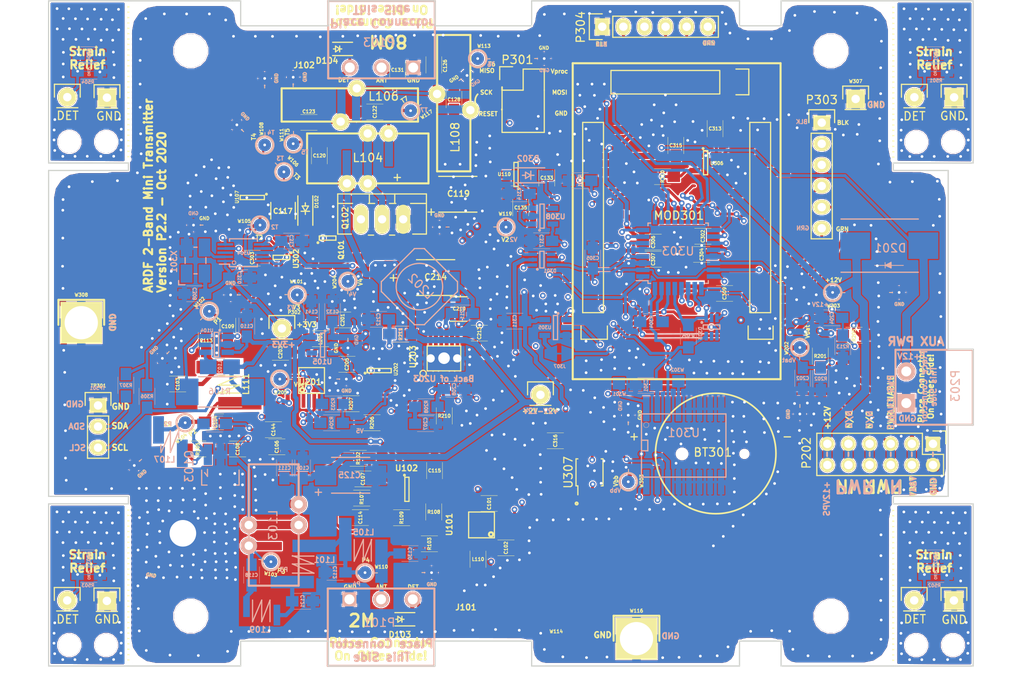
<source format=kicad_pcb>
(kicad_pcb (version 4) (host pcbnew 4.0.6)
  (title_block (date 2019-07-22) (rev 1.10))
  (layers (0 F.Cu mixed) (1 In1.Cu mixed) (2 In2.Cu mixed) (31 B.Cu mixed) (34 B.Paste user) (35 F.Paste user) (36 B.SilkS user) (37 F.SilkS user) (38 B.Mask user) (39 F.Mask user) (44 Edge.Cuts user))
  (net 0 "")
  (net 1 +12V)
  (net 2 +2to+12V)
  (net 3 MAIN_PWR_ENABLE)
  (net 4 GND)
  (net 5 "Net-(BT301-Pad1)")
  (net 6 +3V3_L8)
  (net 7 "Net-(C109-Pad2)")
  (net 8 "Net-(C113-Pad1)")
  (net 9 "Net-(C122-Pad1)")
  (net 10 "Net-(C126-Pad2)")
  (net 11 "Net-(C128-Pad1)")
  (net 12 "Net-(C130-Pad1)")
  (net 13 TX_BATTERY_VOLTAGE)
  (net 14 "Net-(C203-Pad2)")
  (net 15 "Net-(C207-Pad1)")
  (net 16 "Net-(C208-Pad1)")
  (net 17 "Net-(C211-Pad1)")
  (net 18 "Net-(C211-Pad2)")
  (net 19 TX_PA_VOLTAGE)
  (net 20 "Net-(C213-Pad1)")
  (net 21 Vproc)
  (net 22 "Net-(C304-Pad2)")
  (net 23 ~RESET~)
  (net 24 "Net-(C309-Pad2)")
  (net 25 "Net-(C313-Pad2)")
  (net 26 "Net-(C314-Pad2)")
  (net 27 2M_ANTENNA_DETECT)
  (net 28 80M_ANTENNA_DETECT)
  (net 29 VBAT_UNINTERRUPTED)
  (net 30 /Digital/PD0)
  (net 31 DI_SDA)
  (net 32 DI_SCL)
  (net 33 "Net-(L102-Pad1)")
  (net 34 "Net-(MOD301-Pad22)")
  (net 35 "Net-(MOD301-Pad24)")
  (net 36 "Net-(MOD301-Pad25)")
  (net 37 "Net-(MOD301-Pad26)")
  (net 38 "Net-(MOD301-Pad14)")
  (net 39 "Net-(MOD301-Pad16)")
  (net 40 "Net-(MOD301-Pad17)")
  (net 41 "Net-(MOD301-Pad18)")
  (net 42 DI_TXD0)
  (net 43 "Net-(MOD301-Pad20)")
  (net 44 "Net-(MOD301-Pad7)")
  (net 45 "Net-(MOD301-Pad6)")
  (net 46 "Net-(MOD301-Pad4)")
  (net 47 "Net-(MOD301-Pad2)")
  (net 48 ~WIFI_RESET~)
  (net 49 "Net-(P202-Pad7)")
  (net 50 "Net-(P202-Pad10)")
  (net 51 MISO)
  (net 52 SCK)
  (net 53 MOSI)
  (net 54 "Net-(Q101-Pad3)")
  (net 55 HF_ENABLE)
  (net 56 "Net-(Q102-Pad1)")
  (net 57 VHF_ENABLE)
  (net 58 CLK1)
  (net 59 CLK0)
  (net 60 "Net-(R106-Pad2)")
  (net 61 "Net-(R203-Pad2)")
  (net 62 "Net-(R206-Pad1)")
  (net 63 "Net-(R210-Pad1)")
  (net 64 RTC_SQW)
  (net 65 /Digital/PD1)
  (net 66 WIFI_ENABLE)
  (net 67 TX_FINAL_VOLTAGE_ENABLE)
  (net 68 "Net-(U301-Pad1)")
  (net 69 "Net-(U301-Pad4)")
  (net 70 "Net-(U304-Pad2)")
  (net 71 "Net-(J307-Pad2)")
  (net 72 "Net-(C103-Pad1)")
  (net 73 "Net-(C104-Pad1)")
  (net 74 +5V_L8)
  (net 75 ~ANT_CONNECT_INT~)
  (net 76 "Net-(R207-Pad1)")
  (net 77 "Net-(C117-Pad1)")
  (net 78 "Net-(D102-Pad1)")
  (net 79 GND_L0)
  (net 80 GND_L1)
  (net 81 TX_+12_VOLTAGE)
  (net 82 RTC_SDA)
  (net 83 RTC_SCL)
  (net 84 3V3_PWR_ENABLE)
  (net 85 "Net-(D303-Pad2)")
  (net 86 "Net-(D303-Pad5)")
  (net 87 "Net-(MOD301-Pad12)")
  (net 88 "Net-(MOD301-Pad13)")
  (net 89 "Net-(MOD301-Pad8)")
  (net 90 "Net-(MOD301-Pad3)")
  (net 91 "Net-(P303-Pad2)")
  (net 92 "Net-(U201-Pad1)")
  (net 93 "Net-(U201-Pad2)")
  (net 94 "Net-(U203-Pad12)")
  (net 95 "Net-(U304-Pad3)")
  (net 96 "Net-(X301-Pad1)")
  (net 97 VHF_CLK)
  (net 98 "Net-(L104-Pad2)")
  (net 99 CLK2)
  (net 100 VHF_CLK_SEL)
  (net 101 "Net-(C502-Pad1)")
  (net 102 "Net-(C501-Pad2)")
  (net 103 "Net-(C503-Pad1)")
  (net 104 GND_L2)
  (net 105 "Net-(C504-Pad1)")
  (net 106 GND_L3)
  (net 107 AUX_BAT_DIRECT)
  (net 108 "Net-(C102-Pad2)")
  (net 109 "Net-(C108-Pad1)")
  (net 110 "Net-(C108-Pad2)")
  (net 111 "Net-(C112-Pad1)")
  (net 112 "Net-(C118-Pad2)")
  (net 113 "Net-(C121-Pad1)")
  (net 114 "Net-(L107-Pad2)")
  (net 115 "Net-(C106-Pad2)")
  (net 116 "Net-(C118-Pad1)")
  (net 117 "Net-(C122-Pad2)")
  (net 118 "Net-(MOD301-Pad23)")
  (net 119 "Net-(MOD301-Pad15)")
  (net 120 "Net-(MOD301-Pad5)")
  (net 121 "Net-(P303-Pad3)")
  (net 122 "Net-(P304-Pad3)")
  (net 123 "Net-(U101-Pad1)")
  (net 124 "Net-(U107-Pad2)")
  (net 125 "Net-(C107-Pad1)")
  (net 126 "Net-(C317-Pad2)")
  (net 127 "Net-(D301-Pad4)")
  (net 128 "Net-(R203-Pad1)")
  (net 129 "Net-(U105-Pad4)")
  (net 130 "Net-(U110-Pad4)")
  (net 131 "Net-(U306-Pad4)")
  (net 132 "Net-(U308-Pad4)")
  (net 133 "Net-(C107-Pad2)")
  (net 134 "Net-(C114-Pad2)")
  (net 135 "Net-(R103-Pad1)")
  (net 136 "Net-(R108-Pad2)")
  (module Pin_Headers:Pin_Header_Straight_1x01 (layer F.Cu) (at 86.91 106.71)
    (fp_text reference W116 (at 0 -3.35) (layer F.SilkS) (effects (font (size 0.4 0.4) (thickness 0.1))))
    (fp_text value GND)
    (pad 1 thru_hole rect (at 0 0) (size 5 5) (drill 4) (layers *.Cu *.Mask F.SilkS) (net 4 GND))
  )
  (module Pin_Headers:Pin_Header_Straight_1x01 (layer F.Cu) (at 20.13 68.71)
    (fp_text reference W308 (at 0 -3.35) (layer F.SilkS) (effects (font (size 0.4 0.4) (thickness 0.1))))
    (fp_text value CONN_01X01)
    (pad 1 thru_hole rect (at 0 0) (size 5 5) (drill 4) (layers *.Cu *.Mask F.SilkS) (net 4 GND))
  )
  (module Mounting_Holes:MountingHole_4mm (layer F.Cu) (at 32.35 94.04)
    (fp_text reference "4mm thru" hide)
    (fp_text value MountingHole_4mm hide)
    (pad 1 thru_hole circle (at 0 0) (size 4.2 4.2) (drill 3.2) (layers *.Cu) (net 4 GND))
  )
  (module Measurement_Points:Measurement_Point_ScopeProbe_Round-SMD-2sides-Pad_Small (layer F.Cu) (at 42.94 97.46 170)
    (fp_text reference W103 (at -0.23 -1.48 170) (layer F.SilkS) (effects (font (size 0.4 0.4) (thickness 0.1))))
    (fp_text value P3 (at -1.43 -0.89 170) (layer F.SilkS) (effects (font (size 0.5 0.5) (thickness 0.125))))
    (fp_text user GND (at 13.89 -4.09 170) (layer F.SilkS) (effects (font (size 0.4 0.4) (thickness 0.1))))
    (fp_text user GND (at 13.94 -4.14 170) (layer B.SilkS) (effects (font (size 0.4 0.4) (thickness 0.1)) (justify mirror)))
    (pad 2 smd circle (at 8 0 170) (size 1.524 1.524) (layers B.Cu B.Paste B.Mask) (net 4 GND))
    (pad 1 smd circle (at 0 0 170) (size 1.524 1.524) (layers B.Cu B.Paste B.Mask) (net 116 "Net-(C118-Pad1)"))
    (pad 2 smd circle (at 8 0 170) (size 1.524 1.524) (layers F.Cu F.Paste F.Mask) (net 4 GND))
    (pad 1 smd circle (at 0 0 170) (size 1.524 1.524) (layers F.Cu F.Paste F.Mask) (net 116 "Net-(C118-Pad1)"))
    (pad 1 thru_hole circle (at 0 0 170) (size 0.6 0.6) (drill 0.3306) (layers *.Cu *.Mask) (net 116 "Net-(C118-Pad1)"))
    (pad 2 thru_hole circle (at 8 0 170) (size 0.6 0.6) (drill 0.3306) (layers *.Cu *.Mask) (net 4 GND))
  )
  (module SMD_Packages:SSOP-12_Pad_Handsolder (layer F.Cu) (at 63.75 73)
    (fp_text reference U203 (at -3.73 -0.19 90) (layer F.SilkS) (effects (font (size 0.7 0.7))))
    (fp_text value LTC3600)
    (pad 13 thru_hole circle (at 0.0127 -0.02286) (size 1.7 1.7) (drill 1.4) (layers *.Cu *.Mask) (net 4 GND))
    (pad 6 smd rect (at 1.625 2.4) (size 0.45 1.75) (layers F.Cu F.Paste F.Mask) (net 4 GND) (clearance 0.06))
    (pad 5 smd rect (at 0.975 2.4) (size 0.45 1.75) (layers F.Cu F.Paste F.Mask) (net 67 TX_FINAL_VOLTAGE_ENABLE) (clearance 0.06))
    (pad 12 smd rect (at -1.625 -2.4) (size 0.45 1.75) (layers F.Cu F.Paste F.Mask) (net 94 "Net-(U203-Pad12)") (clearance 0.06))
    (pad 11 smd rect (at -0.975 -2.4) (size 0.45 1.75) (layers F.Cu F.Paste F.Mask) (net 2 +2to+12V) (clearance 0.06))
    (pad 1 smd rect (at -1.625 2.4) (size 0.45 1.75) (layers F.Cu F.Paste F.Mask) (net 76 "Net-(R207-Pad1)") (clearance 0.06))
    (pad 2 smd rect (at -0.975 2.4) (size 0.45 1.75) (layers F.Cu F.Paste F.Mask) (net 16 "Net-(C208-Pad1)") (clearance 0.06))
    (pad 3 smd rect (at -0.325 2.4) (size 0.45 1.75) (layers F.Cu F.Paste F.Mask) (net 63 "Net-(R210-Pad1)") (clearance 0.06))
    (pad 4 smd rect (at 0.325 2.4) (size 0.45 1.75) (layers F.Cu F.Paste F.Mask) (net 20 "Net-(C213-Pad1)") (clearance 0.06))
    (pad 7 smd rect (at 1.625 -2.4) (size 0.45 1.75) (layers F.Cu F.Paste F.Mask) (net 18 "Net-(C211-Pad2)") (clearance 0.06))
    (pad 8 smd rect (at 0.975 -2.4) (size 0.45 1.75) (layers F.Cu F.Paste F.Mask) (net 1 +12V) (clearance 0.06))
    (pad 9 smd rect (at 0.325 -2.4) (size 0.45 1.75) (layers F.Cu F.Paste F.Mask) (net 17 "Net-(C211-Pad1)") (clearance 0.06))
    (pad 10 smd rect (at -0.325 -2.4) (size 0.45 1.75) (layers F.Cu F.Paste F.Mask) (net 20 "Net-(C213-Pad1)") (clearance 0.06))
    (pad 13 smd rect (at 0 0) (size 4.845 1.651) (layers F.Cu F.Paste F.Mask) (net 4 GND))
    (pad 13 smd rect (at 0 0) (size 5 3) (layers B.Cu B.Paste B.Mask) (net 4 GND))
    (pad 13 thru_hole circle (at 1.6 0) (size 1.5 1.5) (drill 1) (layers *.Cu *.Mask) (net 4 GND))
    (pad 13 thru_hole circle (at -1.6 0) (size 1.5 1.5) (drill 1) (layers *.Cu *.Mask) (net 4 GND))
  )
  (module Capacitors_SMD:C_2917_7343_Metric_HandSoldering (layer F.Cu) (at 65.42 53.26)
    (fp_text reference C119 (at 0.08 -0.07) (layer F.SilkS) (effects (font (size 0.7 0.7))))
    (fp_text value "47uF low ESR")
    (fp_text user + (at -3.2 2.07) (layer F.SilkS))
    (fp_text user + (at -7.28 -2.09) (layer F.SilkS))
    (pad 1 smd rect (at -3 0) (size 2.6 2.4) (layers F.Cu F.Paste F.Mask) (net 2 +2to+12V))
    (pad 2 smd rect (at 3 0) (size 2.6 2.4) (layers F.Cu F.Paste F.Mask) (net 4 GND))
  )
  (module Measurement_Points:Measurement_Point_ScopeProbe_Round-SMD-2sides-Pad_Small (layer F.Cu) (at 44.5 50.57 135)
    (fp_text reference W106 (at 0.127279 1.682914 135) (layer F.SilkS) (effects (font (size 0.4 0.4) (thickness 0.1))))
    (fp_text value T3 (at -1.470782 0.678823 135) (layer F.SilkS) (effects (font (size 0.5 0.5) (thickness 0.125))))
    (fp_text user GND (at 8.0264 1.4097 135) (layer F.SilkS) (effects (font (size 0.4 0.4) (thickness 0.1))))
    (fp_text user GND (at 8.02 1.41 135) (layer B.SilkS) (effects (font (size 0.4 0.4) (thickness 0.1)) (justify mirror)))
    (pad 2 smd circle (at 8 0 135) (size 1.524 1.524) (layers B.Cu B.Paste B.Mask) (net 4 GND))
    (pad 1 smd circle (at 0 0 135) (size 1.524 1.524) (layers B.Cu B.Paste B.Mask) (net 77 "Net-(C117-Pad1)"))
    (pad 2 smd circle (at 8 0 135) (size 1.524 1.524) (layers F.Cu F.Paste F.Mask) (net 4 GND))
    (pad 1 smd circle (at 0 0 135) (size 1.524 1.524) (layers F.Cu F.Paste F.Mask) (net 77 "Net-(C117-Pad1)"))
    (pad 1 thru_hole circle (at 0 0 135) (size 0.6 0.6) (drill 0.3302) (layers *.Cu *.Mask) (net 77 "Net-(C117-Pad1)"))
    (pad 2 thru_hole circle (at 8 0 135) (size 0.6 0.6) (drill 0.3302) (layers *.Cu *.Mask) (net 4 GND))
  )
  (module Mounting_Holes:MountingHole_2-7mm (layer F.Cu) (at 23.12 107.48)
    (fp_text reference "" hide)
    (fp_text value MountingHole_2-7mm)
    (pad 1 thru_hole circle (at 0 0) (size 2.7 2.7) (drill 2.7) (layers))
  )
  (module Mounting_Holes:MountingHole_2-7mm (layer F.Cu) (at 18.69 107.48)
    (fp_text reference "" hide)
    (fp_text value MountingHole_2-7mm)
    (pad 1 thru_hole circle (at 0 0) (size 2.7 2.7) (drill 2.7) (layers))
  )
  (module Mounting_Holes:MountingHole_2-7mm (layer F.Cu) (at 18.7 46.95)
    (fp_text reference "" hide)
    (fp_text value MountingHole_2-7mm)
    (pad 1 thru_hole circle (at 0 0) (size 2.7 2.7) (drill 2.7) (layers))
  )
  (module Mounting_Holes:MountingHole_2-7mm (layer F.Cu) (at 23.13 46.95)
    (fp_text reference "" hide)
    (fp_text value MountingHole_2-7mm)
    (pad 1 thru_hole circle (at 0 0) (size 2.7 2.7) (drill 2.7) (layers))
  )
  (module Mounting_Holes:MountingHole_2-7mm (layer F.Cu) (at 120.57 46.97)
    (fp_text reference "" hide)
    (fp_text value MountingHole_2-7mm)
    (pad 1 thru_hole circle (at 0 0) (size 2.7 2.7) (drill 2.7) (layers))
  )
  (module Mounting_Holes:MountingHole_2-7mm (layer F.Cu) (at 125 46.97)
    (fp_text reference "" hide)
    (fp_text value MountingHole_2-7mm)
    (pad 1 thru_hole circle (at 0 0) (size 2.7 2.7) (drill 2.7) (layers))
  )
  (module Mounting_Holes:MountingHole_2-7mm (layer F.Cu) (at 120.55 107.49)
    (fp_text reference "" hide)
    (fp_text value MountingHole_2-7mm)
    (pad 1 thru_hole circle (at 0 0) (size 2.7 2.7) (drill 2.7) (layers))
  )
  (module Mounting_Holes:MountingHole_2-7mm (layer F.Cu) (at 124.98 107.49)
    (fp_text reference "" hide)
    (fp_text value MountingHole_2-7mm)
    (pad 1 thru_hole circle (at 0 0) (size 2.7 2.7) (drill 2.7) (layers))
  )
  (module Pin_Headers:Pin_Header_Straight_1x01 (layer F.Cu) (at 125.11 41.6)
    (fp_text reference J501 hide)
    (fp_text value GND (at -0.16 2.24) (layer F.SilkS))
    (pad 1 thru_hole rect (at 0 0) (size 2.2352 2.2352) (drill 1.016) (layers *.Cu *.Mask F.SilkS) (net 79 GND_L0))
  )
  (module Pin_Headers:Pin_Header_Straight_1x01_circle_pad (layer F.Cu) (at 120.33 41.59)
    (fp_text reference J502 hide)
    (fp_text value DET (at 0.01 2.28) (layer F.SilkS))
    (pad 1 thru_hole circle (at 0 0) (size 2.2352 2.2352) (drill 1.016) (layers *.Cu *.Mask F.SilkS) (net 102 "Net-(C501-Pad2)"))
  )
  (module Capacitors_SMD:C_0805_HandSoldering (layer B.Cu) (at 122.92 36.48 180)
    (fp_text reference C501 (at 0 0 270) (layer B.SilkS) (effects (font (size 0.4 0.4) (thickness 0.1)) (justify mirror)))
    (fp_text value np)
    (pad 1 smd rect (at -1.25 0 180) (size 1.5 1.25) (layers B.Cu B.Paste B.Mask) (net 79 GND_L0))
    (pad 2 smd rect (at 1.25 0 180) (size 1.5 1.25) (layers B.Cu B.Paste B.Mask) (net 102 "Net-(C501-Pad2)"))
  )
  (module Mounting_Holes:NP_Thru_Hole_0.5mm (layer F.Cu) (at 117.82 49.11)
    (fp_text reference "" hide)
    (fp_text value NP_Thru_Hole_0.5mm)
    (pad "" np_thru_hole circle (at 0 0) (size 0.5 0.5) (drill 0.5) (layers *.Cu *.Mask))
  )
  (module Mounting_Holes:NP_Thru_Hole_0.5mm (layer F.Cu) (at 117.82 48.47)
    (fp_text reference "" hide)
    (fp_text value NP_Thru_Hole_0.5mm)
    (pad "" np_thru_hole circle (at 0 0) (size 0.5 0.5) (drill 0.5) (layers *.Cu *.Mask))
  )
  (module Mounting_Holes:NP_Thru_Hole_0.5mm (layer F.Cu) (at 117.82 47.83)
    (fp_text reference "" hide)
    (fp_text value NP_Thru_Hole_0.5mm)
    (pad "" np_thru_hole circle (at 0 0) (size 0.5 0.5) (drill 0.5) (layers *.Cu *.Mask))
  )
  (module Mounting_Holes:NP_Thru_Hole_0.5mm (layer F.Cu) (at 117.82 47.18)
    (fp_text reference "" hide)
    (fp_text value NP_Thru_Hole_0.5mm)
    (pad "" np_thru_hole circle (at 0 0) (size 0.5 0.5) (drill 0.5) (layers *.Cu *.Mask))
  )
  (module Mounting_Holes:NP_Thru_Hole_0.5mm (layer F.Cu) (at 117.84 46.53)
    (fp_text reference "" hide)
    (fp_text value NP_Thru_Hole_0.5mm)
    (pad "" np_thru_hole circle (at 0 0) (size 0.5 0.5) (drill 0.5) (layers *.Cu *.Mask))
  )
  (module Mounting_Holes:NP_Thru_Hole_0.5mm (layer F.Cu) (at 117.82 45.89)
    (fp_text reference "" hide)
    (fp_text value NP_Thru_Hole_0.5mm)
    (pad "" np_thru_hole circle (at 0 0) (size 0.5 0.5) (drill 0.5) (layers *.Cu *.Mask))
  )
  (module Mounting_Holes:NP_Thru_Hole_0.5mm (layer F.Cu) (at 117.82 45.25)
    (fp_text reference "" hide)
    (fp_text value NP_Thru_Hole_0.5mm)
    (pad "" np_thru_hole circle (at 0 0) (size 0.5 0.5) (drill 0.5) (layers *.Cu *.Mask))
  )
  (module Mounting_Holes:NP_Thru_Hole_0.5mm (layer F.Cu) (at 117.82 44.61)
    (fp_text reference "" hide)
    (fp_text value NP_Thru_Hole_0.5mm)
    (pad "" np_thru_hole circle (at 0 0) (size 0.5 0.5) (drill 0.5) (layers *.Cu *.Mask))
  )
  (module Mounting_Holes:NP_Thru_Hole_0.5mm (layer F.Cu) (at 117.82 39.46)
    (fp_text reference "" hide)
    (fp_text value NP_Thru_Hole_0.5mm)
    (pad "" np_thru_hole circle (at 0 0) (size 0.5 0.5) (drill 0.5) (layers *.Cu *.Mask))
  )
  (module Mounting_Holes:NP_Thru_Hole_0.5mm (layer F.Cu) (at 117.82 40.1)
    (fp_text reference "" hide)
    (fp_text value NP_Thru_Hole_0.5mm)
    (pad "" np_thru_hole circle (at 0 0) (size 0.5 0.5) (drill 0.5) (layers *.Cu *.Mask))
  )
  (module Mounting_Holes:NP_Thru_Hole_0.5mm (layer F.Cu) (at 117.82 40.74)
    (fp_text reference "" hide)
    (fp_text value NP_Thru_Hole_0.5mm)
    (pad "" np_thru_hole circle (at 0 0) (size 0.5 0.5) (drill 0.5) (layers *.Cu *.Mask))
  )
  (module Mounting_Holes:NP_Thru_Hole_0.5mm (layer F.Cu) (at 117.84 41.38)
    (fp_text reference "" hide)
    (fp_text value NP_Thru_Hole_0.5mm)
    (pad "" np_thru_hole circle (at 0 0) (size 0.5 0.5) (drill 0.5) (layers *.Cu *.Mask))
  )
  (module Mounting_Holes:NP_Thru_Hole_0.5mm (layer F.Cu) (at 117.82 42.03)
    (fp_text reference "" hide)
    (fp_text value NP_Thru_Hole_0.5mm)
    (pad "" np_thru_hole circle (at 0 0) (size 0.5 0.5) (drill 0.5) (layers *.Cu *.Mask))
  )
  (module Mounting_Holes:NP_Thru_Hole_0.5mm (layer F.Cu) (at 117.82 42.68)
    (fp_text reference "" hide)
    (fp_text value NP_Thru_Hole_0.5mm)
    (pad "" np_thru_hole circle (at 0 0) (size 0.5 0.5) (drill 0.5) (layers *.Cu *.Mask))
  )
  (module Mounting_Holes:NP_Thru_Hole_0.5mm (layer F.Cu) (at 117.82 43.32)
    (fp_text reference "" hide)
    (fp_text value NP_Thru_Hole_0.5mm)
    (pad "" np_thru_hole circle (at 0 0) (size 0.5 0.5) (drill 0.5) (layers *.Cu *.Mask))
  )
  (module Mounting_Holes:NP_Thru_Hole_0.5mm (layer F.Cu) (at 117.82 43.96)
    (fp_text reference "" hide)
    (fp_text value NP_Thru_Hole_0.5mm)
    (pad "" np_thru_hole circle (at 0 0) (size 0.5 0.5) (drill 0.5) (layers *.Cu *.Mask))
  )
  (module Mounting_Holes:NP_Thru_Hole_0.5mm (layer F.Cu) (at 117.82 33.67)
    (fp_text reference "" hide)
    (fp_text value NP_Thru_Hole_0.5mm)
    (pad "" np_thru_hole circle (at 0 0) (size 0.5 0.5) (drill 0.5) (layers *.Cu *.Mask))
  )
  (module Mounting_Holes:NP_Thru_Hole_0.5mm (layer F.Cu) (at 117.82 33.03)
    (fp_text reference "" hide)
    (fp_text value NP_Thru_Hole_0.5mm)
    (pad "" np_thru_hole circle (at 0 0) (size 0.5 0.5) (drill 0.5) (layers *.Cu *.Mask))
  )
  (module Mounting_Holes:NP_Thru_Hole_0.5mm (layer F.Cu) (at 117.82 32.39)
    (fp_text reference "" hide)
    (fp_text value NP_Thru_Hole_0.5mm)
    (pad "" np_thru_hole circle (at 0 0) (size 0.5 0.5) (drill 0.5) (layers *.Cu *.Mask))
  )
  (module Mounting_Holes:NP_Thru_Hole_0.5mm (layer F.Cu) (at 117.84 31.09)
    (fp_text reference "" hide)
    (fp_text value NP_Thru_Hole_0.5mm)
    (pad "" np_thru_hole circle (at 0 0) (size 0.5 0.5) (drill 0.5) (layers *.Cu *.Mask))
  )
  (module Mounting_Holes:NP_Thru_Hole_0.5mm (layer F.Cu) (at 117.82 30.45)
    (fp_text reference "" hide)
    (fp_text value NP_Thru_Hole_0.5mm)
    (pad "" np_thru_hole circle (at 0 0) (size 0.5 0.5) (drill 0.5) (layers *.Cu *.Mask))
  )
  (module Mounting_Holes:NP_Thru_Hole_0.5mm (layer F.Cu) (at 117.82 34.32)
    (fp_text reference "" hide)
    (fp_text value NP_Thru_Hole_0.5mm)
    (pad "" np_thru_hole circle (at 0 0) (size 0.5 0.5) (drill 0.5) (layers *.Cu *.Mask))
  )
  (module Mounting_Holes:NP_Thru_Hole_0.5mm (layer F.Cu) (at 117.82 34.96)
    (fp_text reference "" hide)
    (fp_text value NP_Thru_Hole_0.5mm)
    (pad "" np_thru_hole circle (at 0 0) (size 0.5 0.5) (drill 0.5) (layers *.Cu *.Mask))
  )
  (module Mounting_Holes:NP_Thru_Hole_0.5mm (layer F.Cu) (at 117.82 35.6)
    (fp_text reference "" hide)
    (fp_text value NP_Thru_Hole_0.5mm)
    (pad "" np_thru_hole circle (at 0 0) (size 0.5 0.5) (drill 0.5) (layers *.Cu *.Mask))
  )
  (module Mounting_Holes:NP_Thru_Hole_0.5mm (layer F.Cu) (at 117.84 36.24)
    (fp_text reference "" hide)
    (fp_text value NP_Thru_Hole_0.5mm)
    (pad "" np_thru_hole circle (at 0 0) (size 0.5 0.5) (drill 0.5) (layers *.Cu *.Mask))
  )
  (module Mounting_Holes:NP_Thru_Hole_0.5mm (layer F.Cu) (at 117.82 36.89)
    (fp_text reference "" hide)
    (fp_text value NP_Thru_Hole_0.5mm)
    (pad "" np_thru_hole circle (at 0 0) (size 0.5 0.5) (drill 0.5) (layers *.Cu *.Mask))
  )
  (module Mounting_Holes:NP_Thru_Hole_0.5mm (layer F.Cu) (at 117.82 37.54)
    (fp_text reference "" hide)
    (fp_text value NP_Thru_Hole_0.5mm)
    (pad "" np_thru_hole circle (at 0 0) (size 0.5 0.5) (drill 0.5) (layers *.Cu *.Mask))
  )
  (module Mounting_Holes:NP_Thru_Hole_0.5mm (layer F.Cu) (at 117.82 38.18)
    (fp_text reference "" hide)
    (fp_text value NP_Thru_Hole_0.5mm)
    (pad "" np_thru_hole circle (at 0 0) (size 0.5 0.5) (drill 0.5) (layers *.Cu *.Mask))
  )
  (module Mounting_Holes:NP_Thru_Hole_0.5mm (layer F.Cu) (at 117.82 38.82)
    (fp_text reference "" hide)
    (fp_text value NP_Thru_Hole_0.5mm)
    (pad "" np_thru_hole circle (at 0 0) (size 0.5 0.5) (drill 0.5) (layers *.Cu *.Mask))
  )
  (module Pin_Headers:Pin_Header_Straight_1x01 (layer F.Cu) (at 23.22 41.64)
    (fp_text reference J508 hide)
    (fp_text value GND (at 0.24 2.23) (layer F.SilkS))
    (pad 1 thru_hole rect (at 0 0) (size 2.2352 2.2352) (drill 1.016) (layers *.Cu *.Mask F.SilkS) (net 106 GND_L3))
  )
  (module Pin_Headers:Pin_Header_Straight_1x01_circle_pad (layer F.Cu) (at 18.45 41.58)
    (fp_text reference J507 hide)
    (fp_text value DET (at 0.04 2.23) (layer F.SilkS))
    (pad 1 thru_hole circle (at 0 0) (size 2.2352 2.2352) (drill 1.016) (layers *.Cu *.Mask F.SilkS) (net 105 "Net-(C504-Pad1)"))
  )
  (module Capacitors_SMD:C_0805_HandSoldering (layer B.Cu) (at 21.05 36.47)
    (fp_text reference C504 (at 0 0 90) (layer B.SilkS) (effects (font (size 0.4 0.4) (thickness 0.1)) (justify mirror)))
    (fp_text value np)
    (pad 1 smd rect (at -1.25 0) (size 1.5 1.25) (layers B.Cu B.Paste B.Mask) (net 105 "Net-(C504-Pad1)"))
    (pad 2 smd rect (at 1.25 0) (size 1.5 1.25) (layers B.Cu B.Paste B.Mask) (net 106 GND_L3))
  )
  (module Mounting_Holes:NP_Thru_Hole_0.5mm (layer F.Cu) (at 25.82 38.77)
    (fp_text reference "" hide)
    (fp_text value NP_Thru_Hole_0.5mm)
    (pad "" np_thru_hole circle (at 0 0) (size 0.5 0.5) (drill 0.5) (layers *.Cu *.Mask))
  )
  (module Mounting_Holes:NP_Thru_Hole_0.5mm (layer F.Cu) (at 25.82 38.13)
    (fp_text reference "" hide)
    (fp_text value NP_Thru_Hole_0.5mm)
    (pad "" np_thru_hole circle (at 0 0) (size 0.5 0.5) (drill 0.5) (layers *.Cu *.Mask))
  )
  (module Mounting_Holes:NP_Thru_Hole_0.5mm (layer F.Cu) (at 25.82 37.49)
    (fp_text reference "" hide)
    (fp_text value NP_Thru_Hole_0.5mm)
    (pad "" np_thru_hole circle (at 0 0) (size 0.5 0.5) (drill 0.5) (layers *.Cu *.Mask))
  )
  (module Mounting_Holes:NP_Thru_Hole_0.5mm (layer F.Cu) (at 25.82 36.84)
    (fp_text reference "" hide)
    (fp_text value NP_Thru_Hole_0.5mm)
    (pad "" np_thru_hole circle (at 0 0) (size 0.5 0.5) (drill 0.5) (layers *.Cu *.Mask))
  )
  (module Mounting_Holes:NP_Thru_Hole_0.5mm (layer F.Cu) (at 25.84 36.19)
    (fp_text reference "" hide)
    (fp_text value NP_Thru_Hole_0.5mm)
    (pad "" np_thru_hole circle (at 0 0) (size 0.5 0.5) (drill 0.5) (layers *.Cu *.Mask))
  )
  (module Mounting_Holes:NP_Thru_Hole_0.5mm (layer F.Cu) (at 25.82 35.55)
    (fp_text reference "" hide)
    (fp_text value NP_Thru_Hole_0.5mm)
    (pad "" np_thru_hole circle (at 0 0) (size 0.5 0.5) (drill 0.5) (layers *.Cu *.Mask))
  )
  (module Mounting_Holes:NP_Thru_Hole_0.5mm (layer F.Cu) (at 25.82 34.91)
    (fp_text reference "" hide)
    (fp_text value NP_Thru_Hole_0.5mm)
    (pad "" np_thru_hole circle (at 0 0) (size 0.5 0.5) (drill 0.5) (layers *.Cu *.Mask))
  )
  (module Mounting_Holes:NP_Thru_Hole_0.5mm (layer F.Cu) (at 25.82 34.27)
    (fp_text reference "" hide)
    (fp_text value NP_Thru_Hole_0.5mm)
    (pad "" np_thru_hole circle (at 0 0) (size 0.5 0.5) (drill 0.5) (layers *.Cu *.Mask))
  )
  (module Mounting_Holes:NP_Thru_Hole_0.5mm (layer F.Cu) (at 25.82 30.4)
    (fp_text reference "" hide)
    (fp_text value NP_Thru_Hole_0.5mm)
    (pad "" np_thru_hole circle (at 0 0) (size 0.5 0.5) (drill 0.5) (layers *.Cu *.Mask))
  )
  (module Mounting_Holes:NP_Thru_Hole_0.5mm (layer F.Cu) (at 25.84 31.04)
    (fp_text reference "" hide)
    (fp_text value NP_Thru_Hole_0.5mm)
    (pad "" np_thru_hole circle (at 0 0) (size 0.5 0.5) (drill 0.5) (layers *.Cu *.Mask))
  )
  (module Mounting_Holes:NP_Thru_Hole_0.5mm (layer F.Cu) (at 25.82 31.69)
    (fp_text reference "" hide)
    (fp_text value NP_Thru_Hole_0.5mm)
    (pad "" np_thru_hole circle (at 0 0) (size 0.5 0.5) (drill 0.5) (layers *.Cu *.Mask))
  )
  (module Mounting_Holes:NP_Thru_Hole_0.5mm (layer F.Cu) (at 25.82 32.34)
    (fp_text reference "" hide)
    (fp_text value NP_Thru_Hole_0.5mm)
    (pad "" np_thru_hole circle (at 0 0) (size 0.5 0.5) (drill 0.5) (layers *.Cu *.Mask))
  )
  (module Mounting_Holes:NP_Thru_Hole_0.5mm (layer F.Cu) (at 25.82 32.98)
    (fp_text reference "" hide)
    (fp_text value NP_Thru_Hole_0.5mm)
    (pad "" np_thru_hole circle (at 0 0) (size 0.5 0.5) (drill 0.5) (layers *.Cu *.Mask))
  )
  (module Mounting_Holes:NP_Thru_Hole_0.5mm (layer F.Cu) (at 25.82 33.62)
    (fp_text reference "" hide)
    (fp_text value NP_Thru_Hole_0.5mm)
    (pad "" np_thru_hole circle (at 0 0) (size 0.5 0.5) (drill 0.5) (layers *.Cu *.Mask))
  )
  (module Mounting_Holes:NP_Thru_Hole_0.5mm (layer F.Cu) (at 25.82 43.91)
    (fp_text reference "" hide)
    (fp_text value NP_Thru_Hole_0.5mm)
    (pad "" np_thru_hole circle (at 0 0) (size 0.5 0.5) (drill 0.5) (layers *.Cu *.Mask))
  )
  (module Mounting_Holes:NP_Thru_Hole_0.5mm (layer F.Cu) (at 25.82 43.27)
    (fp_text reference "" hide)
    (fp_text value NP_Thru_Hole_0.5mm)
    (pad "" np_thru_hole circle (at 0 0) (size 0.5 0.5) (drill 0.5) (layers *.Cu *.Mask))
  )
  (module Mounting_Holes:NP_Thru_Hole_0.5mm (layer F.Cu) (at 25.82 42.63)
    (fp_text reference "" hide)
    (fp_text value NP_Thru_Hole_0.5mm)
    (pad "" np_thru_hole circle (at 0 0) (size 0.5 0.5) (drill 0.5) (layers *.Cu *.Mask))
  )
  (module Mounting_Holes:NP_Thru_Hole_0.5mm (layer F.Cu) (at 25.82 41.98)
    (fp_text reference "" hide)
    (fp_text value NP_Thru_Hole_0.5mm)
    (pad "" np_thru_hole circle (at 0 0) (size 0.5 0.5) (drill 0.5) (layers *.Cu *.Mask))
  )
  (module Mounting_Holes:NP_Thru_Hole_0.5mm (layer F.Cu) (at 25.84 41.33)
    (fp_text reference "" hide)
    (fp_text value NP_Thru_Hole_0.5mm)
    (pad "" np_thru_hole circle (at 0 0) (size 0.5 0.5) (drill 0.5) (layers *.Cu *.Mask))
  )
  (module Mounting_Holes:NP_Thru_Hole_0.5mm (layer F.Cu) (at 25.82 40.69)
    (fp_text reference "" hide)
    (fp_text value NP_Thru_Hole_0.5mm)
    (pad "" np_thru_hole circle (at 0 0) (size 0.5 0.5) (drill 0.5) (layers *.Cu *.Mask))
  )
  (module Mounting_Holes:NP_Thru_Hole_0.5mm (layer F.Cu) (at 25.82 40.05)
    (fp_text reference "" hide)
    (fp_text value NP_Thru_Hole_0.5mm)
    (pad "" np_thru_hole circle (at 0 0) (size 0.5 0.5) (drill 0.5) (layers *.Cu *.Mask))
  )
  (module Mounting_Holes:NP_Thru_Hole_0.5mm (layer F.Cu) (at 25.82 39.41)
    (fp_text reference "" hide)
    (fp_text value NP_Thru_Hole_0.5mm)
    (pad "" np_thru_hole circle (at 0 0) (size 0.5 0.5) (drill 0.5) (layers *.Cu *.Mask))
  )
  (module Mounting_Holes:NP_Thru_Hole_0.5mm (layer F.Cu) (at 25.82 44.56)
    (fp_text reference "" hide)
    (fp_text value NP_Thru_Hole_0.5mm)
    (pad "" np_thru_hole circle (at 0 0) (size 0.5 0.5) (drill 0.5) (layers *.Cu *.Mask))
  )
  (module Mounting_Holes:NP_Thru_Hole_0.5mm (layer F.Cu) (at 25.82 45.2)
    (fp_text reference "" hide)
    (fp_text value NP_Thru_Hole_0.5mm)
    (pad "" np_thru_hole circle (at 0 0) (size 0.5 0.5) (drill 0.5) (layers *.Cu *.Mask))
  )
  (module Mounting_Holes:NP_Thru_Hole_0.5mm (layer F.Cu) (at 25.82 45.84)
    (fp_text reference "" hide)
    (fp_text value NP_Thru_Hole_0.5mm)
    (pad "" np_thru_hole circle (at 0 0) (size 0.5 0.5) (drill 0.5) (layers *.Cu *.Mask))
  )
  (module Mounting_Holes:NP_Thru_Hole_0.5mm (layer F.Cu) (at 25.84 46.48)
    (fp_text reference "" hide)
    (fp_text value NP_Thru_Hole_0.5mm)
    (pad "" np_thru_hole circle (at 0 0) (size 0.5 0.5) (drill 0.5) (layers *.Cu *.Mask))
  )
  (module Mounting_Holes:NP_Thru_Hole_0.5mm (layer F.Cu) (at 25.82 47.13)
    (fp_text reference "" hide)
    (fp_text value NP_Thru_Hole_0.5mm)
    (pad "" np_thru_hole circle (at 0 0) (size 0.5 0.5) (drill 0.5) (layers *.Cu *.Mask))
  )
  (module Mounting_Holes:NP_Thru_Hole_0.5mm (layer F.Cu) (at 25.82 47.78)
    (fp_text reference "" hide)
    (fp_text value NP_Thru_Hole_0.5mm)
    (pad "" np_thru_hole circle (at 0 0) (size 0.5 0.5) (drill 0.5) (layers *.Cu *.Mask))
  )
  (module Mounting_Holes:NP_Thru_Hole_0.5mm (layer F.Cu) (at 25.82 48.42)
    (fp_text reference "" hide)
    (fp_text value NP_Thru_Hole_0.5mm)
    (pad "" np_thru_hole circle (at 0 0) (size 0.5 0.5) (drill 0.5) (layers *.Cu *.Mask))
  )
  (module Mounting_Holes:NP_Thru_Hole_0.5mm (layer F.Cu) (at 25.82 49.06)
    (fp_text reference "" hide)
    (fp_text value NP_Thru_Hole_0.5mm)
    (pad "" np_thru_hole circle (at 0 0) (size 0.5 0.5) (drill 0.5) (layers *.Cu *.Mask))
  )
  (module Mounting_Holes:NP_Thru_Hole_0.5mm (layer F.Cu) (at 25.81 109.59)
    (fp_text reference "" hide)
    (fp_text value NP_Thru_Hole_0.5mm)
    (pad "" np_thru_hole circle (at 0 0) (size 0.5 0.5) (drill 0.5) (layers *.Cu *.Mask))
  )
  (module Mounting_Holes:NP_Thru_Hole_0.5mm (layer F.Cu) (at 25.81 108.95)
    (fp_text reference "" hide)
    (fp_text value NP_Thru_Hole_0.5mm)
    (pad "" np_thru_hole circle (at 0 0) (size 0.5 0.5) (drill 0.5) (layers *.Cu *.Mask))
  )
  (module Mounting_Holes:NP_Thru_Hole_0.5mm (layer F.Cu) (at 25.81 108.31)
    (fp_text reference "" hide)
    (fp_text value NP_Thru_Hole_0.5mm)
    (pad "" np_thru_hole circle (at 0 0) (size 0.5 0.5) (drill 0.5) (layers *.Cu *.Mask))
  )
  (module Mounting_Holes:NP_Thru_Hole_0.5mm (layer F.Cu) (at 25.81 107.66)
    (fp_text reference "" hide)
    (fp_text value NP_Thru_Hole_0.5mm)
    (pad "" np_thru_hole circle (at 0 0) (size 0.5 0.5) (drill 0.5) (layers *.Cu *.Mask))
  )
  (module Mounting_Holes:NP_Thru_Hole_0.5mm (layer F.Cu) (at 25.83 107.01)
    (fp_text reference "" hide)
    (fp_text value NP_Thru_Hole_0.5mm)
    (pad "" np_thru_hole circle (at 0 0) (size 0.5 0.5) (drill 0.5) (layers *.Cu *.Mask))
  )
  (module Mounting_Holes:NP_Thru_Hole_0.5mm (layer F.Cu) (at 25.81 106.37)
    (fp_text reference "" hide)
    (fp_text value NP_Thru_Hole_0.5mm)
    (pad "" np_thru_hole circle (at 0 0) (size 0.5 0.5) (drill 0.5) (layers *.Cu *.Mask))
  )
  (module Mounting_Holes:NP_Thru_Hole_0.5mm (layer F.Cu) (at 25.81 105.73)
    (fp_text reference "" hide)
    (fp_text value NP_Thru_Hole_0.5mm)
    (pad "" np_thru_hole circle (at 0 0) (size 0.5 0.5) (drill 0.5) (layers *.Cu *.Mask))
  )
  (module Mounting_Holes:NP_Thru_Hole_0.5mm (layer F.Cu) (at 25.81 105.09)
    (fp_text reference "" hide)
    (fp_text value NP_Thru_Hole_0.5mm)
    (pad "" np_thru_hole circle (at 0 0) (size 0.5 0.5) (drill 0.5) (layers *.Cu *.Mask))
  )
  (module Mounting_Holes:NP_Thru_Hole_0.5mm (layer F.Cu) (at 25.81 99.94)
    (fp_text reference "" hide)
    (fp_text value NP_Thru_Hole_0.5mm)
    (pad "" np_thru_hole circle (at 0 0) (size 0.5 0.5) (drill 0.5) (layers *.Cu *.Mask))
  )
  (module Mounting_Holes:NP_Thru_Hole_0.5mm (layer F.Cu) (at 25.81 100.58)
    (fp_text reference "" hide)
    (fp_text value NP_Thru_Hole_0.5mm)
    (pad "" np_thru_hole circle (at 0 0) (size 0.5 0.5) (drill 0.5) (layers *.Cu *.Mask))
  )
  (module Mounting_Holes:NP_Thru_Hole_0.5mm (layer F.Cu) (at 25.81 101.22)
    (fp_text reference "" hide)
    (fp_text value NP_Thru_Hole_0.5mm)
    (pad "" np_thru_hole circle (at 0 0) (size 0.5 0.5) (drill 0.5) (layers *.Cu *.Mask))
  )
  (module Mounting_Holes:NP_Thru_Hole_0.5mm (layer F.Cu) (at 25.83 101.86)
    (fp_text reference "" hide)
    (fp_text value NP_Thru_Hole_0.5mm)
    (pad "" np_thru_hole circle (at 0 0) (size 0.5 0.5) (drill 0.5) (layers *.Cu *.Mask))
  )
  (module Mounting_Holes:NP_Thru_Hole_0.5mm (layer F.Cu) (at 25.81 102.51)
    (fp_text reference "" hide)
    (fp_text value NP_Thru_Hole_0.5mm)
    (pad "" np_thru_hole circle (at 0 0) (size 0.5 0.5) (drill 0.5) (layers *.Cu *.Mask))
  )
  (module Mounting_Holes:NP_Thru_Hole_0.5mm (layer F.Cu) (at 25.81 103.16)
    (fp_text reference "" hide)
    (fp_text value NP_Thru_Hole_0.5mm)
    (pad "" np_thru_hole circle (at 0 0) (size 0.5 0.5) (drill 0.5) (layers *.Cu *.Mask))
  )
  (module Mounting_Holes:NP_Thru_Hole_0.5mm (layer F.Cu) (at 25.81 103.8)
    (fp_text reference "" hide)
    (fp_text value NP_Thru_Hole_0.5mm)
    (pad "" np_thru_hole circle (at 0 0) (size 0.5 0.5) (drill 0.5) (layers *.Cu *.Mask))
  )
  (module Mounting_Holes:NP_Thru_Hole_0.5mm (layer F.Cu) (at 25.81 104.44)
    (fp_text reference "" hide)
    (fp_text value NP_Thru_Hole_0.5mm)
    (pad "" np_thru_hole circle (at 0 0) (size 0.5 0.5) (drill 0.5) (layers *.Cu *.Mask))
  )
  (module Mounting_Holes:NP_Thru_Hole_0.5mm (layer F.Cu) (at 25.81 94.15)
    (fp_text reference "" hide)
    (fp_text value NP_Thru_Hole_0.5mm)
    (pad "" np_thru_hole circle (at 0 0) (size 0.5 0.5) (drill 0.5) (layers *.Cu *.Mask))
  )
  (module Mounting_Holes:NP_Thru_Hole_0.5mm (layer F.Cu) (at 25.81 93.51)
    (fp_text reference "" hide)
    (fp_text value NP_Thru_Hole_0.5mm)
    (pad "" np_thru_hole circle (at 0 0) (size 0.5 0.5) (drill 0.5) (layers *.Cu *.Mask))
  )
  (module Mounting_Holes:NP_Thru_Hole_0.5mm (layer F.Cu) (at 25.81 92.87)
    (fp_text reference "" hide)
    (fp_text value NP_Thru_Hole_0.5mm)
    (pad "" np_thru_hole circle (at 0 0) (size 0.5 0.5) (drill 0.5) (layers *.Cu *.Mask))
  )
  (module Mounting_Holes:NP_Thru_Hole_0.5mm (layer F.Cu) (at 25.81 92.22)
    (fp_text reference "" hide)
    (fp_text value NP_Thru_Hole_0.5mm)
    (pad "" np_thru_hole circle (at 0 0) (size 0.5 0.5) (drill 0.5) (layers *.Cu *.Mask))
  )
  (module Mounting_Holes:NP_Thru_Hole_0.5mm (layer F.Cu) (at 25.83 91.57)
    (fp_text reference "" hide)
    (fp_text value NP_Thru_Hole_0.5mm)
    (pad "" np_thru_hole circle (at 0 0) (size 0.5 0.5) (drill 0.5) (layers *.Cu *.Mask))
  )
  (module Mounting_Holes:NP_Thru_Hole_0.5mm (layer F.Cu) (at 25.81 90.93)
    (fp_text reference "" hide)
    (fp_text value NP_Thru_Hole_0.5mm)
    (pad "" np_thru_hole circle (at 0 0) (size 0.5 0.5) (drill 0.5) (layers *.Cu *.Mask))
  )
  (module Mounting_Holes:NP_Thru_Hole_0.5mm (layer F.Cu) (at 25.81 94.8)
    (fp_text reference "" hide)
    (fp_text value NP_Thru_Hole_0.5mm)
    (pad "" np_thru_hole circle (at 0 0) (size 0.5 0.5) (drill 0.5) (layers *.Cu *.Mask))
  )
  (module Mounting_Holes:NP_Thru_Hole_0.5mm (layer F.Cu) (at 25.81 95.44)
    (fp_text reference "" hide)
    (fp_text value NP_Thru_Hole_0.5mm)
    (pad "" np_thru_hole circle (at 0 0) (size 0.5 0.5) (drill 0.5) (layers *.Cu *.Mask))
  )
  (module Mounting_Holes:NP_Thru_Hole_0.5mm (layer F.Cu) (at 25.81 96.08)
    (fp_text reference "" hide)
    (fp_text value NP_Thru_Hole_0.5mm)
    (pad "" np_thru_hole circle (at 0 0) (size 0.5 0.5) (drill 0.5) (layers *.Cu *.Mask))
  )
  (module Mounting_Holes:NP_Thru_Hole_0.5mm (layer F.Cu) (at 25.83 96.72)
    (fp_text reference "" hide)
    (fp_text value NP_Thru_Hole_0.5mm)
    (pad "" np_thru_hole circle (at 0 0) (size 0.5 0.5) (drill 0.5) (layers *.Cu *.Mask))
  )
  (module Mounting_Holes:NP_Thru_Hole_0.5mm (layer F.Cu) (at 25.81 97.37)
    (fp_text reference "" hide)
    (fp_text value NP_Thru_Hole_0.5mm)
    (pad "" np_thru_hole circle (at 0 0) (size 0.5 0.5) (drill 0.5) (layers *.Cu *.Mask))
  )
  (module Mounting_Holes:NP_Thru_Hole_0.5mm (layer F.Cu) (at 25.81 98.02)
    (fp_text reference "" hide)
    (fp_text value NP_Thru_Hole_0.5mm)
    (pad "" np_thru_hole circle (at 0 0) (size 0.5 0.5) (drill 0.5) (layers *.Cu *.Mask))
  )
  (module Mounting_Holes:NP_Thru_Hole_0.5mm (layer F.Cu) (at 25.81 98.66)
    (fp_text reference "" hide)
    (fp_text value NP_Thru_Hole_0.5mm)
    (pad "" np_thru_hole circle (at 0 0) (size 0.5 0.5) (drill 0.5) (layers *.Cu *.Mask))
  )
  (module Mounting_Holes:NP_Thru_Hole_0.5mm (layer F.Cu) (at 25.81 99.3)
    (fp_text reference "" hide)
    (fp_text value NP_Thru_Hole_0.5mm)
    (pad "" np_thru_hole circle (at 0 0) (size 0.5 0.5) (drill 0.5) (layers *.Cu *.Mask))
  )
  (module Mounting_Holes:NP_Thru_Hole_0.5mm (layer F.Cu) (at 117.8 99.34)
    (fp_text reference "" hide)
    (fp_text value NP_Thru_Hole_0.5mm)
    (pad "" np_thru_hole circle (at 0 0) (size 0.5 0.5) (drill 0.5) (layers *.Cu *.Mask))
  )
  (module Mounting_Holes:NP_Thru_Hole_0.5mm (layer F.Cu) (at 117.8 98.7)
    (fp_text reference "" hide)
    (fp_text value NP_Thru_Hole_0.5mm)
    (pad "" np_thru_hole circle (at 0 0) (size 0.5 0.5) (drill 0.5) (layers *.Cu *.Mask))
  )
  (module Mounting_Holes:NP_Thru_Hole_0.5mm (layer F.Cu) (at 117.8 98.06)
    (fp_text reference "" hide)
    (fp_text value NP_Thru_Hole_0.5mm)
    (pad "" np_thru_hole circle (at 0 0) (size 0.5 0.5) (drill 0.5) (layers *.Cu *.Mask))
  )
  (module Mounting_Holes:NP_Thru_Hole_0.5mm (layer F.Cu) (at 117.8 97.41)
    (fp_text reference "" hide)
    (fp_text value NP_Thru_Hole_0.5mm)
    (pad "" np_thru_hole circle (at 0 0) (size 0.5 0.5) (drill 0.5) (layers *.Cu *.Mask))
  )
  (module Mounting_Holes:NP_Thru_Hole_0.5mm (layer F.Cu) (at 117.8 104.48)
    (fp_text reference "" hide)
    (fp_text value NP_Thru_Hole_0.5mm)
    (pad "" np_thru_hole circle (at 0 0) (size 0.5 0.5) (drill 0.5) (layers *.Cu *.Mask))
  )
  (module Mounting_Holes:NP_Thru_Hole_0.5mm (layer F.Cu) (at 117.8 103.84)
    (fp_text reference "" hide)
    (fp_text value NP_Thru_Hole_0.5mm)
    (pad "" np_thru_hole circle (at 0 0) (size 0.5 0.5) (drill 0.5) (layers *.Cu *.Mask))
  )
  (module Mounting_Holes:NP_Thru_Hole_0.5mm (layer F.Cu) (at 117.8 103.2)
    (fp_text reference "" hide)
    (fp_text value NP_Thru_Hole_0.5mm)
    (pad "" np_thru_hole circle (at 0 0) (size 0.5 0.5) (drill 0.5) (layers *.Cu *.Mask))
  )
  (module Mounting_Holes:NP_Thru_Hole_0.5mm (layer F.Cu) (at 117.8 102.55)
    (fp_text reference "" hide)
    (fp_text value NP_Thru_Hole_0.5mm)
    (pad "" np_thru_hole circle (at 0 0) (size 0.5 0.5) (drill 0.5) (layers *.Cu *.Mask))
  )
  (module Mounting_Holes:NP_Thru_Hole_0.5mm (layer F.Cu) (at 117.82 101.9)
    (fp_text reference "" hide)
    (fp_text value NP_Thru_Hole_0.5mm)
    (pad "" np_thru_hole circle (at 0 0) (size 0.5 0.5) (drill 0.5) (layers *.Cu *.Mask))
  )
  (module Mounting_Holes:NP_Thru_Hole_0.5mm (layer F.Cu) (at 117.8 101.26)
    (fp_text reference "" hide)
    (fp_text value NP_Thru_Hole_0.5mm)
    (pad "" np_thru_hole circle (at 0 0) (size 0.5 0.5) (drill 0.5) (layers *.Cu *.Mask))
  )
  (module Mounting_Holes:NP_Thru_Hole_0.5mm (layer F.Cu) (at 117.8 100.62)
    (fp_text reference "" hide)
    (fp_text value NP_Thru_Hole_0.5mm)
    (pad "" np_thru_hole circle (at 0 0) (size 0.5 0.5) (drill 0.5) (layers *.Cu *.Mask))
  )
  (module Mounting_Holes:NP_Thru_Hole_0.5mm (layer F.Cu) (at 117.8 99.98)
    (fp_text reference "" hide)
    (fp_text value NP_Thru_Hole_0.5mm)
    (pad "" np_thru_hole circle (at 0 0) (size 0.5 0.5) (drill 0.5) (layers *.Cu *.Mask))
  )
  (module Mounting_Holes:NP_Thru_Hole_0.5mm (layer F.Cu) (at 117.8 105.13)
    (fp_text reference "" hide)
    (fp_text value NP_Thru_Hole_0.5mm)
    (pad "" np_thru_hole circle (at 0 0) (size 0.5 0.5) (drill 0.5) (layers *.Cu *.Mask))
  )
  (module Mounting_Holes:NP_Thru_Hole_0.5mm (layer F.Cu) (at 117.8 105.77)
    (fp_text reference "" hide)
    (fp_text value NP_Thru_Hole_0.5mm)
    (pad "" np_thru_hole circle (at 0 0) (size 0.5 0.5) (drill 0.5) (layers *.Cu *.Mask))
  )
  (module Mounting_Holes:NP_Thru_Hole_0.5mm (layer F.Cu) (at 117.8 106.41)
    (fp_text reference "" hide)
    (fp_text value NP_Thru_Hole_0.5mm)
    (pad "" np_thru_hole circle (at 0 0) (size 0.5 0.5) (drill 0.5) (layers *.Cu *.Mask))
  )
  (module Mounting_Holes:NP_Thru_Hole_0.5mm (layer F.Cu) (at 117.82 107.05)
    (fp_text reference "" hide)
    (fp_text value NP_Thru_Hole_0.5mm)
    (pad "" np_thru_hole circle (at 0 0) (size 0.5 0.5) (drill 0.5) (layers *.Cu *.Mask))
  )
  (module Mounting_Holes:NP_Thru_Hole_0.5mm (layer F.Cu) (at 117.8 107.7)
    (fp_text reference "" hide)
    (fp_text value NP_Thru_Hole_0.5mm)
    (pad "" np_thru_hole circle (at 0 0) (size 0.5 0.5) (drill 0.5) (layers *.Cu *.Mask))
  )
  (module Mounting_Holes:NP_Thru_Hole_0.5mm (layer F.Cu) (at 117.8 108.35)
    (fp_text reference "" hide)
    (fp_text value NP_Thru_Hole_0.5mm)
    (pad "" np_thru_hole circle (at 0 0) (size 0.5 0.5) (drill 0.5) (layers *.Cu *.Mask))
  )
  (module Mounting_Holes:NP_Thru_Hole_0.5mm (layer F.Cu) (at 117.8 108.99)
    (fp_text reference "" hide)
    (fp_text value NP_Thru_Hole_0.5mm)
    (pad "" np_thru_hole circle (at 0 0) (size 0.5 0.5) (drill 0.5) (layers *.Cu *.Mask))
  )
  (module Sockets:Phoenix_3.81mm_3pos (layer B.Cu) (at 52.38 101.98)
    (fp_text reference P101 (at 3.59 2.8 180) (layer B.SilkS) (effects (justify mirror)))
    (fp_text value Phoenix)
    (pad 1 thru_hole rect (at 0 0) (size 1.7 1.7) (drill 1.2) (layers *.Cu *.Mask B.SilkS) (net 4 GND))
    (pad 2 thru_hole circle (at 3.81 0) (size 1.9 1.9) (drill 1.2) (layers *.Cu *.Mask B.SilkS) (net 12 "Net-(C130-Pad1)"))
    (pad 3 thru_hole circle (at 7.62 0) (size 1.9 1.9) (drill 1.2) (layers *.Cu *.Mask B.SilkS) (net 27 2M_ANTENNA_DETECT))
  )
  (module Sockets:Phoenix_3.81mm_3pos (layer B.Cu) (at 60.05 38.02 180)
    (fp_text reference P103 (at 4.11 3.02 360) (layer B.SilkS) (effects (justify mirror)))
    (fp_text value Phoenix)
    (pad 1 thru_hole rect (at 0 0 180) (size 1.7 1.7) (drill 1.2) (layers *.Cu *.Mask B.SilkS) (net 4 GND))
    (pad 2 thru_hole circle (at 3.81 0 180) (size 1.9 1.9) (drill 1.2) (layers *.Cu *.Mask B.SilkS) (net 11 "Net-(C128-Pad1)"))
    (pad 3 thru_hole circle (at 7.62 0 180) (size 1.9 1.9) (drill 1.2) (layers *.Cu *.Mask B.SilkS) (net 28 80M_ANTENNA_DETECT))
  )
  (module Pin_Headers:Pin_Header_Straight_1x01 (layer F.Cu) (at 44.26 69.4)
    (fp_text reference P302 (at 1.48 -1.94) (layer F.SilkS) (effects (font (size 0.4 0.4) (thickness 0.1))))
    (fp_text value Thru)
    (pad 1 thru_hole circle (at 0 0) (size 2.2352 2.2352) (drill 1.016) (layers *.Cu *.Mask F.SilkS) (net 6 +3V3_L8))
  )
  (module Sockets:Phoenix_3.81mm_2pos (layer B.Cu) (at 119.36 78.38 90)
    (fp_text reference P203 (at 2.07 5.91 90) (layer B.SilkS) (effects (justify mirror)))
    (fp_text value "AUX BATTERY")
    (pad 1 thru_hole rect (at 0 0 90) (size 2.2 2.2) (drill 1.2) (layers *.Cu *.Mask B.SilkS) (net 4 GND) (thermal_gap 0.15))
    (pad 2 thru_hole circle (at 3.81 0 90) (size 2.2 2.2) (drill 1.2) (layers *.Cu *.Mask B.SilkS) (net 107 AUX_BAT_DIRECT))
  )
  (module Mounting_Holes:MountingHole_4mm (layer F.Cu) (at 110.3 104)
    (fp_text reference "4mm thru" hide)
    (fp_text value MountingHole_4mm hide)
    (pad 1 thru_hole circle (at 0 0) (size 4 4) (drill 4) (layers))
  )
  (module Mounting_Holes:MountingHole_4mm (layer F.Cu) (at 110.3 36)
    (fp_text reference "4mm thru" hide)
    (fp_text value MountingHole_4mm hide)
    (pad 1 thru_hole circle (at 0 0) (size 4 4) (drill 4) (layers))
  )
  (module Mounting_Holes:MountingHole_4mm (layer F.Cu) (at 33.3 104)
    (fp_text reference "4mm thru" hide)
    (fp_text value MountingHole_4mm hide)
    (pad 1 thru_hole circle (at 0 0) (size 4 4) (drill 4) (layers))
  )
  (module Mounting_Holes:MountingHole_4mm (layer F.Cu) (at 33.3 36)
    (fp_text reference "4mm thru" hide)
    (fp_text value MountingHole_4mm hide)
    (pad 1 thru_hole circle (at 0 0) (size 4 4) (drill 4) (layers))
  )
  (module Capacitors_SMD:C_2917_7343_Metric_HandSoldering (layer F.Cu) (at 62.75 63.28)
    (fp_text reference C214 (at 0.01 -0.08) (layer F.SilkS) (effects (font (size 0.7 0.7))))
    (fp_text value "47uF low ESR")
    (fp_text user + (at -5.08 -0.03) (layer F.SilkS))
    (pad 1 smd rect (at -3 0) (size 2.6 2.4) (layers F.Cu F.Paste F.Mask) (net 2 +2to+12V))
    (pad 2 smd rect (at 3 0) (size 2.6 2.4) (layers F.Cu F.Paste F.Mask) (net 4 GND) (thermal_gap 0.25))
  )
  (module Pin_Headers:Pin_Header_Straight_2x06 (layer F.Cu) (at 122.57 83.28 270)
    (fp_text reference P202 (at 1.09 15.22 270) (layer F.SilkS))
    (fp_text value "To Power Supply Board")
    (pad 1 thru_hole rect (at 0 0 270) (size 1.7272 1.7272) (drill 1.016) (layers *.Cu *.Mask F.SilkS) (net 4 GND))
    (pad 2 thru_hole oval (at 2.54 0 270) (size 1.7272 1.7272) (drill 1.016) (layers *.Cu *.Mask F.SilkS) (net 4 GND))
    (pad 3 thru_hole oval (at 0 2.54 270) (size 1.7272 1.7272) (drill 1.016) (layers *.Cu *.Mask F.SilkS) (net 29 VBAT_UNINTERRUPTED))
    (pad 4 thru_hole oval (at 2.54 2.54 270) (size 1.7272 1.7272) (drill 1.016) (layers *.Cu *.Mask F.SilkS) (net 29 VBAT_UNINTERRUPTED))
    (pad 5 thru_hole oval (at 0 5.08 270) (size 1.7272 1.7272) (drill 1.016) (layers *.Cu *.Mask F.SilkS) (net 3 MAIN_PWR_ENABLE))
    (pad 6 thru_hole oval (at 2.54 5.08 270) (size 1.7272 1.7272) (drill 1.016) (layers *.Cu *.Mask F.SilkS) (net 3 MAIN_PWR_ENABLE))
    (pad 7 thru_hole oval (at 0 7.62 270) (size 1.7272 1.7272) (drill 1.016) (layers *.Cu *.Mask F.SilkS) (net 49 "Net-(P202-Pad7)"))
    (pad 8 thru_hole oval (at 2.54 7.62 270) (size 1.7272 1.7272) (drill 1.016) (layers *.Cu *.Mask F.SilkS) (net 49 "Net-(P202-Pad7)"))
    (pad 9 thru_hole oval (at 0 10.16 270) (size 1.7272 1.7272) (drill 1.016) (layers *.Cu *.Mask F.SilkS) (net 50 "Net-(P202-Pad10)"))
    (pad 10 thru_hole oval (at 2.54 10.16 270) (size 1.7272 1.7272) (drill 1.016) (layers *.Cu *.Mask F.SilkS) (net 50 "Net-(P202-Pad10)"))
    (pad 11 thru_hole oval (at 0 12.7 270) (size 1.7272 1.7272) (drill 1.016) (layers *.Cu *.Mask F.SilkS) (net 1 +12V))
    (pad 12 thru_hole oval (at 2.54 12.7 270) (size 1.7272 1.7272) (drill 1.016) (layers *.Cu *.Mask F.SilkS) (net 1 +12V))
  )
  (module Oddities:BC501SM_CR1220_BAT_Handsolder (layer F.Cu) (at 96.39 84.49 180)
    (fp_text reference BT301 (at 0.3 0.19 180) (layer F.SilkS))
    (fp_text value CR1220)
    (fp_text user - (at -8.6614 2.1209 180) (layer F.SilkS))
    (fp_text user + (at 9.76 2.13 180) (layer F.SilkS))
    (pad 2 smd rect (at -7.57 0 180) (size 3.66 2.6) (layers F.Cu F.Paste F.Mask) (net 4 GND))
    (pad 1 smd rect (at 8.23 0 180) (size 3.54 2.6) (layers F.Cu F.Paste F.Mask) (net 5 "Net-(BT301-Pad1)"))
    (pad "" np_thru_hole circle (at -3.5 0 180) (size 1 1) (drill 1) (layers *.Cu *.Mask F.SilkS))
    (pad "" np_thru_hole circle (at 4 0 180) (size 1.3 1.3) (drill 1.3) (layers *.Cu *.Mask F.SilkS))
  )
  (module Capacitors_SMD:C_0805_HandSoldering (layer F.Cu) (at 31.72 76.08 180)
    (fp_text reference C103 (at 0 0 270) (layer F.SilkS) (effects (font (size 0.4 0.4) (thickness 0.1))))
    (fp_text value 20pF)
    (pad 1 smd rect (at -1.25 0 180) (size 1.5 1.25) (layers F.Cu F.Paste F.Mask) (net 72 "Net-(C103-Pad1)"))
    (pad 2 smd rect (at 1.25 0 180) (size 1.5 1.25) (layers F.Cu F.Paste F.Mask) (net 4 GND))
  )
  (module Capacitors_SMD:C_0805_HandSoldering (layer F.Cu) (at 36.27 80.63)
    (fp_text reference C104 (at 0 0 90) (layer F.SilkS) (effects (font (size 0.4 0.4) (thickness 0.1))))
    (fp_text value 68pF)
    (pad 1 smd rect (at -1.25 0) (size 1.5 1.25) (layers F.Cu F.Paste F.Mask) (net 73 "Net-(C104-Pad1)"))
    (pad 2 smd rect (at 1.25 0) (size 1.5 1.25) (layers F.Cu F.Paste F.Mask) (net 4 GND))
  )
  (module Capacitors_SMD:C_0805_HandSoldering (layer B.Cu) (at 46.75 86.18 90)
    (fp_text reference C105 (at 0 0 360) (layer B.SilkS) (effects (font (size 0.4 0.4) (thickness 0.1)) (justify mirror)))
    (fp_text value 100nF)
    (pad 1 smd rect (at -1.25 0 90) (size 1.5 1.25) (layers B.Cu B.Paste B.Mask) (net 2 +2to+12V))
    (pad 2 smd rect (at 1.25 0 90) (size 1.5 1.25) (layers B.Cu B.Paste B.Mask) (net 4 GND))
  )
  (module Capacitors_SMD:C_0805_HandSoldering (layer F.Cu) (at 37.76 69.15 270)
    (fp_text reference C109 (at 0 0 360) (layer F.SilkS) (effects (font (size 0.4 0.4) (thickness 0.1))))
    (fp_text value 1nF)
    (pad 1 smd rect (at -1.25 0 270) (size 1.5 1.25) (layers F.Cu F.Paste F.Mask) (net 97 VHF_CLK))
    (pad 2 smd rect (at 1.25 0 270) (size 1.5 1.25) (layers F.Cu F.Paste F.Mask) (net 7 "Net-(C109-Pad2)"))
  )
  (module Capacitors_SMD:C_0805_HandSoldering (layer B.Cu) (at 40.04 69.12 270)
    (fp_text reference C110 (at 0 0 540) (layer B.SilkS) (effects (font (size 0.4 0.4) (thickness 0.1)) (justify mirror)))
    (fp_text value 10nF)
    (pad 1 smd rect (at -1.25 0 270) (size 1.5 1.25) (layers B.Cu B.Paste B.Mask) (net 4 GND))
    (pad 2 smd rect (at 1.25 0 270) (size 1.5 1.25) (layers B.Cu B.Paste B.Mask) (net 74 +5V_L8))
  )
  (module Capacitors_SMD:C_0805_HandSoldering (layer F.Cu) (at 35.15 70.86 270)
    (fp_text reference C113 (at 0 0 360) (layer F.SilkS) (effects (font (size 0.4 0.4) (thickness 0.1))))
    (fp_text value 1nF)
    (pad 1 smd rect (at -1.25 0 270) (size 1.5 1.25) (layers F.Cu F.Paste F.Mask) (net 8 "Net-(C113-Pad1)"))
    (pad 2 smd rect (at 1.25 0 270) (size 1.5 1.25) (layers F.Cu F.Paste F.Mask) (net 72 "Net-(C103-Pad1)"))
  )
  (module Capacitors_SMD:C_0805_HandSoldering (layer B.Cu) (at 40.61 99.06 270)
    (fp_text reference C118 (at 0 0 540) (layer B.SilkS) (effects (font (size 0.4 0.4) (thickness 0.1)) (justify mirror)))
    (fp_text value 100nF)
    (pad 1 smd rect (at -1.25 0 270) (size 1.5 1.25) (layers B.Cu B.Paste B.Mask) (net 116 "Net-(C118-Pad1)"))
    (pad 2 smd rect (at 1.25 0 270) (size 1.5 1.25) (layers B.Cu B.Paste B.Mask) (net 112 "Net-(C118-Pad2)"))
  )
  (module Capacitors_SMD:C_0805_HandSoldering (layer F.Cu) (at 48.77 48.62 90)
    (fp_text reference C120 (at 0 0 180) (layer F.SilkS) (effects (font (size 0.4 0.4) (thickness 0.1))))
    (fp_text value 470nF)
    (pad 1 smd rect (at -1.25 0 90) (size 1.5 1.25) (layers F.Cu F.Paste F.Mask) (net 2 +2to+12V))
    (pad 2 smd rect (at 1.25 0 90) (size 1.5 1.25) (layers F.Cu F.Paste F.Mask) (net 4 GND))
  )
  (module Capacitors_SMD:C_0805_HandSoldering (layer B.Cu) (at 46.75 102.22)
    (fp_text reference C121 (at 0 0 270) (layer B.SilkS) (effects (font (size 0.4 0.4) (thickness 0.1)) (justify mirror)))
    (fp_text value 100pF)
    (pad 1 smd rect (at -1.25 0) (size 1.5 1.25) (layers B.Cu B.Paste B.Mask) (net 113 "Net-(C121-Pad1)"))
    (pad 2 smd rect (at 1.25 0) (size 1.5 1.25) (layers B.Cu B.Paste B.Mask) (net 4 GND))
  )
  (module Capacitors_SMD:C_0805_HandSoldering (layer F.Cu) (at 55.44 43.36)
    (fp_text reference C122 (at 0 0 90) (layer F.SilkS) (effects (font (size 0.4 0.4) (thickness 0.1))))
    (fp_text value 470nF)
    (pad 1 smd rect (at -1.25 0) (size 1.5 1.25) (layers F.Cu F.Paste F.Mask) (net 9 "Net-(C122-Pad1)"))
    (pad 2 smd rect (at 1.25 0) (size 1.5 1.25) (layers F.Cu F.Paste F.Mask) (net 117 "Net-(C122-Pad2)"))
  )
  (module Capacitors_SMD:C_0805_HandSoldering (layer F.Cu) (at 47.51 44.62 180)
    (fp_text reference C123 (at 0.01 1.31 360) (layer F.SilkS) (effects (font (size 0.4 0.4) (thickness 0.1))))
    (fp_text value 1100pF)
    (pad 1 smd rect (at -1.25 0 180) (size 1.5 1.25) (layers F.Cu F.Paste F.Mask) (net 9 "Net-(C122-Pad1)"))
    (pad 2 smd rect (at 1.25 0 180) (size 1.5 1.25) (layers F.Cu F.Paste F.Mask) (net 4 GND))
  )
  (module Capacitors_SMD:C_2917_7343_Metric_HandSoldering (layer B.Cu) (at 52.53 87.06)
    (fp_text reference C125 (at -0.13 -0.02) (layer B.SilkS) (effects (font (size 0.7 0.7)) (justify mirror)))
    (fp_text value "47uF low ESR")
    (fp_text user + (at -3.88 1.97) (layer B.SilkS) (effects (justify mirror)))
    (pad 1 smd rect (at -3 0) (size 2.6 2.4) (layers B.Cu B.Paste B.Mask) (net 2 +2to+12V))
    (pad 2 smd rect (at 3 0) (size 2.6 2.4) (layers B.Cu B.Paste B.Mask) (net 4 GND))
  )
  (module Capacitors_SMD:C_0805_HandSoldering (layer F.Cu) (at 62.54 37.7 270)
    (fp_text reference C126 (at 0.12 -1.35 450) (layer F.SilkS) (effects (font (size 0.4 0.4) (thickness 0.1))))
    (fp_text value 1800pF)
    (pad 1 smd rect (at -1.25 0 270) (size 1.5 1.25) (layers F.Cu F.Paste F.Mask) (net 4 GND))
    (pad 2 smd rect (at 1.25 0 270) (size 1.5 1.25) (layers F.Cu F.Paste F.Mask) (net 10 "Net-(C126-Pad2)"))
  )
  (module Capacitors_SMD:C_0805_HandSoldering (layer F.Cu) (at 64.96 41.87 90)
    (fp_text reference C128 (at 0 0 180) (layer F.SilkS) (effects (font (size 0.4 0.4) (thickness 0.1))))
    (fp_text value 91pF)
    (pad 1 smd rect (at -1.25 0 90) (size 1.5 1.25) (layers F.Cu F.Paste F.Mask) (net 11 "Net-(C128-Pad1)"))
    (pad 2 smd rect (at 1.25 0 90) (size 1.5 1.25) (layers F.Cu F.Paste F.Mask) (net 10 "Net-(C126-Pad2)"))
  )
  (module Capacitors_SMD:C_0805_HandSoldering (layer B.Cu) (at 59.66 96.47)
    (fp_text reference C130 (at 0 0 270) (layer B.SilkS) (effects (font (size 0.4 0.4) (thickness 0.1)) (justify mirror)))
    (fp_text value 20pF)
    (pad 1 smd rect (at -1.25 0) (size 1.5 1.25) (layers B.Cu B.Paste B.Mask) (net 12 "Net-(C130-Pad1)"))
    (pad 2 smd rect (at 1.25 0) (size 1.5 1.25) (layers B.Cu B.Paste B.Mask) (net 4 GND))
  )
  (module Capacitors_SMD:C_0805_HandSoldering (layer F.Cu) (at 58.17 38.31 90)
    (fp_text reference C131 (at 0 0 180) (layer F.SilkS) (effects (font (size 0.4 0.4) (thickness 0.1))))
    (fp_text value 1100pF)
    (pad 1 smd rect (at -1.25 0 90) (size 1.5 1.25) (layers F.Cu F.Paste F.Mask) (net 11 "Net-(C128-Pad1)"))
    (pad 2 smd rect (at 1.25 0 90) (size 1.5 1.25) (layers F.Cu F.Paste F.Mask) (net 4 GND))
  )
  (module Capacitors_SMD:C_0805_HandSoldering (layer B.Cu) (at 50.35 67.39 270)
    (fp_text reference C132 (at 0 0 540) (layer B.SilkS) (effects (font (size 0.4 0.4) (thickness 0.1)) (justify mirror)))
    (fp_text value 2.2uF)
    (pad 1 smd rect (at -1.25 0 270) (size 1.5 1.25) (layers B.Cu B.Paste B.Mask) (net 4 GND))
    (pad 2 smd rect (at 1.25 0 270) (size 1.5 1.25) (layers B.Cu B.Paste B.Mask) (net 1 +12V))
  )
  (module Capacitors_SMD:C_0805_HandSoldering (layer F.Cu) (at 76.12 51.29 270)
    (fp_text reference C133 (at 0 0 360) (layer F.SilkS) (effects (font (size 0.4 0.4) (thickness 0.1))))
    (fp_text value 2.2uF)
    (pad 1 smd rect (at -1.25 0 270) (size 1.5 1.25) (layers F.Cu F.Paste F.Mask) (net 4 GND))
    (pad 2 smd rect (at 1.25 0 270) (size 1.5 1.25) (layers F.Cu F.Paste F.Mask) (net 1 +12V))
  )
  (module Capacitors_SMD:C_0805_HandSoldering (layer F.Cu) (at 72.98 54.87 90)
    (fp_text reference C135 (at 0 0 180) (layer F.SilkS) (effects (font (size 0.4 0.4) (thickness 0.1))))
    (fp_text value 2.2uF)
    (pad 1 smd rect (at -1.25 0 90) (size 1.5 1.25) (layers F.Cu F.Paste F.Mask) (net 4 GND))
    (pad 2 smd rect (at 1.25 0 90) (size 1.5 1.25) (layers F.Cu F.Paste F.Mask) (net 6 +3V3_L8))
  )
  (module Capacitors_SMD:C_0805_HandSoldering (layer F.Cu) (at 51.57 68.38 180)
    (fp_text reference C201 (at 0 0 270) (layer F.SilkS) (effects (font (size 0.4 0.4) (thickness 0.1))))
    (fp_text value 10uF)
    (pad 1 smd rect (at -1.25 0 180) (size 1.5 1.25) (layers F.Cu F.Paste F.Mask) (net 4 GND))
    (pad 2 smd rect (at 1.25 0 180) (size 1.5 1.25) (layers F.Cu F.Paste F.Mask) (net 6 +3V3_L8))
  )
  (module Capacitors_SMD:C_0805_HandSoldering (layer B.Cu) (at 106.9 75.39 270)
    (fp_text reference C202 (at 0 0 540) (layer B.SilkS) (effects (font (size 0.4 0.4) (thickness 0.1)) (justify mirror)))
    (fp_text value 100nF)
    (pad 1 smd rect (at -1.25 0 270) (size 1.5 1.25) (layers B.Cu B.Paste B.Mask) (net 13 TX_BATTERY_VOLTAGE))
    (pad 2 smd rect (at 1.25 0 270) (size 1.5 1.25) (layers B.Cu B.Paste B.Mask) (net 4 GND))
  )
  (module Capacitors_SMD:C_0805_HandSoldering (layer F.Cu) (at 44.09 72.28)
    (fp_text reference C203 (at 0 0 90) (layer F.SilkS) (effects (font (size 0.4 0.4) (thickness 0.1))))
    (fp_text value 10uF)
    (pad 1 smd rect (at -1.25 0) (size 1.5 1.25) (layers F.Cu F.Paste F.Mask) (net 4 GND))
    (pad 2 smd rect (at 1.25 0) (size 1.5 1.25) (layers F.Cu F.Paste F.Mask) (net 14 "Net-(C203-Pad2)"))
  )
  (module Capacitors_SMD:C_0805_HandSoldering (layer F.Cu) (at 52.08 73.71)
    (fp_text reference C205 (at 0 0 90) (layer F.SilkS) (effects (font (size 0.4 0.4) (thickness 0.1))))
    (fp_text value 10uF)
    (pad 1 smd rect (at -1.25 0) (size 1.5 1.25) (layers F.Cu F.Paste F.Mask) (net 4 GND))
    (pad 2 smd rect (at 1.25 0) (size 1.5 1.25) (layers F.Cu F.Paste F.Mask) (net 1 +12V))
  )
  (module Capacitors_SMD:C_0805_HandSoldering (layer B.Cu) (at 61.54 80.85)
    (fp_text reference C207 (at 0 0 270) (layer B.SilkS) (effects (font (size 0.4 0.4) (thickness 0.1)) (justify mirror)))
    (fp_text value 270pF)
    (pad 1 smd rect (at -1.25 0) (size 1.5 1.25) (layers B.Cu B.Paste B.Mask) (net 15 "Net-(C207-Pad1)"))
    (pad 2 smd rect (at 1.25 0) (size 1.5 1.25) (layers B.Cu B.Paste B.Mask) (net 4 GND))
  )
  (module Capacitors_SMD:C_0805_HandSoldering (layer B.Cu) (at 64.98 76.71)
    (fp_text reference C208 (at 0 0 270) (layer B.SilkS) (effects (font (size 0.4 0.4) (thickness 0.1)) (justify mirror)))
    (fp_text value 10pF)
    (pad 1 smd rect (at -1.25 0) (size 1.5 1.25) (layers B.Cu B.Paste B.Mask) (net 16 "Net-(C208-Pad1)"))
    (pad 2 smd rect (at 1.25 0) (size 1.5 1.25) (layers B.Cu B.Paste B.Mask) (net 4 GND))
  )
  (module Capacitors_SMD:C_1210_HandSoldering (layer F.Cu) (at 65.52 67.06)
    (fp_text reference C210 (at 0.07 -0.03) (layer F.SilkS) (effects (font (size 0.4 0.4) (thickness 0.1))))
    (fp_text value 22uF)
    (pad 1 smd rect (at -2 0) (size 2 2.5) (layers F.Cu F.Paste F.Mask) (net 1 +12V))
    (pad 2 smd rect (at 2 0) (size 2 2.5) (layers F.Cu F.Paste F.Mask) (net 4 GND))
  )
  (module Capacitors_SMD:C_0805_HandSoldering (layer B.Cu) (at 65.96 67.54)
    (fp_text reference C211 (at 0 0 270) (layer B.SilkS) (effects (font (size 0.4 0.4) (thickness 0.1)) (justify mirror)))
    (fp_text value 100nF)
    (pad 1 smd rect (at -1.25 0) (size 1.5 1.25) (layers B.Cu B.Paste B.Mask) (net 17 "Net-(C211-Pad1)"))
    (pad 2 smd rect (at 1.25 0) (size 1.5 1.25) (layers B.Cu B.Paste B.Mask) (net 18 "Net-(C211-Pad2)"))
  )
  (module Capacitors_SMD:C_0805_HandSoldering (layer B.Cu) (at 55.88 68.31 180)
    (fp_text reference C212 (at 0 0 450) (layer B.SilkS) (effects (font (size 0.4 0.4) (thickness 0.1)) (justify mirror)))
    (fp_text value 100nF)
    (pad 1 smd rect (at -1.25 0 180) (size 1.5 1.25) (layers B.Cu B.Paste B.Mask) (net 19 TX_PA_VOLTAGE))
    (pad 2 smd rect (at 1.25 0 180) (size 1.5 1.25) (layers B.Cu B.Paste B.Mask) (net 4 GND))
  )
  (module Capacitors_SMD:C_0805_HandSoldering (layer F.Cu) (at 68.01 69.96)
    (fp_text reference C213 (at 0 0 90) (layer F.SilkS) (effects (font (size 0.4 0.4) (thickness 0.1))))
    (fp_text value 1uF)
    (pad 1 smd rect (at -1.25 0) (size 1.5 1.25) (layers F.Cu F.Paste F.Mask) (net 20 "Net-(C213-Pad1)"))
    (pad 2 smd rect (at 1.25 0) (size 1.5 1.25) (layers F.Cu F.Paste F.Mask) (net 4 GND))
  )
  (module Capacitors_SMD:C_0805_HandSoldering (layer B.Cu) (at 88.05 76.26 180)
    (fp_text reference C301 (at 0 0 450) (layer B.SilkS) (effects (font (size 0.4 0.4) (thickness 0.1)) (justify mirror)))
    (fp_text value 1uF)
    (pad 1 smd rect (at -1.25 0 180) (size 1.5 1.25) (layers B.Cu B.Paste B.Mask) (net 21 Vproc))
    (pad 2 smd rect (at 1.25 0 180) (size 1.5 1.25) (layers B.Cu B.Paste B.Mask) (net 4 GND))
  )
  (module Capacitors_SMD:C_0805_HandSoldering (layer F.Cu) (at 94.75 60.5)
    (fp_text reference C304 (at 0 0 90) (layer F.SilkS) (effects (font (size 0.4 0.4) (thickness 0.1))))
    (fp_text value 10uF)
    (pad 1 smd rect (at -1.25 0) (size 1.5 1.25) (layers F.Cu F.Paste F.Mask) (net 4 GND))
    (pad 2 smd rect (at 1.25 0) (size 1.5 1.25) (layers F.Cu F.Paste F.Mask) (net 22 "Net-(C304-Pad2)"))
  )
  (module Capacitors_SMD:C_0805_HandSoldering (layer B.Cu) (at 81.65 60.94 270)
    (fp_text reference C305 (at 0 0 540) (layer B.SilkS) (effects (font (size 0.4 0.4) (thickness 0.1)) (justify mirror)))
    (fp_text value 10uF)
    (pad 1 smd rect (at -1.25 0 270) (size 1.5 1.25) (layers B.Cu B.Paste B.Mask) (net 4 GND))
    (pad 2 smd rect (at 1.25 0 270) (size 1.5 1.25) (layers B.Cu B.Paste B.Mask) (net 21 Vproc))
  )
  (module Capacitors_SMD:C_0805_HandSoldering (layer F.Cu) (at 88.92 59.01)
    (fp_text reference C306 (at 0 0 90) (layer F.SilkS) (effects (font (size 0.4 0.4) (thickness 0.1))))
    (fp_text value 100nF)
    (pad 1 smd rect (at -1.25 0) (size 1.5 1.25) (layers F.Cu F.Paste F.Mask) (net 21 Vproc))
    (pad 2 smd rect (at 1.25 0) (size 1.5 1.25) (layers F.Cu F.Paste F.Mask) (net 4 GND))
  )
  (module Capacitors_SMD:C_0805_HandSoldering (layer F.Cu) (at 88.92 61.08 180)
    (fp_text reference C307 (at 0 0 270) (layer F.SilkS) (effects (font (size 0.4 0.4) (thickness 0.1))))
    (fp_text value 100nF)
    (pad 1 smd rect (at -1.25 0 180) (size 1.5 1.25) (layers F.Cu F.Paste F.Mask) (net 4 GND))
    (pad 2 smd rect (at 1.25 0 180) (size 1.5 1.25) (layers F.Cu F.Paste F.Mask) (net 21 Vproc))
  )
  (module Capacitors_SMD:C_0805_HandSoldering (layer B.Cu) (at 33.79 65.23 180)
    (fp_text reference C308 (at 0 0 450) (layer B.SilkS) (effects (font (size 0.4 0.4) (thickness 0.1)) (justify mirror)))
    (fp_text value 100nF)
    (pad 1 smd rect (at -1.25 0 180) (size 1.5 1.25) (layers B.Cu B.Paste B.Mask) (net 6 +3V3_L8))
    (pad 2 smd rect (at 1.25 0 180) (size 1.5 1.25) (layers B.Cu B.Paste B.Mask) (net 4 GND))
  )
  (module Capacitors_SMD:C_0805_HandSoldering (layer F.Cu) (at 97.5 65.19)
    (fp_text reference C309 (at 0 0 90) (layer F.SilkS) (effects (font (size 0.4 0.4) (thickness 0.1))))
    (fp_text value 100nF)
    (pad 1 smd rect (at -1.25 0) (size 1.5 1.25) (layers F.Cu F.Paste F.Mask) (net 23 ~RESET~))
    (pad 2 smd rect (at 1.25 0) (size 1.5 1.25) (layers F.Cu F.Paste F.Mask) (net 24 "Net-(C309-Pad2)"))
  )
  (module Capacitors_SMD:C_0805_HandSoldering (layer B.Cu) (at 39.17 63.28)
    (fp_text reference C310 (at 0 0 270) (layer B.SilkS) (effects (font (size 0.4 0.4) (thickness 0.1)) (justify mirror)))
    (fp_text value 470nF)
    (pad 1 smd rect (at -1.25 0) (size 1.5 1.25) (layers B.Cu B.Paste B.Mask) (net 6 +3V3_L8))
    (pad 2 smd rect (at 1.25 0) (size 1.5 1.25) (layers B.Cu B.Paste B.Mask) (net 4 GND))
  )
  (module Capacitors_SMD:C_0805_HandSoldering (layer B.Cu) (at 72.26 68.52)
    (fp_text reference C311 (at 0 0 270) (layer B.SilkS) (effects (font (size 0.4 0.4) (thickness 0.1)) (justify mirror)))
    (fp_text value 100nF)
    (pad 1 smd rect (at -1.25 0) (size 1.5 1.25) (layers B.Cu B.Paste B.Mask) (net 4 GND))
    (pad 2 smd rect (at 1.25 0) (size 1.5 1.25) (layers B.Cu B.Paste B.Mask) (net 6 +3V3_L8))
  )
  (module Capacitors_SMD:C_0805_HandSoldering (layer B.Cu) (at 45.44 58.89 180)
    (fp_text reference C312 (at 0 0 450) (layer B.SilkS) (effects (font (size 0.4 0.4) (thickness 0.1)) (justify mirror)))
    (fp_text value 470nF)
    (pad 1 smd rect (at -1.25 0 180) (size 1.5 1.25) (layers B.Cu B.Paste B.Mask) (net 4 GND))
    (pad 2 smd rect (at 1.25 0 180) (size 1.5 1.25) (layers B.Cu B.Paste B.Mask) (net 6 +3V3_L8))
  )
  (module Capacitors_SMD:C_0805_HandSoldering (layer F.Cu) (at 96.36 45.37 270)
    (fp_text reference C313 (at 0 0 360) (layer F.SilkS) (effects (font (size 0.4 0.4) (thickness 0.1))))
    (fp_text value 2.2uF)
    (pad 1 smd rect (at -1.25 0 270) (size 1.5 1.25) (layers F.Cu F.Paste F.Mask) (net 4 GND))
    (pad 2 smd rect (at 1.25 0 270) (size 1.5 1.25) (layers F.Cu F.Paste F.Mask) (net 25 "Net-(C313-Pad2)"))
  )
  (module Capacitors_SMD:C_0805_HandSoldering (layer B.Cu) (at 72.81 53.2)
    (fp_text reference C314 (at 0 0 270) (layer B.SilkS) (effects (font (size 0.4 0.4) (thickness 0.1)) (justify mirror)))
    (fp_text value 2.2uF)
    (pad 1 smd rect (at -1.25 0) (size 1.5 1.25) (layers B.Cu B.Paste B.Mask) (net 4 GND))
    (pad 2 smd rect (at 1.25 0) (size 1.5 1.25) (layers B.Cu B.Paste B.Mask) (net 26 "Net-(C314-Pad2)"))
  )
  (module Capacitors_SMD:C_0805_HandSoldering (layer F.Cu) (at 91.64 47.39 270)
    (fp_text reference C315 (at 0 0 360) (layer F.SilkS) (effects (font (size 0.4 0.4) (thickness 0.1))))
    (fp_text value 2.2uF)
    (pad 1 smd rect (at -1.25 0 270) (size 1.5 1.25) (layers F.Cu F.Paste F.Mask) (net 4 GND))
    (pad 2 smd rect (at 1.25 0 270) (size 1.5 1.25) (layers F.Cu F.Paste F.Mask) (net 1 +12V))
  )
  (module TO_SOT_Packages_SMD:SOT-363_Handsolder (layer B.Cu) (at 75.54 61.12)
    (fp_text reference D301 (at 0.97 1.35) (layer B.SilkS) (effects (font (size 0.4 0.4) (thickness 0.1)) (justify mirror)))
    (fp_text value D_Schottky_x2_KCom_Dual)
    (pad 1 smd rect (at -1.1 0.65) (size 1.06 0.42) (layers B.Cu B.Paste B.Mask) (net 126 "Net-(C317-Pad2)"))
    (pad 2 smd rect (at -1.1 0) (size 1.06 0.42) (layers B.Cu B.Paste B.Mask) (net 29 VBAT_UNINTERRUPTED))
    (pad 3 smd rect (at -1.1 -0.65) (size 1.06 0.42) (layers B.Cu B.Paste B.Mask) (net 28 80M_ANTENNA_DETECT))
    (pad 4 smd rect (at 1.1 -0.65) (size 1.06 0.42) (layers B.Cu B.Paste B.Mask) (net 127 "Net-(D301-Pad4)"))
    (pad 6 smd rect (at 1.1 0.65) (size 1.06 0.42) (layers B.Cu B.Paste B.Mask) (net 21 Vproc))
    (pad 5 smd rect (at 1.1 0) (size 1.06 0.42) (layers B.Cu B.Paste B.Mask) (net 75 ~ANT_CONNECT_INT~))
  )
  (module TO_SOT_Packages_SMD:SOT-363_Handsolder (layer B.Cu) (at 95.94 69.23 270)
    (fp_text reference D303 (at 0.74 1.35 270) (layer B.SilkS) (effects (font (size 0.4 0.4) (thickness 0.1)) (justify mirror)))
    (fp_text value MBD54DWT1G_Schottky_Ind)
    (pad 1 smd rect (at -1.1 0.65 270) (size 1.06 0.42) (layers B.Cu B.Paste B.Mask) (net 23 ~RESET~))
    (pad 2 smd rect (at -1.1 0 270) (size 1.06 0.42) (layers B.Cu B.Paste B.Mask) (net 85 "Net-(D303-Pad2)"))
    (pad 3 smd rect (at -1.1 -0.65 270) (size 1.06 0.42) (layers B.Cu B.Paste B.Mask) (net 27 2M_ANTENNA_DETECT))
    (pad 4 smd rect (at 1.1 -0.65 270) (size 1.06 0.42) (layers B.Cu B.Paste B.Mask) (net 75 ~ANT_CONNECT_INT~))
    (pad 6 smd rect (at 1.1 0.65 270) (size 1.06 0.42) (layers B.Cu B.Paste B.Mask) (net 21 Vproc))
    (pad 5 smd rect (at 1.1 0 270) (size 1.06 0.42) (layers B.Cu B.Paste B.Mask) (net 86 "Net-(D303-Pad5)"))
  )
  (module Wire_Connections_Bridges:Solder-Jumper-NC-SMD-Pad_Small (layer B.Cu) (at 77.61 72.43 180)
    (fp_text reference J307 (at -0.07 -1.53 180) (layer B.SilkS) (effects (font (size 0.4 0.4) (thickness 0.1)) (justify mirror)))
    (fp_text value Jumper_NC_Small)
    (fp_line (start -1.016 0) (end 1.0922 0) (layer B.Cu) (width 0.2))
    (pad 1 smd trapezoid (at -1.016 0) (size 1.50114 1.50114) (rect_delta 0.5 0) (layers B.Cu B.Paste B.Mask) (net 30 /Digital/PD0))
    (pad 2 smd trapezoid (at 1.016 0 180) (size 1.524 1.524) (rect_delta 0.5 0) (layers B.Cu B.Paste B.Mask) (net 71 "Net-(J307-Pad2)"))
  )
  (module Inductors:L_0805_2015_Handsolder (layer B.Cu) (at 36.8 74.01)
    (fp_text reference L102 (at 0 0 270) (layer B.SilkS) (effects (font (size 0.4 0.4) (thickness 0.1)) (justify mirror)))
    (fp_text value 470nH)
    (pad 1 smd rect (at -1.4 0) (size 2 1.78) (layers B.Cu B.Paste B.Mask) (net 33 "Net-(L102-Pad1)"))
    (pad 2 smd rect (at 1.4 0) (size 2 1.78) (layers B.Cu B.Paste B.Mask) (net 74 +5V_L8))
  )
  (module Resistors_SMD:R_0805_HandSoldering (layer F.Cu) (at 48.9 70.63 180)
    (fp_text reference L201 (at 0 0 270) (layer F.SilkS) (effects (font (size 0.4 0.4) (thickness 0.1))))
    (fp_text value 10uH)
    (pad 1 smd rect (at -1.35 0 180) (size 1.5 1.3) (layers F.Cu F.Paste F.Mask) (net 6 +3V3_L8))
    (pad 2 smd rect (at 1.35 0 180) (size 1.5 1.3) (layers F.Cu F.Paste F.Mask) (net 14 "Net-(C203-Pad2)"))
  )
  (module Inductors:CDR7D28MN (layer B.Cu) (at 60.8 64.37 135)
    (fp_text reference L202 (at -0.091924 0.13435 135) (layer B.SilkS) (effects (justify mirror)))
    (fp_text value 6.8uH)
    (fp_text user "" (at 0 0 135) (layer B.SilkS) (effects (justify mirror)))
    (fp_text user "" (at 0 0 135) (layer B.SilkS) (effects (justify mirror)))
    (pad 1 smd trapezoid (at -2.73 2.73) (size 1.99898 3.59918) (layers B.Cu B.Paste B.Mask) (net 18 "Net-(C211-Pad2)"))
    (pad 2 smd rect (at 2.73 -2.73) (size 1.99898 3.59918) (layers B.Cu B.Paste B.Mask) (net 2 +2to+12V))
  )
  (module Pin_Headers:SM_Pin_Header_Straight_2x03 (layer F.Cu) (at 72.01 39.47)
    (fp_text reference P301 (at 0.58 -2.39) (layer F.SilkS))
    (fp_text value ISP/PDI)
    (pad 1 smd rect (at -2.7 0) (size 3.1 1) (layers F.Cu F.Paste F.Mask) (net 51 MISO))
    (pad 2 smd oval (at 5.24 0) (size 3.1 1) (layers F.Cu F.Paste F.Mask) (net 21 Vproc))
    (pad 3 smd oval (at -2.7 2.54) (size 3.1 1) (layers F.Cu F.Paste F.Mask) (net 52 SCK))
    (pad 4 smd oval (at 5.24 2.54) (size 3.1 1) (layers F.Cu F.Paste F.Mask) (net 53 MOSI))
    (pad 5 smd oval (at -2.7 5.08) (size 3.1 1) (layers F.Cu F.Paste F.Mask) (net 23 ~RESET~))
    (pad 6 smd oval (at 5.24 5.08) (size 3.1 1) (layers F.Cu F.Paste F.Mask) (net 4 GND))
  )
  (module TO_SOT_Packages_THT:TO-220_Neutral123_Vertical_LargePads (layer F.Cu) (at 56.31 56.27)
    (fp_text reference Q102 (at -4.43 -0.15 90) (layer F.SilkS) (effects (font (size 0.7 0.7))))
    (fp_text value IRF610)
    (pad 2 thru_hole oval (at 0 0 90) (size 3.50012 1.69926) (drill 1.00076) (layers *.Cu *.Mask F.SilkS) (net 98 "Net-(L104-Pad2)"))
    (pad 1 thru_hole oval (at -2.54 0 90) (size 3.50012 1.69926) (drill 1.00076) (layers *.Cu *.Mask F.SilkS) (net 56 "Net-(Q102-Pad1)"))
    (pad 3 thru_hole oval (at 2.54 0 90) (size 3.50012 1.69926) (drill 1.00076) (layers *.Cu *.Mask F.SilkS) (net 4 GND))
  )
  (module Resistors_SMD:R_2512_HandSoldering (layer B.Cu) (at 36.82 77.03 180)
    (fp_text reference R106 (at 0.05 0.06 180) (layer B.SilkS) (effects (font (size 0.7 0.7) (thickness 0.1)) (justify mirror)))
    (fp_text value "240 2W")
    (pad 1 smd rect (at -3.95 0 180) (size 2.7 3.2) (layers B.Cu B.Paste B.Mask) (net 74 +5V_L8))
    (pad 2 smd rect (at 3.95 0 180) (size 2.7 3.2) (layers B.Cu B.Paste B.Mask) (net 60 "Net-(R106-Pad2)"))
  )
  (module Resistors_SMD:R_0805_HandSoldering (layer F.Cu) (at 109.02 72.73 270)
    (fp_text reference R201 (at 0 0 360) (layer F.SilkS) (effects (font (size 0.4 0.4) (thickness 0.1))))
    (fp_text value 162k)
    (pad 1 smd rect (at -1.35 0 270) (size 1.5 1.3) (layers F.Cu F.Paste F.Mask) (net 29 VBAT_UNINTERRUPTED))
    (pad 2 smd rect (at 1.35 0 270) (size 1.5 1.3) (layers F.Cu F.Paste F.Mask) (net 13 TX_BATTERY_VOLTAGE))
  )
  (module Resistors_SMD:R_0805_HandSoldering (layer B.Cu) (at 109.08 75.45 270)
    (fp_text reference R202 (at 0 0 540) (layer B.SilkS) (effects (font (size 0.4 0.4) (thickness 0.1)) (justify mirror)))
    (fp_text value 49.9k)
    (pad 1 smd rect (at -1.35 0 270) (size 1.5 1.3) (layers B.Cu B.Paste B.Mask) (net 13 TX_BATTERY_VOLTAGE))
    (pad 2 smd rect (at 1.35 0 270) (size 1.5 1.3) (layers B.Cu B.Paste B.Mask) (net 4 GND))
  )
  (module Resistors_SMD:R_0805_HandSoldering (layer B.Cu) (at 50.43 78.49 180)
    (fp_text reference R203 (at 0 0 450) (layer B.SilkS) (effects (font (size 0.4 0.4) (thickness 0.1)) (justify mirror)))
    (fp_text value 27k)
    (pad 1 smd rect (at -1.35 0 180) (size 1.5 1.3) (layers B.Cu B.Paste B.Mask) (net 128 "Net-(R203-Pad1)"))
    (pad 2 smd rect (at 1.35 0 180) (size 1.5 1.3) (layers B.Cu B.Paste B.Mask) (net 61 "Net-(R203-Pad2)"))
  )
  (module Resistors_SMD:R_0805_HandSoldering (layer B.Cu) (at 50.24 80.75)
    (fp_text reference R204 (at 0 0 270) (layer B.SilkS) (effects (font (size 0.4 0.4) (thickness 0.1)) (justify mirror)))
    (fp_text value 536k)
    (pad 1 smd rect (at -1.35 0) (size 1.5 1.3) (layers B.Cu B.Paste B.Mask) (net 14 "Net-(C203-Pad2)"))
    (pad 2 smd rect (at 1.35 0) (size 1.5 1.3) (layers B.Cu B.Paste B.Mask) (net 128 "Net-(R203-Pad1)"))
  )
  (module Resistors_SMD:R_0805_HandSoldering (layer F.Cu) (at 55.1 80.75)
    (fp_text reference R206 (at 0 0 90) (layer F.SilkS) (effects (font (size 0.4 0.4) (thickness 0.1))))
    (fp_text value 46.4k)
    (pad 1 smd rect (at -1.35 0) (size 1.5 1.3) (layers F.Cu F.Paste F.Mask) (net 62 "Net-(R206-Pad1)"))
    (pad 2 smd rect (at 1.35 0) (size 1.5 1.3) (layers F.Cu F.Paste F.Mask) (net 4 GND))
  )
  (module Resistors_SMD:R_0805_HandSoldering (layer F.Cu) (at 52.58 78.46)
    (fp_text reference R207 (at 0 0 90) (layer F.SilkS) (effects (font (size 0.4 0.4) (thickness 0.1))))
    (fp_text value 100k)
    (pad 1 smd rect (at -1.35 0) (size 1.5 1.3) (layers F.Cu F.Paste F.Mask) (net 76 "Net-(R207-Pad1)"))
    (pad 2 smd rect (at 1.35 0) (size 1.5 1.3) (layers F.Cu F.Paste F.Mask) (net 62 "Net-(R206-Pad1)"))
  )
  (module Resistors_SMD:R_0805_HandSoldering (layer B.Cu) (at 61.63 78.82)
    (fp_text reference R208 (at 0 0 270) (layer B.SilkS) (effects (font (size 0.4 0.4) (thickness 0.1)) (justify mirror)))
    (fp_text value 27k)
    (pad 1 smd rect (at -1.35 0) (size 1.5 1.3) (layers B.Cu B.Paste B.Mask) (net 15 "Net-(C207-Pad1)"))
    (pad 2 smd rect (at 1.35 0) (size 1.5 1.3) (layers B.Cu B.Paste B.Mask) (net 16 "Net-(C208-Pad1)"))
  )
  (module Resistors_SMD:R_0805_HandSoldering (layer F.Cu) (at 63.79 79.92 270)
    (fp_text reference R210 (at 0 0 360) (layer F.SilkS) (effects (font (size 0.4 0.4) (thickness 0.1))))
    (fp_text value 100k)
    (pad 1 smd rect (at -1.35 0 270) (size 1.5 1.3) (layers F.Cu F.Paste F.Mask) (net 63 "Net-(R210-Pad1)"))
    (pad 2 smd rect (at 1.35 0 270) (size 1.5 1.3) (layers F.Cu F.Paste F.Mask) (net 4 GND))
  )
  (module Resistors_SMD:R_0805_HandSoldering (layer F.Cu) (at 58.54 70.08 180)
    (fp_text reference R211 (at 0 0 270) (layer F.SilkS) (effects (font (size 0.4 0.4) (thickness 0.1))))
    (fp_text value 12.4k)
    (pad 1 smd rect (at -1.35 0 180) (size 1.5 1.3) (layers F.Cu F.Paste F.Mask) (net 4 GND))
    (pad 2 smd rect (at 1.35 0 180) (size 1.5 1.3) (layers F.Cu F.Paste F.Mask) (net 19 TX_PA_VOLTAGE))
  )
  (module Resistors_SMD:R_0805_HandSoldering (layer B.Cu) (at 58.54 70.08 180)
    (fp_text reference R212 (at 0 0 450) (layer B.SilkS) (effects (font (size 0.4 0.4) (thickness 0.1)) (justify mirror)))
    (fp_text value 162k)
    (pad 1 smd rect (at -1.35 0 180) (size 1.5 1.3) (layers B.Cu B.Paste B.Mask) (net 2 +2to+12V))
    (pad 2 smd rect (at 1.35 0 180) (size 1.5 1.3) (layers B.Cu B.Paste B.Mask) (net 19 TX_PA_VOLTAGE))
  )
  (module Resistors_SMD:R_0805_HandSoldering (layer B.Cu) (at 88.7 68.6 180)
    (fp_text reference R304 (at 0 0 450) (layer B.SilkS) (effects (font (size 0.4 0.4) (thickness 0.1)) (justify mirror)))
    (fp_text value 10)
    (pad 1 smd rect (at -1.35 0 180) (size 1.5 1.3) (layers B.Cu B.Paste B.Mask) (net 65 /Digital/PD1))
    (pad 2 smd rect (at 1.35 0 180) (size 1.5 1.3) (layers B.Cu B.Paste B.Mask) (net 42 DI_TXD0))
  )
  (module Resistors_SMD:R_0805_HandSoldering (layer B.Cu) (at 93.15 70.33 90)
    (fp_text reference R305 (at 0 0 360) (layer B.SilkS) (effects (font (size 0.4 0.4) (thickness 0.1)) (justify mirror)))
    (fp_text value 10k)
    (pad 1 smd rect (at -1.35 0 90) (size 1.5 1.3) (layers B.Cu B.Paste B.Mask) (net 21 Vproc))
    (pad 2 smd rect (at 1.35 0 90) (size 1.5 1.3) (layers B.Cu B.Paste B.Mask) (net 23 ~RESET~))
  )
  (module Resistors_SMD:R_0805_HandSoldering (layer B.Cu) (at 28.04 77.57 270)
    (fp_text reference R306 (at 0 0 540) (layer B.SilkS) (effects (font (size 0.4 0.4) (thickness 0.1)) (justify mirror)))
    (fp_text value 10k)
    (pad 1 smd rect (at -1.35 0 270) (size 1.5 1.3) (layers B.Cu B.Paste B.Mask) (net 6 +3V3_L8))
    (pad 2 smd rect (at 1.35 0 270) (size 1.5 1.3) (layers B.Cu B.Paste B.Mask) (net 32 DI_SCL))
  )
  (module Resistors_SMD:R_0805_HandSoldering (layer B.Cu) (at 25.5 76.24 270)
    (fp_text reference R307 (at 0 0 540) (layer B.SilkS) (effects (font (size 0.4 0.4) (thickness 0.1)) (justify mirror)))
    (fp_text value 10k)
    (pad 1 smd rect (at -1.35 0 270) (size 1.5 1.3) (layers B.Cu B.Paste B.Mask) (net 6 +3V3_L8))
    (pad 2 smd rect (at 1.35 0 270) (size 1.5 1.3) (layers B.Cu B.Paste B.Mask) (net 31 DI_SDA))
  )
  (module Resistors_SMD:R_0805_HandSoldering (layer F.Cu) (at 90.05 51.13 180)
    (fp_text reference R310 (at 0 0 270) (layer F.SilkS) (effects (font (size 0.4 0.4) (thickness 0.1))))
    (fp_text value 10k)
    (pad 1 smd rect (at -1.35 0 180) (size 1.5 1.3) (layers F.Cu F.Paste F.Mask) (net 66 WIFI_ENABLE))
    (pad 2 smd rect (at 1.35 0 180) (size 1.5 1.3) (layers F.Cu F.Paste F.Mask) (net 4 GND))
  )
  (module Pin_Headers:Pin_Header_Straight_1x03 (layer F.Cu) (at 22.15 78.66)
    (fp_text reference TP301 (at 0.04 -2.37) (layer F.SilkS) (effects (font (size 0.4 0.4) (thickness 0.1))))
    (fp_text value I2C)
    (pad 1 thru_hole rect (at 0 0) (size 2.032 1.7272) (drill 1.016) (layers *.Cu *.Mask F.SilkS) (net 4 GND))
    (pad 2 thru_hole oval (at 0 2.54) (size 2.032 1.7272) (drill 1.016) (layers *.Cu *.Mask F.SilkS) (net 31 DI_SDA))
    (pad 3 thru_hole oval (at 0 5.08) (size 2.032 1.7272) (drill 1.016) (layers *.Cu *.Mask F.SilkS) (net 32 DI_SCL))
  )
  (module TO_SOT_Packages_SMD:SOT-23-6_Handsolder (layer B.Cu) (at 36.39 71.32 180)
    (fp_text reference U104 (at 1.15 1.67 180) (layer B.SilkS) (effects (font (size 0.4 0.4) (thickness 0.1)) (justify mirror)))
    (fp_text value THS9001)
    (pad 1 smd rect (at -1.35 0.95 180) (size 1.5 0.65) (layers B.Cu B.Paste B.Mask) (net 7 "Net-(C109-Pad2)"))
    (pad 2 smd rect (at -1.35 0 180) (size 1.5 0.65) (layers B.Cu B.Paste B.Mask) (net 4 GND))
    (pad 3 smd rect (at -1.35 -0.95 180) (size 1.5 0.65) (layers B.Cu B.Paste B.Mask) (net 74 +5V_L8))
    (pad 4 smd rect (at 1.35 -0.95 180) (size 1.5 0.65) (layers B.Cu B.Paste B.Mask) (net 33 "Net-(L102-Pad1)"))
    (pad 6 smd rect (at 1.35 0.95 180) (size 1.5 0.65) (layers B.Cu B.Paste B.Mask) (net 60 "Net-(R106-Pad2)"))
    (pad 5 smd rect (at 1.35 0 180) (size 1.5 0.65) (layers B.Cu B.Paste B.Mask) (net 8 "Net-(C113-Pad1)"))
  )
  (module TO_SOT_Packages_SMD:SOT-23-6_Handsolder (layer F.Cu) (at 40.7 53.65 270)
    (fp_text reference U107 (at -0.06 1.84 270) (layer F.SilkS) (effects (font (size 0.4 0.4) (thickness 0.1))))
    (fp_text value LM5134B)
    (pad 1 smd rect (at -1.35 -0.95 270) (size 1.5 0.65) (layers F.Cu F.Paste F.Mask) (net 77 "Net-(C117-Pad1)"))
    (pad 2 smd rect (at -1.35 0 270) (size 1.5 0.65) (layers F.Cu F.Paste F.Mask) (net 124 "Net-(U107-Pad2)"))
    (pad 3 smd rect (at -1.35 0.95 270) (size 1.5 0.65) (layers F.Cu F.Paste F.Mask) (net 56 "Net-(Q102-Pad1)"))
    (pad 4 smd rect (at 1.35 0.95 270) (size 1.5 0.65) (layers F.Cu F.Paste F.Mask) (net 4 GND))
    (pad 6 smd rect (at 1.35 -0.95 270) (size 1.5 0.65) (layers F.Cu F.Paste F.Mask) (net 58 CLK1))
    (pad 5 smd rect (at 1.35 0 270) (size 1.5 0.65) (layers F.Cu F.Paste F.Mask) (net 4 GND))
  )
  (module TO_SOT_Packages_SMD:SOT-23-5_Handsolder (layer F.Cu) (at 72.42 50.88 180)
    (fp_text reference U110 (at 1.41 0.03 180) (layer F.SilkS) (effects (font (size 0.4 0.4) (thickness 0.1))))
    (fp_text value MIC5219-3.3BM5)
    (pad 1 smd rect (at -1.3 -0.95 180) (size 1.3 0.65) (layers F.Cu F.Paste F.Mask) (net 1 +12V))
    (pad 2 smd rect (at -1.3 0 180) (size 1.3 0.65) (layers F.Cu F.Paste F.Mask) (net 4 GND))
    (pad 3 smd rect (at -1.3 0.95 180) (size 1.3 0.65) (layers F.Cu F.Paste F.Mask) (net 84 3V3_PWR_ENABLE))
    (pad 4 smd rect (at 1.3 0.95 180) (size 1.3 0.65) (layers F.Cu F.Paste F.Mask) (net 130 "Net-(U110-Pad4)"))
    (pad 5 smd rect (at 1.3 -0.95 180) (size 1.3 0.65) (layers F.Cu F.Paste F.Mask) (net 6 +3V3_L8))
  )
  (module TO_SOT_Packages_SMD:SOT-23-5_Handsolder (layer F.Cu) (at 55.96 74.47 90)
    (fp_text reference U202 (at 0.16 2.01 90) (layer F.SilkS) (effects (font (size 0.4 0.4) (thickness 0.1))))
    (fp_text value OPA171)
    (pad 1 smd rect (at -1.3 -0.95 90) (size 1.3 0.65) (layers F.Cu F.Paste F.Mask) (net 76 "Net-(R207-Pad1)"))
    (pad 2 smd rect (at -1.3 0 90) (size 1.3 0.65) (layers F.Cu F.Paste F.Mask) (net 4 GND))
    (pad 3 smd rect (at -1.3 0.95 90) (size 1.3 0.65) (layers F.Cu F.Paste F.Mask) (net 128 "Net-(R203-Pad1)"))
    (pad 4 smd rect (at 1.3 0.95 90) (size 1.3 0.65) (layers F.Cu F.Paste F.Mask) (net 62 "Net-(R206-Pad1)"))
    (pad 5 smd rect (at 1.3 -0.95 90) (size 1.3 0.65) (layers F.Cu F.Paste F.Mask) (net 1 +12V))
  )
  (module SMD_Packages:SO16_Handsolder (layer B.Cu) (at 92.59 83.48)
    (fp_text reference U301 (at 0 -1.524) (layer B.SilkS) (effects (justify mirror)))
    (fp_text value DS3231)
    (pad 1 smd rect (at -4.495 -4.4) (size 0.8 3) (layers B.Cu B.Paste B.Mask) (net 68 "Net-(U301-Pad1)"))
    (pad 2 smd rect (at -3.175 -4.4) (size 0.7 3) (layers B.Cu B.Paste B.Mask) (net 21 Vproc))
    (pad 3 smd rect (at -1.905 -4.4) (size 0.7 3) (layers B.Cu B.Paste B.Mask) (net 64 RTC_SQW))
    (pad 4 smd rect (at -0.635 -4.4) (size 0.7 3) (layers B.Cu B.Paste B.Mask) (net 69 "Net-(U301-Pad4)"))
    (pad 5 smd rect (at 0.635 -4.4) (size 0.7 3) (layers B.Cu B.Paste B.Mask) (net 4 GND))
    (pad 6 smd rect (at 1.905 -4.4) (size 0.7 3) (layers B.Cu B.Paste B.Mask) (net 4 GND))
    (pad 7 smd rect (at 3.175 -4.4) (size 0.7 3) (layers B.Cu B.Paste B.Mask) (net 4 GND))
    (pad 8 smd rect (at 4.495 -4.4) (size 0.8 3) (layers B.Cu B.Paste B.Mask) (net 4 GND))
    (pad 9 smd rect (at 4.495 4.4) (size 0.8 3) (layers B.Cu B.Paste B.Mask) (net 4 GND))
    (pad 10 smd rect (at 3.175 4.4) (size 0.7 3) (layers B.Cu B.Paste B.Mask) (net 4 GND))
    (pad 11 smd rect (at 1.905 4.4) (size 0.7 3) (layers B.Cu B.Paste B.Mask) (net 4 GND))
    (pad 12 smd rect (at 0.635 4.4) (size 0.7 3) (layers B.Cu B.Paste B.Mask) (net 4 GND))
    (pad 13 smd rect (at -0.635 4.4) (size 0.7 3) (layers B.Cu B.Paste B.Mask) (net 4 GND))
    (pad 14 smd rect (at -1.905 4.4) (size 0.7 3) (layers B.Cu B.Paste B.Mask) (net 5 "Net-(BT301-Pad1)"))
    (pad 15 smd rect (at -3.175 4.4) (size 0.7 3) (layers B.Cu B.Paste B.Mask) (net 82 RTC_SDA))
    (pad 16 smd rect (at -4.495 4.4) (size 0.8 3) (layers B.Cu B.Paste B.Mask) (net 83 RTC_SCL))
  )
  (module Housings_QFP:TQFP-32_7x7mm_Pitch0.8mm (layer B.Cu) (at 91.92 60.35)
    (fp_text reference U303 (at -0.01 -0.24) (layer B.SilkS) (effects (justify mirror)))
    (fp_text value ATMEGA328P)
    (pad 1 smd rect (at -4.25 2.8) (size 1.6 0.55) (layers B.Cu B.Paste B.Mask) (net 75 ~ANT_CONNECT_INT~))
    (pad 2 smd rect (at -4.25 2) (size 1.6 0.55) (layers B.Cu B.Paste B.Mask) (net 28 80M_ANTENNA_DETECT))
    (pad 3 smd rect (at -4.25 1.2) (size 1.6 0.55) (layers B.Cu B.Paste B.Mask) (net 4 GND))
    (pad 4 smd rect (at -4.25 0.4) (size 1.6 0.55) (layers B.Cu B.Paste B.Mask) (net 21 Vproc))
    (pad 5 smd rect (at -4.25 -0.4) (size 1.6 0.55) (layers B.Cu B.Paste B.Mask) (net 4 GND))
    (pad 6 smd rect (at -4.25 -1.2) (size 1.6 0.55) (layers B.Cu B.Paste B.Mask) (net 21 Vproc))
    (pad 7 smd rect (at -4.25 -2) (size 1.6 0.55) (layers B.Cu B.Paste B.Mask) (net 67 TX_FINAL_VOLTAGE_ENABLE))
    (pad 8 smd rect (at -4.25 -2.8) (size 1.6 0.55) (layers B.Cu B.Paste B.Mask) (net 3 MAIN_PWR_ENABLE))
    (pad 9 smd rect (at -2.8 -4.25 270) (size 1.6 0.55) (layers B.Cu B.Paste B.Mask) (net 27 2M_ANTENNA_DETECT))
    (pad 10 smd rect (at -2 -4.25 270) (size 1.6 0.55) (layers B.Cu B.Paste B.Mask) (net 48 ~WIFI_RESET~))
    (pad 11 smd rect (at -1.2 -4.25 270) (size 1.6 0.55) (layers B.Cu B.Paste B.Mask) (net 66 WIFI_ENABLE))
    (pad 12 smd rect (at -0.4 -4.25 270) (size 1.6 0.55) (layers B.Cu B.Paste B.Mask) (net 57 VHF_ENABLE))
    (pad 13 smd rect (at 0.4 -4.25 270) (size 1.6 0.55) (layers B.Cu B.Paste B.Mask) (net 55 HF_ENABLE))
    (pad 14 smd rect (at 1.2 -4.25 270) (size 1.6 0.55) (layers B.Cu B.Paste B.Mask) (net 84 3V3_PWR_ENABLE))
    (pad 15 smd rect (at 2 -4.25 270) (size 1.6 0.55) (layers B.Cu B.Paste B.Mask) (net 53 MOSI))
    (pad 16 smd rect (at 2.8 -4.25 270) (size 1.6 0.55) (layers B.Cu B.Paste B.Mask) (net 51 MISO))
    (pad 17 smd rect (at 4.25 -2.8) (size 1.6 0.55) (layers B.Cu B.Paste B.Mask) (net 52 SCK))
    (pad 18 smd rect (at 4.25 -2) (size 1.6 0.55) (layers B.Cu B.Paste B.Mask) (net 21 Vproc))
    (pad 19 smd rect (at 4.25 -1.2) (size 1.6 0.55) (layers B.Cu B.Paste B.Mask) (net 19 TX_PA_VOLTAGE))
    (pad 20 smd rect (at 4.25 -0.4) (size 1.6 0.55) (layers B.Cu B.Paste B.Mask) (net 22 "Net-(C304-Pad2)"))
    (pad 21 smd rect (at 4.25 0.4) (size 1.6 0.55) (layers B.Cu B.Paste B.Mask) (net 4 GND))
    (pad 22 smd rect (at 4.25 1.2) (size 1.6 0.55) (layers B.Cu B.Paste B.Mask) (net 13 TX_BATTERY_VOLTAGE))
    (pad 23 smd rect (at 4.25 2) (size 1.6 0.55) (layers B.Cu B.Paste B.Mask) (net 28 80M_ANTENNA_DETECT))
    (pad 24 smd rect (at 4.25 2.8) (size 1.6 0.55) (layers B.Cu B.Paste B.Mask) (net 27 2M_ANTENNA_DETECT))
    (pad 25 smd rect (at 2.8 4.25 270) (size 1.6 0.55) (layers B.Cu B.Paste B.Mask) (net 81 TX_+12_VOLTAGE))
    (pad 26 smd rect (at 2 4.25 270) (size 1.6 0.55) (layers B.Cu B.Paste B.Mask) (net 100 VHF_CLK_SEL))
    (pad 27 smd rect (at 1.2 4.25 270) (size 1.6 0.55) (layers B.Cu B.Paste B.Mask) (net 82 RTC_SDA))
    (pad 28 smd rect (at 0.4 4.25 270) (size 1.6 0.55) (layers B.Cu B.Paste B.Mask) (net 83 RTC_SCL))
    (pad 29 smd rect (at -0.4 4.25 270) (size 1.6 0.55) (layers B.Cu B.Paste B.Mask) (net 23 ~RESET~))
    (pad 30 smd rect (at -1.2 4.25 270) (size 1.6 0.55) (layers B.Cu B.Paste B.Mask) (net 30 /Digital/PD0))
    (pad 31 smd rect (at -2 4.25 270) (size 1.6 0.55) (layers B.Cu B.Paste B.Mask) (net 65 /Digital/PD1))
    (pad 32 smd rect (at -2.8 4.25 270) (size 1.6 0.55) (layers B.Cu B.Paste B.Mask) (net 64 RTC_SQW))
  )
  (module Housings_SSOP:MSOP-10_3x3mm_Pitch0.5mm_Handsolder (layer B.Cu) (at 39.64 60.29)
    (fp_text reference U304 (at 0.04 0.05) (layer B.SilkS) (effects (font (size 0.4 0.4) (thickness 0.1)) (justify mirror)))
    (fp_text value SI5351A)
    (pad 1 smd rect (at -2.2 1) (size 1.9 0.3) (layers B.Cu B.Paste B.Mask) (net 6 +3V3_L8))
    (pad 2 smd rect (at -2.2 0.5) (size 1.9 0.3) (layers B.Cu B.Paste B.Mask) (net 70 "Net-(U304-Pad2)"))
    (pad 3 smd rect (at -2.2 0) (size 1.9 0.3) (layers B.Cu B.Paste B.Mask) (net 95 "Net-(U304-Pad3)"))
    (pad 4 smd rect (at -2.2 -0.5) (size 1.9 0.3) (layers B.Cu B.Paste B.Mask) (net 32 DI_SCL))
    (pad 5 smd rect (at -2.2 -1) (size 1.9 0.3) (layers B.Cu B.Paste B.Mask) (net 31 DI_SDA))
    (pad 6 smd rect (at 2.2 -1) (size 1.9 0.3) (layers B.Cu B.Paste B.Mask) (net 99 CLK2))
    (pad 7 smd rect (at 2.2 -0.5) (size 1.9 0.3) (layers B.Cu B.Paste B.Mask) (net 6 +3V3_L8))
    (pad 8 smd rect (at 2.2 0) (size 1.9 0.3) (layers B.Cu B.Paste B.Mask) (net 4 GND))
    (pad 9 smd rect (at 2.2 0.5) (size 1.9 0.3) (layers B.Cu B.Paste B.Mask) (net 58 CLK1))
    (pad 10 smd rect (at 2.2 1) (size 1.9 0.3) (layers B.Cu B.Paste B.Mask) (net 59 CLK0))
  )
  (module TO_SOT_Packages_SMD:SOT-23-5_Handsolder (layer B.Cu) (at 77.17 69.29 180)
    (fp_text reference U305 (at 1.28 0.01 180) (layer B.SilkS) (effects (font (size 0.4 0.4) (thickness 0.1)) (justify mirror)))
    (fp_text value 74HC1G08)
    (pad 1 smd rect (at -1.3 0.95 180) (size 1.3 0.65) (layers B.Cu B.Paste B.Mask) (net 43 "Net-(MOD301-Pad20)"))
    (pad 2 smd rect (at -1.3 0 180) (size 1.3 0.65) (layers B.Cu B.Paste B.Mask) (net 48 ~WIFI_RESET~))
    (pad 3 smd rect (at -1.3 -0.95 180) (size 1.3 0.65) (layers B.Cu B.Paste B.Mask) (net 4 GND))
    (pad 4 smd rect (at 1.3 -0.95 180) (size 1.3 0.65) (layers B.Cu B.Paste B.Mask) (net 71 "Net-(J307-Pad2)"))
    (pad 5 smd rect (at 1.3 0.95 180) (size 1.3 0.65) (layers B.Cu B.Paste B.Mask) (net 6 +3V3_L8))
  )
  (module TO_SOT_Packages_SMD:SOT-23-5_Handsolder (layer F.Cu) (at 95.22 49.46)
    (fp_text reference U306 (at 1.36 0.07) (layer F.SilkS) (effects (font (size 0.4 0.4) (thickness 0.1))))
    (fp_text value MIC5219-3.3BM5)
    (pad 1 smd rect (at -1.3 -0.95) (size 1.3 0.65) (layers F.Cu F.Paste F.Mask) (net 1 +12V))
    (pad 2 smd rect (at -1.3 0) (size 1.3 0.65) (layers F.Cu F.Paste F.Mask) (net 4 GND))
    (pad 3 smd rect (at -1.3 0.95) (size 1.3 0.65) (layers F.Cu F.Paste F.Mask) (net 66 WIFI_ENABLE))
    (pad 4 smd rect (at 1.3 0.95) (size 1.3 0.65) (layers F.Cu F.Paste F.Mask) (net 131 "Net-(U306-Pad4)"))
    (pad 5 smd rect (at 1.3 -0.95) (size 1.3 0.65) (layers F.Cu F.Paste F.Mask) (net 25 "Net-(C313-Pad2)"))
  )
  (module Measurement_Points:Measurement_Point_Round-SMD-Pad_Small (layer F.Cu) (at 77.25 107.13)
    (fp_text reference W114 (at 0 -1.29) (layer F.SilkS) (effects (font (size 0.4 0.4) (thickness 0.1))))
    (fp_text value GND)
    (pad 1 smd circle (at 0 0) (size 1.524 1.524) (layers F.Cu F.Paste F.Mask) (net 4 GND))
  )
  (module Measurement_Points:Measurement_Point_Square-SMD-Pad_Small (layer B.Cu) (at 84.8 76)
    (fp_text reference W301 (at 0.05 1.29) (layer B.SilkS) (effects (font (size 0.4 0.4) (thickness 0.1)) (justify mirror)))
    (fp_text value TEST_1P)
    (pad 1 smd rect (at 0 0) (size 1.50114 1.50114) (layers B.Cu B.Paste B.Mask) (net 68 "Net-(U301-Pad1)"))
  )
  (module Measurement_Points:Measurement_Point_Square-SMD-Pad_Small (layer B.Cu) (at 91.95 75.75)
    (fp_text reference W302 (at -0.11 -1.36) (layer B.SilkS) (effects (font (size 0.4 0.4) (thickness 0.1)) (justify mirror)))
    (fp_text value TEST_1P)
    (pad 1 smd rect (at 0 0) (size 1.50114 1.50114) (layers B.Cu B.Paste B.Mask) (net 69 "Net-(U301-Pad4)"))
  )
  (module Pin_Headers:Pin_Header_Straight_1x01 (layer F.Cu) (at 113.27 41.8)
    (fp_text reference W307 (at 0 -2.13) (layer F.SilkS) (effects (font (size 0.4 0.4) (thickness 0.1))))
    (fp_text value CONN_01X01)
    (pad 1 thru_hole rect (at 0 0) (size 2.2352 2.2352) (drill 1.016) (layers *.Cu *.Mask F.SilkS) (net 4 GND))
  )
  (module Crystals:ASTX-H11 (layer B.Cu) (at 33.87 61.23 90)
    (fp_text reference X301 (at -0.13 -2.59 90) (layer B.SilkS) (effects (font (size 0.7 0.7)) (justify mirror)))
    (fp_text value ASTX-H11-25.MHZ hide)
    (pad 1 smd rect (at -1.57 -1.08 90) (size 2.2 1.43) (layers B.Cu B.Paste B.Mask) (net 96 "Net-(X301-Pad1)"))
    (pad 2 smd rect (at 1.57 -1.08 90) (size 2.2 1.43) (layers B.Cu B.Paste B.Mask) (net 4 GND))
    (pad 3 smd rect (at 1.57 1.08 90) (size 2.2 1.43) (layers B.Cu B.Paste B.Mask) (net 70 "Net-(U304-Pad2)"))
    (pad 4 smd rect (at -1.57 1.08 90) (size 2.2 1.43) (layers B.Cu B.Paste B.Mask) (net 6 +3V3_L8))
  )
  (module Oddities:Adafruit_HUZZAH_ESP8266_Breakout_SM (layer F.Cu) (at 91.74 45.5)
    (fp_text reference MOD301 (at 0.27 10.32) (layer F.SilkS))
    (fp_text value HUZZAH_ESP8266_Breakout)
    (pad 21 smd rect (at -6.40715 -8.13485 90) (size 3 1) (layers F.Cu F.Paste F.Mask) (net 4 GND))
    (pad 22 smd rect (at -3.86715 -3.83485 90) (size 3 1) (layers F.Cu F.Paste F.Mask) (net 34 "Net-(MOD301-Pad22)"))
    (pad 23 smd rect (at -1.32715 -8.13485 90) (size 3 1) (layers F.Cu F.Paste F.Mask) (net 118 "Net-(MOD301-Pad23)"))
    (pad 24 smd rect (at 1.21285 -3.83485 90) (size 3 1) (layers F.Cu F.Paste F.Mask) (net 35 "Net-(MOD301-Pad24)"))
    (pad 25 smd rect (at 3.75285 -8.13485 90) (size 3 1) (layers F.Cu F.Paste F.Mask) (net 36 "Net-(MOD301-Pad25)"))
    (pad 26 smd rect (at 6.29285 -3.83485 90) (size 3 1) (layers F.Cu F.Paste F.Mask) (net 37 "Net-(MOD301-Pad26)"))
    (pad 11 smd rect (at -7.8449 0.0254) (size 3 1) (layers F.Cu F.Paste F.Mask) (net 4 GND))
    (pad 12 smd rect (at -12.1449 2.5654) (size 3 1) (layers F.Cu F.Paste F.Mask) (net 87 "Net-(MOD301-Pad12)"))
    (pad 13 smd rect (at -7.8449 5.1054) (size 3 1) (layers F.Cu F.Paste F.Mask) (net 88 "Net-(MOD301-Pad13)"))
    (pad 14 smd rect (at -12.1449 7.6454) (size 3 1) (layers F.Cu F.Paste F.Mask) (net 38 "Net-(MOD301-Pad14)"))
    (pad 15 smd rect (at -7.8449 10.1854) (size 3 1) (layers F.Cu F.Paste F.Mask) (net 119 "Net-(MOD301-Pad15)"))
    (pad 16 smd rect (at -12.1449 12.7254) (size 3 1) (layers F.Cu F.Paste F.Mask) (net 39 "Net-(MOD301-Pad16)"))
    (pad 17 smd rect (at -7.8449 15.2654) (size 3 1) (layers F.Cu F.Paste F.Mask) (net 40 "Net-(MOD301-Pad17)"))
    (pad 18 smd rect (at -12.1449 17.8054) (size 3 1) (layers F.Cu F.Paste F.Mask) (net 41 "Net-(MOD301-Pad18)"))
    (pad 19 smd rect (at -7.8449 20.3454) (size 3 1) (layers F.Cu F.Paste F.Mask) (net 42 DI_TXD0))
    (pad 20 smd rect (at -12.1449 22.8854) (size 3 1) (layers F.Cu F.Paste F.Mask) (net 43 "Net-(MOD301-Pad20)"))
    (pad 10 smd rect (at 12.15 0) (size 3 1) (layers F.Cu F.Paste F.Mask) (net 4 GND))
    (pad 9 smd rect (at 7.85 2.54) (size 3 1) (layers F.Cu F.Paste F.Mask) (net 25 "Net-(C313-Pad2)"))
    (pad 8 smd rect (at 12.15 5.08) (size 3 1) (layers F.Cu F.Paste F.Mask) (net 89 "Net-(MOD301-Pad8)"))
    (pad 7 smd rect (at 7.85 7.62) (size 3 1) (layers F.Cu F.Paste F.Mask) (net 44 "Net-(MOD301-Pad7)"))
    (pad 6 smd rect (at 12.15 10.16) (size 3 1) (layers F.Cu F.Paste F.Mask) (net 45 "Net-(MOD301-Pad6)"))
    (pad 5 smd rect (at 7.85 12.7) (size 3 1) (layers F.Cu F.Paste F.Mask) (net 120 "Net-(MOD301-Pad5)"))
    (pad 4 smd rect (at 12.15 15.24) (size 3 1) (layers F.Cu F.Paste F.Mask) (net 46 "Net-(MOD301-Pad4)"))
    (pad 3 smd rect (at 7.85 17.78) (size 3 1) (layers F.Cu F.Paste F.Mask) (net 90 "Net-(MOD301-Pad3)"))
    (pad 2 smd rect (at 12.15 20.32) (size 3 1) (layers F.Cu F.Paste F.Mask) (net 47 "Net-(MOD301-Pad2)"))
    (pad 1 smd rect (at 7.85 22.86) (size 3 1) (layers F.Cu F.Paste F.Mask) (net 48 ~WIFI_RESET~))
  )
  (module Pin_Headers:Pin_Header_Straight_1x06 (layer F.Cu) (at 82.79 33.11 90)
    (fp_text reference P304 (at -0.05 -2.6 90) (layer F.SilkS))
    (fp_text value Header)
    (pad 1 thru_hole rect (at 0 0 90) (size 2.032 1.7272) (drill 1.016) (layers *.Cu *.Mask F.SilkS) (net 4 GND))
    (pad 2 thru_hole oval (at 0 2.54 90) (size 2.032 1.7272) (drill 1.016) (layers *.Cu *.Mask F.SilkS) (net 34 "Net-(MOD301-Pad22)"))
    (pad 3 thru_hole oval (at 0 5.08 90) (size 2.032 1.7272) (drill 1.016) (layers *.Cu *.Mask F.SilkS) (net 122 "Net-(P304-Pad3)"))
    (pad 4 thru_hole oval (at 0 7.62 90) (size 2.032 1.7272) (drill 1.016) (layers *.Cu *.Mask F.SilkS) (net 35 "Net-(MOD301-Pad24)"))
    (pad 5 thru_hole oval (at 0 10.16 90) (size 2.032 1.7272) (drill 1.016) (layers *.Cu *.Mask F.SilkS) (net 36 "Net-(MOD301-Pad25)"))
    (pad 6 thru_hole oval (at 0 12.7 90) (size 2.032 1.7272) (drill 1.016) (layers *.Cu *.Mask F.SilkS) (net 37 "Net-(MOD301-Pad26)"))
  )
  (module Pin_Headers:Pin_Header_Straight_1x06 (layer F.Cu) (at 109.19 44.65)
    (fp_text reference P303 (at 0 -2.74) (layer F.SilkS))
    (fp_text value Header)
    (pad 1 thru_hole rect (at 0 0) (size 2.032 1.7272) (drill 1.016) (layers *.Cu *.Mask F.SilkS) (net 4 GND))
    (pad 2 thru_hole oval (at 0 2.54) (size 2.032 1.7272) (drill 1.016) (layers *.Cu *.Mask F.SilkS) (net 91 "Net-(P303-Pad2)"))
    (pad 3 thru_hole oval (at 0 5.08) (size 2.032 1.7272) (drill 1.016) (layers *.Cu *.Mask F.SilkS) (net 121 "Net-(P303-Pad3)"))
    (pad 4 thru_hole oval (at 0 7.62) (size 2.032 1.7272) (drill 1.016) (layers *.Cu *.Mask F.SilkS) (net 30 /Digital/PD0))
    (pad 5 thru_hole oval (at 0 10.16) (size 2.032 1.7272) (drill 1.016) (layers *.Cu *.Mask F.SilkS) (net 42 DI_TXD0))
    (pad 6 thru_hole oval (at 0 12.7) (size 2.032 1.7272) (drill 1.016) (layers *.Cu *.Mask F.SilkS) (net 24 "Net-(C309-Pad2)"))
  )
  (module Capacitors_SMD:C_0805_HandSoldering (layer B.Cu) (at 47.81 67.39 270)
    (fp_text reference C141 (at 0 0 540) (layer B.SilkS) (effects (font (size 0.4 0.4) (thickness 0.1)) (justify mirror)))
    (fp_text value 2.2uF)
    (pad 1 smd rect (at -1.25 0 270) (size 1.5 1.25) (layers B.Cu B.Paste B.Mask) (net 4 GND))
    (pad 2 smd rect (at 1.25 0 270) (size 1.5 1.25) (layers B.Cu B.Paste B.Mask) (net 74 +5V_L8))
  )
  (module Capacitors_SMD:C_0805_HandSoldering (layer F.Cu) (at 43.24 81.58)
    (fp_text reference C144 (at 0 0 90) (layer F.SilkS) (effects (font (size 0.4 0.4) (thickness 0.1))))
    (fp_text value 1nF)
    (pad 1 smd rect (at -1.25 0) (size 1.5 1.25) (layers F.Cu F.Paste F.Mask) (net 115 "Net-(C106-Pad2)"))
    (pad 2 smd rect (at 1.25 0) (size 1.5 1.25) (layers F.Cu F.Paste F.Mask) (net 4 GND))
  )
  (module Pin_Headers:Pin_Header_Straight_1x01_circle_pad (layer F.Cu) (at 75.36 77.38)
    (fp_text reference J203 hide)
    (fp_text value V4)
    (pad 1 thru_hole circle (at 0 0) (size 2.2352 2.2352) (drill 1.016) (layers *.Cu *.Mask F.SilkS) (net 2 +2to+12V))
  )
  (module TO_SOT_Packages_SMD:SOT-23-5_Handsolder (layer B.Cu) (at 49.15 71.4 180)
    (fp_text reference U105 (at 0.03 -2 180) (layer B.SilkS) (effects (font (size 0.6 0.6)) (justify mirror)))
    (fp_text value MIC5219-5.0YM5)
    (pad 1 smd rect (at -1.3 0.95 180) (size 1.3 0.65) (layers B.Cu B.Paste B.Mask) (net 1 +12V))
    (pad 2 smd rect (at -1.3 0 180) (size 1.3 0.65) (layers B.Cu B.Paste B.Mask) (net 4 GND))
    (pad 3 smd rect (at -1.3 -0.95 180) (size 1.3 0.65) (layers B.Cu B.Paste B.Mask) (net 57 VHF_ENABLE))
    (pad 4 smd rect (at 1.3 -0.95 180) (size 1.3 0.65) (layers B.Cu B.Paste B.Mask) (net 129 "Net-(U105-Pad4)"))
    (pad 5 smd rect (at 1.3 0.95 180) (size 1.3 0.65) (layers B.Cu B.Paste B.Mask) (net 74 +5V_L8))
  )
  (module Diodes_SMD:SOD-123_Handsolder (layer F.Cu) (at 47.08 54.99 90)
    (fp_text reference D102 (at 0.82 1.35 90) (layer F.SilkS) (effects (font (size 0.4 0.4) (thickness 0.1))))
    (fp_text value 4.7V)
    (pad 1 smd rect (at -2.135 0 90) (size 1.91 1.22) (layers F.Cu F.Paste F.Mask) (net 78 "Net-(D102-Pad1)"))
    (pad 2 smd rect (at 2.135 0 90) (size 1.91 1.22) (layers F.Cu F.Paste F.Mask) (net 77 "Net-(C117-Pad1)"))
  )
  (module Mounting_Holes:NP_Thru_Hole_0.5mm (layer F.Cu) (at 117.8 109.63)
    (fp_text reference "" hide)
    (fp_text value NP_Thru_Hole_0.5mm)
    (pad "" np_thru_hole circle (at 0 0) (size 0.5 0.5) (drill 0.5) (layers *.Cu *.Mask))
  )
  (module Capacitors_SMD:C_0805_HandSoldering (layer B.Cu) (at 122.9 97)
    (fp_text reference C502 (at 0 0 90) (layer B.SilkS) (effects (font (size 0.4 0.4) (thickness 0.1)) (justify mirror)))
    (fp_text value np)
    (pad 1 smd rect (at -1.25 0) (size 1.5 1.25) (layers B.Cu B.Paste B.Mask) (net 101 "Net-(C502-Pad1)"))
    (pad 2 smd rect (at 1.25 0) (size 1.5 1.25) (layers B.Cu B.Paste B.Mask) (net 80 GND_L1))
  )
  (module Capacitors_SMD:C_0805_HandSoldering (layer B.Cu) (at 21.04 97)
    (fp_text reference C503 (at 0 0 90) (layer B.SilkS) (effects (font (size 0.4 0.4) (thickness 0.1)) (justify mirror)))
    (fp_text value np)
    (pad 1 smd rect (at -1.25 0) (size 1.5 1.25) (layers B.Cu B.Paste B.Mask) (net 103 "Net-(C503-Pad1)"))
    (pad 2 smd rect (at 1.25 0) (size 1.5 1.25) (layers B.Cu B.Paste B.Mask) (net 104 GND_L2))
  )
  (module Pin_Headers:Pin_Header_Straight_1x01_circle_pad (layer F.Cu) (at 120.31 102.11)
    (fp_text reference J503 hide)
    (fp_text value DET (at 0.09 2.25) (layer F.SilkS))
    (pad 1 thru_hole circle (at 0 0) (size 2.2352 2.2352) (drill 1.016) (layers *.Cu *.Mask F.SilkS) (net 101 "Net-(C502-Pad1)"))
  )
  (module Pin_Headers:Pin_Header_Straight_1x01 (layer F.Cu) (at 125.09 102.12)
    (fp_text reference J504 hide)
    (fp_text value GND (at 0.03 2.31) (layer F.SilkS))
    (pad 1 thru_hole rect (at 0 0) (size 2.2352 2.2352) (drill 1.016) (layers *.Cu *.Mask F.SilkS) (net 80 GND_L1))
  )
  (module Pin_Headers:Pin_Header_Straight_1x01_circle_pad (layer F.Cu) (at 18.44 102.11)
    (fp_text reference J505 hide)
    (fp_text value DET (at 0.04 2.27) (layer F.SilkS))
    (pad 1 thru_hole circle (at 0 0) (size 2.2352 2.2352) (drill 1.016) (layers *.Cu *.Mask F.SilkS) (net 103 "Net-(C503-Pad1)"))
  )
  (module Pin_Headers:Pin_Header_Straight_1x01 (layer F.Cu) (at 23.21 102.17)
    (fp_text reference J506 hide)
    (fp_text value GND (at 0.02 2.21) (layer F.SilkS))
    (pad 1 thru_hole rect (at 0 0) (size 2.2352 2.2352) (drill 1.016) (layers *.Cu *.Mask F.SilkS) (net 104 GND_L2))
  )
  (module Capacitors_SMD:C_0805_HandSoldering (layer B.Cu) (at 110.41 68.12 180)
    (fp_text reference C204 (at 0 0 450) (layer B.SilkS) (effects (font (size 0.4 0.4) (thickness 0.1)) (justify mirror)))
    (fp_text value 100nF)
    (pad 1 smd rect (at -1.25 0 180) (size 1.5 1.25) (layers B.Cu B.Paste B.Mask) (net 81 TX_+12_VOLTAGE))
    (pad 2 smd rect (at 1.25 0 180) (size 1.5 1.25) (layers B.Cu B.Paste B.Mask) (net 4 GND))
  )
  (module Capacitors_SMD:C_0805_HandSoldering (layer F.Cu) (at 77.15 82.91 180)
    (fp_text reference C316 (at 0 0 270) (layer F.SilkS) (effects (font (size 0.4 0.4) (thickness 0.1))))
    (fp_text value 100nF)
    (pad 1 smd rect (at -1.25 0 180) (size 1.5 1.25) (layers F.Cu F.Paste F.Mask) (net 6 +3V3_L8))
    (pad 2 smd rect (at 1.25 0 180) (size 1.5 1.25) (layers F.Cu F.Paste F.Mask) (net 4 GND))
  )
  (module Resistors_SMD:R_0805_HandSoldering (layer F.Cu) (at 113.07 70.21 180)
    (fp_text reference R205 (at 0 0 270) (layer F.SilkS) (effects (font (size 0.4 0.4) (thickness 0.1))))
    (fp_text value 162k)
    (pad 1 smd rect (at -1.35 0 180) (size 1.5 1.3) (layers F.Cu F.Paste F.Mask) (net 1 +12V))
    (pad 2 smd rect (at 1.35 0 180) (size 1.5 1.3) (layers F.Cu F.Paste F.Mask) (net 81 TX_+12_VOLTAGE))
  )
  (module Resistors_SMD:R_0805_HandSoldering (layer B.Cu) (at 111.73 71.58 270)
    (fp_text reference R213 (at 0 0 540) (layer B.SilkS) (effects (font (size 0.4 0.4) (thickness 0.1)) (justify mirror)))
    (fp_text value 12.4k)
    (pad 1 smd rect (at -1.35 0 270) (size 1.5 1.3) (layers B.Cu B.Paste B.Mask) (net 81 TX_+12_VOLTAGE))
    (pad 2 smd rect (at 1.35 0 270) (size 1.5 1.3) (layers B.Cu B.Paste B.Mask) (net 4 GND))
  )
  (module Capacitors_SMD:C_0805_HandSoldering (layer F.Cu) (at 94.9 58.31 180)
    (fp_text reference C302 (at 0 0 270) (layer F.SilkS) (effects (font (size 0.4 0.4) (thickness 0.1))))
    (fp_text value 100nF)
    (pad 1 smd rect (at -1.25 0 180) (size 1.5 1.25) (layers F.Cu F.Paste F.Mask) (net 21 Vproc))
    (pad 2 smd rect (at 1.25 0 180) (size 1.5 1.25) (layers F.Cu F.Paste F.Mask) (net 4 GND))
  )
  (module Resistors_SMD:Zero_Ohm_0805_HandSoldering (layer B.Cu) (at 122.91 38.48)
    (fp_text reference R501 (at 0.02 1.1) (layer B.SilkS) (effects (font (size 0.4 0.4) (thickness 0.1)) (justify mirror)))
    (fp_text value 0)
    (fp_text user ZERO (at -0.05 -0.05 90) (layer B.SilkS) (effects (font (size 0.3 0.3) (thickness 0.075)) (justify mirror)))
    (fp_line (start -1.35382 0.00508) (end 1.37922 -0.01524) (layer B.Cu) (width 0.1))
    (pad 1 smd rect (at -1.35 0) (size 1.5 1.3) (layers B.Cu B.Paste B.Mask) (net 102 "Net-(C501-Pad2)"))
    (pad 2 smd rect (at 1.35 0) (size 1.5 1.3) (layers B.Cu B.Paste B.Mask) (net 79 GND_L0))
  )
  (module Resistors_SMD:Zero_Ohm_0805_HandSoldering (layer B.Cu) (at 122.89 99 180)
    (fp_text reference R502 (at 0.15 -1.32 180) (layer B.SilkS) (effects (font (size 0.4 0.4) (thickness 0.1)) (justify mirror)))
    (fp_text value 0)
    (fp_text user ZERO (at -0.02 -0.01 270) (layer B.SilkS) (effects (font (size 0.3 0.3) (thickness 0.075)) (justify mirror)))
    (fp_line (start -1.35382 0.00508) (end 1.37922 -0.01524) (layer B.Cu) (width 0.1))
    (pad 1 smd rect (at -1.35 0 180) (size 1.5 1.3) (layers B.Cu B.Paste B.Mask) (net 80 GND_L1))
    (pad 2 smd rect (at 1.35 0 180) (size 1.5 1.3) (layers B.Cu B.Paste B.Mask) (net 101 "Net-(C502-Pad1)"))
  )
  (module Resistors_SMD:Zero_Ohm_0805_HandSoldering (layer B.Cu) (at 21.04 38.47 180)
    (fp_text reference R504 (at 0.12 -1.29 180) (layer B.SilkS) (effects (font (size 0.4 0.4) (thickness 0.1)) (justify mirror)))
    (fp_text value 0)
    (fp_text user ZERO (at -0.04 0 270) (layer B.SilkS) (effects (font (size 0.3 0.3) (thickness 0.075)) (justify mirror)))
    (fp_line (start -1.35382 0.00508) (end 1.37922 -0.01524) (layer B.Cu) (width 0.1))
    (pad 1 smd rect (at -1.35 0 180) (size 1.5 1.3) (layers B.Cu B.Paste B.Mask) (net 106 GND_L3))
    (pad 2 smd rect (at 1.35 0 180) (size 1.5 1.3) (layers B.Cu B.Paste B.Mask) (net 105 "Net-(C504-Pad1)"))
  )
  (module Resistors_SMD:Zero_Ohm_0805_HandSoldering (layer B.Cu) (at 21.03 99 180)
    (fp_text reference R503 (at 0.09 -1.3 180) (layer B.SilkS) (effects (font (size 0.4 0.4) (thickness 0.1)) (justify mirror)))
    (fp_text value 0)
    (fp_text user ZERO (at -0.05 -0.04 270) (layer B.SilkS) (effects (font (size 0.3 0.3) (thickness 0.075)) (justify mirror)))
    (fp_line (start -1.35382 0.00508) (end 1.37922 -0.01524) (layer B.Cu) (width 0.1))
    (pad 1 smd rect (at -1.35 0 180) (size 1.5 1.3) (layers B.Cu B.Paste B.Mask) (net 104 GND_L2))
    (pad 2 smd rect (at 1.35 0 180) (size 1.5 1.3) (layers B.Cu B.Paste B.Mask) (net 103 "Net-(C503-Pad1)"))
  )
  (module Diodes_SMD:DO-214AB_Handsoldering (layer B.Cu) (at 117.31 59.44)
    (fp_text reference D201 (at 0.12 0.3) (layer B.SilkS) (effects (justify mirror)))
    (fp_text value B530)
    (pad 2 smd rect (at 4.1 0) (size 3.6 3.2) (layers B.Cu B.Paste B.Mask) (net 107 AUX_BAT_DIRECT))
    (pad 1 smd rect (at -4.1 0) (size 3.6 3.2) (layers B.Cu B.Paste B.Mask) (net 1 +12V))
  )
  (module Measurement_Points:Measurement_Point_ScopeProbe_Round-SMD-2sides-Pad_Small (layer F.Cu) (at 54.26 98.77)
    (fp_text reference W110 (at 1.96 -0.7) (layer F.SilkS) (effects (font (size 0.4 0.4) (thickness 0.1))))
    (fp_text value P4 (at 0.0889 -1.4986) (layer F.SilkS) (effects (font (size 0.5 0.5) (thickness 0.125))))
    (fp_text user GND (at 8.0264 1.4097) (layer F.SilkS) (effects (font (size 0.4 0.4) (thickness 0.1))))
    (fp_text user GND (at 8.02 1.41) (layer B.SilkS) (effects (font (size 0.4 0.4) (thickness 0.1)) (justify mirror)))
    (pad 2 smd circle (at 8 0) (size 1.524 1.524) (layers B.Cu B.Paste B.Mask) (net 4 GND))
    (pad 1 smd circle (at 0 0) (size 1.524 1.524) (layers B.Cu B.Paste B.Mask) (net 111 "Net-(C112-Pad1)"))
    (pad 2 smd circle (at 8 0) (size 1.524 1.524) (layers F.Cu F.Paste F.Mask) (net 4 GND))
    (pad 1 smd circle (at 0 0) (size 1.524 1.524) (layers F.Cu F.Paste F.Mask) (net 111 "Net-(C112-Pad1)"))
    (pad 1 thru_hole circle (at 0 0) (size 0.6 0.6) (drill 0.3306) (layers *.Cu *.Mask) (net 111 "Net-(C112-Pad1)"))
    (pad 2 thru_hole circle (at 8 0) (size 0.6 0.6) (drill 0.3306) (layers *.Cu *.Mask) (net 4 GND))
  )
  (module Measurement_Points:Measurement_Point_ScopeProbe_Round-SMD-2sides-Pad_Small (layer F.Cu) (at 32.63 80.74 220)
    (fp_text reference W104 (at 1.570861 -1.134458 220) (layer F.SilkS) (effects (font (size 0.4 0.4) (thickness 0.1))))
    (fp_text value P2 (at 0.0889 -1.4986 220) (layer F.SilkS) (effects (font (size 0.5 0.5) (thickness 0.125))))
    (fp_text user GND (at 7.922037 -1.361371 220) (layer F.SilkS) (effects (font (size 0.4 0.4) (thickness 0.1))))
    (fp_text user GND (at 7.911056 -1.402351 220) (layer B.SilkS) (effects (font (size 0.4 0.4) (thickness 0.1)) (justify mirror)))
    (pad 2 smd circle (at 8 0 220) (size 1.524 1.524) (layers B.Cu B.Paste B.Mask) (net 4 GND))
    (pad 1 smd circle (at 0 0 220) (size 1.524 1.524) (layers B.Cu B.Paste B.Mask) (net 73 "Net-(C104-Pad1)"))
    (pad 2 smd circle (at 8 0 220) (size 1.524 1.524) (layers F.Cu F.Paste F.Mask) (net 4 GND))
    (pad 1 smd circle (at 0 0 220) (size 1.524 1.524) (layers F.Cu F.Paste F.Mask) (net 73 "Net-(C104-Pad1)"))
    (pad 1 thru_hole circle (at 0 0 220) (size 0.6 0.6) (drill 0.3306) (layers *.Cu *.Mask) (net 73 "Net-(C104-Pad1)"))
    (pad 2 thru_hole circle (at 8 0 220) (size 0.6 0.6) (drill 0.3306) (layers *.Cu *.Mask) (net 4 GND))
  )
  (module Measurement_Points:Measurement_Point_ScopeProbe_Round-SMD-2sides-Pad_Small (layer F.Cu) (at 35.54 67.34 225)
    (fp_text reference W102 (at 0.0889 1.6002 225) (layer F.SilkS) (effects (font (size 0.4 0.4) (thickness 0.1))))
    (fp_text value P1 (at 0.0889 -1.4986 225) (layer F.SilkS) (effects (font (size 0.5 0.5) (thickness 0.125))))
    (fp_text user GND (at 8.0264 1.4097 225) (layer F.SilkS) (effects (font (size 0.4 0.4) (thickness 0.1))))
    (fp_text user GND (at 8.02 1.41 225) (layer B.SilkS) (effects (font (size 0.4 0.4) (thickness 0.1)) (justify mirror)))
    (pad 2 smd circle (at 8 0 225) (size 1.524 1.524) (layers B.Cu B.Paste B.Mask) (net 4 GND))
    (pad 1 smd circle (at 0 0 225) (size 1.524 1.524) (layers B.Cu B.Paste B.Mask) (net 97 VHF_CLK))
    (pad 2 smd circle (at 8 0 225) (size 1.524 1.524) (layers F.Cu F.Paste F.Mask) (net 4 GND))
    (pad 1 smd circle (at 0 0 225) (size 1.524 1.524) (layers F.Cu F.Paste F.Mask) (net 97 VHF_CLK))
    (pad 1 thru_hole circle (at 0 0 225) (size 0.6 0.6) (drill 0.3306) (layers *.Cu *.Mask) (net 97 VHF_CLK))
    (pad 2 thru_hole circle (at 8 0 225) (size 0.6 0.6) (drill 0.3306) (layers *.Cu *.Mask) (net 4 GND))
  )
  (module Measurement_Points:Measurement_Point_ScopeProbe_Round-SMD-2sides-Pad_Small (layer F.Cu) (at 52.2 63.74 270)
    (fp_text reference W204 (at 0.0889 1.6002 270) (layer F.SilkS) (effects (font (size 0.4 0.4) (thickness 0.1))))
    (fp_text value V4 (at 0.0889 -1.4986 270) (layer F.SilkS) (effects (font (size 0.5 0.5) (thickness 0.125))))
    (fp_text user GND (at 8.0264 1.4097 270) (layer F.SilkS) (effects (font (size 0.4 0.4) (thickness 0.1))))
    (fp_text user GND (at 7.03 -1.03 270) (layer B.SilkS) (effects (font (size 0.4 0.4) (thickness 0.1)) (justify mirror)))
    (pad 2 smd circle (at 8 0 270) (size 1.524 1.524) (layers B.Cu B.Paste B.Mask) (net 4 GND))
    (pad 1 smd circle (at 0 0 270) (size 1.524 1.524) (layers B.Cu B.Paste B.Mask) (net 2 +2to+12V))
    (pad 2 smd circle (at 8 0 270) (size 1.524 1.524) (layers F.Cu F.Paste F.Mask) (net 4 GND))
    (pad 1 smd circle (at 0 0 270) (size 1.524 1.524) (layers F.Cu F.Paste F.Mask) (net 2 +2to+12V))
    (pad 1 thru_hole circle (at 0 0 270) (size 0.6 0.6) (drill 0.3306) (layers *.Cu *.Mask) (net 2 +2to+12V))
    (pad 2 thru_hole circle (at 8 0 270) (size 0.6 0.6) (drill 0.3306) (layers *.Cu *.Mask) (net 4 GND))
  )
  (module Measurement_Points:Measurement_Point_ScopeProbe_Round-SMD-2sides-Pad_Small (layer F.Cu) (at 41.63 56.97 180)
    (fp_text reference W105 (at 1.9 0.48 180) (layer F.SilkS) (effects (font (size 0.4 0.4) (thickness 0.1))))
    (fp_text value T2 (at 0.0889 -1.4986 180) (layer F.SilkS) (effects (font (size 0.5 0.5) (thickness 0.125))))
    (fp_text user GND (at 6.69 0.81 180) (layer F.SilkS) (effects (font (size 0.4 0.4) (thickness 0.1))))
    (fp_text user GND (at 8.02 1.41 180) (layer B.SilkS) (effects (font (size 0.4 0.4) (thickness 0.1)) (justify mirror)))
    (pad 2 smd circle (at 8 0 180) (size 1.524 1.524) (layers B.Cu B.Paste B.Mask) (net 4 GND))
    (pad 1 smd circle (at 0 0 180) (size 1.524 1.524) (layers B.Cu B.Paste B.Mask) (net 58 CLK1))
    (pad 2 smd circle (at 8 0 180) (size 1.524 1.524) (layers F.Cu F.Paste F.Mask) (net 4 GND))
    (pad 1 smd circle (at 0 0 180) (size 1.524 1.524) (layers F.Cu F.Paste F.Mask) (net 58 CLK1))
    (pad 1 thru_hole circle (at 0 0 180) (size 0.6 0.6) (drill 0.3306) (layers *.Cu *.Mask) (net 58 CLK1))
    (pad 2 thru_hole circle (at 8 0 180) (size 0.6 0.6) (drill 0.3306) (layers *.Cu *.Mask) (net 4 GND))
  )
  (module Measurement_Points:Measurement_Point_ScopeProbe_Round-SMD-2sides-Pad_Small (layer F.Cu) (at 46.1 65.36 180)
    (fp_text reference W101 (at 0.0889 1.6002 180) (layer F.SilkS) (effects (font (size 0.4 0.4) (thickness 0.1))))
    (fp_text value V3 (at 0.0889 -1.4986 180) (layer F.SilkS) (effects (font (size 0.5 0.5) (thickness 0.125))))
    (fp_text user GND (at 8.0264 1.4097 180) (layer F.SilkS) (effects (font (size 0.4 0.4) (thickness 0.1))))
    (fp_text user GND (at 8.02 1.41 180) (layer B.SilkS) (effects (font (size 0.4 0.4) (thickness 0.1)) (justify mirror)))
    (pad 2 smd circle (at 8 0 180) (size 1.524 1.524) (layers B.Cu B.Paste B.Mask) (net 4 GND))
    (pad 1 smd circle (at 0 0 180) (size 1.524 1.524) (layers B.Cu B.Paste B.Mask) (net 74 +5V_L8))
    (pad 2 smd circle (at 8 0 180) (size 1.524 1.524) (layers F.Cu F.Paste F.Mask) (net 4 GND))
    (pad 1 smd circle (at 0 0 180) (size 1.524 1.524) (layers F.Cu F.Paste F.Mask) (net 74 +5V_L8))
    (pad 1 thru_hole circle (at 0 0 180) (size 0.6 0.6) (drill 0.3306) (layers *.Cu *.Mask) (net 74 +5V_L8))
    (pad 2 thru_hole circle (at 8 0 180) (size 0.6 0.6) (drill 0.3306) (layers *.Cu *.Mask) (net 4 GND))
  )
  (module Measurement_Points:Measurement_Point_ScopeProbe_Round-SMD-2sides-Pad_Small (layer F.Cu) (at 45.62 47.18 90)
    (fp_text reference W111 (at 1.05 -1.39 90) (layer F.SilkS) (effects (font (size 0.4 0.4) (thickness 0.1))))
    (fp_text value T5 (at 1.42 -0.71 90) (layer F.SilkS) (effects (font (size 0.5 0.5) (thickness 0.125))))
    (fp_text user GND (at 8.0264 1.4097 90) (layer F.SilkS) (effects (font (size 0.4 0.4) (thickness 0.1))))
    (fp_text user GND (at 8.02 1.41 90) (layer B.SilkS) (effects (font (size 0.4 0.4) (thickness 0.1)) (justify mirror)))
    (pad 2 smd circle (at 8 0 90) (size 1.524 1.524) (layers B.Cu B.Paste B.Mask) (net 4 GND))
    (pad 1 smd circle (at 0 0 90) (size 1.524 1.524) (layers B.Cu B.Paste B.Mask) (net 9 "Net-(C122-Pad1)"))
    (pad 2 smd circle (at 8 0 90) (size 1.524 1.524) (layers F.Cu F.Paste F.Mask) (net 4 GND))
    (pad 1 smd circle (at 0 0 90) (size 1.524 1.524) (layers F.Cu F.Paste F.Mask) (net 9 "Net-(C122-Pad1)"))
    (pad 1 thru_hole circle (at 0 0 90) (size 0.6 0.6) (drill 0.3306) (layers *.Cu *.Mask) (net 9 "Net-(C122-Pad1)"))
    (pad 2 thru_hole circle (at 8 0 90) (size 0.6 0.6) (drill 0.3306) (layers *.Cu *.Mask) (net 4 GND))
  )
  (module Measurement_Points:Measurement_Point_ScopeProbe_Round-SMD-2sides-Pad_Small (layer F.Cu) (at 67.81 36.94)
    (fp_text reference W113 (at 0.75 -1.52) (layer F.SilkS) (effects (font (size 0.4 0.4) (thickness 0.1))))
    (fp_text value T6 (at 1.7 0.67) (layer F.SilkS) (effects (font (size 0.5 0.5) (thickness 0.125))))
    (fp_text user GND (at 7.969093 -1.279863) (layer F.SilkS) (effects (font (size 0.4 0.4) (thickness 0.1))))
    (fp_text user GND (at 8.02 1.41) (layer B.SilkS) (effects (font (size 0.4 0.4) (thickness 0.1)) (justify mirror)))
    (pad 2 smd circle (at 8 0) (size 1.524 1.524) (layers B.Cu B.Paste B.Mask) (net 4 GND))
    (pad 1 smd circle (at 0 0) (size 1.524 1.524) (layers B.Cu B.Paste B.Mask) (net 10 "Net-(C126-Pad2)"))
    (pad 2 smd circle (at 8 0) (size 1.524 1.524) (layers F.Cu F.Paste F.Mask) (net 4 GND))
    (pad 1 smd circle (at 0 0) (size 1.524 1.524) (layers F.Cu F.Paste F.Mask) (net 10 "Net-(C126-Pad2)"))
    (pad 1 thru_hole circle (at 0 0) (size 0.6 0.6) (drill 0.3306) (layers *.Cu *.Mask) (net 10 "Net-(C126-Pad2)"))
    (pad 2 thru_hole circle (at 8 0) (size 0.6 0.6) (drill 0.3306) (layers *.Cu *.Mask) (net 4 GND))
  )
  (module Measurement_Points:Measurement_Point_ScopeProbe_Round-SMD-2sides-Pad_Small (layer F.Cu) (at 71.22 57.21 180)
    (fp_text reference W119 (at 0.0889 1.6002 180) (layer F.SilkS) (effects (font (size 0.4 0.4) (thickness 0.1))))
    (fp_text value V2 (at 0.0889 -1.4986 180) (layer F.SilkS) (effects (font (size 0.5 0.5) (thickness 0.125))))
    (fp_text user GND (at 8.0264 1.4097 180) (layer F.SilkS) (effects (font (size 0.4 0.4) (thickness 0.1))))
    (fp_text user GND (at 8.02 1.41 180) (layer B.SilkS) (effects (font (size 0.4 0.4) (thickness 0.1)) (justify mirror)))
    (pad 2 smd circle (at 8 0 180) (size 1.524 1.524) (layers B.Cu B.Paste B.Mask) (net 4 GND))
    (pad 1 smd circle (at 0 0 180) (size 1.524 1.524) (layers B.Cu B.Paste B.Mask) (net 6 +3V3_L8))
    (pad 2 smd circle (at 8 0 180) (size 1.524 1.524) (layers F.Cu F.Paste F.Mask) (net 4 GND))
    (pad 1 smd circle (at 0 0 180) (size 1.524 1.524) (layers F.Cu F.Paste F.Mask) (net 6 +3V3_L8))
    (pad 1 thru_hole circle (at 0 0 180) (size 0.6 0.6) (drill 0.3306) (layers *.Cu *.Mask) (net 6 +3V3_L8))
    (pad 2 thru_hole circle (at 8 0 180) (size 0.6 0.6) (drill 0.3306) (layers *.Cu *.Mask) (net 4 GND))
  )
  (module Measurement_Points:Measurement_Point_ScopeProbe_Round-SMD-2sides-Pad_Small (layer F.Cu) (at 42.19 47.33 90)
    (fp_text reference W108 (at 1.94 -0.39 90) (layer F.SilkS) (effects (font (size 0.4 0.4) (thickness 0.1))))
    (fp_text value T4 (at 1 -1.31 90) (layer F.SilkS) (effects (font (size 0.5 0.5) (thickness 0.125))))
    (fp_text user GND (at 8.0264 1.4097 90) (layer F.SilkS) (effects (font (size 0.4 0.4) (thickness 0.1))))
    (fp_text user GND (at 8.02 1.41 90) (layer B.SilkS) (effects (font (size 0.4 0.4) (thickness 0.1)) (justify mirror)))
    (pad 2 smd circle (at 8 0 90) (size 1.524 1.524) (layers B.Cu B.Paste B.Mask) (net 4 GND))
    (pad 1 smd circle (at 0 0 90) (size 1.524 1.524) (layers B.Cu B.Paste B.Mask) (net 56 "Net-(Q102-Pad1)"))
    (pad 2 smd circle (at 8 0 90) (size 1.524 1.524) (layers F.Cu F.Paste F.Mask) (net 4 GND))
    (pad 1 smd circle (at 0 0 90) (size 1.524 1.524) (layers F.Cu F.Paste F.Mask) (net 56 "Net-(Q102-Pad1)"))
    (pad 1 thru_hole circle (at 0 0 90) (size 0.6 0.6) (drill 0.3306) (layers *.Cu *.Mask) (net 56 "Net-(Q102-Pad1)"))
    (pad 2 thru_hole circle (at 8 0 90) (size 0.6 0.6) (drill 0.3306) (layers *.Cu *.Mask) (net 4 GND))
  )
  (module Measurement_Points:Measurement_Point_ScopeProbe_Round-SMD-2sides-Pad_Small (layer F.Cu) (at 110.5 65.07)
    (fp_text reference W203 (at 0.0889 1.6002) (layer F.SilkS) (effects (font (size 0.4 0.4) (thickness 0.1))))
    (fp_text value +12V (at 0.0889 -1.4986) (layer F.SilkS) (effects (font (size 0.5 0.5) (thickness 0.125))))
    (fp_text user GND (at 8.0264 1.4097) (layer F.SilkS) (effects (font (size 0.4 0.4) (thickness 0.1))))
    (fp_text user GND (at 8.02 1.41) (layer B.SilkS) (effects (font (size 0.4 0.4) (thickness 0.1)) (justify mirror)))
    (pad 2 smd circle (at 8 0) (size 1.524 1.524) (layers B.Cu B.Paste B.Mask) (net 4 GND))
    (pad 1 smd circle (at 0 0) (size 1.524 1.524) (layers B.Cu B.Paste B.Mask) (net 1 +12V))
    (pad 2 smd circle (at 8 0) (size 1.524 1.524) (layers F.Cu F.Paste F.Mask) (net 4 GND))
    (pad 1 smd circle (at 0 0) (size 1.524 1.524) (layers F.Cu F.Paste F.Mask) (net 1 +12V))
    (pad 1 thru_hole circle (at 0 0) (size 0.6 0.6) (drill 0.3306) (layers *.Cu *.Mask) (net 1 +12V))
    (pad 2 thru_hole circle (at 8 0) (size 0.6 0.6) (drill 0.3306) (layers *.Cu *.Mask) (net 4 GND))
  )
  (module Measurement_Points:Measurement_Point_ScopeProbe_Round-SMD-2sides-Pad_Small (layer F.Cu) (at 106.56 71.69 270)
    (fp_text reference W202 (at 0.0889 1.6002 270) (layer F.SilkS) (effects (font (size 0.4 0.4) (thickness 0.1))))
    (fp_text value Vbat (at -1.89 -0.91 270) (layer F.SilkS) (effects (font (size 0.5 0.5) (thickness 0.125))))
    (fp_text user GND (at 8.0264 1.4097 270) (layer F.SilkS) (effects (font (size 0.4 0.4) (thickness 0.1))))
    (fp_text user GND (at 8.02 1.41 270) (layer B.SilkS) (effects (font (size 0.4 0.4) (thickness 0.1)) (justify mirror)))
    (pad 2 smd circle (at 8 0 270) (size 1.524 1.524) (layers B.Cu B.Paste B.Mask) (net 4 GND))
    (pad 1 smd circle (at 0 0 270) (size 1.524 1.524) (layers B.Cu B.Paste B.Mask) (net 29 VBAT_UNINTERRUPTED))
    (pad 2 smd circle (at 8 0 270) (size 1.524 1.524) (layers F.Cu F.Paste F.Mask) (net 4 GND))
    (pad 1 smd circle (at 0 0 270) (size 1.524 1.524) (layers F.Cu F.Paste F.Mask) (net 29 VBAT_UNINTERRUPTED))
    (pad 1 thru_hole circle (at 0 0 270) (size 0.6 0.6) (drill 0.3306) (layers *.Cu *.Mask) (net 29 VBAT_UNINTERRUPTED))
    (pad 2 thru_hole circle (at 8 0 270) (size 0.6 0.6) (drill 0.3306) (layers *.Cu *.Mask) (net 4 GND))
  )
  (module Measurement_Points:Measurement_Point_ScopeProbe_Round-SMD-2sides-Pad_Small (layer F.Cu) (at 44.01 75.49)
    (fp_text reference W205 (at 0.0889 1.6002) (layer F.SilkS) (effects (font (size 0.4 0.4) (thickness 0.1))))
    (fp_text value Vset (at 2.487363 0.652323) (layer F.SilkS) (effects (font (size 0.5 0.5) (thickness 0.125))))
    (fp_text user GND (at 8.0264 1.4097) (layer F.SilkS) (effects (font (size 0.4 0.4) (thickness 0.1))))
    (fp_text user GND (at 8.02 1.41) (layer B.SilkS) (effects (font (size 0.4 0.4) (thickness 0.1)) (justify mirror)))
    (pad 2 smd circle (at 8 0) (size 1.524 1.524) (layers B.Cu B.Paste B.Mask) (net 4 GND))
    (pad 1 smd circle (at 0 0) (size 1.524 1.524) (layers B.Cu B.Paste B.Mask) (net 61 "Net-(R203-Pad2)"))
    (pad 2 smd circle (at 8 0) (size 1.524 1.524) (layers F.Cu F.Paste F.Mask) (net 4 GND))
    (pad 1 smd circle (at 0 0) (size 1.524 1.524) (layers F.Cu F.Paste F.Mask) (net 61 "Net-(R203-Pad2)"))
    (pad 1 thru_hole circle (at 0 0) (size 0.6 0.6) (drill 0.3306) (layers *.Cu *.Mask) (net 61 "Net-(R203-Pad2)"))
    (pad 2 thru_hole circle (at 8 0) (size 0.6 0.6) (drill 0.3306) (layers *.Cu *.Mask) (net 4 GND))
  )
  (module Measurement_Points:Measurement_Point_ScopeProbe_Round-SMD-2sides-Pad_Small (layer F.Cu) (at 85.92 87.84 90)
    (fp_text reference W303 (at 0.0889 1.6002 90) (layer F.SilkS) (effects (font (size 0.4 0.4) (thickness 0.1))))
    (fp_text value Vbb (at 0.0889 -1.4986 90) (layer F.SilkS) (effects (font (size 0.5 0.5) (thickness 0.125))))
    (fp_text user GND (at 8.0264 1.4097 90) (layer F.SilkS) (effects (font (size 0.4 0.4) (thickness 0.1))))
    (fp_text user GND (at 9.12 -0.96 90) (layer B.SilkS) (effects (font (size 0.4 0.4) (thickness 0.1)) (justify mirror)))
    (pad 2 smd circle (at 8 0 90) (size 1.524 1.524) (layers B.Cu B.Paste B.Mask) (net 4 GND))
    (pad 1 smd circle (at 0 0 90) (size 1.524 1.524) (layers B.Cu B.Paste B.Mask) (net 5 "Net-(BT301-Pad1)"))
    (pad 2 smd circle (at 8 0 90) (size 1.524 1.524) (layers F.Cu F.Paste F.Mask) (net 4 GND))
    (pad 1 smd circle (at 0 0 90) (size 1.524 1.524) (layers F.Cu F.Paste F.Mask) (net 5 "Net-(BT301-Pad1)"))
    (pad 1 thru_hole circle (at 0 0 90) (size 0.6 0.6) (drill 0.3306) (layers *.Cu *.Mask) (net 5 "Net-(BT301-Pad1)"))
    (pad 2 thru_hole circle (at 8 0 90) (size 0.6 0.6) (drill 0.3306) (layers *.Cu *.Mask) (net 4 GND))
  )
  (module Measurement_Points:Measurement_Point_ScopeProbe_Round-SMD-2sides-Pad_Small (layer F.Cu) (at 59.74 43.21 32)
    (fp_text reference W117 (at 1.384489 1.407547 32) (layer F.SilkS) (effects (font (size 0.4 0.4) (thickness 0.1))))
    (fp_text value T7 (at 0.0889 -1.4986 32) (layer F.SilkS) (effects (font (size 0.5 0.5) (thickness 0.125))))
    (fp_text user GND (at 6.445803 -0.464885 32) (layer F.SilkS) (effects (font (size 0.4 0.4) (thickness 0.1))))
    (fp_text user GND (at 8.382588 1.32315 32) (layer B.SilkS) (effects (font (size 0.4 0.4) (thickness 0.1)) (justify mirror)))
    (pad 2 smd circle (at 8 0 32) (size 1.524 1.524) (layers B.Cu B.Paste B.Mask) (net 4 GND))
    (pad 1 smd circle (at 0 0 32) (size 1.524 1.524) (layers B.Cu B.Paste B.Mask) (net 11 "Net-(C128-Pad1)"))
    (pad 2 smd circle (at 8 0 32) (size 1.524 1.524) (layers F.Cu F.Paste F.Mask) (net 4 GND))
    (pad 1 smd circle (at 0 0 32) (size 1.524 1.524) (layers F.Cu F.Paste F.Mask) (net 11 "Net-(C128-Pad1)"))
    (pad 1 thru_hole circle (at 0 0 32) (size 0.6 0.6) (drill 0.3306) (layers *.Cu *.Mask) (net 11 "Net-(C128-Pad1)"))
    (pad 2 thru_hole circle (at 8 0 32) (size 0.6 0.6) (drill 0.3306) (layers *.Cu *.Mask) (net 4 GND))
  )
  (module Capacitors_SMD:C_1210_HandSoldering (layer F.Cu) (at 44.4 55.24 270)
    (fp_text reference C117 (at 0.05 0.03 360) (layer F.SilkS) (effects (font (size 0.6 0.6))))
    (fp_text value 22uF)
    (pad 1 smd rect (at -2 0 270) (size 2 2.5) (layers F.Cu F.Paste F.Mask) (net 77 "Net-(C117-Pad1)"))
    (pad 2 smd rect (at 2 0 270) (size 2 2.5) (layers F.Cu F.Paste F.Mask) (net 4 GND))
  )
  (module SMD_Packages:SSOP-8_Handsolder (layer F.Cu) (at 47.83 75.66)
    (fp_text reference U201 (at -0.17 0.18) (layer F.SilkS) (effects (font (size 0.7 0.7))))
    (fp_text value DAC081C085)
    (pad 1 smd rect (at -0.975 2.4) (size 0.45 1.75) (layers F.Cu F.Paste F.Mask) (net 92 "Net-(U201-Pad1)"))
    (pad 2 smd rect (at -0.325 2.4) (size 0.45 1.75) (layers F.Cu F.Paste F.Mask) (net 93 "Net-(U201-Pad2)"))
    (pad 3 smd rect (at 0.325 2.4) (size 0.45 1.75) (layers F.Cu F.Paste F.Mask) (net 32 DI_SCL))
    (pad 4 smd rect (at 0.975 2.4) (size 0.45 1.75) (layers F.Cu F.Paste F.Mask) (net 31 DI_SDA))
    (pad 5 smd rect (at 0.975 -2.4) (size 0.45 1.75) (layers F.Cu F.Paste F.Mask) (net 4 GND))
    (pad 6 smd rect (at 0.325 -2.4) (size 0.45 1.75) (layers F.Cu F.Paste F.Mask) (net 6 +3V3_L8))
    (pad 7 smd rect (at -0.325 -2.4) (size 0.45 1.75) (layers F.Cu F.Paste F.Mask) (net 14 "Net-(C203-Pad2)"))
    (pad 8 smd rect (at -0.975 -2.4) (size 0.45 1.75) (layers F.Cu F.Paste F.Mask) (net 61 "Net-(R203-Pad2)"))
  )
  (module Capacitors_SMD:C_0805_HandSoldering (layer F.Cu) (at 40.68 60.94 180)
    (fp_text reference C303 (at 0 0 270) (layer F.SilkS) (effects (font (size 0.4 0.4) (thickness 0.1))))
    (fp_text value 100nF)
    (pad 1 smd rect (at -1.25 0 180) (size 1.5 1.25) (layers F.Cu F.Paste F.Mask) (net 6 +3V3_L8))
    (pad 2 smd rect (at 1.25 0 180) (size 1.5 1.25) (layers F.Cu F.Paste F.Mask) (net 4 GND))
  )
  (module TO_SOT_Packages_SMD:SOT-363_Handsolder (layer F.Cu) (at 44.2 60.85 270)
    (fp_text reference U302 (at 0.17 -1.77 270) (layer F.SilkS) (effects (font (size 0.6 0.6))))
    (fp_text value TS5A3157)
    (pad 1 smd rect (at -1.1 -0.65 270) (size 1.06 0.42) (layers F.Cu F.Paste F.Mask) (net 59 CLK0))
    (pad 2 smd rect (at -1.1 0 270) (size 1.06 0.42) (layers F.Cu F.Paste F.Mask) (net 4 GND))
    (pad 3 smd rect (at -1.1 0.65 270) (size 1.06 0.42) (layers F.Cu F.Paste F.Mask) (net 99 CLK2))
    (pad 4 smd rect (at 1.1 0.65 270) (size 1.06 0.42) (layers F.Cu F.Paste F.Mask) (net 97 VHF_CLK))
    (pad 6 smd rect (at 1.1 -0.65 270) (size 1.06 0.42) (layers F.Cu F.Paste F.Mask) (net 100 VHF_CLK_SEL))
    (pad 5 smd rect (at 1.1 0 270) (size 1.06 0.42) (layers F.Cu F.Paste F.Mask) (net 6 +3V3_L8))
  )
  (module Diodes_SMD:SOD-323F_Handsolder (layer F.Cu) (at 58.45 104.38 180)
    (fp_text reference D103 (at 0 -1.85 180) (layer F.SilkS) (effects (font (size 0.7 0.7))))
    (fp_text value 5V)
    (pad 1 smd rect (at -1.5 0 180) (size 1.7 1.3) (layers F.Cu F.Paste F.Mask) (net 27 2M_ANTENNA_DETECT))
    (pad 2 smd rect (at 1.5 0 180) (size 1.7 1.3) (layers F.Cu F.Paste F.Mask) (net 4 GND))
  )
  (module Diodes_SMD:SOD-323F_Handsolder (layer F.Cu) (at 50.96 35.78 180)
    (fp_text reference D104 (at 1.28 -1.41 180) (layer F.SilkS) (effects (font (size 0.7 0.7))))
    (fp_text value 5V)
    (pad 1 smd rect (at -1.5 0 180) (size 1.7 1.3) (layers F.Cu F.Paste F.Mask) (net 28 80M_ANTENNA_DETECT))
    (pad 2 smd rect (at 1.5 0 180) (size 1.7 1.3) (layers F.Cu F.Paste F.Mask) (net 4 GND))
  )
  (module Mounting_Holes:NP_Thru_Hole_0.5mm (layer F.Cu) (at 117.82 31.74)
    (fp_text reference "" hide)
    (fp_text value NP_Thru_Hole_0.5mm)
    (pad "" np_thru_hole circle (at 0 0) (size 0.5 0.5) (drill 0.5) (layers *.Cu *.Mask))
  )
  (module Mounting_Holes:NP_Thru_Hole_0.5mm (layer F.Cu) (at 117.82 91.61)
    (fp_text reference "" hide)
    (fp_text value NP_Thru_Hole_0.5mm)
    (pad "" np_thru_hole circle (at 0 0) (size 0.5 0.5) (drill 0.5) (layers *.Cu *.Mask))
  )
  (module Mounting_Holes:NP_Thru_Hole_0.5mm (layer F.Cu) (at 117.8 92.26)
    (fp_text reference "" hide)
    (fp_text value NP_Thru_Hole_0.5mm)
    (pad "" np_thru_hole circle (at 0 0) (size 0.5 0.5) (drill 0.5) (layers *.Cu *.Mask))
  )
  (module Mounting_Holes:NP_Thru_Hole_0.5mm (layer F.Cu) (at 117.8 92.91)
    (fp_text reference "" hide)
    (fp_text value NP_Thru_Hole_0.5mm)
    (pad "" np_thru_hole circle (at 0 0) (size 0.5 0.5) (drill 0.5) (layers *.Cu *.Mask))
  )
  (module Mounting_Holes:NP_Thru_Hole_0.5mm (layer F.Cu) (at 117.8 93.55)
    (fp_text reference "" hide)
    (fp_text value NP_Thru_Hole_0.5mm)
    (pad "" np_thru_hole circle (at 0 0) (size 0.5 0.5) (drill 0.5) (layers *.Cu *.Mask))
  )
  (module Mounting_Holes:NP_Thru_Hole_0.5mm (layer F.Cu) (at 117.8 94.19)
    (fp_text reference "" hide)
    (fp_text value NP_Thru_Hole_0.5mm)
    (pad "" np_thru_hole circle (at 0 0) (size 0.5 0.5) (drill 0.5) (layers *.Cu *.Mask))
  )
  (module Mounting_Holes:NP_Thru_Hole_0.5mm (layer F.Cu) (at 117.8 94.84)
    (fp_text reference "" hide)
    (fp_text value NP_Thru_Hole_0.5mm)
    (pad "" np_thru_hole circle (at 0 0) (size 0.5 0.5) (drill 0.5) (layers *.Cu *.Mask))
  )
  (module Mounting_Holes:NP_Thru_Hole_0.5mm (layer F.Cu) (at 117.8 95.48)
    (fp_text reference "" hide)
    (fp_text value NP_Thru_Hole_0.5mm)
    (pad "" np_thru_hole circle (at 0 0) (size 0.5 0.5) (drill 0.5) (layers *.Cu *.Mask))
  )
  (module Mounting_Holes:NP_Thru_Hole_0.5mm (layer F.Cu) (at 117.8 96.12)
    (fp_text reference "" hide)
    (fp_text value NP_Thru_Hole_0.5mm)
    (pad "" np_thru_hole circle (at 0 0) (size 0.5 0.5) (drill 0.5) (layers *.Cu *.Mask))
  )
  (module Mounting_Holes:NP_Thru_Hole_0.5mm (layer F.Cu) (at 117.82 96.76)
    (fp_text reference "" hide)
    (fp_text value NP_Thru_Hole_0.5mm)
    (pad "" np_thru_hole circle (at 0 0) (size 0.5 0.5) (drill 0.5) (layers *.Cu *.Mask))
  )
  (module Mounting_Holes:NP_Thru_Hole_0.5mm (layer F.Cu) (at 117.8 90.97)
    (fp_text reference "" hide)
    (fp_text value NP_Thru_Hole_0.5mm)
    (pad "" np_thru_hole circle (at 0 0) (size 0.5 0.5) (drill 0.5) (layers *.Cu *.Mask))
  )
  (module Inductors:Toroid_T-50A_TH_BF_CT_Vertical (layer F.Cu) (at 54.59 48.95 90)
    (fp_text reference L104 (at 0.07874 0.01016 180) (layer F.SilkS))
    (fp_text value "9T #24 Bifilar T50-43")
    (pad 2 thru_hole circle (at 3 0 90) (size 2 2) (drill 1.016) (layers *.Cu *.Mask F.SilkS) (net 98 "Net-(L104-Pad2)"))
    (pad 2 thru_hole circle (at -3 0 90) (size 2 2) (drill 1.016) (layers *.Cu *.Mask F.SilkS) (net 98 "Net-(L104-Pad2)"))
    (pad 1 thru_hole circle (at -3 -2.5 90) (size 2 2) (drill 1.016) (layers *.Cu *.Mask F.SilkS) (net 2 +2to+12V))
    (pad 3 thru_hole circle (at 3 2.5 90) (size 2 2) (drill 1.016) (layers *.Cu *.Mask F.SilkS) (net 117 "Net-(C122-Pad2)"))
    (pad 2 smd rect (at 0 0 90) (size 6 1) (layers B.Cu B.Paste B.Mask) (net 98 "Net-(L104-Pad2)"))
    (pad 1 smd rect (at -1.016 -2.54 90) (size 4 1) (layers B.Cu B.Paste B.Mask) (net 2 +2to+12V))
    (pad 3 smd rect (at 1.016 2.54 90) (size 4 1) (layers B.Cu B.Paste B.Mask) (net 117 "Net-(C122-Pad2)"))
  )
  (module Inductors:Toroid_T-60_2TH_Vertical (layer F.Cu) (at 52.43 42.52 90)
    (fp_text reference L106 (at 1.04 4.06 180) (layer F.SilkS))
    (fp_text value 2.7uH)
    (pad 1 thru_hole circle (at -2 -1.1049 90) (size 2 2) (drill 1.016) (layers *.Cu *.Mask F.SilkS) (net 9 "Net-(C122-Pad1)"))
    (pad 2 thru_hole circle (at 2 0.8382 90) (size 2 2) (drill 1.016) (layers *.Cu *.Mask F.SilkS) (net 10 "Net-(C126-Pad2)"))
    (pad 1 smd rect (at 0 -1.016 90) (size 4 1) (layers B.Cu B.Paste B.Mask) (net 9 "Net-(C122-Pad1)"))
    (pad 2 smd rect (at 0 0.762 90) (size 4 1) (layers B.Cu B.Paste B.Mask) (net 10 "Net-(C126-Pad2)"))
  )
  (module Inductors:Toroid_T-60_2TH_Vertical (layer F.Cu) (at 64.93 42.3)
    (fp_text reference L108 (at 0.17 4.11 90) (layer F.SilkS))
    (fp_text value 2.7uH)
    (pad 1 thru_hole circle (at -2 -1.1049) (size 2 2) (drill 1.016) (layers *.Cu *.Mask F.SilkS) (net 10 "Net-(C126-Pad2)"))
    (pad 2 thru_hole circle (at 2 0.8382) (size 2 2) (drill 1.016) (layers *.Cu *.Mask F.SilkS) (net 11 "Net-(C128-Pad1)"))
    (pad 1 smd rect (at 0 -1.016) (size 4 1) (layers B.Cu B.Paste B.Mask) (net 10 "Net-(C126-Pad2)"))
    (pad 2 smd rect (at 0 0.762) (size 4 1) (layers B.Cu B.Paste B.Mask) (net 11 "Net-(C128-Pad1)"))
  )
  (module TO_SOT_Packages_SMD:SOT-363_Handsolder (layer F.Cu) (at 49.76 58.53 90)
    (fp_text reference Q101 (at -1.42 1.63 90) (layer F.SilkS) (effects (font (size 0.6 0.6))))
    (fp_text value LMN400E01)
    (pad 1 smd rect (at -1.1 -0.65 90) (size 1.06 0.42) (layers F.Cu F.Paste F.Mask) (net 1 +12V))
    (pad 2 smd rect (at -1.1 0 90) (size 1.06 0.42) (layers F.Cu F.Paste F.Mask) (net 55 HF_ENABLE))
    (pad 3 smd rect (at -1.1 0.65 90) (size 1.06 0.42) (layers F.Cu F.Paste F.Mask) (net 54 "Net-(Q101-Pad3)"))
    (pad 4 smd rect (at 1.1 0.65 90) (size 1.06 0.42) (layers F.Cu F.Paste F.Mask) (net 4 GND))
    (pad 6 smd rect (at 1.1 -0.65 90) (size 1.06 0.42) (layers F.Cu F.Paste F.Mask) (net 78 "Net-(D102-Pad1)"))
    (pad 5 smd rect (at 1.1 0 90) (size 1.06 0.42) (layers F.Cu F.Paste F.Mask) (net 54 "Net-(Q101-Pad3)"))
  )
  (module Resistors_SMD:R_0805_HandSoldering (layer B.Cu) (at 80.13 51.63 180)
    (fp_text reference R101 (at 0 0 450) (layer B.SilkS) (effects (font (size 0.4 0.4) (thickness 0.1)) (justify mirror)))
    (fp_text value 49.9k)
    (pad 1 smd rect (at -1.35 0 180) (size 1.5 1.3) (layers B.Cu B.Paste B.Mask) (net 84 3V3_PWR_ENABLE))
    (pad 2 smd rect (at 1.35 0 180) (size 1.5 1.3) (layers B.Cu B.Paste B.Mask) (net 4 GND))
  )
  (module Capacitors_SMD:C_0805_HandSoldering (layer F.Cu) (at 69.19 90.45 180)
    (fp_text reference C101 (at 0 0 270) (layer F.SilkS) (effects (font (size 0.4 0.4) (thickness 0.1))))
    (fp_text value 10uF)
    (pad 1 smd rect (at -1.25 0 180) (size 1.5 1.25) (layers F.Cu F.Paste F.Mask) (net 4 GND))
    (pad 2 smd rect (at 1.25 0 180) (size 1.5 1.25) (layers F.Cu F.Paste F.Mask) (net 6 +3V3_L8))
  )
  (module Capacitors_SMD:C_0805_HandSoldering (layer F.Cu) (at 71.21 95.79 180)
    (fp_text reference C102 (at 0 0 270) (layer F.SilkS) (effects (font (size 0.4 0.4) (thickness 0.1))))
    (fp_text value 10uF)
    (pad 1 smd rect (at -1.25 0 180) (size 1.5 1.25) (layers F.Cu F.Paste F.Mask) (net 4 GND))
    (pad 2 smd rect (at 1.25 0 180) (size 1.5 1.25) (layers F.Cu F.Paste F.Mask) (net 108 "Net-(C102-Pad2)"))
  )
  (module Capacitors_SMD:C_0805_HandSoldering (layer F.Cu) (at 43.65 83.64 180)
    (fp_text reference C106 (at 0 0 270) (layer F.SilkS) (effects (font (size 0.4 0.4) (thickness 0.1))))
    (fp_text value 10nF)
    (pad 1 smd rect (at -1.25 0 180) (size 1.5 1.25) (layers F.Cu F.Paste F.Mask) (net 4 GND))
    (pad 2 smd rect (at 1.25 0 180) (size 1.5 1.25) (layers F.Cu F.Paste F.Mask) (net 115 "Net-(C106-Pad2)"))
  )
  (module Capacitors_SMD:C_0805_HandSoldering (layer F.Cu) (at 38.94 83.9 180)
    (fp_text reference C108 (at 0 0 270) (layer F.SilkS) (effects (font (size 0.4 0.4) (thickness 0.1))))
    (fp_text value 1nF)
    (pad 1 smd rect (at -1.25 0 180) (size 1.5 1.25) (layers F.Cu F.Paste F.Mask) (net 109 "Net-(C108-Pad1)"))
    (pad 2 smd rect (at 1.25 0 180) (size 1.5 1.25) (layers F.Cu F.Paste F.Mask) (net 110 "Net-(C108-Pad2)"))
  )
  (module Capacitors_SMD:C_0805_HandSoldering (layer B.Cu) (at 44.56 86.18 270)
    (fp_text reference C111 (at 0 0 540) (layer B.SilkS) (effects (font (size 0.4 0.4) (thickness 0.1)) (justify mirror)))
    (fp_text value 1nF)
    (pad 1 smd rect (at -1.25 0 270) (size 1.5 1.25) (layers B.Cu B.Paste B.Mask) (net 4 GND))
    (pad 2 smd rect (at 1.25 0 270) (size 1.5 1.25) (layers B.Cu B.Paste B.Mask) (net 2 +2to+12V))
  )
  (module Capacitors_SMD:C_0805_HandSoldering (layer B.Cu) (at 50.66 98.74 180)
    (fp_text reference C112 (at 0 0 450) (layer B.SilkS) (effects (font (size 0.4 0.4) (thickness 0.1)) (justify mirror)))
    (fp_text value 33pF)
    (pad 1 smd rect (at -1.25 0 180) (size 1.5 1.25) (layers B.Cu B.Paste B.Mask) (net 111 "Net-(C112-Pad1)"))
    (pad 2 smd rect (at 1.25 0 180) (size 1.5 1.25) (layers B.Cu B.Paste B.Mask) (net 4 GND))
  )
  (module Resistors_SMD:R_0805_HandSoldering (layer F.Cu) (at 53.44 85.02 180)
    (fp_text reference R102 (at 0 0 270) (layer F.SilkS) (effects (font (size 0.4 0.4) (thickness 0.1))))
    (fp_text value 10)
    (pad 1 smd rect (at -1.35 0 180) (size 1.5 1.3) (layers F.Cu F.Paste F.Mask) (net 125 "Net-(C107-Pad1)"))
    (pad 2 smd rect (at 1.35 0 180) (size 1.5 1.3) (layers F.Cu F.Paste F.Mask) (net 115 "Net-(C106-Pad2)"))
  )
  (module Resistors_SMD:R_0805_HandSoldering (layer B.Cu) (at 36.18 80.89)
    (fp_text reference R104 (at 0 0 270) (layer B.SilkS) (effects (font (size 0.4 0.4) (thickness 0.1)) (justify mirror)))
    (fp_text value 51)
    (pad 1 smd rect (at -1.35 0) (size 1.5 1.3) (layers B.Cu B.Paste B.Mask) (net 114 "Net-(L107-Pad2)"))
    (pad 2 smd rect (at 1.35 0) (size 1.5 1.3) (layers B.Cu B.Paste B.Mask) (net 115 "Net-(C106-Pad2)"))
  )
  (module Resistors_SMD:R_0805_HandSoldering (layer F.Cu) (at 34.14 83.9)
    (fp_text reference R105 (at 0 0 90) (layer F.SilkS) (effects (font (size 0.4 0.4) (thickness 0.1))))
    (fp_text value 270)
    (pad 1 smd rect (at -1.35 0) (size 1.5 1.3) (layers F.Cu F.Paste F.Mask) (net 114 "Net-(L107-Pad2)"))
    (pad 2 smd rect (at 1.35 0) (size 1.5 1.3) (layers F.Cu F.Paste F.Mask) (net 110 "Net-(C108-Pad2)"))
  )
  (module TO_SOT_Packages_SMD:SOT89-3_Housing_Handsoldering (layer B.Cu) (at 36.86 86.94)
    (fp_text reference Q103 (at -3.76 -0.97 90) (layer B.SilkS) (effects (justify mirror)))
    (fp_text value AFT05MS004N)
    (pad 1 smd rect (at -1.50114 -2.35204) (size 1.00076 2.5019) (layers B.Cu B.Paste B.Mask) (net 114 "Net-(L107-Pad2)"))
    (pad 2 smd rect (at 0 -2.35204) (size 1.00076 2.5019) (layers B.Cu B.Paste B.Mask) (net 4 GND))
    (pad 3 smd rect (at 1.50114 -2.35204) (size 1.00076 2.5019) (layers B.Cu B.Paste B.Mask) (net 109 "Net-(C108-Pad1)"))
    (pad 2 smd rect (at 0 1.6002) (size 1.99898 4.0005) (layers B.Cu B.Paste B.Mask) (net 4 GND))
    (pad 2 smd trapezoid (at 0 -0.7493 180) (size 1.50114 0.7493) (rect_delta 0 -0.50038) (layers B.Cu B.Paste B.Mask) (net 4 GND))
  )
  (module Housings_SSOP:TSSOP-8_3x3mm_Pitch0.65mm_Handsolder (layer F.Cu) (at 81.26 86.71 90)
    (fp_text reference U307 (at 0 -2.55 90) (layer F.SilkS))
    (fp_text value SN74CB3Q3305)
    (pad 1 smd rect (at -3.2 -0.975 90) (size 1.7 0.45) (layers F.Cu F.Paste F.Mask) (net 6 +3V3_L8))
    (pad 2 smd rect (at -3.2 -0.325 90) (size 1.7 0.45) (layers F.Cu F.Paste F.Mask) (net 83 RTC_SCL))
    (pad 3 smd rect (at -3.2 0.325 90) (size 1.7 0.45) (layers F.Cu F.Paste F.Mask) (net 32 DI_SCL))
    (pad 4 smd rect (at -3.2 0.975 90) (size 1.7 0.45) (layers F.Cu F.Paste F.Mask) (net 4 GND))
    (pad 5 smd rect (at 3.2 0.975 90) (size 1.7 0.45) (layers F.Cu F.Paste F.Mask) (net 82 RTC_SDA))
    (pad 6 smd rect (at 3.2 0.325 90) (size 1.7 0.45) (layers F.Cu F.Paste F.Mask) (net 31 DI_SDA))
    (pad 7 smd rect (at 3.2 -0.325 90) (size 1.7 0.45) (layers F.Cu F.Paste F.Mask) (net 6 +3V3_L8))
    (pad 8 smd rect (at 3.2 -0.975 90) (size 1.7 0.45) (layers F.Cu F.Paste F.Mask) (net 6 +3V3_L8))
  )
  (module Inductors:Wurth_744912212 (layer B.Cu) (at 46.82 97.73 90)
    (fp_text reference L101 (at 0.5 2.56 180) (layer B.SilkS) (effects (font (size 0.7 0.7)) (justify mirror)))
    (fp_text value 82nH)
    (pad 1 smd rect (at -2.175 -1.31 90) (size 1.5 5.2) (layers B.Cu B.Paste B.Mask) (net 113 "Net-(C121-Pad1)"))
    (pad 2 smd rect (at 2.175 1.31 90) (size 1.5 5.2) (layers B.Cu B.Paste B.Mask) (net 111 "Net-(C112-Pad1)"))
  )
  (module Inductors:Toroid_T-50A_TH_BF_CT_Vertical (layer B.Cu) (at 43.28 93.04 180)
    (fp_text reference L103 (at 0.07874 -0.01016 450) (layer B.SilkS) (effects (justify mirror)))
    (fp_text value "7T #24 Bifilar T50-0")
    (pad 2 thru_hole circle (at 3 0 180) (size 2 2) (drill 1.016) (layers *.Cu *.Mask B.SilkS) (net 109 "Net-(C108-Pad1)"))
    (pad 2 thru_hole circle (at -3 0 180) (size 2 2) (drill 1.016) (layers *.Cu *.Mask B.SilkS) (net 109 "Net-(C108-Pad1)"))
    (pad 1 thru_hole circle (at -3 2.5 180) (size 2 2) (drill 1.016) (layers *.Cu *.Mask B.SilkS) (net 2 +2to+12V))
    (pad 3 thru_hole circle (at 3 -2.5 180) (size 2 2) (drill 1.016) (layers *.Cu *.Mask B.SilkS) (net 116 "Net-(C118-Pad1)"))
    (pad 2 smd rect (at 0 0 180) (size 6 1) (layers F.Cu F.Paste F.Mask) (net 109 "Net-(C108-Pad1)"))
    (pad 1 smd rect (at -1.016 2.54 180) (size 4 1) (layers F.Cu F.Paste F.Mask) (net 2 +2to+12V))
    (pad 3 smd rect (at 1.016 -2.54 180) (size 4 1) (layers F.Cu F.Paste F.Mask) (net 116 "Net-(C118-Pad1)"))
  )
  (module Inductors:Wurth_744912212 (layer B.Cu) (at 54.06 96.09)
    (fp_text reference L105 (at 0.03 -2.18) (layer B.SilkS) (effects (font (size 0.7 0.7)) (justify mirror)))
    (fp_text value 120nH)
    (pad 1 smd rect (at -2.175 -1.31) (size 1.5 5.2) (layers B.Cu B.Paste B.Mask) (net 111 "Net-(C112-Pad1)"))
    (pad 2 smd rect (at 2.175 1.31) (size 1.5 5.2) (layers B.Cu B.Paste B.Mask) (net 12 "Net-(C130-Pad1)"))
  )
  (module Inductors:Wurth_744913080 (layer B.Cu) (at 30.85 83.01)
    (fp_text reference L107 (at -0.7 2.15) (layer B.SilkS) (effects (font (size 0.7 0.7)) (justify mirror)))
    (fp_text value 8nH)
    (pad 1 smd rect (at -1.43 -1.41) (size 1.3 3.3) (layers B.Cu B.Paste B.Mask) (net 73 "Net-(C104-Pad1)"))
    (pad 2 smd rect (at 1.43 1.41) (size 1.3 3.3) (layers B.Cu B.Paste B.Mask) (net 114 "Net-(L107-Pad2)"))
  )
  (module Inductors:Wurth_744911112 (layer B.Cu) (at 41.83 103.37)
    (fp_text reference L109 (at -0.19 2.25) (layer B.SilkS) (effects (font (size 0.7 0.7)) (justify mirror)))
    (fp_text value 13nH)
    (pad 1 smd rect (at -1.83 -0.51) (size 0.8 2.5) (layers B.Cu B.Paste B.Mask) (net 112 "Net-(C118-Pad2)"))
    (pad 2 smd rect (at 1.83 0.51) (size 0.8 2.5) (layers B.Cu B.Paste B.Mask) (net 113 "Net-(C121-Pad1)"))
  )
  (module Resistors_SMD:R_0805_HandSoldering (layer F.Cu) (at 67.85 97.16 90)
    (fp_text reference L110 (at 0 0 180) (layer F.SilkS) (effects (font (size 0.4 0.4) (thickness 0.1))))
    (fp_text value 10uH)
    (pad 1 smd rect (at -1.35 0 90) (size 1.5 1.3) (layers F.Cu F.Paste F.Mask) (net 6 +3V3_L8))
    (pad 2 smd rect (at 1.35 0 90) (size 1.5 1.3) (layers F.Cu F.Paste F.Mask) (net 108 "Net-(C102-Pad2)"))
  )
  (module Inductors:Wurth_744912212 (layer F.Cu) (at 37.89 76.22 270)
    (fp_text reference L111 (at -0.12 -2.05 270) (layer F.SilkS) (effects (font (size 0.7 0.7))))
    (fp_text value 56nH)
    (pad 1 smd rect (at -2.175 1.31 270) (size 1.5 5.2) (layers F.Cu F.Paste F.Mask) (net 72 "Net-(C103-Pad1)"))
    (pad 2 smd rect (at 2.175 -1.31 270) (size 1.5 5.2) (layers F.Cu F.Paste F.Mask) (net 73 "Net-(C104-Pad1)"))
  )
  (module SMD_Packages:SSOP-8_Handsolder (layer F.Cu) (at 68.27 93.03 90)
    (fp_text reference U101 (at 0.05 -3.87 90) (layer F.SilkS) (effects (font (size 0.7 0.7))))
    (fp_text value DAC081C085)
    (pad 1 smd rect (at -0.975 2.4 90) (size 0.45 1.75) (layers F.Cu F.Paste F.Mask) (net 123 "Net-(U101-Pad1)") (clearance 0.05))
    (pad 2 smd rect (at -0.325 2.4 90) (size 0.45 1.75) (layers F.Cu F.Paste F.Mask) (net 4 GND) (clearance 0.05))
    (pad 3 smd rect (at 0.325 2.4 90) (size 0.45 1.75) (layers F.Cu F.Paste F.Mask) (net 32 DI_SCL) (clearance 0.05))
    (pad 4 smd rect (at 0.975 2.4 90) (size 0.45 1.75) (layers F.Cu F.Paste F.Mask) (net 31 DI_SDA) (clearance 0.05))
    (pad 5 smd rect (at 0.975 -2.4 90) (size 0.45 1.75) (layers F.Cu F.Paste F.Mask) (net 4 GND) (clearance 0.05))
    (pad 6 smd rect (at 0.325 -2.4 90) (size 0.45 1.75) (layers F.Cu F.Paste F.Mask) (net 6 +3V3_L8) (clearance 0.05))
    (pad 7 smd rect (at -0.325 -2.4 90) (size 0.45 1.75) (layers F.Cu F.Paste F.Mask) (net 108 "Net-(C102-Pad2)") (clearance 0.05))
    (pad 8 smd rect (at -0.975 -2.4 90) (size 0.45 1.75) (layers F.Cu F.Paste F.Mask) (net 135 "Net-(R103-Pad1)") (clearance 0.05))
  )
  (module Capacitors_SMD:C_0805_HandSoldering (layer F.Cu) (at 54.01 87.5 180)
    (fp_text reference C107 (at 0 0 270) (layer F.SilkS) (effects (font (size 0.4 0.4) (thickness 0.1))))
    (fp_text value 22nF)
    (pad 1 smd rect (at -1.25 0 180) (size 1.5 1.25) (layers F.Cu F.Paste F.Mask) (net 125 "Net-(C107-Pad1)"))
    (pad 2 smd rect (at 1.25 0 180) (size 1.5 1.25) (layers F.Cu F.Paste F.Mask) (net 133 "Net-(C107-Pad2)"))
  )
  (module Capacitors_SMD:C_0805_HandSoldering (layer B.Cu) (at 75.51 58.86)
    (fp_text reference C317 (at 0 0 270) (layer B.SilkS) (effects (font (size 0.4 0.4) (thickness 0.1)) (justify mirror)))
    (fp_text value 2.2uF)
    (pad 1 smd rect (at -1.25 0) (size 1.5 1.25) (layers B.Cu B.Paste B.Mask) (net 4 GND))
    (pad 2 smd rect (at 1.25 0) (size 1.5 1.25) (layers B.Cu B.Paste B.Mask) (net 126 "Net-(C317-Pad2)"))
  )
  (module Diodes_SMD:SOD-123_Handsolder (layer B.Cu) (at 73.88 50.98 180)
    (fp_text reference D302 (at 0 2 180) (layer B.SilkS) (effects (font (size 0.7 0.7)) (justify mirror)))
    (fp_text value 4.7V)
    (pad 1 smd rect (at -2.135 0 180) (size 1.91 1.22) (layers B.Cu B.Paste B.Mask) (net 107 AUX_BAT_DIRECT))
    (pad 2 smd rect (at 2.135 0 180) (size 1.91 1.22) (layers B.Cu B.Paste B.Mask) (net 26 "Net-(C314-Pad2)"))
  )
  (module TO_SOT_Packages_SMD:SOT-23-5_Handsolder (layer B.Cu) (at 75.55 55.89)
    (fp_text reference U308 (at 1.62 0.06) (layer B.SilkS) (effects (font (size 0.6 0.6)) (justify mirror)))
    (fp_text value MIC5219-3.3BM5)
    (pad 1 smd rect (at -1.3 0.95) (size 1.3 0.65) (layers B.Cu B.Paste B.Mask) (net 26 "Net-(C314-Pad2)"))
    (pad 2 smd rect (at -1.3 0) (size 1.3 0.65) (layers B.Cu B.Paste B.Mask) (net 4 GND))
    (pad 3 smd rect (at -1.3 -0.95) (size 1.3 0.65) (layers B.Cu B.Paste B.Mask) (net 26 "Net-(C314-Pad2)"))
    (pad 4 smd rect (at 1.3 -0.95) (size 1.3 0.65) (layers B.Cu B.Paste B.Mask) (net 132 "Net-(U308-Pad4)"))
    (pad 5 smd rect (at 1.3 0.95) (size 1.3 0.65) (layers B.Cu B.Paste B.Mask) (net 126 "Net-(C317-Pad2)"))
  )
  (module Wire_Connections_Bridges:Solder-Jumper-NO-SMD-Pad_Small (layer F.Cu) (at 63.2 103.66 180)
    (fp_text reference J101 (at -3.19 0.72 180) (layer F.SilkS) (effects (font (size 0.7 0.7))))
    (fp_text value Jumper_NO_Small)
    (pad 1 smd trapezoid (at -0.916 0) (size 1.50114 1.50114) (rect_delta 0.5 0) (layers F.Cu F.Paste F.Mask) (net 4 GND))
    (pad 2 smd trapezoid (at 0.916 0 180) (size 1.524 1.524) (rect_delta 0.5 0) (layers F.Cu F.Paste F.Mask) (net 27 2M_ANTENNA_DETECT))
  )
  (module Wire_Connections_Bridges:Solder-Jumper-NO-SMD-Pad_Small (layer F.Cu) (at 49.22 39.08)
    (fp_text reference J102 (at -2.28 -1.35) (layer F.SilkS) (effects (font (size 0.7 0.7))))
    (fp_text value Jumper_NO_Small)
    (pad 1 smd trapezoid (at -0.916 0 180) (size 1.50114 1.50114) (rect_delta 0.5 0) (layers F.Cu F.Paste F.Mask) (net 4 GND))
    (pad 2 smd trapezoid (at 0.916 0) (size 1.524 1.524) (rect_delta 0.5 0) (layers F.Cu F.Paste F.Mask) (net 28 80M_ANTENNA_DETECT))
  )
  (module Capacitors_SMD:C_0805_HandSoldering (layer F.Cu) (at 53.7 92.15)
    (fp_text reference C114 (at 0 0 90) (layer F.SilkS) (effects (font (size 0.4 0.4) (thickness 0.1))))
    (fp_text value 33nF)
    (pad 1 smd rect (at -1.25 0) (size 1.5 1.25) (layers F.Cu F.Paste F.Mask) (net 4 GND))
    (pad 2 smd rect (at 1.25 0) (size 1.5 1.25) (layers F.Cu F.Paste F.Mask) (net 134 "Net-(C114-Pad2)"))
  )
  (module Capacitors_SMD:C_0805_HandSoldering (layer F.Cu) (at 62.62 86.5 270)
    (fp_text reference C115 (at 0 0 360) (layer F.SilkS) (effects (font (size 0.4 0.4) (thickness 0.1))))
    (fp_text value 1uF)
    (pad 1 smd rect (at -1.25 0 270) (size 1.5 1.25) (layers F.Cu F.Paste F.Mask) (net 4 GND))
    (pad 2 smd rect (at 1.25 0 270) (size 1.5 1.25) (layers F.Cu F.Paste F.Mask) (net 74 +5V_L8))
  )
  (module Resistors_SMD:R_0805_HandSoldering (layer F.Cu) (at 62 95.3 180)
    (fp_text reference R103 (at 0 0 270) (layer F.SilkS) (effects (font (size 0.4 0.4) (thickness 0.1))))
    (fp_text value 16k)
    (pad 1 smd rect (at -1.35 0 180) (size 1.5 1.3) (layers F.Cu F.Paste F.Mask) (net 135 "Net-(R103-Pad1)"))
    (pad 2 smd rect (at 1.35 0 180) (size 1.5 1.3) (layers F.Cu F.Paste F.Mask) (net 133 "Net-(C107-Pad2)"))
  )
  (module Resistors_SMD:R_0805_HandSoldering (layer F.Cu) (at 53.86 89.81)
    (fp_text reference R107 (at 0 0 90) (layer F.SilkS) (effects (font (size 0.4 0.4) (thickness 0.1))))
    (fp_text value 11k)
    (pad 1 smd rect (at -1.35 0) (size 1.5 1.3) (layers F.Cu F.Paste F.Mask) (net 133 "Net-(C107-Pad2)"))
    (pad 2 smd rect (at 1.35 0) (size 1.5 1.3) (layers F.Cu F.Paste F.Mask) (net 134 "Net-(C114-Pad2)"))
  )
  (module Resistors_SMD:R_0805_HandSoldering (layer F.Cu) (at 62.53 91.47 90)
    (fp_text reference R108 (at 0 0 180) (layer F.SilkS) (effects (font (size 0.4 0.4) (thickness 0.1))))
    (fp_text value 15k)
    (pad 1 smd rect (at -1.35 0 90) (size 1.5 1.3) (layers F.Cu F.Paste F.Mask) (net 4 GND))
    (pad 2 smd rect (at 1.35 0 90) (size 1.5 1.3) (layers F.Cu F.Paste F.Mask) (net 136 "Net-(R108-Pad2)"))
  )
  (module Resistors_SMD:R_0805_HandSoldering (layer F.Cu) (at 58.66 92.16 180)
    (fp_text reference R109 (at 0 0 270) (layer F.SilkS) (effects (font (size 0.4 0.4) (thickness 0.1))))
    (fp_text value 7.5k)
    (pad 1 smd rect (at -1.35 0 180) (size 1.5 1.3) (layers F.Cu F.Paste F.Mask) (net 136 "Net-(R108-Pad2)"))
    (pad 2 smd rect (at 1.35 0 180) (size 1.5 1.3) (layers F.Cu F.Paste F.Mask) (net 125 "Net-(C107-Pad1)"))
  )
  (module TO_SOT_Packages_SMD:SOT-23-5_Handsolder (layer F.Cu) (at 59.3 88.75)
    (fp_text reference U102 (at -0.05 -2.55) (layer F.SilkS) (effects (font (size 0.7 0.7))))
    (fp_text value OPA171)
    (pad 1 smd rect (at -1.3 -0.95) (size 1.3 0.65) (layers F.Cu F.Paste F.Mask) (net 125 "Net-(C107-Pad1)"))
    (pad 2 smd rect (at -1.3 0) (size 1.3 0.65) (layers F.Cu F.Paste F.Mask) (net 4 GND))
    (pad 3 smd rect (at -1.3 0.95) (size 1.3 0.65) (layers F.Cu F.Paste F.Mask) (net 134 "Net-(C114-Pad2)"))
    (pad 4 smd rect (at 1.3 0.95) (size 1.3 0.65) (layers F.Cu F.Paste F.Mask) (net 136 "Net-(R108-Pad2)"))
    (pad 5 smd rect (at 1.3 -0.95) (size 1.3 0.65) (layers F.Cu F.Paste F.Mask) (net 74 +5V_L8))
  )
  (gr_text P3 (at 44.5 98.41) (layer B.SilkS) (effects (font (size 0.5 0.5) (thickness 0.125)) (justify mirror)))
  (gr_line (start 117.8 30) (end 127.4 30) (angle 90) (layer Edge.Cuts) (width 0.15))
  (gr_line (start 124.4 50.4) (end 117.8 50.4) (angle 90) (layer Edge.Cuts) (width 0.15))
  (gr_text P2 (at 30.51 80.89) (layer F.SilkS) (effects (font (size 0.5 0.5) (thickness 0.125))))
  (gr_text "Place Connector\nThis Side" (at 122.07 76.39 90) (layer B.SilkS) (effects (font (size 0.7 0.7) (thickness 0.175)) (justify mirror)))
  (gr_text V5 (at 53.63 81.73) (layer B.SilkS) (effects (font (size 0.5 0.5) (thickness 0.125)) (justify mirror)))
  (gr_text "Place Connector\nThis Side" (at 56.27 108.13) (layer B.SilkS) (effects (font (size 1 1) (thickness 0.25)) (justify mirror)))
  (gr_text "Place Connector\nThis Side" (at 56.27 31.85 180) (layer B.SilkS) (effects (font (size 1 1) (thickness 0.25)) (justify mirror)))
  (gr_text T7 (at 61.36 43.14) (layer B.SilkS) (effects (font (size 0.5 0.5) (thickness 0.125)) (justify mirror)))
  (gr_text GRN (at 106.91 57.34) (layer B.SilkS) (effects (font (size 0.5 0.5) (thickness 0.125)) (justify mirror)))
  (gr_text BLK (at 106.79 44.54) (layer B.SilkS) (effects (font (size 0.5 0.5) (thickness 0.125)) (justify mirror)))
  (gr_text GRN (at 95.64 35.06) (layer B.SilkS) (effects (font (size 0.5 0.5) (thickness 0.125)) (justify mirror)))
  (gr_text BLK (at 82.7 35.23) (layer B.SilkS) (effects (font (size 0.5 0.5) (thickness 0.125)) (justify mirror)))
  (gr_text GRN (at 95.61 35.09) (layer F.SilkS) (effects (font (size 0.5 0.5) (thickness 0.125))))
  (gr_text BLK (at 82.7 35.2) (layer F.SilkS) (effects (font (size 0.5 0.5) (thickness 0.125))))
  (gr_line (start 62.68 107) (end 74.3 107) (angle 90) (layer Edge.Cuts) (width 0.15))
  (gr_line (start 49.84 110) (end 62.68 110) (angle 90) (layer Edge.Cuts) (width 0.15))
  (gr_line (start 62.68 107) (end 62.68 110) (angle 90) (layer Edge.Cuts) (width 0.15))
  (gr_line (start 49.84 107) (end 49.84 110) (angle 90) (layer Edge.Cuts) (width 0.15))
  (gr_line (start 62.68 33) (end 74.3 33) (angle 90) (layer Edge.Cuts) (width 0.15))
  (gr_line (start 49.84 30) (end 62.68 30) (angle 90) (layer Edge.Cuts) (width 0.15))
  (gr_line (start 62.68 33) (end 62.68 30) (angle 90) (layer Edge.Cuts) (width 0.15))
  (gr_line (start 49.84 30) (end 49.84 33) (angle 90) (layer Edge.Cuts) (width 0.15))
  (gr_line (start 124.4 81) (end 124.4 89.6) (angle 90) (layer Edge.Cuts) (width 0.15))
  (gr_line (start 124.4 81) (end 127.4 81) (angle 90) (layer Edge.Cuts) (width 0.15))
  (gr_line (start 124.4 71.9) (end 127.4 71.9) (angle 90) (layer Edge.Cuts) (width 0.15))
  (gr_line (start 127.4 71.9) (end 127.4 81) (angle 90) (layer Edge.Cuts) (width 0.15))
  (gr_text "Place Connector\nOn Other Side!" (at 121.73 76.39 90) (layer F.SilkS) (effects (font (size 0.7 0.7) (thickness 0.175))))
  (gr_text "Place Connector\nOn Other Side!" (at 56.27 31.85 180) (layer F.SilkS) (effects (font (size 1 1) (thickness 0.25))))
  (gr_text "Place Connector\nOn Other Side!" (at 56.16 107.98) (layer F.SilkS) (effects (font (size 1 1) (thickness 0.25))))
  (gr_text "Strain\nRelief" (at 122.73 36.91) (layer F.SilkS) (effects (font (size 1 1) (thickness 0.25))))
  (gr_text "Strain\nRelief" (at 20.86 36.89) (layer F.SilkS) (effects (font (size 1 1) (thickness 0.25))))
  (gr_line (start 117.8 49.5) (end 127.4 49.5) (angle 90) (layer Edge.Cuts) (width 0.15))
  (gr_line (start 127.4 30) (end 127.4 49.5) (angle 90) (layer Edge.Cuts) (width 0.15))
  (gr_line (start 117.81 49) (end 117.81 30.5) (angle 90) (layer F.SilkS) (width 0.2))
  (gr_line (start 25.8 49) (end 25.8 30.5) (angle 90) (layer F.SilkS) (width 0.2))
  (gr_line (start 25.8 49.5) (end 16.2 49.5) (angle 90) (layer Edge.Cuts) (width 0.15))
  (gr_line (start 16.2 30) (end 16.2 49.5) (angle 90) (layer Edge.Cuts) (width 0.15))
  (gr_line (start 25.8 30) (end 16.2 30) (angle 90) (layer Edge.Cuts) (width 0.15))
  (gr_line (start 25.8 109.5) (end 25.8 91) (angle 90) (layer F.SilkS) (width 0.2))
  (gr_text "Strain\nRelief" (at 20.85 97.42) (layer F.SilkS) (effects (font (size 1 1) (thickness 0.25))))
  (gr_line (start 16.2 90.5) (end 25.8 90.5) (angle 90) (layer Edge.Cuts) (width 0.15))
  (gr_line (start 117.8 90.5) (end 127.4 90.5) (angle 90) (layer Edge.Cuts) (width 0.15))
  (gr_line (start 16.2 110) (end 16.2 90.5) (angle 90) (layer Edge.Cuts) (width 0.15))
  (gr_line (start 25.8 110) (end 16.2 110) (angle 90) (layer Edge.Cuts) (width 0.15))
  (gr_text "Strain\nRelief" (at 122.71 97.43) (layer F.SilkS) (effects (font (size 1 1) (thickness 0.25))))
  (gr_line (start 117.8 90.5) (end 117.8 89.6) (angle 90) (layer Edge.Cuts) (width 0.15))
  (gr_line (start 117.8 109.5) (end 117.8 91) (angle 90) (layer F.SilkS) (width 0.2))
  (gr_line (start 127.4 110) (end 127.4 90.5) (angle 90) (layer Edge.Cuts) (width 0.15))
  (gr_line (start 117.8 110) (end 127.4 110) (angle 90) (layer Edge.Cuts) (width 0.15))
  (gr_text GND (at 60.09 39.54) (layer F.SilkS) (effects (font (size 0.5 0.5) (thickness 0.125))))
  (gr_text ANT (at 56.27 39.56) (layer F.SilkS) (effects (font (size 0.5 0.5) (thickness 0.125))))
  (gr_text DET (at 51.7 39.51) (layer F.SilkS) (effects (font (size 0.5 0.5) (thickness 0.125))))
  (gr_text GND (at 52.46 100.51) (layer F.SilkS) (effects (font (size 0.5 0.5) (thickness 0.125))))
  (gr_text ANT (at 56.24 100.51) (layer F.SilkS) (effects (font (size 0.5 0.5) (thickness 0.125))))
  (gr_text DET (at 60.05 100.51) (layer F.SilkS) (effects (font (size 0.5 0.5) (thickness 0.125))))
  (gr_text V3 (at 45.35 66.89) (layer B.SilkS) (effects (font (size 0.5 0.5) (thickness 0.125)) (justify mirror)))
  (gr_text +2V-12V (at 75.45 79.35) (layer B.SilkS) (effects (font (size 0.6 0.6)) (justify mirror)))
  (gr_text +2V-12V (at 75.29 79.35) (layer F.SilkS) (effects (font (size 0.6 0.6))))
  (gr_text P1 (at 34.32 66.78) (layer B.SilkS) (effects (font (size 0.5 0.5) (thickness 0.125)) (justify mirror)))
  (gr_text P2 (at 30.54 80.91) (layer B.SilkS) (effects (font (size 0.5 0.5) (thickness 0.125)) (justify mirror)))
  (gr_text P4 (at 53.23 100.14) (layer B.SilkS) (effects (font (size 0.5 0.5) (thickness 0.125)) (justify mirror)))
  (gr_text GRN (at 111.67 57.45) (layer F.SilkS) (effects (font (size 0.5 0.5) (thickness 0.125))))
  (gr_text BLK (at 111.75 44.65) (layer F.SilkS) (effects (font (size 0.5 0.5) (thickness 0.125))))
  (gr_arc (start 68.68 42.02) (end 67.89 42.89) (angle 90) (layer F.SilkS) (width 0.2))
  (gr_line (start 70.72 43.03) (end 70.72 43.11) (angle 90) (layer F.SilkS) (width 0.2))
  (gr_line (start 70.74 40.74) (end 70.74 40.37) (angle 90) (layer F.SilkS) (width 0.2))
  (gr_line (start 109.84 84.32) (end 109.84 84.76) (angle 90) (layer F.SilkS) (width 0.2))
  (gr_line (start 122.56 84.31) (end 122.56 84.75) (angle 90) (layer B.SilkS) (width 0.2))
  (gr_line (start 120.03 84.32) (end 120.03 84.76) (angle 90) (layer B.SilkS) (width 0.2))
  (gr_line (start 117.5 84.32) (end 117.5 84.76) (angle 90) (layer B.SilkS) (width 0.2))
  (gr_line (start 114.96 84.32) (end 114.96 84.76) (angle 90) (layer B.SilkS) (width 0.2))
  (gr_line (start 112.39 84.32) (end 112.39 84.76) (angle 90) (layer B.SilkS) (width 0.2))
  (gr_line (start 122.56 84.31) (end 122.56 84.75) (angle 90) (layer F.SilkS) (width 0.2))
  (gr_line (start 120.02 84.32) (end 120.02 84.76) (angle 90) (layer F.SilkS) (width 0.2))
  (gr_line (start 117.49 84.32) (end 117.49 84.76) (angle 90) (layer F.SilkS) (width 0.2))
  (gr_line (start 114.96 84.31) (end 114.96 84.75) (angle 90) (layer F.SilkS) (width 0.2))
  (gr_line (start 112.4 84.32) (end 112.4 84.76) (angle 90) (layer F.SilkS) (width 0.2))
  (gr_line (start 109.84 84.75) (end 109.84 84.31) (angle 90) (layer B.SilkS) (width 0.2))
  (gr_text +3V3 (at 44.47 71.34) (layer B.SilkS) (effects (font (size 0.7 0.7) (thickness 0.175)) (justify mirror)))
  (gr_text +3V3 (at 47.22 68.93) (layer F.SilkS) (effects (font (size 0.6 0.6))))
  (gr_text GND (at 23.84 68.69 270) (layer F.SilkS) (effects (font (size 0.7 0.7) (thickness 0.175))))
  (gr_text GND (at 23.87 68.65 270) (layer B.SilkS) (effects (font (size 0.7 0.7) (thickness 0.175)) (justify mirror)))
  (gr_text GND (at 82.84 106.27) (layer F.SilkS) (effects (font (size 0.7 0.7) (thickness 0.175))))
  (gr_text GND (at 91.01 106.4) (layer B.SilkS) (effects (font (size 0.7 0.7) (thickness 0.175)) (justify mirror)))
  (gr_text Vbat (at 105.26 73.21) (layer B.SilkS) (effects (font (size 0.5 0.5) (thickness 0.125)) (justify mirror)))
  (gr_text +12V (at 109.03 66.52) (layer B.SilkS) (effects (font (size 0.5 0.5) (thickness 0.125)) (justify mirror)))
  (gr_text Vbb (at 84.37 88.88) (layer B.SilkS) (effects (font (size 0.5 0.5) (thickness 0.125)) (justify mirror)))
  (gr_text V4 (at 52.75 65.3) (layer B.SilkS) (effects (font (size 0.5 0.5) (thickness 0.125)) (justify mirror)))
  (gr_text V2 (at 72.12 58.71) (layer B.SilkS) (effects (font (size 0.5 0.5) (thickness 0.125)) (justify mirror)))
  (gr_text T6 (at 69.39 37.65) (layer B.SilkS) (effects (font (size 0.5 0.5) (thickness 0.125)) (justify mirror)))
  (gr_text T3 (at 44.06 48.95) (layer B.SilkS) (effects (font (size 0.5 0.5) (thickness 0.125)) (justify mirror)))
  (gr_text T5 (at 47.02 48.2) (layer B.SilkS) (effects (font (size 0.5 0.5) (thickness 0.125)) (justify mirror)))
  (gr_text T4 (at 42.94 45.85) (layer B.SilkS) (effects (font (size 0.5 0.5) (thickness 0.125)) (justify mirror)))
  (gr_text T2 (at 43.39 57.22) (layer B.SilkS) (effects (font (size 0.5 0.5) (thickness 0.125)) (justify mirror)))
  (gr_text GND (at 19.35 78.51) (layer B.SilkS) (effects (font (size 0.7 0.7) (thickness 0.175)) (justify mirror)))
  (gr_text GND (at 24.87 78.79) (layer F.SilkS) (effects (font (size 0.7 0.7) (thickness 0.175))))
  (gr_text SCL (at 19.69 83.76) (layer B.SilkS) (effects (font (size 0.7 0.7) (thickness 0.175)) (justify mirror)))
  (gr_text SCL (at 24.77 83.73) (layer F.SilkS) (effects (font (size 0.7 0.7) (thickness 0.175))))
  (gr_text SDA (at 24.77 81.12) (layer F.SilkS) (effects (font (size 0.7 0.7) (thickness 0.175))))
  (gr_text SDA (at 19.58 81.19) (layer B.SilkS) (effects (font (size 0.7 0.7) (thickness 0.175)) (justify mirror)))
  (gr_text GND (at 115.73 42.5) (layer B.SilkS) (effects (font (size 0.7 0.7) (thickness 0.175)) (justify mirror)))
  (gr_text GND (at 115.73 42.5) (layer F.SilkS) (effects (font (size 0.7 0.7) (thickness 0.175))))
  (gr_text TP301 (at 22.07 76.58) (layer B.SilkS) (effects (font (size 0.4 0.4) (thickness 0.1)) (justify mirror)))
  (gr_text GND (at 77.85 43.53) (layer F.SilkS) (effects (font (size 0.5 0.5) (thickness 0.125))))
  (gr_text MOSI (at 77.68 41.01) (layer F.SilkS) (effects (font (size 0.5 0.5) (thickness 0.125))))
  (gr_text Vproc (at 77.64 38.47) (layer F.SilkS) (effects (font (size 0.5 0.5) (thickness 0.125))))
  (gr_text SCK (at 68.86 41.01) (layer F.SilkS) (effects (font (size 0.5 0.5) (thickness 0.125))))
  (gr_text MISO (at 68.92 38.4) (layer F.SilkS) (effects (font (size 0.5 0.5) (thickness 0.125))))
  (gr_text RESET (at 69.07 43.59) (layer F.SilkS) (effects (font (size 0.5 0.5) (thickness 0.125))))
  (gr_text N/C (at 112.46 80.33 90) (layer B.SilkS) (effects (font (size 0.7 0.7) (thickness 0.17)) (justify mirror)))
  (gr_text "Back of U203" (at 63.72 75.45) (layer B.SilkS) (effects (font (size 0.7 0.7) (thickness 0.175)) (justify mirror)))
  (gr_text +12VPS (at 109.79 89.88 90) (layer B.SilkS) (effects (font (size 0.7 0.7) (thickness 0.17)) (justify mirror)))
  (gr_text N/C (at 114.95 80.36 90) (layer B.SilkS) (effects (font (size 0.7 0.7) (thickness 0.17)) (justify mirror)))
  (gr_text PWR_ENABLE (at 117.53 78.29 90) (layer B.SilkS) (effects (font (size 0.7 0.7) (thickness 0.17)) (justify mirror)))
  (gr_text VBAT (at 120.21 88.39 90) (layer B.SilkS) (effects (font (size 0.7 0.7) (thickness 0.17)) (justify mirror)))
  (gr_text GND (at 122.63 88.37 90) (layer B.SilkS) (effects (font (size 0.7 0.7) (thickness 0.17)) (justify mirror)))
  (gr_text "PWR IN" (at 114.83 88.39 180) (layer B.SilkS) (effects (font (size 1.5 1.5) (thickness 0.3)) (justify mirror)))
  (gr_text +12V (at 119.69 72.76) (layer B.SilkS) (effects (font (size 0.7 0.7) (thickness 0.17)) (justify mirror)))
  (gr_text GND (at 119.5 80.24) (layer B.SilkS) (effects (font (size 0.7 0.7) (thickness 0.17)) (justify mirror)))
  (gr_text "AUX PWR" (at 120.53 70.97) (layer B.SilkS) (effects (font (size 1 1) (thickness 0.25)) (justify mirror)))
  (gr_text "PWR IN" (at 114.91 88.35 180) (layer F.SilkS) (effects (font (size 1.5 1.5) (thickness 0.3))))
  (gr_text 2M (at 53.87 104.55) (layer F.SilkS) (effects (font (size 1.5 1.5) (thickness 0.3))))
  (gr_text 80M (at 57.07 34.9 180) (layer F.SilkS) (effects (font (size 1.5 1.5) (thickness 0.3))))
  (gr_text GND (at 122.64 88.47 90) (layer F.SilkS) (effects (font (size 0.7 0.7) (thickness 0.17))))
  (gr_text VBAT (at 120.17 88.43 90) (layer F.SilkS) (effects (font (size 0.7 0.7) (thickness 0.17))))
  (gr_text PWR_ENABLE (at 117.49 78.31 90) (layer F.SilkS) (effects (font (size 0.7 0.7) (thickness 0.17))))
  (gr_text N/C (at 114.92 80.41 90) (layer F.SilkS) (effects (font (size 0.7 0.7) (thickness 0.17))))
  (gr_text N/C (at 112.49 80.36 90) (layer F.SilkS) (effects (font (size 0.7 0.7) (thickness 0.17))))
  (gr_text +12V (at 109.88 80.16 90) (layer F.SilkS) (effects (font (size 0.7 0.7) (thickness 0.17))))
  (gr_line (start 74.3 110) (end 99.3 110) (angle 90) (layer Edge.Cuts) (width 0.15))
  (gr_line (start 104.3 110) (end 117.8 110) (angle 90) (layer Edge.Cuts) (width 0.15))
  (gr_line (start 25.8 110) (end 39.3 110) (angle 90) (layer Edge.Cuts) (width 0.15))
  (gr_line (start 104.3 30) (end 117.8 30) (angle 90) (layer Edge.Cuts) (width 0.15))
  (gr_line (start 74.3 30) (end 99.3 30) (angle 90) (layer Edge.Cuts) (width 0.15))
  (gr_line (start 38.33 30.01) (end 38.33 29.99) (angle 90) (layer Edge.Cuts) (width 0.15))
  (gr_line (start 25.8 30) (end 39.3 30) (angle 90) (layer Edge.Cuts) (width 0.15))
  (gr_line (start 104.3 110) (end 104.3 107) (angle 90) (layer Edge.Cuts) (width 0.15))
  (gr_line (start 99.3 107) (end 104.3 107) (angle 90) (layer Edge.Cuts) (width 0.15))
  (gr_line (start 99.3 107) (end 99.3 110) (angle 90) (layer Edge.Cuts) (width 0.15))
  (gr_line (start 39.3 107) (end 49.84 107) (angle 90) (layer Edge.Cuts) (width 0.15))
  (gr_line (start 74.3 110) (end 74.3 107) (angle 90) (layer Edge.Cuts) (width 0.15))
  (gr_line (start 39.3 107) (end 39.3 110) (angle 90) (layer Edge.Cuts) (width 0.15))
  (gr_line (start 104.3 33) (end 104.3 30) (angle 90) (layer Edge.Cuts) (width 0.15))
  (gr_line (start 99.3 33) (end 104.3 33) (angle 90) (layer Edge.Cuts) (width 0.15))
  (gr_line (start 99.3 30) (end 99.3 33) (angle 90) (layer Edge.Cuts) (width 0.15))
  (gr_line (start 39.3 33) (end 49.84 33) (angle 90) (layer Edge.Cuts) (width 0.15))
  (gr_line (start 74.3 33) (end 74.3 30) (angle 90) (layer Edge.Cuts) (width 0.15))
  (gr_line (start 39.3 30) (end 39.3 33) (angle 90) (layer Edge.Cuts) (width 0.15))
  (gr_line (start 124.4 50.4) (end 124.4 71.9) (angle 90) (layer Edge.Cuts) (width 0.15))
  (gr_line (start 117.8 89.6) (end 124.4 89.6) (angle 90) (layer Edge.Cuts) (width 0.15))
  (gr_line (start 117.8 49.5) (end 117.8 50.4) (angle 90) (layer Edge.Cuts) (width 0.15))
  (gr_line (start 25.8 89.6) (end 25.8 90.5) (angle 90) (layer Edge.Cuts) (width 0.15))
  (gr_line (start 16.2 89.6) (end 25.8 89.6) (angle 90) (layer Edge.Cuts) (width 0.15))
  (gr_line (start 25.8 50.4) (end 25.8 49.5) (angle 90) (layer Edge.Cuts) (width 0.15))
  (gr_line (start 16.2 50.4) (end 25.8 50.4) (angle 90) (layer Edge.Cuts) (width 0.15))
  (gr_line (start 16.2 50.4) (end 16.2 89.6) (angle 90) (layer Edge.Cuts) (width 0.15))
  (gr_text "ARDF 2-Band Mini Transmitter\nVersion P2.2 - Oct 2020" (at 29 65.25 90) (layer F.SilkS) (effects (font (size 1 1) (thickness 0.25)) (justify left)))
  (segment (start 52.99 69.55) (end 53 69.56) (width 0.35) (layer F.Cu) (net 0))
  (via (at 53 69.56) (size 0.6858) (drill 0.3302) (layers F.Cu B.Cu) (net 0))
  (segment (start 53 68.56) (end 53 69.56) (width 0.35) (layer B.Cu) (net 0))
  (segment (start 53 68.56) (end 52.82 68.38) (width 0.35) (layer B.Cu) (net 0))
  (segment (start 56.920803 64.519197) (end 56.92 65.43) (width 0.5) (layer F.Cu) (net 0))
  (segment (start 84.43 59.45) (end 84.48 59.5) (width 0.5) (layer F.Cu) (net 0))
  (via (at 84.43 59.45) (size 0.6858) (drill 0.3302) (layers F.Cu B.Cu) (net 0))
  (segment (start 83.41 59.45) (end 84.43 59.45) (width 0.5) (layer B.Cu) (net 0))
  (segment (start 83.36 59.5) (end 83.41 59.45) (width 0.5) (layer B.Cu) (net 0))
  (via (at 83.36 59.5) (size 0.6858) (drill 0.3302) (layers F.Cu B.Cu) (net 0))
  (segment (start 81.84 59.5) (end 83.36 59.5) (width 0.5) (layer F.Cu) (net 0))
  (segment (start 81.84 59.5) (end 81.65 59.69) (width 0.5) (layer F.Cu) (net 0))
  (segment (start 110.28 69.96) (end 110.31 69.99) (width 0.75) (layer F.Cu) (net 0))
  (via (at 110.31 69.99) (size 0.6858) (drill 0.3302) (layers F.Cu B.Cu) (net 0))
  (segment (start 109.3 69.99) (end 110.31 69.99) (width 0.75) (layer B.Cu) (net 0))
  (segment (start 108.99 69.68) (end 109.3 69.99) (width 0.75) (layer B.Cu) (net 0))
  (via (at 108.99 69.68) (size 0.6858) (drill 0.3302) (layers F.Cu B.Cu) (net 0))
  (segment (start 107.32 69.68) (end 108.99 69.68) (width 0.75) (layer F.Cu) (net 0))
  (segment (start 107.21 69.79) (end 107.32 69.68) (width 0.75) (layer F.Cu) (net 0))
  (via (at 107.21 69.79) (size 0.6858) (drill 0.3302) (layers F.Cu B.Cu) (net 0))
  (segment (start 105.45 69.79) (end 107.21 69.79) (width 0.75) (layer B.Cu) (net 0))
  (segment (start 105.39 69.85) (end 105.45 69.79) (width 0.75) (layer B.Cu) (net 0))
  (via (at 105.39 69.85) (size 0.6858) (drill 0.3302) (layers F.Cu B.Cu) (net 0))
  (segment (start 105.39 69.35) (end 105.39 69.85) (width 0.75) (layer F.Cu) (net 0))
  (segment (start 106.12 68.62) (end 105.39 69.35) (width 0.75) (layer F.Cu) (net 0))
  (via (at 106.12 68.62) (size 0.6858) (drill 0.3302) (layers F.Cu B.Cu) (net 0))
  (segment (start 106.88 68.62) (end 106.12 68.62) (width 0.75) (layer B.Cu) (net 0))
  (segment (start 107.35 68.15) (end 106.88 68.62) (width 0.75) (layer B.Cu) (net 0))
  (via (at 107.35 68.15) (size 0.6858) (drill 0.3302) (layers F.Cu B.Cu) (net 0))
  (segment (start 109.13 68.15) (end 107.35 68.15) (width 0.75) (layer F.Cu) (net 0))
  (segment (start 109.13 68.15) (end 109.16 68.12) (width 0.75) (layer F.Cu) (net 0))
  (segment (start 93.89 52.24) (end 93.66 52.24) (width 0.35) (layer F.Cu) (net 0))
  (segment (start 93.66 52.24) (end 92.48 53.42) (width 0.35) (layer F.Cu) (net 0))
  (via (at 92.48 53.42) (size 0.6858) (drill 0.3302) (layers F.Cu B.Cu) (net 0))
  (segment (start 92.48 53.42) (end 92.81 53.75) (width 0.35) (layer B.Cu) (net 0))
  (segment (start 92.81 53.75) (end 93.49 53.75) (width 0.35) (layer B.Cu) (net 0))
  (via (at 93.49 53.75) (size 0.6858) (drill 0.3302) (layers F.Cu B.Cu) (net 0))
  (segment (start 93.49 53.75) (end 94.32 54.58) (width 0.35) (layer F.Cu) (net 0))
  (segment (start 94.32 54.58) (end 96.05 54.58) (width 0.35) (layer F.Cu) (net 0))
  (via (at 96.05 54.58) (size 0.6858) (drill 0.3302) (layers F.Cu B.Cu) (net 0))
  (segment (start 96.05 54.58) (end 96.64 55.17) (width 0.35) (layer B.Cu) (net 0))
  (segment (start 96.64 55.17) (end 96.64 55.53) (width 0.35) (layer B.Cu) (net 0))
  (via (at 96.64 55.53) (size 0.6858) (drill 0.3302) (layers F.Cu B.Cu) (net 0))
  (segment (start 96.64 55.53) (end 96.75 55.64) (width 0.35) (layer F.Cu) (net 0))
  (segment (start 96.75 55.64) (end 98.94 55.64) (width 0.35) (layer F.Cu) (net 0))
  (via (at 98.94 55.64) (size 0.6858) (drill 0.3302) (layers F.Cu B.Cu) (net 0))
  (segment (start 98.94 55.64) (end 99.77 56.47) (width 0.35) (layer B.Cu) (net 0))
  (segment (start 99.77 56.47) (end 99.83 56.47) (width 0.35) (layer B.Cu) (net 0))
  (via (at 99.83 56.47) (size 0.6858) (drill 0.3302) (layers F.Cu B.Cu) (net 0))
  (segment (start 44.95 77.07) (end 44.94 77.07) (width 0.5) (layer F.Cu) (net 0))
  (segment (start 41.82 80.02) (end 41.8 80) (width 0.5) (layer B.Cu) (net 0))
  (segment (start 44.94 77.07) (end 44.97 78.37) (width 0.5) (layer F.Cu) (net 0))
  (segment (start 44.97 78.37) (end 45.13 78.37) (width 0.5) (layer F.Cu) (net 0))
  (via (at 45.13 78.37) (size 0.6858) (drill 0.3302) (layers F.Cu B.Cu) (net 0))
  (segment (start 45.13 78.37) (end 45.1 78.32) (width 0.5) (layer B.Cu) (net 0))
  (segment (start 45.1 78.32) (end 43.97 78.01) (width 0.5) (layer B.Cu) (net 0))
  (via (at 43.97 78.01) (size 0.6858) (drill 0.3302) (layers F.Cu B.Cu) (net 0))
  (segment (start 43.97 78.01) (end 42.59 80.02) (width 0.5) (layer F.Cu) (net 0))
  (segment (start 42.59 80.02) (end 41.82 80.02) (width 0.5) (layer F.Cu) (net 0))
  (via (at 41.82 80.02) (size 0.6858) (drill 0.3302) (layers F.Cu B.Cu) (net 0))
  (via (at 44.94 77.07) (size 0.6858) (drill 0.3302) (layers F.Cu B.Cu) (net 0))
  (via (at 43.49 76.96) (size 0.6858) (drill 0.3302) (layers F.Cu B.Cu) (net 0))
  (segment (start 43.49 76.96) (end 43.6 77.07) (width 0.5) (layer B.Cu) (net 0))
  (segment (start 43.6 77.07) (end 44.94 77.07) (width 0.5) (layer B.Cu) (net 0))
  (segment (start 113.4 63.52) (end 113.4 65.55) (width 1) (layer B.Cu) (net 1))
  (segment (start 114.25 66.4) (end 114.25 68.369) (width 1) (layer B.Cu) (net 1))
  (segment (start 113.4 65.55) (end 114.25 66.4) (width 1) (layer B.Cu) (net 1))
  (segment (start 54.379958 62.080278) (end 54.220278 62.080278) (width 0.75) (layer F.Cu) (net 1))
  (segment (start 52.88 60.74) (end 59.09 60.73) (width 0.75) (layer F.Cu) (net 1))
  (segment (start 54.220278 62.080278) (end 52.88 60.74) (width 0.75) (layer F.Cu) (net 1))
  (segment (start 95.295 49.915) (end 95.295 48.655) (width 0.75) (layer B.Cu) (net 1))
  (segment (start 95.15 48.51) (end 93.92 48.51) (width 0.75) (layer F.Cu) (net 1))
  (segment (start 95.25 48.61) (end 95.15 48.51) (width 0.75) (layer F.Cu) (net 1))
  (via (at 95.25 48.61) (size 0.6858) (drill 0.3302) (layers F.Cu B.Cu) (net 1))
  (segment (start 95.295 48.655) (end 95.25 48.61) (width 0.75) (layer B.Cu) (net 1))
  (segment (start 49.12 61.55) (end 49.12 61.49) (width 0.5) (layer F.Cu) (net 1))
  (segment (start 50.76 61.512551) (end 49.12 61.55) (width 0.75) (layer F.Cu) (net 1))
  (segment (start 52.77 60.74) (end 50.76 61.512551) (width 0.75) (layer F.Cu) (net 1))
  (segment (start 49.12 61.05) (end 49.12 59.7) (width 0.5) (layer F.Cu) (net 1))
  (segment (start 49.12 61.49) (end 49.12 61.05) (width 0.5) (layer F.Cu) (net 1))
  (segment (start 71.32 59.82) (end 74.460031 57.200037) (width 0.75) (layer F.Cu) (net 1))
  (segment (start 76.18 52.6) (end 76.12 52.54) (width 0.35) (layer F.Cu) (net 1))
  (segment (start 50.35 68.64) (end 50.35 70.35) (width 0.5) (layer B.Cu) (net 1))
  (segment (start 50.35 70.35) (end 50.45 70.45) (width 0.5) (layer B.Cu) (net 1))
  (segment (start 50.45 70.45) (end 53.91 70.45) (width 0.75) (layer B.Cu) (net 1))
  (via (at 54.37 71.63) (size 0.6858) (drill 0.3302) (layers F.Cu B.Cu) (net 1))
  (segment (start 54.37 70.07) (end 54.37 71.63) (width 0.75) (layer F.Cu) (net 1))
  (segment (start 54.33 70.03) (end 54.37 70.07) (width 0.75) (layer F.Cu) (net 1))
  (via (at 54.33 70.03) (size 0.6858) (drill 0.3302) (layers F.Cu B.Cu) (net 1))
  (segment (start 53.91 70.45) (end 54.33 70.03) (width 0.75) (layer B.Cu) (net 1))
  (segment (start 59.09 60.73) (end 55.570025 60.735668) (width 0.75) (layer F.Cu) (net 1))
  (segment (start 53.33 72.67) (end 53.33 73.71) (width 0.75) (layer F.Cu) (net 1))
  (segment (start 54.37 71.63) (end 53.33 72.67) (width 0.75) (layer F.Cu) (net 1))
  (segment (start 54.38 62.04) (end 54.379958 62.080278) (width 0.75) (layer F.Cu) (net 1))
  (segment (start 54.379958 62.080278) (end 54.37 71.63) (width 0.75) (layer F.Cu) (net 1))
  (segment (start 64.725 70.6) (end 64.725 68.265) (width 0.5) (layer F.Cu) (net 1))
  (segment (start 64.725 68.265) (end 63.52 67.06) (width 0.5) (layer F.Cu) (net 1))
  (segment (start 65.69 60.73) (end 64.5 60.73) (width 0.75) (layer F.Cu) (net 1))
  (segment (start 63.52 61.71) (end 63.52 67.06) (width 0.75) (layer F.Cu) (net 1))
  (segment (start 64.5 60.73) (end 63.52 61.71) (width 0.75) (layer F.Cu) (net 1))
  (segment (start 93.92 48.51) (end 91.77 48.51) (width 0.75) (layer F.Cu) (net 1))
  (segment (start 91.77 48.51) (end 91.64 48.64) (width 0.75) (layer F.Cu) (net 1))
  (segment (start 90.04 48.63) (end 90.04003 48.63003) (width 0.75) (layer F.Cu) (net 1))
  (segment (start 90.04003 48.63003) (end 90.04003 48.64354) (width 0.75) (layer F.Cu) (net 1))
  (segment (start 110.5 65.07) (end 110.45 65.07) (width 0.75) (layer B.Cu) (net 1))
  (segment (start 110.45 65.07) (end 95.295 49.915) (width 0.75) (layer B.Cu) (net 1))
  (segment (start 95.295 49.915) (end 95.24 49.86) (width 0.75) (layer B.Cu) (net 1))
  (segment (start 93.96 48.54) (end 93.93 48.51) (width 0.75) (layer F.Cu) (net 1))
  (segment (start 93.93 48.51) (end 93.92 48.51) (width 0.75) (layer F.Cu) (net 1))
  (segment (start 110.5 65.08) (end 110.5 65.07) (width 0.75) (layer B.Cu) (net 1))
  (segment (start 91.77 48.51) (end 91.64 48.64) (width 0.75) (layer F.Cu) (net 1))
  (segment (start 70.41 60.73) (end 71.32 59.82) (width 0.75) (layer F.Cu) (net 1))
  (segment (start 59.09 60.73) (end 59.21 60.73) (width 0.75) (layer F.Cu) (net 1))
  (segment (start 59.21 60.73) (end 65.69 60.73) (width 0.75) (layer F.Cu) (net 1))
  (segment (start 65.69 60.73) (end 70.41 60.73) (width 0.75) (layer F.Cu) (net 1))
  (segment (start 74.52 54.14) (end 76.12 52.54) (width 0.75) (layer F.Cu) (net 1))
  (segment (start 74.460031 57.200037) (end 74.52 54.14) (width 0.75) (layer F.Cu) (net 1))
  (segment (start 76.12 52.54) (end 76.7 52.54) (width 0.75) (layer F.Cu) (net 1))
  (segment (start 76.7 52.54) (end 79.06 50.18) (width 0.75) (layer F.Cu) (net 1))
  (segment (start 82.6 48.66) (end 90.04003 48.64354) (width 0.75) (layer F.Cu) (net 1))
  (segment (start 90.04003 48.64354) (end 91.64 48.64) (width 0.75) (layer F.Cu) (net 1))
  (segment (start 81.08 50.18) (end 82.6 48.66) (width 0.75) (layer F.Cu) (net 1))
  (segment (start 79.06 50.18) (end 81.08 50.18) (width 0.75) (layer F.Cu) (net 1))
  (segment (start 76.06 52.54) (end 76.12 52.54) (width 0.35) (layer F.Cu) (net 1))
  (segment (start 73.72 51.83) (end 75.5 53.16) (width 0.75) (layer F.Cu) (net 1))
  (segment (start 75.5 53.16) (end 76.12 52.54) (width 0.75) (layer F.Cu) (net 1))
  (segment (start 55.01 73.17) (end 53.37 73.75) (width 0.5) (layer F.Cu) (net 1))
  (segment (start 53.37 73.75) (end 53.33 73.71) (width 0.5) (layer F.Cu) (net 1))
  (segment (start 76.18 54.721) (end 76.18 52.6) (width 0.35) (layer F.Cu) (net 1))
  (segment (start 113.35 59.96) (end 113.35 60.82) (width 1) (layer B.Cu) (net 1))
  (segment (start 113.35 60.82) (end 113.4 63.52) (width 1) (layer B.Cu) (net 1))
  (segment (start 114.42 70.21) (end 113.71 70.21) (width 0.35) (layer F.Cu) (net 1))
  (segment (start 113.71 70.21) (end 113.04 69.54) (width 0.35) (layer F.Cu) (net 1))
  (segment (start 113.711 68.369) (end 114.25 68.369) (width 0.35) (layer B.Cu) (net 1))
  (segment (start 113.04 69.04) (end 113.711 68.369) (width 0.35) (layer B.Cu) (net 1))
  (via (at 113.04 69.04) (size 0.6858) (drill 0.3302) (layers F.Cu B.Cu) (net 1))
  (segment (start 113.04 69.54) (end 113.04 69.04) (width 0.35) (layer F.Cu) (net 1))
  (segment (start 109.87 85.82) (end 109.87 83.28) (width 1) (layer B.Cu) (net 1))
  (segment (start 109.83 83.27) (end 109.87 81.54) (width 1) (layer B.Cu) (net 1))
  (segment (start 109.87 81.54) (end 114.44 76.97) (width 1) (layer B.Cu) (net 1))
  (segment (start 114.44 76.97) (end 114.44 70.21) (width 1) (layer B.Cu) (net 1))
  (segment (start 114.42 70.21) (end 114.44 70.21) (width 0.25) (layer B.Cu) (net 1))
  (segment (start 113.4 63.52) (end 110.54 65.06) (width 1) (layer B.Cu) (net 1))
  (segment (start 114.44 70.21) (end 114.25 68.369) (width 1) (layer B.Cu) (net 1))
  (segment (start 44.56 87.43) (end 45 87.43) (width 0.75) (layer B.Cu) (net 2))
  (segment (start 45 87.43) (end 46.28 87.82) (width 0.75) (layer B.Cu) (net 2))
  (segment (start 46.28 87.82) (end 46.28 90.54) (width 0.75) (layer B.Cu) (net 2))
  (segment (start 51.77 84.841575) (end 51.748425 84.841575) (width 0.75) (layer B.Cu) (net 2))
  (segment (start 51.748425 84.841575) (end 49.53 87.06) (width 0.75) (layer B.Cu) (net 2))
  (segment (start 51.77 84.841575) (end 59.46 84.84) (width 0.75) (layer B.Cu) (net 2))
  (segment (start 63.992059 84.841575) (end 59.391575 84.841575) (width 0.75) (layer B.Cu) (net 2))
  (segment (start 46.75 87.43) (end 47.77 87.43) (width 0.75) (layer B.Cu) (net 2))
  (segment (start 48.14 87.06) (end 49.53 87.06) (width 0.75) (layer B.Cu) (net 2))
  (segment (start 47.77 87.43) (end 48.14 87.06) (width 0.75) (layer B.Cu) (net 2))
  (segment (start 45.89 87.43) (end 46.75 87.43) (width 0.75) (layer B.Cu) (net 2))
  (segment (start 51.748425 84.841575) (end 49.53 87.06) (width 0.5) (layer B.Cu) (net 2))
  (segment (start 55.419599 62.850402) (end 55.619598 62.850402) (width 1) (layer B.Cu) (net 2))
  (segment (start 55.619598 62.850402) (end 56.65 61.82) (width 1) (layer B.Cu) (net 2))
  (segment (start 55.52 61.8) (end 57.76 61.8) (width 1) (layer B.Cu) (net 2))
  (segment (start 57.76 61.8) (end 57.81 61.75) (width 1) (layer B.Cu) (net 2))
  (segment (start 55.52 61.8) (end 55.52 62.29) (width 1) (layer F.Cu) (net 2))
  (segment (start 55.55 62.32) (end 58.79 62.32) (width 1) (layer F.Cu) (net 2))
  (segment (start 55.52 62.29) (end 55.55 62.32) (width 1) (layer F.Cu) (net 2))
  (segment (start 58.79 62.32) (end 59.75 63.28) (width 1) (layer F.Cu) (net 2))
  (segment (start 56.65 61.82) (end 55.55 61.83) (width 1) (layer F.Cu) (net 2))
  (segment (start 55.55 61.83) (end 55.52 61.8) (width 1) (layer F.Cu) (net 2))
  (segment (start 55.34 62.770803) (end 55.419599 62.850402) (width 1) (layer B.Cu) (net 2))
  (segment (start 55.419599 62.850402) (end 56.939197 64.37) (width 1) (layer B.Cu) (net 2))
  (segment (start 55.34 61.98) (end 55.34 62.770803) (width 1) (layer B.Cu) (net 2))
  (segment (start 55.52 61.8) (end 55.34 61.98) (width 1) (layer B.Cu) (net 2))
  (via (at 55.52 61.8) (size 0.6858) (drill 0.3302) (layers F.Cu B.Cu) (net 2))
  (segment (start 57.81 61.75) (end 56.71 61.76) (width 1) (layer F.Cu) (net 2))
  (segment (start 56.71 61.76) (end 56.65 61.82) (width 1) (layer F.Cu) (net 2))
  (segment (start 56.65 61.82) (end 56.939197 62.639197) (width 1) (layer B.Cu) (net 2))
  (via (at 56.65 61.82) (size 0.6858) (drill 0.3302) (layers F.Cu B.Cu) (net 2))
  (segment (start 56.939197 62.639197) (end 56.939197 64.37) (width 1) (layer B.Cu) (net 2))
  (segment (start 52.2 63.74) (end 52.2 63.43) (width 0.35) (layer B.Cu) (net 2))
  (segment (start 52.2 63.43) (end 53.34 62.29) (width 0.35) (layer B.Cu) (net 2))
  (segment (start 53.34 62.29) (end 54.10792 62.29) (width 0.35) (layer B.Cu) (net 2))
  (segment (start 54.10792 62.29) (end 54.10792 62.290001) (width 0.35) (layer B.Cu) (net 2))
  (segment (start 59.75 63.28) (end 59.75 62.32) (width 1) (layer F.Cu) (net 2))
  (segment (start 59.75 62.32) (end 59.23 61.8) (width 1) (layer F.Cu) (net 2))
  (segment (start 59.23 61.8) (end 57.81 61.75) (width 1) (layer F.Cu) (net 2))
  (segment (start 57.739197 61.820803) (end 56.939197 64.37) (width 1) (layer B.Cu) (net 2))
  (segment (start 57.81 61.75) (end 57.739197 61.820803) (width 1) (layer B.Cu) (net 2))
  (via (at 57.81 61.75) (size 0.6858) (drill 0.3302) (layers F.Cu B.Cu) (net 2))
  (segment (start 52.09 51.95) (end 50.85 51.95) (width 0.5) (layer F.Cu) (net 2))
  (segment (start 50.85 51.95) (end 48.77 49.87) (width 0.5) (layer F.Cu) (net 2))
  (segment (start 52.09 51.95) (end 52.09 52.2) (width 0.5) (layer F.Cu) (net 2))
  (segment (start 52.09 52.2) (end 53.44 53.55) (width 0.75) (layer F.Cu) (net 2))
  (segment (start 53.44 53.55) (end 58.12 53.55) (width 0.75) (layer F.Cu) (net 2))
  (segment (start 58.12 53.55) (end 62.13 53.55) (width 0.75) (layer F.Cu) (net 2))
  (segment (start 62.13 53.55) (end 62.42 53.26) (width 0.5) (layer F.Cu) (net 2))
  (segment (start 52.16 52.02) (end 52.16 57.91) (width 0.75) (layer B.Cu) (net 2))
  (segment (start 52.16 57.91) (end 54.10792 62.290001) (width 0.75) (layer B.Cu) (net 2))
  (segment (start 54.10792 62.290001) (end 54.379103 62.89977) (width 0.75) (layer B.Cu) (net 2))
  (segment (start 54.379103 62.89977) (end 56.939197 62.959197) (width 0.75) (layer B.Cu) (net 2))
  (segment (start 52.16 52.02) (end 52.09 51.95) (width 0.75) (layer B.Cu) (net 2))
  (segment (start 61.28 70.79) (end 61.28 70.76) (width 0.75) (layer B.Cu) (net 2))
  (segment (start 66.38 70.81) (end 61.28 70.79) (width 0.75) (layer B.Cu) (net 2))
  (segment (start 67.57 71.28) (end 66.38 70.81) (width 0.75) (layer B.Cu) (net 2))
  (segment (start 61.28 70.76) (end 59.89 70.08) (width 0.75) (layer B.Cu) (net 2))
  (segment (start 74.45 78.29) (end 75.36 77.38) (width 0.75) (layer B.Cu) (net 2))
  (segment (start 74.45 78.29) (end 75.36 77.38) (width 0.35) (layer B.Cu) (net 2))
  (segment (start 59.89 70.08) (end 59.89 67.320803) (width 0.75) (layer B.Cu) (net 2))
  (segment (start 59.89 67.320803) (end 56.939197 64.37) (width 0.75) (layer B.Cu) (net 2))
  (segment (start 56.939197 62.959197) (end 56.939197 64.37) (width 0.75) (layer B.Cu) (net 2))
  (segment (start 56.939197 64.37) (end 56.56 64.37) (width 0.35) (layer B.Cu) (net 2))
  (segment (start 57.02 63.62) (end 56.939197 63.700803) (width 0.5) (layer B.Cu) (net 2))
  (segment (start 56.939197 63.700803) (end 56.94 64.5) (width 0.5) (layer B.Cu) (net 2))
  (segment (start 56.92 65.43) (end 56.939197 65.410803) (width 0.5) (layer B.Cu) (net 2))
  (segment (start 56.939197 65.410803) (end 56.94 64.5) (width 0.5) (layer B.Cu) (net 2))
  (segment (start 62.775 70.6) (end 62.775 69.615) (width 0.5) (layer F.Cu) (net 2))
  (segment (start 59.75 66.95) (end 59.75 63.28) (width 0.5) (layer F.Cu) (net 2))
  (segment (start 62.04 69.24) (end 59.75 66.95) (width 0.5) (layer F.Cu) (net 2))
  (segment (start 62.4 69.24) (end 62.04 69.24) (width 0.5) (layer F.Cu) (net 2))
  (segment (start 62.775 69.615) (end 62.4 69.24) (width 0.5) (layer F.Cu) (net 2))
  (segment (start 73.37 78.25) (end 67.57 71.28) (width 0.75) (layer B.Cu) (net 2))
  (segment (start 73.37 78.29) (end 74.45 78.29) (width 0.75) (layer B.Cu) (net 2))
  (segment (start 63.98 84.85) (end 63.992059 84.841575) (width 0.75) (layer B.Cu) (net 2))
  (segment (start 63.992059 84.841575) (end 73.37 78.29) (width 0.75) (layer B.Cu) (net 2))
  (segment (start 73.37 78.29) (end 73.37 78.25) (width 0.75) (layer B.Cu) (net 2))
  (segment (start 45 87.43) (end 45.89 87.43) (width 0.75) (layer B.Cu) (net 2))
  (segment (start 44.665 87.535) (end 44.56 87.43) (width 0.75) (layer B.Cu) (net 2))
  (segment (start 117.49 83.28) (end 117.49 85.82) (width 1) (layer B.Cu) (net 3))
  (segment (start 117.53 83.31) (end 117.48 83.31) (width 0.35) (layer F.Cu) (net 3))
  (segment (start 117.48 83.31) (end 109.89 77.25) (width 0.35) (layer F.Cu) (net 3))
  (segment (start 85.4 57.57) (end 87.67 57.55) (width 0.35) (layer B.Cu) (net 3))
  (segment (start 85.17 57.8) (end 85.4 57.57) (width 0.35) (layer B.Cu) (net 3))
  (via (at 85.17 57.8) (size 0.6858) (drill 0.3302) (layers F.Cu B.Cu) (net 3))
  (via (at 83.48 77.25) (size 0.6858) (drill 0.3302) (layers F.Cu B.Cu) (net 3))
  (segment (start 109.89 77.25) (end 83.48 77.25) (width 0.35) (layer F.Cu) (net 3))
  (segment (start 38.59 86.84) (end 39.4436 86.84) (width 0.5) (layer B.Cu) (net 4))
  (segment (start 39.5478 91.186) (end 39.5732 91.186) (width 0.5) (layer B.Cu) (net 4))
  (via (at 39.5478 91.186) (size 0.6858) (drill 0.3302) (layers F.Cu B.Cu) (net 4))
  (segment (start 39.5478 89.662) (end 39.5478 91.186) (width 0.5) (layer F.Cu) (net 4))
  (via (at 39.5478 89.662) (size 0.6858) (drill 0.3302) (layers F.Cu B.Cu) (net 4))
  (segment (start 39.5478 88.2396) (end 39.5478 89.662) (width 0.5) (layer B.Cu) (net 4))
  (segment (start 39.5224 88.2142) (end 39.5478 88.2396) (width 0.5) (layer B.Cu) (net 4))
  (via (at 39.5224 88.2142) (size 0.6858) (drill 0.3302) (layers F.Cu B.Cu) (net 4))
  (segment (start 39.5224 86.9188) (end 39.5224 88.2142) (width 0.5) (layer F.Cu) (net 4))
  (via (at 39.5224 86.9188) (size 0.6858) (drill 0.3302) (layers F.Cu B.Cu) (net 4))
  (segment (start 39.4436 86.84) (end 39.5224 86.9188) (width 0.5) (layer B.Cu) (net 4))
  (segment (start 43.18 87.63) (end 42.9006 87.63) (width 0.5) (layer B.Cu) (net 4))
  (segment (start 43.34 84.93) (end 43.18 85.09) (width 0.5) (layer B.Cu) (net 4))
  (via (at 43.18 85.09) (size 0.6858) (drill 0.3302) (layers F.Cu B.Cu) (net 4))
  (via (at 43.18 87.63) (size 0.6858) (drill 0.3302) (layers F.Cu B.Cu) (net 4))
  (segment (start 44.56 84.93) (end 43.34 84.93) (width 0.5) (layer B.Cu) (net 4))
  (segment (start 41.148 91.2622) (end 41.1226 91.2368) (width 0.5) (layer B.Cu) (net 4))
  (via (at 41.148 91.2622) (size 0.6858) (drill 0.3302) (layers F.Cu B.Cu) (net 4))
  (segment (start 41.1734 90.1192) (end 41.148 91.2622) (width 0.5) (layer F.Cu) (net 4))
  (segment (start 41.1226 90.0684) (end 41.1734 90.1192) (width 0.5) (layer F.Cu) (net 4))
  (via (at 41.1226 90.0684) (size 0.6858) (drill 0.3302) (layers F.Cu B.Cu) (net 4))
  (segment (start 41.148 88.8238) (end 41.1226 90.0684) (width 0.5) (layer B.Cu) (net 4))
  (segment (start 41.0718 88.7476) (end 41.148 88.8238) (width 0.5) (layer B.Cu) (net 4))
  (via (at 41.0718 88.7476) (size 0.6858) (drill 0.3302) (layers F.Cu B.Cu) (net 4))
  (segment (start 41.0464 87.1728) (end 41.0718 88.7476) (width 0.5) (layer F.Cu) (net 4))
  (via (at 41.0464 87.1728) (size 0.6858) (drill 0.3302) (layers F.Cu B.Cu) (net 4))
  (segment (start 41.0464 86.233) (end 41.0464 87.1728) (width 0.5) (layer B.Cu) (net 4))
  (segment (start 40.9194 86.106) (end 41.0464 86.233) (width 0.5) (layer B.Cu) (net 4))
  (via (at 40.9194 86.106) (size 0.6858) (drill 0.3302) (layers F.Cu B.Cu) (net 4))
  (segment (start 40.9194 85.852) (end 40.9194 86.106) (width 0.5) (layer F.Cu) (net 4))
  (segment (start 40.3352 85.2678) (end 40.9194 85.852) (width 0.5) (layer F.Cu) (net 4))
  (via (at 40.3352 85.2678) (size 0.6858) (drill 0.3302) (layers F.Cu B.Cu) (net 4))
  (segment (start 41.529 85.2678) (end 40.3352 85.2678) (width 0.5) (layer B.Cu) (net 4))
  (segment (start 41.656 85.1408) (end 41.529 85.2678) (width 0.5) (layer B.Cu) (net 4))
  (via (at 41.656 85.1408) (size 0.6858) (drill 0.3302) (layers F.Cu B.Cu) (net 4))
  (segment (start 41.656 85.1916) (end 41.656 85.1408) (width 0.5) (layer F.Cu) (net 4))
  (segment (start 41.6306 85.217) (end 41.656 85.1916) (width 0.5) (layer F.Cu) (net 4))
  (segment (start 41.6306 86.36) (end 41.6306 85.217) (width 0.5) (layer F.Cu) (net 4))
  (segment (start 42.2402 86.9696) (end 41.6306 86.36) (width 0.5) (layer F.Cu) (net 4))
  (via (at 42.2402 86.9696) (size 0.6858) (drill 0.3302) (layers F.Cu B.Cu) (net 4))
  (segment (start 42.9006 87.63) (end 42.2402 86.9696) (width 0.5) (layer B.Cu) (net 4))
  (segment (start 74.94 92.43) (end 74.94 92.48) (width 0.5) (layer F.Cu) (net 4))
  (via (at 83.6 92.31) (size 0.6858) (drill 0.3302) (layers F.Cu B.Cu) (net 4))
  (via (at 74.94 92.43) (size 0.6858) (drill 0.3302) (layers F.Cu B.Cu) (net 4))
  (segment (start 76.89 92.43) (end 74.94 92.43) (width 0.5) (layer B.Cu) (net 4))
  (via (at 76.89 92.43) (size 0.6858) (drill 0.3302) (layers F.Cu B.Cu) (net 4))
  (segment (start 78.67 92.43) (end 76.89 92.43) (width 0.5) (layer F.Cu) (net 4))
  (segment (start 78.73 92.37) (end 78.67 92.43) (width 0.5) (layer F.Cu) (net 4))
  (via (at 78.73 92.37) (size 0.6858) (drill 0.3302) (layers F.Cu B.Cu) (net 4))
  (segment (start 80.47 92.37) (end 78.73 92.37) (width 0.5) (layer B.Cu) (net 4))
  (via (at 80.47 92.37) (size 0.6858) (drill 0.3302) (layers F.Cu B.Cu) (net 4))
  (segment (start 82.03 92.37) (end 80.47 92.37) (width 0.5) (layer F.Cu) (net 4))
  (segment (start 82.09 92.31) (end 82.03 92.37) (width 0.5) (layer F.Cu) (net 4))
  (via (at 82.09 92.31) (size 0.6858) (drill 0.3302) (layers F.Cu B.Cu) (net 4))
  (segment (start 83.6 92.31) (end 82.09 92.31) (width 0.5) (layer B.Cu) (net 4))
  (segment (start 73.99 93.43) (end 73.99 94.94) (width 0.5) (layer B.Cu) (net 4))
  (segment (start 74.07 93.35) (end 73.99 93.43) (width 0.5) (layer B.Cu) (net 4))
  (via (at 74.07 93.35) (size 0.6858) (drill 0.3302) (layers F.Cu B.Cu) (net 4))
  (segment (start 74.94 92.48) (end 74.07 93.35) (width 0.5) (layer F.Cu) (net 4))
  (segment (start 96.64 90.5) (end 94.97 90.5) (width 0.5) (layer B.Cu) (net 4))
  (segment (start 83.82 92.31) (end 83.6 92.31) (width 0.5) (layer F.Cu) (net 4))
  (segment (start 85.02 91.11) (end 83.82 92.31) (width 0.5) (layer F.Cu) (net 4))
  (via (at 85.02 91.11) (size 0.6858) (drill 0.3302) (layers F.Cu B.Cu) (net 4))
  (segment (start 86.78 91.11) (end 85.02 91.11) (width 0.5) (layer B.Cu) (net 4))
  (via (at 86.78 91.11) (size 0.6858) (drill 0.3302) (layers F.Cu B.Cu) (net 4))
  (segment (start 88.43 91.11) (end 86.78 91.11) (width 0.5) (layer F.Cu) (net 4))
  (segment (start 88.49 91.17) (end 88.43 91.11) (width 0.5) (layer F.Cu) (net 4))
  (via (at 88.49 91.17) (size 0.6858) (drill 0.3302) (layers F.Cu B.Cu) (net 4))
  (segment (start 90.16 91.17) (end 88.49 91.17) (width 0.5) (layer B.Cu) (net 4))
  (segment (start 90.19 91.14) (end 90.16 91.17) (width 0.5) (layer B.Cu) (net 4))
  (via (at 90.19 91.14) (size 0.6858) (drill 0.3302) (layers F.Cu B.Cu) (net 4))
  (segment (start 90.87 91.14) (end 90.19 91.14) (width 0.5) (layer F.Cu) (net 4))
  (segment (start 91.48 90.53) (end 90.87 91.14) (width 0.5) (layer F.Cu) (net 4))
  (via (at 91.48 90.53) (size 0.6858) (drill 0.3302) (layers F.Cu B.Cu) (net 4))
  (segment (start 93.32 90.53) (end 91.48 90.53) (width 0.5) (layer B.Cu) (net 4))
  (via (at 93.32 90.53) (size 0.6858) (drill 0.3302) (layers F.Cu B.Cu) (net 4))
  (segment (start 94.94 90.53) (end 93.32 90.53) (width 0.5) (layer F.Cu) (net 4))
  (via (at 94.94 90.53) (size 0.6858) (drill 0.3302) (layers F.Cu B.Cu) (net 4))
  (segment (start 94.97 90.5) (end 94.94 90.53) (width 0.5) (layer B.Cu) (net 4))
  (segment (start 73.99 94.94) (end 73.31 94.94) (width 0.5) (layer F.Cu) (net 4))
  (segment (start 73.31 94.94) (end 72.46 95.79) (width 0.5) (layer F.Cu) (net 4))
  (via (at 103.9 86.64) (size 0.6858) (drill 0.3302) (layers F.Cu B.Cu) (net 4))
  (segment (start 103.9 86.64) (end 103.96 86.58) (width 0.5) (layer F.Cu) (net 4))
  (segment (start 103.96 86.58) (end 103.96 84.49) (width 0.5) (layer F.Cu) (net 4))
  (segment (start 103.96 86.58) (end 103.96 84.49) (width 0.5) (layer F.Cu) (net 4))
  (segment (start 71.38 97.34) (end 71.38 97.29) (width 0.5) (layer B.Cu) (net 4))
  (segment (start 70.51 98.21) (end 71.38 97.34) (width 0.5) (layer B.Cu) (net 4))
  (via (at 70.51 98.21) (size 0.6858) (drill 0.3302) (layers F.Cu B.Cu) (net 4))
  (segment (start 70.51 98.47) (end 70.51 98.21) (width 0.5) (layer F.Cu) (net 4))
  (segment (start 69.72 99.26) (end 70.51 98.47) (width 0.5) (layer F.Cu) (net 4))
  (via (at 69.72 99.26) (size 0.6858) (drill 0.3302) (layers F.Cu B.Cu) (net 4))
  (segment (start 68.72 100.26) (end 69.72 99.26) (width 0.5) (layer B.Cu) (net 4))
  (via (at 68.72 100.26) (size 0.6858) (drill 0.3302) (layers F.Cu B.Cu) (net 4))
  (segment (start 67.72 100.22) (end 68.72 100.26) (width 0.5) (layer F.Cu) (net 4))
  (segment (start 67.7 100.24) (end 67.72 100.22) (width 0.5) (layer F.Cu) (net 4))
  (via (at 67.7 100.24) (size 0.6858) (drill 0.3302) (layers F.Cu B.Cu) (net 4))
  (segment (start 66.87 100.28) (end 67.7 100.24) (width 0.5) (layer B.Cu) (net 4))
  (segment (start 66.2 100.95) (end 66.87 100.28) (width 0.5) (layer B.Cu) (net 4))
  (via (at 66.2 100.95) (size 0.6858) (drill 0.3302) (layers F.Cu B.Cu) (net 4))
  (segment (start 71.38 97.29) (end 72.46 96.21) (width 0.5) (layer F.Cu) (net 4))
  (via (at 71.38 97.29) (size 0.6858) (drill 0.3302) (layers F.Cu B.Cu) (net 4))
  (segment (start 72.77 97.29) (end 71.38 97.29) (width 0.5) (layer B.Cu) (net 4))
  (segment (start 73.99 94.94) (end 74.03 94.98) (width 0.5) (layer B.Cu) (net 4))
  (segment (start 74.03 94.98) (end 74.03 96.4) (width 0.5) (layer B.Cu) (net 4))
  (via (at 74.03 96.4) (size 0.6858) (drill 0.3302) (layers F.Cu B.Cu) (net 4))
  (segment (start 74.03 96.4) (end 74.01 96.42) (width 0.5) (layer F.Cu) (net 4))
  (segment (start 74.01 96.42) (end 74.01 96.86) (width 0.5) (layer F.Cu) (net 4))
  (segment (start 74.01 96.86) (end 73.64 97.23) (width 0.5) (layer F.Cu) (net 4))
  (segment (start 73.64 97.23) (end 72.83 97.23) (width 0.5) (layer F.Cu) (net 4))
  (via (at 72.83 97.23) (size 0.6858) (drill 0.3302) (layers F.Cu B.Cu) (net 4))
  (segment (start 72.83 97.23) (end 72.77 97.29) (width 0.5) (layer B.Cu) (net 4))
  (via (at 73.99 94.94) (size 0.6858) (drill 0.3302) (layers F.Cu B.Cu) (net 4))
  (segment (start 73.91 94.86) (end 73.99 94.94) (width 0.5) (layer F.Cu) (net 4))
  (segment (start 72.46 96.21) (end 72.46 95.79) (width 0.5) (layer F.Cu) (net 4))
  (segment (start 71.95 87.34) (end 71.95 88.2) (width 0.5) (layer B.Cu) (net 4))
  (segment (start 75.33 84.57) (end 75.33 86.17) (width 0.5) (layer F.Cu) (net 4))
  (segment (start 74.4 82.76) (end 74.4 83.64) (width 0.5) (layer F.Cu) (net 4))
  (segment (start 75.33 84.57) (end 74.4 83.64) (width 0.5) (layer F.Cu) (net 4))
  (via (at 75.33 84.57) (size 0.6858) (drill 0.3302) (layers F.Cu B.Cu) (net 4))
  (segment (start 68.84 84.04) (end 68.84 84.02) (width 0.5) (layer B.Cu) (net 4))
  (segment (start 68.87 84.07) (end 68.84 84.04) (width 0.5) (layer B.Cu) (net 4))
  (via (at 68.87 84.07) (size 0.6858) (drill 0.3302) (layers F.Cu B.Cu) (net 4))
  (segment (start 68.87 84.1) (end 68.87 84.07) (width 0.5) (layer F.Cu) (net 4))
  (segment (start 69.88 85.11) (end 68.87 84.1) (width 0.5) (layer F.Cu) (net 4))
  (via (at 69.88 85.11) (size 0.6858) (drill 0.3302) (layers F.Cu B.Cu) (net 4))
  (segment (start 69.88 85.19) (end 69.88 85.11) (width 0.5) (layer B.Cu) (net 4))
  (segment (start 70.97 86.28) (end 69.88 85.19) (width 0.5) (layer B.Cu) (net 4))
  (via (at 70.97 86.28) (size 0.6858) (drill 0.3302) (layers F.Cu B.Cu) (net 4))
  (segment (start 70.97 86.36) (end 70.97 86.28) (width 0.5) (layer F.Cu) (net 4))
  (segment (start 71.95 87.34) (end 70.97 86.36) (width 0.5) (layer F.Cu) (net 4))
  (via (at 71.95 87.34) (size 0.6858) (drill 0.3302) (layers F.Cu B.Cu) (net 4))
  (via (at 73.96 89.38) (size 0.6858) (drill 0.3302) (layers F.Cu B.Cu) (net 4))
  (segment (start 75.41 89.38) (end 73.96 89.38) (width 0.5) (layer B.Cu) (net 4))
  (segment (start 75.44 89.35) (end 75.41 89.38) (width 0.5) (layer B.Cu) (net 4))
  (via (at 75.44 89.35) (size 0.6858) (drill 0.3302) (layers F.Cu B.Cu) (net 4))
  (segment (start 75.44 87.96) (end 75.44 89.35) (width 0.5) (layer F.Cu) (net 4))
  (segment (start 75.38 87.9) (end 75.44 87.96) (width 0.5) (layer F.Cu) (net 4))
  (via (at 75.38 87.9) (size 0.6858) (drill 0.3302) (layers F.Cu B.Cu) (net 4))
  (segment (start 75.38 86.22) (end 75.38 87.9) (width 0.5) (layer B.Cu) (net 4))
  (via (at 75.38 86.22) (size 0.6858) (drill 0.3302) (layers F.Cu B.Cu) (net 4))
  (segment (start 75.33 86.17) (end 75.38 86.22) (width 0.5) (layer F.Cu) (net 4))
  (segment (start 73.13 89.38) (end 73.96 89.38) (width 0.5) (layer F.Cu) (net 4))
  (segment (start 72.51 88.76) (end 73.13 89.38) (width 0.5) (layer F.Cu) (net 4))
  (via (at 72.51 88.76) (size 0.6858) (drill 0.3302) (layers F.Cu B.Cu) (net 4))
  (segment (start 71.95 88.2) (end 72.51 88.76) (width 0.5) (layer B.Cu) (net 4))
  (segment (start 50.03 75.32) (end 50.09 75.32) (width 0.5) (layer F.Cu) (net 4))
  (segment (start 51.01 76.24) (end 50.76 75.99) (width 0.5) (layer F.Cu) (net 4))
  (via (at 51.01 76.87) (size 0.6858) (drill 0.3302) (layers F.Cu B.Cu) (net 4))
  (via (at 50.76 75.99) (size 0.6858) (drill 0.3302) (layers F.Cu B.Cu) (net 4))
  (segment (start 51.01 76.24) (end 51.01 76.87) (width 0.5) (layer F.Cu) (net 4))
  (segment (start 50.09 75.32) (end 50.76 75.99) (width 0.5) (layer F.Cu) (net 4))
  (via (at 41.73 73.85) (size 0.6858) (drill 0.3302) (layers F.Cu B.Cu) (net 4))
  (segment (start 42.46 74.58) (end 42.6 74.58) (width 0.5) (layer F.Cu) (net 4))
  (segment (start 41.73 73.85) (end 42.46 74.58) (width 0.5) (layer F.Cu) (net 4))
  (segment (start 41.73 73.39) (end 42.84 72.28) (width 0.5) (layer F.Cu) (net 4))
  (segment (start 41.73 73.85) (end 41.73 73.39) (width 0.5) (layer F.Cu) (net 4))
  (segment (start 17.88 61.92) (end 17.88 58.56) (width 0.75) (layer F.Cu) (net 4))
  (via (at 17.88 61.92) (size 0.6858) (drill 0.3302) (layers F.Cu B.Cu) (net 4))
  (segment (start 17.91 58.53) (end 17.91 55.18) (width 0.75) (layer B.Cu) (net 4))
  (via (at 17.91 58.53) (size 0.6858) (drill 0.3302) (layers F.Cu B.Cu) (net 4))
  (segment (start 17.88 58.56) (end 17.91 58.53) (width 0.75) (layer F.Cu) (net 4))
  (segment (start 17.93 64.58) (end 17.93 66.51) (width 0.75) (layer F.Cu) (net 4))
  (segment (start 17.93 66.51) (end 20.13 68.71) (width 0.75) (layer F.Cu) (net 4))
  (segment (start 18.02 70.82) (end 18.02 72.03) (width 0.75) (layer F.Cu) (net 4))
  (via (at 27.09 88.64) (size 0.6858) (drill 0.3302) (layers F.Cu B.Cu) (net 4))
  (via (at 18.14 74.68) (size 0.6858) (drill 0.3302) (layers F.Cu B.Cu) (net 4))
  (segment (start 18.11 72.12) (end 18.14 74.68) (width 0.75) (layer B.Cu) (net 4))
  (segment (start 18.02 72.03) (end 18.11 72.12) (width 0.75) (layer B.Cu) (net 4))
  (via (at 18.02 72.03) (size 0.6858) (drill 0.3302) (layers F.Cu B.Cu) (net 4))
  (segment (start 23.78 88.66) (end 26.93 88.67) (width 0.75) (layer F.Cu) (net 4))
  (via (at 23.78 88.66) (size 0.6858) (drill 0.3302) (layers F.Cu B.Cu) (net 4))
  (segment (start 20.74 88.68) (end 23.78 88.66) (width 0.75) (layer B.Cu) (net 4))
  (segment (start 20.68 88.74) (end 20.74 88.68) (width 0.75) (layer B.Cu) (net 4))
  (via (at 20.68 88.74) (size 0.6858) (drill 0.3302) (layers F.Cu B.Cu) (net 4))
  (segment (start 19.4 88.74) (end 20.68 88.74) (width 0.75) (layer F.Cu) (net 4))
  (segment (start 18.32 87.66) (end 19.4 88.74) (width 0.75) (layer F.Cu) (net 4))
  (via (at 18.32 87.66) (size 0.6858) (drill 0.3302) (layers F.Cu B.Cu) (net 4))
  (segment (start 18.32 85.08) (end 18.32 87.66) (width 0.75) (layer B.Cu) (net 4))
  (segment (start 18.23 84.99) (end 18.32 85.08) (width 0.75) (layer B.Cu) (net 4))
  (via (at 18.23 84.99) (size 0.6858) (drill 0.3302) (layers F.Cu B.Cu) (net 4))
  (segment (start 18.23 81.7) (end 18.23 84.99) (width 0.75) (layer F.Cu) (net 4))
  (via (at 18.23 81.7) (size 0.6858) (drill 0.3302) (layers F.Cu B.Cu) (net 4))
  (segment (start 18.23 78.68) (end 18.23 81.7) (width 0.75) (layer B.Cu) (net 4))
  (segment (start 18.14 78.59) (end 18.23 78.68) (width 0.75) (layer B.Cu) (net 4))
  (via (at 18.14 78.59) (size 0.6858) (drill 0.3302) (layers F.Cu B.Cu) (net 4))
  (segment (start 18.14 74.68) (end 18.14 78.59) (width 0.75) (layer F.Cu) (net 4))
  (segment (start 18.02 70.82) (end 20.13 68.71) (width 0.75) (layer F.Cu) (net 4))
  (via (at 90.06 109) (size 0.6858) (drill 0.3302) (layers F.Cu B.Cu) (net 4))
  (segment (start 90.21 108.85) (end 90.06 109) (width 0.75) (layer B.Cu) (net 4))
  (segment (start 90.21 108.85) (end 92.03 108.96) (width 0.75) (layer B.Cu) (net 4))
  (via (at 92.03 108.96) (size 0.6858) (drill 0.3302) (layers F.Cu B.Cu) (net 4))
  (segment (start 92.03 108.96) (end 92.65 108.77) (width 0.75) (layer F.Cu) (net 4))
  (segment (start 92.65 108.77) (end 94.2 108.77) (width 0.75) (layer F.Cu) (net 4))
  (segment (start 94.2 108.77) (end 94.59 108.81) (width 0.75) (layer F.Cu) (net 4))
  (segment (start 97.69 107.7) (end 97.92 107.7) (width 0.75) (layer F.Cu) (net 4))
  (segment (start 96.62 108.77) (end 97.69 107.7) (width 0.75) (layer F.Cu) (net 4))
  (via (at 96.62 108.77) (size 0.6858) (drill 0.3302) (layers F.Cu B.Cu) (net 4))
  (segment (start 94.63 108.77) (end 96.62 108.77) (width 0.75) (layer B.Cu) (net 4))
  (segment (start 94.59 108.81) (end 94.63 108.77) (width 0.75) (layer B.Cu) (net 4))
  (via (at 94.59 108.81) (size 0.6858) (drill 0.3302) (layers F.Cu B.Cu) (net 4))
  (segment (start 52.72 105.89) (end 54.68 105.9) (width 0.75) (layer B.Cu) (net 4))
  (via (at 52.72 105.89) (size 0.6858) (drill 0.3302) (layers F.Cu B.Cu) (net 4))
  (segment (start 51.26 105.76) (end 52.72 105.89) (width 0.75) (layer F.Cu) (net 4))
  (segment (start 51.22 105.8) (end 51.26 105.76) (width 0.75) (layer F.Cu) (net 4))
  (via (at 51.22 105.8) (size 0.6858) (drill 0.3302) (layers F.Cu B.Cu) (net 4))
  (segment (start 50.28 105.78) (end 51.22 105.8) (width 0.75) (layer B.Cu) (net 4))
  (segment (start 49.51 105.78) (end 50.28 105.78) (width 0.75) (layer B.Cu) (net 4))
  (via (at 49.51 105.78) (size 0.6858) (drill 0.3302) (layers F.Cu B.Cu) (net 4))
  (segment (start 48.55 105.83) (end 49.51 105.78) (width 0.75) (layer F.Cu) (net 4))
  (segment (start 47.43 105.83) (end 48.55 105.83) (width 0.75) (layer F.Cu) (net 4))
  (via (at 47.43 105.83) (size 0.6858) (drill 0.3302) (layers F.Cu B.Cu) (net 4))
  (segment (start 46.21 105.86) (end 47.43 105.83) (width 0.75) (layer B.Cu) (net 4))
  (segment (start 45.19 105.81) (end 46.21 105.86) (width 0.75) (layer B.Cu) (net 4))
  (via (at 45.19 105.81) (size 0.6858) (drill 0.3302) (layers F.Cu B.Cu) (net 4))
  (segment (start 42.79 105.81) (end 45.19 105.81) (width 0.75) (layer F.Cu) (net 4))
  (segment (start 42.73 105.75) (end 42.79 105.81) (width 0.75) (layer F.Cu) (net 4))
  (via (at 42.73 105.75) (size 0.6858) (drill 0.3302) (layers F.Cu B.Cu) (net 4))
  (segment (start 40.39 105.75) (end 42.73 105.75) (width 0.75) (layer B.Cu) (net 4))
  (segment (start 40.29 105.85) (end 40.39 105.75) (width 0.75) (layer B.Cu) (net 4))
  (via (at 40.29 105.85) (size 0.6858) (drill 0.3302) (layers F.Cu B.Cu) (net 4))
  (segment (start 40.28 105.84) (end 40.29 105.85) (width 0.75) (layer F.Cu) (net 4))
  (via (at 38.17 105.84) (size 0.6858) (drill 0.3302) (layers F.Cu B.Cu) (net 4))
  (segment (start 38.17 107.8) (end 38.17 105.84) (width 0.75) (layer B.Cu) (net 4))
  (segment (start 37.73 108.24) (end 38.17 107.8) (width 0.75) (layer B.Cu) (net 4))
  (via (at 37.73 108.24) (size 0.6858) (drill 0.3302) (layers F.Cu B.Cu) (net 4))
  (segment (start 34.71 108.24) (end 37.73 108.24) (width 0.75) (layer F.Cu) (net 4))
  (segment (start 34.21 108.74) (end 34.71 108.24) (width 0.75) (layer F.Cu) (net 4))
  (via (at 34.21 108.74) (size 0.6858) (drill 0.3302) (layers F.Cu B.Cu) (net 4))
  (segment (start 30.85 108.74) (end 34.21 108.74) (width 0.75) (layer B.Cu) (net 4))
  (segment (start 30.8 108.69) (end 30.85 108.74) (width 0.75) (layer B.Cu) (net 4))
  (via (at 30.8 108.69) (size 0.6858) (drill 0.3302) (layers F.Cu B.Cu) (net 4))
  (segment (start 28.51 108.69) (end 30.8 108.69) (width 0.75) (layer F.Cu) (net 4))
  (segment (start 27.95 108.13) (end 28.51 108.69) (width 0.75) (layer F.Cu) (net 4))
  (via (at 27.95 108.13) (size 0.6858) (drill 0.3302) (layers F.Cu B.Cu) (net 4))
  (segment (start 27.95 106.62) (end 27.95 108.13) (width 0.75) (layer B.Cu) (net 4))
  (segment (start 27.11 105.78) (end 27.95 106.62) (width 0.75) (layer B.Cu) (net 4))
  (via (at 27.11 105.78) (size 0.6858) (drill 0.3302) (layers F.Cu B.Cu) (net 4))
  (segment (start 27.11 103.21) (end 27.11 105.78) (width 0.75) (layer F.Cu) (net 4))
  (segment (start 27 103.1) (end 27.11 103.21) (width 0.75) (layer F.Cu) (net 4))
  (via (at 27 103.1) (size 0.6858) (drill 0.3302) (layers F.Cu B.Cu) (net 4))
  (segment (start 27 100.42) (end 27 103.1) (width 0.75) (layer B.Cu) (net 4))
  (segment (start 26.94 100.36) (end 27 100.42) (width 0.75) (layer B.Cu) (net 4))
  (via (at 26.94 100.36) (size 0.6858) (drill 0.3302) (layers F.Cu B.Cu) (net 4))
  (segment (start 26.94 100.36) (end 26.96 96.01) (width 0.75) (layer F.Cu) (net 4))
  (segment (start 38.17 105.84) (end 40.28 105.84) (width 0.75) (layer F.Cu) (net 4))
  (segment (start 54.68 105.9) (end 56.63 105.89) (width 0.75) (layer F.Cu) (net 4))
  (segment (start 56.63 105.89) (end 58.55 105.9) (width 0.75) (layer B.Cu) (net 4))
  (via (at 56.63 105.89) (size 0.6858) (drill 0.3302) (layers F.Cu B.Cu) (net 4))
  (via (at 83.36 108.92) (size 0.6858) (drill 0.3302) (layers F.Cu B.Cu) (net 4))
  (segment (start 80.98 108.91) (end 83.36 108.92) (width 0.75) (layer F.Cu) (net 4))
  (segment (start 80.9 108.99) (end 80.98 108.91) (width 0.75) (layer F.Cu) (net 4))
  (via (at 80.9 108.99) (size 0.6858) (drill 0.3302) (layers F.Cu B.Cu) (net 4))
  (segment (start 78.14 108.99) (end 80.9 108.99) (width 0.75) (layer B.Cu) (net 4))
  (segment (start 78.05 108.9) (end 78.14 108.99) (width 0.75) (layer B.Cu) (net 4))
  (via (at 78.05 108.9) (size 0.6858) (drill 0.3302) (layers F.Cu B.Cu) (net 4))
  (segment (start 76.72 108.9) (end 78.05 108.9) (width 0.75) (layer F.Cu) (net 4))
  (segment (start 75.83 108.01) (end 76.72 108.9) (width 0.75) (layer F.Cu) (net 4))
  (via (at 75.83 108.01) (size 0.6858) (drill 0.3302) (layers F.Cu B.Cu) (net 4))
  (segment (start 75.83 106.5) (end 75.83 108.01) (width 0.75) (layer B.Cu) (net 4))
  (segment (start 75.39 106.06) (end 75.83 106.5) (width 0.75) (layer B.Cu) (net 4))
  (via (at 75.39 106.06) (size 0.6858) (drill 0.3302) (layers F.Cu B.Cu) (net 4))
  (segment (start 74.94 105.61) (end 75.39 106.06) (width 0.75) (layer F.Cu) (net 4))
  (segment (start 72.9 105.61) (end 74.94 105.61) (width 0.75) (layer F.Cu) (net 4))
  (segment (start 72.81 105.7) (end 72.9 105.61) (width 0.75) (layer F.Cu) (net 4))
  (via (at 72.81 105.7) (size 0.6858) (drill 0.3302) (layers F.Cu B.Cu) (net 4))
  (segment (start 70.05 105.7) (end 72.81 105.7) (width 0.75) (layer B.Cu) (net 4))
  (segment (start 69.96 105.61) (end 70.05 105.7) (width 0.75) (layer B.Cu) (net 4))
  (via (at 69.96 105.61) (size 0.6858) (drill 0.3302) (layers F.Cu B.Cu) (net 4))
  (segment (start 68.85 105.61) (end 69.96 105.61) (width 0.75) (layer F.Cu) (net 4))
  (segment (start 67.22 105.67) (end 68.85 105.61) (width 0.75) (layer F.Cu) (net 4))
  (via (at 67.22 105.67) (size 0.6858) (drill 0.3302) (layers F.Cu B.Cu) (net 4))
  (segment (start 65.16 105.53) (end 67.22 105.67) (width 0.75) (layer B.Cu) (net 4))
  (segment (start 64.97 105.72) (end 65.16 105.53) (width 0.75) (layer B.Cu) (net 4))
  (via (at 64.97 105.72) (size 0.6858) (drill 0.3302) (layers F.Cu B.Cu) (net 4))
  (segment (start 62.94 105.64) (end 64.97 105.72) (width 0.75) (layer F.Cu) (net 4))
  (segment (start 62.71 105.87) (end 62.94 105.64) (width 0.75) (layer F.Cu) (net 4))
  (via (at 62.71 105.87) (size 0.6858) (drill 0.3302) (layers F.Cu B.Cu) (net 4))
  (segment (start 61.07 105.92) (end 61.66 105.99) (width 0.75) (layer B.Cu) (net 4))
  (segment (start 61.66 105.99) (end 62.71 105.87) (width 0.75) (layer B.Cu) (net 4))
  (via (at 61.07 105.92) (size 0.6858) (drill 0.3302) (layers F.Cu B.Cu) (net 4))
  (segment (start 58.59 105.86) (end 61.07 105.92) (width 0.75) (layer F.Cu) (net 4))
  (segment (start 58.55 105.9) (end 58.59 105.86) (width 0.75) (layer F.Cu) (net 4))
  (via (at 58.55 105.9) (size 0.6858) (drill 0.3302) (layers F.Cu B.Cu) (net 4))
  (via (at 54.68 105.9) (size 0.6858) (drill 0.3302) (layers F.Cu B.Cu) (net 4))
  (via (at 26.96 96.05) (size 0.6858) (drill 0.3302) (layers F.Cu B.Cu) (net 4))
  (segment (start 17.88 61.92) (end 17.88 61.19) (width 0.75) (layer F.Cu) (net 4))
  (segment (start 17.88 61.92) (end 17.92 61.96) (width 0.75) (layer F.Cu) (net 4))
  (segment (start 17.92 61.96) (end 17.93 64.58) (width 0.75) (layer F.Cu) (net 4))
  (via (at 17.93 64.58) (size 0.6858) (drill 0.3302) (layers F.Cu B.Cu) (net 4))
  (segment (start 17.93 64.58) (end 17.89 64.62) (width 0.75) (layer B.Cu) (net 4))
  (segment (start 17.91 55.18) (end 17.91 56.08) (width 0.75) (layer F.Cu) (net 4))
  (via (at 17.91 55.18) (size 0.6858) (drill 0.3302) (layers F.Cu B.Cu) (net 4))
  (segment (start 35.54 31.57) (end 32.8 31.57) (width 0.75) (layer B.Cu) (net 4))
  (segment (start 46.02 34.25) (end 48.8 34.25) (width 0.75) (layer F.Cu) (net 4))
  (via (at 43.13 34.27) (size 0.6858) (drill 0.3302) (layers F.Cu B.Cu) (net 4))
  (segment (start 41.07 34.26) (end 43.13 34.27) (width 0.75) (layer B.Cu) (net 4))
  (via (at 46.02 34.25) (size 0.6858) (drill 0.3302) (layers F.Cu B.Cu) (net 4))
  (segment (start 46.02 34.25) (end 44.17 34.24) (width 0.75) (layer F.Cu) (net 4))
  (segment (start 44.17 34.24) (end 43.13 34.27) (width 0.75) (layer F.Cu) (net 4))
  (via (at 41.07 34.26) (size 0.6858) (drill 0.3302) (layers F.Cu B.Cu) (net 4))
  (segment (start 51.59 34.26) (end 48.95 34.26) (width 0.75) (layer B.Cu) (net 4))
  (segment (start 48.88 34.33) (end 48.95 34.26) (width 0.75) (layer B.Cu) (net 4))
  (via (at 48.88 34.33) (size 0.6858) (drill 0.3302) (layers F.Cu B.Cu) (net 4))
  (segment (start 48.8 34.25) (end 48.88 34.33) (width 0.75) (layer F.Cu) (net 4))
  (segment (start 37.5 32.3) (end 36.77 31.57) (width 0.75) (layer F.Cu) (net 4))
  (via (at 37.5 32.3) (size 0.6858) (drill 0.3302) (layers F.Cu B.Cu) (net 4))
  (segment (start 37.5 33.65) (end 37.5 32.3) (width 0.75) (layer B.Cu) (net 4))
  (segment (start 38.44 34.26) (end 37.5 33.65) (width 0.75) (layer B.Cu) (net 4))
  (via (at 38.44 34.26) (size 0.6858) (drill 0.3302) (layers F.Cu B.Cu) (net 4))
  (segment (start 39.81 34) (end 38.44 34.26) (width 0.75) (layer F.Cu) (net 4))
  (segment (start 40.9 34.43) (end 39.81 34) (width 0.75) (layer F.Cu) (net 4))
  (segment (start 41.07 34.26) (end 40.9 34.43) (width 0.75) (layer F.Cu) (net 4))
  (via (at 35.54 31.57) (size 0.6858) (drill 0.3302) (layers F.Cu B.Cu) (net 4))
  (segment (start 36.77 31.57) (end 35.54 31.57) (width 0.75) (layer F.Cu) (net 4))
  (segment (start 17.9 53.94) (end 17.91 55.18) (width 0.75) (layer B.Cu) (net 4))
  (segment (start 17.94 53.9) (end 17.9 53.94) (width 0.75) (layer B.Cu) (net 4))
  (via (at 17.94 53.9) (size 0.6858) (drill 0.3302) (layers F.Cu B.Cu) (net 4))
  (segment (start 17.97 53.05) (end 17.94 53.9) (width 0.75) (layer F.Cu) (net 4))
  (segment (start 18.66 52.36) (end 17.97 53.05) (width 0.75) (layer F.Cu) (net 4))
  (via (at 18.66 52.36) (size 0.6858) (drill 0.3302) (layers F.Cu B.Cu) (net 4))
  (segment (start 20.84 52.36) (end 18.66 52.36) (width 0.75) (layer B.Cu) (net 4))
  (segment (start 21.46 51.74) (end 20.84 52.36) (width 0.75) (layer B.Cu) (net 4))
  (via (at 21.46 51.74) (size 0.6858) (drill 0.3302) (layers F.Cu B.Cu) (net 4))
  (segment (start 24.37 51.74) (end 21.46 51.74) (width 0.75) (layer F.Cu) (net 4))
  (segment (start 24.48 51.63) (end 24.37 51.74) (width 0.75) (layer F.Cu) (net 4))
  (via (at 24.48 51.63) (size 0.6858) (drill 0.3302) (layers F.Cu B.Cu) (net 4))
  (segment (start 25.93 51.63) (end 24.48 51.63) (width 0.75) (layer B.Cu) (net 4))
  (segment (start 26.88 50.68) (end 25.93 51.63) (width 0.75) (layer B.Cu) (net 4))
  (via (at 26.88 50.68) (size 0.6858) (drill 0.3302) (layers F.Cu B.Cu) (net 4))
  (segment (start 26.88 48.84) (end 26.88 50.68) (width 0.75) (layer F.Cu) (net 4))
  (segment (start 27.33 48.39) (end 26.88 48.84) (width 0.75) (layer F.Cu) (net 4))
  (via (at 27.33 48.39) (size 0.6858) (drill 0.3302) (layers F.Cu B.Cu) (net 4))
  (segment (start 27.33 46.05) (end 27.33 48.39) (width 0.75) (layer B.Cu) (net 4))
  (segment (start 27.27 45.99) (end 27.33 46.05) (width 0.75) (layer B.Cu) (net 4))
  (via (at 27.27 45.99) (size 0.6858) (drill 0.3302) (layers F.Cu B.Cu) (net 4))
  (segment (start 27.27 42.86) (end 27.27 45.99) (width 0.75) (layer F.Cu) (net 4))
  (segment (start 27.21 42.8) (end 27.27 42.86) (width 0.75) (layer F.Cu) (net 4))
  (via (at 27.21 42.8) (size 0.6858) (drill 0.3302) (layers F.Cu B.Cu) (net 4))
  (segment (start 27.21 40.01) (end 27.21 42.8) (width 0.75) (layer B.Cu) (net 4))
  (via (at 27.21 40.01) (size 0.6858) (drill 0.3302) (layers F.Cu B.Cu) (net 4))
  (segment (start 27.21 37.16) (end 27.21 40.01) (width 0.75) (layer F.Cu) (net 4))
  (via (at 27.21 37.16) (size 0.6858) (drill 0.3302) (layers F.Cu B.Cu) (net 4))
  (segment (start 27.21 34.65) (end 27.21 37.16) (width 0.75) (layer B.Cu) (net 4))
  (segment (start 27.27 34.59) (end 27.21 34.65) (width 0.75) (layer B.Cu) (net 4))
  (via (at 27.27 34.59) (size 0.6858) (drill 0.3302) (layers F.Cu B.Cu) (net 4))
  (segment (start 27.27 32.74) (end 27.27 34.59) (width 0.75) (layer F.Cu) (net 4))
  (segment (start 27.88 32.13) (end 27.27 32.74) (width 0.75) (layer F.Cu) (net 4))
  (via (at 27.88 32.13) (size 0.6858) (drill 0.3302) (layers F.Cu B.Cu) (net 4))
  (segment (start 29.56 32.13) (end 27.88 32.13) (width 0.75) (layer B.Cu) (net 4))
  (segment (start 30.12 31.57) (end 29.56 32.13) (width 0.75) (layer B.Cu) (net 4))
  (via (at 30.12 31.57) (size 0.6858) (drill 0.3302) (layers F.Cu B.Cu) (net 4))
  (segment (start 32.8 31.57) (end 30.12 31.57) (width 0.75) (layer F.Cu) (net 4))
  (via (at 32.8 31.57) (size 0.6858) (drill 0.3302) (layers F.Cu B.Cu) (net 4))
  (segment (start 31.8 57.83) (end 31.4 57.83) (width 0.35) (layer F.Cu) (net 4))
  (segment (start 31.4 57.83) (end 30.83 58.4) (width 0.35) (layer F.Cu) (net 4))
  (segment (start 66.83 73.77) (end 66.83 74.83) (width 0.35) (layer F.Cu) (net 4))
  (segment (start 66.81 72.74) (end 66.88 72.81) (width 0.35) (layer F.Cu) (net 4))
  (via (at 66.88 72.81) (size 0.6858) (drill 0.3302) (layers F.Cu B.Cu) (net 4))
  (segment (start 66.88 72.81) (end 66.83 72.86) (width 0.35) (layer B.Cu) (net 4))
  (segment (start 66.83 72.86) (end 66.83 73.77) (width 0.35) (layer B.Cu) (net 4))
  (via (at 66.83 73.77) (size 0.6858) (drill 0.3302) (layers F.Cu B.Cu) (net 4))
  (segment (start 65.46 73) (end 66.81 71.94) (width 0.35) (layer F.Cu) (net 4))
  (via (at 66.81 71.94) (size 0.6858) (drill 0.3302) (layers F.Cu B.Cu) (net 4))
  (segment (start 66.81 71.94) (end 66.81 72.74) (width 0.35) (layer F.Cu) (net 4))
  (segment (start 66.57 75.4) (end 65.375 75.4) (width 0.35) (layer F.Cu) (net 4))
  (segment (start 66.87 75.1) (end 66.57 75.4) (width 0.35) (layer F.Cu) (net 4))
  (segment (start 66.87 74.87) (end 66.87 75.1) (width 0.35) (layer F.Cu) (net 4))
  (segment (start 66.83 74.83) (end 66.87 74.87) (width 0.35) (layer F.Cu) (net 4))
  (segment (start 32.23 91.52) (end 32.23 93.92) (width 0.5) (layer B.Cu) (net 4))
  (segment (start 32.23 93.92) (end 32.35 94.04) (width 0.5) (layer B.Cu) (net 4))
  (segment (start 28.1 91.5) (end 29.14 91.5) (width 0.5) (layer B.Cu) (net 4))
  (via (at 29.44 91.2) (size 0.6858) (drill 0.3302) (layers F.Cu B.Cu) (net 4))
  (segment (start 29.14 91.5) (end 29.44 91.2) (width 0.5) (layer B.Cu) (net 4))
  (via (at 28.18 92.84) (size 0.6858) (drill 0.3302) (layers F.Cu B.Cu) (net 4))
  (segment (start 28.18 92.1) (end 28.18 92.84) (width 0.5) (layer B.Cu) (net 4))
  (segment (start 28.1 91.5) (end 28.18 92.1) (width 0.5) (layer B.Cu) (net 4))
  (via (at 28.1 91.5) (size 0.6858) (drill 0.3302) (layers F.Cu B.Cu) (net 4))
  (via (at 30.699751 91.346581) (size 0.6858) (drill 0.3302) (layers F.Cu B.Cu) (net 4))
  (segment (start 29.93 92.116332) (end 30.699751 91.346581) (width 0.5) (layer B.Cu) (net 4))
  (segment (start 29.93 92.116332) (end 29.93 92.56) (width 0.5) (layer B.Cu) (net 4))
  (via (at 29.93 92.56) (size 0.6858) (drill 0.3302) (layers F.Cu B.Cu) (net 4))
  (via (at 29.55 93.8) (size 0.6858) (drill 0.3302) (layers F.Cu B.Cu) (net 4))
  (segment (start 29.55 93.8) (end 29.59 93.84) (width 0.5) (layer B.Cu) (net 4))
  (segment (start 29.59 93.84) (end 29.59 95.18) (width 0.5) (layer B.Cu) (net 4))
  (via (at 29.59 95.18) (size 0.6858) (drill 0.3302) (layers F.Cu B.Cu) (net 4))
  (via (at 30.68 96.28) (size 0.6858) (drill 0.3302) (layers F.Cu B.Cu) (net 4))
  (segment (start 30.68 96.28) (end 31.12 96.72) (width 0.5) (layer B.Cu) (net 4))
  (segment (start 31.12 96.72) (end 32.23 96.72) (width 0.5) (layer B.Cu) (net 4))
  (segment (start 27.1 88.63) (end 27.09 88.64) (width 0.5) (layer B.Cu) (net 4))
  (via (at 27.97 88.63) (size 0.6858) (drill 0.3302) (layers F.Cu B.Cu) (net 4))
  (segment (start 29.5 88.6) (end 30.87 88.6) (width 0.5) (layer B.Cu) (net 4))
  (via (at 29.5 88.6) (size 0.6858) (drill 0.3302) (layers F.Cu B.Cu) (net 4))
  (segment (start 28 88.6) (end 29.5 88.6) (width 0.5) (layer F.Cu) (net 4))
  (segment (start 28 88.6) (end 27.97 88.63) (width 0.5) (layer F.Cu) (net 4))
  (segment (start 26.96 92.32) (end 26.96 96.05) (width 0.75) (layer F.Cu) (net 4))
  (segment (start 27.13 91.87) (end 27.09 88.64) (width 0.75) (layer B.Cu) (net 4))
  (segment (start 27.13 91.87) (end 27.13 92.15) (width 0.75) (layer B.Cu) (net 4))
  (via (at 27.13 92.15) (size 0.6858) (drill 0.3302) (layers F.Cu B.Cu) (net 4))
  (segment (start 26.96 92.32) (end 27.13 92.15) (width 0.75) (layer F.Cu) (net 4))
  (segment (start 27.97 88.63) (end 27.1 88.63) (width 0.5) (layer B.Cu) (net 4))
  (via (at 36.85 86.93) (size 0.6858) (drill 0.3302) (layers F.Cu B.Cu) (net 4))
  (segment (start 36.85 86.93) (end 36.86 86.94) (width 0.5) (layer B.Cu) (net 4))
  (segment (start 36.86 86.94) (end 36.86 88.5402) (width 0.5) (layer B.Cu) (net 4))
  (via (at 36.86 88.5402) (size 0.6858) (drill 0.3302) (layers F.Cu B.Cu) (net 4))
  (via (at 36.87 89.84) (size 0.6858) (drill 0.3302) (layers F.Cu B.Cu) (net 4))
  (segment (start 36.87 89.84) (end 36.86 89.83) (width 0.5) (layer B.Cu) (net 4))
  (segment (start 36.86 89.83) (end 36.86 88.5402) (width 0.5) (layer B.Cu) (net 4))
  (segment (start 27.97 90.11) (end 29.38 90.11) (width 0.5) (layer F.Cu) (net 4))
  (via (at 32.23 91.52) (size 0.6858) (drill 0.3302) (layers F.Cu B.Cu) (net 4))
  (segment (start 32.23 90.19) (end 32.23 91.52) (width 0.5) (layer B.Cu) (net 4))
  (segment (start 32.39 90.03) (end 32.23 90.19) (width 0.5) (layer B.Cu) (net 4))
  (via (at 32.39 90.03) (size 0.6858) (drill 0.3302) (layers F.Cu B.Cu) (net 4))
  (via (at 30.86 90.11) (size 0.6858) (drill 0.3302) (layers F.Cu B.Cu) (net 4))
  (segment (start 29.38 90.11) (end 30.86 90.11) (width 0.5) (layer B.Cu) (net 4))
  (via (at 29.38 90.11) (size 0.6858) (drill 0.3302) (layers F.Cu B.Cu) (net 4))
  (segment (start 27.94 90.08) (end 27.94 88.65) (width 0.5) (layer B.Cu) (net 4))
  (segment (start 27.97 90.11) (end 27.94 90.08) (width 0.5) (layer B.Cu) (net 4))
  (via (at 27.97 90.11) (size 0.6858) (drill 0.3302) (layers F.Cu B.Cu) (net 4))
  (segment (start 102.7 73.4) (end 102.82 73.52) (width 0.5) (layer B.Cu) (net 4))
  (via (at 102.82 73.52) (size 0.6858) (drill 0.3302) (layers F.Cu B.Cu) (net 4))
  (segment (start 102.82 73.52) (end 103.65 72.69) (width 0.5) (layer F.Cu) (net 4))
  (segment (start 103.65 72.69) (end 103.65 72.05) (width 0.5) (layer F.Cu) (net 4))
  (via (at 103.65 72.05) (size 0.6858) (drill 0.3302) (layers F.Cu B.Cu) (net 4))
  (segment (start 103.65 72.05) (end 102.86 71.26) (width 0.5) (layer B.Cu) (net 4))
  (segment (start 102.86 71.26) (end 102.86 71.14) (width 0.5) (layer B.Cu) (net 4))
  (via (at 102.86 71.14) (size 0.6858) (drill 0.3302) (layers F.Cu B.Cu) (net 4))
  (segment (start 102.7 73.4) (end 101.8 73.4) (width 0.5) (layer B.Cu) (net 4))
  (via (at 102.94 69.41) (size 0.6858) (drill 0.3302) (layers F.Cu B.Cu) (net 4))
  (segment (start 101.76 69.41) (end 102.94 69.41) (width 0.5) (layer B.Cu) (net 4))
  (segment (start 101.7 69.47) (end 101.76 69.41) (width 0.5) (layer B.Cu) (net 4))
  (via (at 101.7 69.47) (size 0.6858) (drill 0.3302) (layers F.Cu B.Cu) (net 4))
  (via (at 101.86 68.32) (size 0.6858) (drill 0.3302) (layers F.Cu B.Cu) (net 4))
  (segment (start 103.5 68.32) (end 101.86 68.32) (width 0.5) (layer B.Cu) (net 4))
  (segment (start 103.61 68.21) (end 103.5 68.32) (width 0.5) (layer B.Cu) (net 4))
  (via (at 103.61 68.21) (size 0.6858) (drill 0.3302) (layers F.Cu B.Cu) (net 4))
  (segment (start 109.16 68.12) (end 109.16 67.95) (width 0.5) (layer B.Cu) (net 4))
  (segment (start 109.16 67.95) (end 107.64 66.43) (width 0.5) (layer B.Cu) (net 4))
  (via (at 103.61 61.85) (size 0.6858) (drill 0.3302) (layers F.Cu B.Cu) (net 4))
  (segment (start 104.96 61.85) (end 103.61 61.85) (width 0.5) (layer B.Cu) (net 4))
  (segment (start 105.07 61.96) (end 104.96 61.85) (width 0.5) (layer B.Cu) (net 4))
  (via (at 105.07 61.96) (size 0.6858) (drill 0.3302) (layers F.Cu B.Cu) (net 4))
  (via (at 106.8 62.83) (size 0.6858) (drill 0.3302) (layers F.Cu B.Cu) (net 4))
  (segment (start 106.41 63.22) (end 106.8 62.83) (width 0.5) (layer B.Cu) (net 4))
  (segment (start 104.89 63.22) (end 106.41 63.22) (width 0.5) (layer B.Cu) (net 4))
  (segment (start 104.81 63.3) (end 104.89 63.22) (width 0.5) (layer B.Cu) (net 4))
  (via (at 104.81 63.3) (size 0.6858) (drill 0.3302) (layers F.Cu B.Cu) (net 4))
  (via (at 105.54 64.6) (size 0.6858) (drill 0.3302) (layers F.Cu B.Cu) (net 4))
  (segment (start 105.54 65.31) (end 105.54 64.6) (width 0.5) (layer B.Cu) (net 4))
  (segment (start 106.17 65.94) (end 105.54 65.31) (width 0.5) (layer B.Cu) (net 4))
  (via (at 106.17 65.94) (size 0.6858) (drill 0.3302) (layers F.Cu B.Cu) (net 4))
  (via (at 107.05 64.46) (size 0.6858) (drill 0.3302) (layers F.Cu B.Cu) (net 4))
  (segment (start 107.64 64.46) (end 107.05 64.46) (width 0.5) (layer B.Cu) (net 4))
  (segment (start 108.53 65.35) (end 107.64 64.46) (width 0.5) (layer B.Cu) (net 4))
  (via (at 108.53 65.35) (size 0.6858) (drill 0.3302) (layers F.Cu B.Cu) (net 4))
  (via (at 107.64 66.43) (size 0.6858) (drill 0.3302) (layers F.Cu B.Cu) (net 4))
  (segment (start 74.4 82.76) (end 74.14 82.76) (width 0.5) (layer B.Cu) (net 4))
  (segment (start 69.53 82.22) (end 69.49 82.22) (width 0.5) (layer B.Cu) (net 4))
  (via (at 69.53 82.22) (size 0.6858) (drill 0.3302) (layers F.Cu B.Cu) (net 4))
  (segment (start 70.9 82.22) (end 69.53 82.22) (width 0.5) (layer F.Cu) (net 4))
  (segment (start 70.98 82.14) (end 70.9 82.22) (width 0.5) (layer F.Cu) (net 4))
  (via (at 70.98 82.14) (size 0.6858) (drill 0.3302) (layers F.Cu B.Cu) (net 4))
  (segment (start 71.73 82.14) (end 70.98 82.14) (width 0.5) (layer B.Cu) (net 4))
  (segment (start 72.31 82.72) (end 71.73 82.14) (width 0.5) (layer B.Cu) (net 4))
  (via (at 72.31 82.72) (size 0.6858) (drill 0.3302) (layers F.Cu B.Cu) (net 4))
  (segment (start 72.74 82.72) (end 72.31 82.72) (width 0.5) (layer F.Cu) (net 4))
  (segment (start 73.46 83.44) (end 72.74 82.72) (width 0.5) (layer F.Cu) (net 4))
  (via (at 73.46 83.44) (size 0.6858) (drill 0.3302) (layers F.Cu B.Cu) (net 4))
  (segment (start 74.14 82.76) (end 73.46 83.44) (width 0.5) (layer B.Cu) (net 4))
  (segment (start 83.6 92.31) (end 83.62 92.33) (width 0.5) (layer F.Cu) (net 4))
  (segment (start 96.17 60.75) (end 93.75 60.75) (width 0.35) (layer B.Cu) (net 4))
  (segment (start 31.44 72.97) (end 31.44 73.59) (width 0.5) (layer F.Cu) (net 4))
  (segment (start 28.67 71.33) (end 29.52 72.18) (width 0.5) (layer F.Cu) (net 4))
  (segment (start 29.52 72.18) (end 30.32 71.38) (width 0.5) (layer B.Cu) (net 4))
  (segment (start 30.32 71.38) (end 30.44 71.38) (width 0.5) (layer B.Cu) (net 4))
  (via (at 30.44 71.38) (size 0.6858) (drill 0.3302) (layers F.Cu B.Cu) (net 4))
  (segment (start 30.44 71.38) (end 31.25 70.57) (width 0.5) (layer F.Cu) (net 4))
  (segment (start 31.25 70.57) (end 31.25 70.45) (width 0.5) (layer F.Cu) (net 4))
  (via (at 31.25 70.45) (size 0.6858) (drill 0.3302) (layers F.Cu B.Cu) (net 4))
  (segment (start 31.25 70.45) (end 32.13 69.57) (width 0.5) (layer B.Cu) (net 4))
  (segment (start 32.13 69.57) (end 32.13 69.45) (width 0.5) (layer B.Cu) (net 4))
  (via (at 32.13 69.45) (size 0.6858) (drill 0.3302) (layers F.Cu B.Cu) (net 4))
  (segment (start 32.13 69.45) (end 32.37 69.69) (width 0.5) (layer F.Cu) (net 4))
  (segment (start 32.37 69.69) (end 32.17 70.9) (width 0.5) (layer F.Cu) (net 4))
  (via (at 32.17 70.9) (size 0.6858) (drill 0.3302) (layers F.Cu B.Cu) (net 4))
  (segment (start 32.17 70.9) (end 31.5 71.5) (width 0.5) (layer B.Cu) (net 4))
  (segment (start 31.5 71.5) (end 31.5 71.77) (width 0.5) (layer B.Cu) (net 4))
  (via (at 31.5 71.77) (size 0.6858) (drill 0.3302) (layers F.Cu B.Cu) (net 4))
  (segment (start 31.5 71.77) (end 31.44 71.83) (width 0.5) (layer F.Cu) (net 4))
  (segment (start 31.44 71.83) (end 31.44 72.97) (width 0.5) (layer F.Cu) (net 4))
  (via (at 31.44 72.97) (size 0.6858) (drill 0.3302) (layers F.Cu B.Cu) (net 4))
  (segment (start 28.67 70.6) (end 28.67 71.33) (width 0.5) (layer F.Cu) (net 4))
  (segment (start 31.23 74.66) (end 30.99 74.66) (width 0.5) (layer B.Cu) (net 4))
  (segment (start 31.87 74.02) (end 31.23 74.66) (width 0.5) (layer B.Cu) (net 4))
  (via (at 31.87 74.02) (size 0.6858) (drill 0.3302) (layers F.Cu B.Cu) (net 4))
  (segment (start 31.44 73.59) (end 31.87 74.02) (width 0.5) (layer F.Cu) (net 4))
  (segment (start 36.88 82.32) (end 35.68 82.32) (width 0.5) (layer F.Cu) (net 4))
  (via (at 35.65 82.35) (size 0.6858) (drill 0.3302) (layers F.Cu B.Cu) (net 4))
  (segment (start 35.68 82.32) (end 35.65 82.35) (width 0.5) (layer F.Cu) (net 4))
  (segment (start 36.88 82.32) (end 37.92 82.32) (width 0.5) (layer F.Cu) (net 4))
  (segment (start 39.08 82.32) (end 39.1 82.34) (width 0.5) (layer F.Cu) (net 4))
  (via (at 39.08 82.32) (size 0.6858) (drill 0.3302) (layers F.Cu B.Cu) (net 4))
  (segment (start 38 82.32) (end 39.08 82.32) (width 0.5) (layer B.Cu) (net 4))
  (segment (start 37.96 82.36) (end 38 82.32) (width 0.5) (layer B.Cu) (net 4))
  (via (at 37.96 82.36) (size 0.6858) (drill 0.3302) (layers F.Cu B.Cu) (net 4))
  (segment (start 37.92 82.32) (end 37.96 82.36) (width 0.5) (layer F.Cu) (net 4))
  (segment (start 36.86 84.58796) (end 36.86 82.34) (width 0.5) (layer B.Cu) (net 4))
  (segment (start 36.86 82.3) (end 36.84 82.3) (width 0.5) (layer F.Cu) (net 4))
  (segment (start 36.88 82.32) (end 36.86 82.3) (width 0.5) (layer F.Cu) (net 4))
  (via (at 36.88 82.32) (size 0.6858) (drill 0.3302) (layers F.Cu B.Cu) (net 4))
  (segment (start 36.86 82.34) (end 36.88 82.32) (width 0.5) (layer B.Cu) (net 4))
  (segment (start 36.86 88.5402) (end 36.8898 88.5402) (width 0.5) (layer B.Cu) (net 4))
  (segment (start 36.8898 88.5402) (end 38.59 86.84) (width 0.5) (layer B.Cu) (net 4))
  (via (at 38.59 86.84) (size 0.6858) (drill 0.3302) (layers F.Cu B.Cu) (net 4))
  (segment (start 63.79 81.27) (end 65.69 81.27) (width 0.35) (layer F.Cu) (net 4))
  (via (at 65.91 81.05) (size 0.6858) (drill 0.3302) (layers F.Cu B.Cu) (net 4))
  (segment (start 65.91 81.05) (end 66.13 80.83) (width 0.5) (layer F.Cu) (net 4))
  (segment (start 66.13 80.83) (end 66.92 80.83) (width 0.5) (layer F.Cu) (net 4))
  (via (at 66.92 80.83) (size 0.6858) (drill 0.3302) (layers F.Cu B.Cu) (net 4))
  (segment (start 66.92 80.83) (end 67.73 80.02) (width 0.5) (layer B.Cu) (net 4))
  (segment (start 67.73 80.02) (end 67.73 79.82) (width 0.5) (layer B.Cu) (net 4))
  (segment (start 65.69 81.27) (end 65.91 81.05) (width 0.35) (layer F.Cu) (net 4))
  (segment (start 93.51 60.51) (end 91.87 60.51) (width 0.25) (layer B.Cu) (net 4))
  (segment (start 91.87 60.51) (end 91.82 60.46) (width 0.25) (layer B.Cu) (net 4))
  (segment (start 40.04 67.87) (end 41.39 67.87) (width 0.75) (layer B.Cu) (net 4))
  (segment (start 41.92 70.02) (end 41.92 70) (width 0.75) (layer B.Cu) (net 4))
  (via (at 41.92 70.02) (size 0.6858) (drill 0.3302) (layers F.Cu B.Cu) (net 4))
  (segment (start 41.92 68.4) (end 41.92 70.02) (width 0.75) (layer F.Cu) (net 4))
  (segment (start 41.8 68.28) (end 41.92 68.4) (width 0.75) (layer F.Cu) (net 4))
  (via (at 41.8 68.28) (size 0.6858) (drill 0.3302) (layers F.Cu B.Cu) (net 4))
  (segment (start 41.39 67.87) (end 41.8 68.28) (width 0.75) (layer B.Cu) (net 4))
  (segment (start 42.28 62.96) (end 43.99 62.96) (width 0.75) (layer B.Cu) (net 4))
  (segment (start 41.96 63.28) (end 42.28 62.96) (width 0.75) (layer B.Cu) (net 4))
  (via (at 42.28 62.96) (size 0.6858) (drill 0.3302) (layers F.Cu B.Cu) (net 4))
  (segment (start 40.42 63.28) (end 41.96 63.28) (width 0.75) (layer B.Cu) (net 4))
  (segment (start 44.1 65.67) (end 44.1 65.65) (width 0.75) (layer B.Cu) (net 4))
  (via (at 44.1 65.67) (size 0.6858) (drill 0.3302) (layers F.Cu B.Cu) (net 4))
  (segment (start 44.1 67.18) (end 44.1 65.67) (width 0.75) (layer F.Cu) (net 4))
  (segment (start 44.14 67.22) (end 44.1 67.18) (width 0.75) (layer F.Cu) (net 4))
  (via (at 44.14 67.22) (size 0.6858) (drill 0.3302) (layers F.Cu B.Cu) (net 4))
  (segment (start 43.51 67.22) (end 44.14 67.22) (width 0.75) (layer B.Cu) (net 4))
  (segment (start 42.78 66.49) (end 43.51 67.22) (width 0.75) (layer B.Cu) (net 4))
  (via (at 42.78 66.49) (size 0.6858) (drill 0.3302) (layers F.Cu B.Cu) (net 4))
  (segment (start 42.78 65.38) (end 42.78 66.49) (width 0.75) (layer F.Cu) (net 4))
  (segment (start 42.63 65.23) (end 42.78 65.38) (width 0.75) (layer F.Cu) (net 4))
  (via (at 42.63 65.23) (size 0.6858) (drill 0.3302) (layers F.Cu B.Cu) (net 4))
  (segment (start 42.63 65.09) (end 42.63 65.23) (width 0.75) (layer B.Cu) (net 4))
  (segment (start 43.45 64.27) (end 42.63 65.09) (width 0.75) (layer B.Cu) (net 4))
  (via (at 43.45 64.27) (size 0.6858) (drill 0.3302) (layers F.Cu B.Cu) (net 4))
  (segment (start 43.45 64.04) (end 43.45 64.27) (width 0.75) (layer F.Cu) (net 4))
  (segment (start 44.26 63.23) (end 43.45 64.04) (width 0.75) (layer F.Cu) (net 4))
  (via (at 44.26 63.23) (size 0.6858) (drill 0.3302) (layers F.Cu B.Cu) (net 4))
  (segment (start 43.99 62.96) (end 44.26 63.23) (width 0.75) (layer B.Cu) (net 4))
  (segment (start 50.41 57.43) (end 50.41 55.96) (width 0.35) (layer F.Cu) (net 4))
  (via (at 50.41 55.96) (size 0.6858) (drill 0.3302) (layers F.Cu B.Cu) (net 4))
  (segment (start 50.41 55.96) (end 50.43 55.94) (width 0.35) (layer B.Cu) (net 4))
  (segment (start 50.43 55.94) (end 50.43 54.74) (width 0.35) (layer B.Cu) (net 4))
  (via (at 50.43 54.74) (size 0.6858) (drill 0.3302) (layers F.Cu B.Cu) (net 4))
  (segment (start 33.95 50.96) (end 33.9 50.96) (width 0.5) (layer F.Cu) (net 4))
  (via (at 32.96 51.9) (size 0.6858) (drill 0.3302) (layers F.Cu B.Cu) (net 4))
  (segment (start 33.9 50.96) (end 32.96 51.9) (width 0.5) (layer F.Cu) (net 4))
  (segment (start 42.8 55.63) (end 44.13 55.63) (width 0.35) (layer F.Cu) (net 4))
  (segment (start 44.13 55.63) (end 44.32 55.44) (width 0.35) (layer F.Cu) (net 4))
  (via (at 44.32 55.44) (size 0.6858) (drill 0.3302) (layers F.Cu B.Cu) (net 4))
  (segment (start 44.32 55.44) (end 44.32 55.43) (width 0.35) (layer B.Cu) (net 4))
  (segment (start 70.28 34.25) (end 72.66 34.25) (width 0.75) (layer B.Cu) (net 4))
  (segment (start 68.17 34.16) (end 70.2 34.17) (width 0.75) (layer B.Cu) (net 4))
  (via (at 51.59 34.26) (size 0.6858) (drill 0.3302) (layers F.Cu B.Cu) (net 4))
  (segment (start 51.59 34.26) (end 53.34 34.24) (width 0.75) (layer F.Cu) (net 4))
  (segment (start 53.38 34.2) (end 53.34 34.24) (width 0.75) (layer F.Cu) (net 4))
  (via (at 53.38 34.2) (size 0.6858) (drill 0.3302) (layers F.Cu B.Cu) (net 4))
  (segment (start 55.46 34.17) (end 53.38 34.2) (width 0.75) (layer B.Cu) (net 4))
  (segment (start 55.53 34.24) (end 55.46 34.17) (width 0.75) (layer B.Cu) (net 4))
  (via (at 55.53 34.24) (size 0.6858) (drill 0.3302) (layers F.Cu B.Cu) (net 4))
  (segment (start 57.9 34.19) (end 55.53 34.24) (width 0.75) (layer F.Cu) (net 4))
  (segment (start 57.97 34.12) (end 57.9 34.19) (width 0.75) (layer F.Cu) (net 4))
  (via (at 57.97 34.12) (size 0.6858) (drill 0.3302) (layers F.Cu B.Cu) (net 4))
  (segment (start 60.15 34.1) (end 57.97 34.12) (width 0.75) (layer B.Cu) (net 4))
  (segment (start 60.19 34.14) (end 60.15 34.1) (width 0.75) (layer B.Cu) (net 4))
  (via (at 60.19 34.14) (size 0.6858) (drill 0.3302) (layers F.Cu B.Cu) (net 4))
  (segment (start 62.37 34.17) (end 60.19 34.14) (width 0.75) (layer F.Cu) (net 4))
  (segment (start 62.46 34.08) (end 62.37 34.17) (width 0.75) (layer F.Cu) (net 4))
  (via (at 62.46 34.08) (size 0.6858) (drill 0.3302) (layers F.Cu B.Cu) (net 4))
  (segment (start 63.63 34.14) (end 62.46 34.08) (width 0.75) (layer B.Cu) (net 4))
  (segment (start 63.66 34.12) (end 63.63 34.14) (width 0.75) (layer B.Cu) (net 4))
  (via (at 63.66 34.12) (size 0.6858) (drill 0.3302) (layers F.Cu B.Cu) (net 4))
  (segment (start 68.17 34.13) (end 63.66 34.12) (width 0.75) (layer F.Cu) (net 4))
  (segment (start 68.17 34.16) (end 68.17 34.13) (width 0.75) (layer F.Cu) (net 4))
  (via (at 68.17 34.16) (size 0.6858) (drill 0.3302) (layers F.Cu B.Cu) (net 4))
  (via (at 70.28 34.25) (size 0.6858) (drill 0.3302) (layers F.Cu B.Cu) (net 4))
  (segment (start 70.2 34.17) (end 70.28 34.25) (width 0.75) (layer B.Cu) (net 4))
  (segment (start 75.2 34.11) (end 75.27 34.18) (width 0.75) (layer B.Cu) (net 4))
  (via (at 75.27 34.18) (size 0.6858) (drill 0.3302) (layers F.Cu B.Cu) (net 4))
  (segment (start 75.27 34.18) (end 75.83 33.44) (width 0.75) (layer F.Cu) (net 4))
  (segment (start 75.83 33.44) (end 75.83 31.63) (width 0.75) (layer F.Cu) (net 4))
  (via (at 72.71 34.2) (size 0.6858) (drill 0.3302) (layers F.Cu B.Cu) (net 4))
  (via (at 75.83 31.63) (size 0.6858) (drill 0.3302) (layers F.Cu B.Cu) (net 4))
  (segment (start 77.45 32.35) (end 75.83 31.63) (width 0.75) (layer F.Cu) (net 4))
  (segment (start 78.23 31.57) (end 77.45 32.35) (width 0.75) (layer F.Cu) (net 4))
  (via (at 78.23 31.57) (size 0.6858) (drill 0.3302) (layers F.Cu B.Cu) (net 4))
  (segment (start 78.34 31.68) (end 78.23 31.57) (width 0.75) (layer B.Cu) (net 4))
  (segment (start 81.09 31.68) (end 78.34 31.68) (width 0.75) (layer B.Cu) (net 4))
  (segment (start 81.25 31.52) (end 81.09 31.68) (width 0.75) (layer B.Cu) (net 4))
  (via (at 81.25 31.52) (size 0.6858) (drill 0.3302) (layers F.Cu B.Cu) (net 4))
  (segment (start 83.57 31.46) (end 81.25 31.52) (width 0.75) (layer F.Cu) (net 4))
  (segment (start 83.74 31.29) (end 83.57 31.46) (width 0.75) (layer F.Cu) (net 4))
  (via (at 83.74 31.29) (size 0.6858) (drill 0.3302) (layers F.Cu B.Cu) (net 4))
  (segment (start 72.71 34.2) (end 75.2 34.11) (width 0.75) (layer B.Cu) (net 4))
  (segment (start 83.74 31.29) (end 86.820389 31.330092) (width 0.75) (layer B.Cu) (net 4))
  (segment (start 72.66 34.25) (end 72.71 34.2) (width 0.75) (layer B.Cu) (net 4))
  (segment (start 70.75 76.95) (end 70.75 76.75) (width 0.5) (layer F.Cu) (net 4))
  (via (at 70.75 76.95) (size 0.6858) (drill 0.3302) (layers F.Cu B.Cu) (net 4))
  (segment (start 70.75 76.95) (end 69.7 78) (width 0.5) (layer B.Cu) (net 4))
  (segment (start 69.7 78) (end 69.7 78.01) (width 0.5) (layer B.Cu) (net 4))
  (via (at 69.7 78.01) (size 0.6858) (drill 0.3302) (layers F.Cu B.Cu) (net 4))
  (segment (start 69.7 78.01) (end 68.76 78.95) (width 0.5) (layer F.Cu) (net 4))
  (segment (start 68.76 78.95) (end 68.76 79.04) (width 0.5) (layer F.Cu) (net 4))
  (via (at 68.76 79.04) (size 0.6858) (drill 0.3302) (layers F.Cu B.Cu) (net 4))
  (segment (start 68.76 79.04) (end 67.98 79.82) (width 0.5) (layer B.Cu) (net 4))
  (segment (start 67.98 79.82) (end 67.73 79.82) (width 0.5) (layer B.Cu) (net 4))
  (segment (start 70.75 76.75) (end 72.34 75.16) (width 0.5) (layer F.Cu) (net 4))
  (via (at 72.34 75.16) (size 0.6858) (drill 0.3302) (layers F.Cu B.Cu) (net 4))
  (segment (start 72.34 75.16) (end 71.51 74.33) (width 0.5) (layer B.Cu) (net 4))
  (segment (start 71.51 74.33) (end 71.51 73.92) (width 0.5) (layer B.Cu) (net 4))
  (via (at 71.51 73.92) (size 0.6858) (drill 0.3302) (layers F.Cu B.Cu) (net 4))
  (segment (start 71.51 73.92) (end 72.12 73.31) (width 0.5) (layer F.Cu) (net 4))
  (segment (start 72.12 73.31) (end 72.12 73.17) (width 0.5) (layer F.Cu) (net 4))
  (via (at 72.12 73.17) (size 0.6858) (drill 0.3302) (layers F.Cu B.Cu) (net 4))
  (segment (start 67.4 56.18) (end 67.46 56.18) (width 0.5) (layer F.Cu) (net 4))
  (segment (start 64.02 57.21) (end 64.72 57.91) (width 0.5) (layer F.Cu) (net 4))
  (via (at 64.72 57.91) (size 0.6858) (drill 0.3302) (layers F.Cu B.Cu) (net 4))
  (segment (start 64.72 57.91) (end 65.08 57.55) (width 0.5) (layer B.Cu) (net 4))
  (segment (start 65.08 57.55) (end 65.76 57.55) (width 0.5) (layer B.Cu) (net 4))
  (via (at 65.76 57.55) (size 0.6858) (drill 0.3302) (layers F.Cu B.Cu) (net 4))
  (segment (start 65.76 57.55) (end 66.43 56.88) (width 0.5) (layer F.Cu) (net 4))
  (segment (start 66.43 56.88) (end 66.63 56.88) (width 0.5) (layer F.Cu) (net 4))
  (via (at 66.63 56.88) (size 0.6858) (drill 0.3302) (layers F.Cu B.Cu) (net 4))
  (segment (start 66.63 56.88) (end 67.33 56.18) (width 0.5) (layer B.Cu) (net 4))
  (segment (start 67.33 56.18) (end 67.4 56.18) (width 0.5) (layer B.Cu) (net 4))
  (via (at 67.4 56.18) (size 0.6858) (drill 0.3302) (layers F.Cu B.Cu) (net 4))
  (segment (start 63.22 57.21) (end 64.02 57.21) (width 0.5) (layer F.Cu) (net 4))
  (segment (start 65.16 56.02) (end 65.13 56.02) (width 0.5) (layer F.Cu) (net 4))
  (via (at 65.16 56.02) (size 0.6858) (drill 0.3302) (layers F.Cu B.Cu) (net 4))
  (segment (start 65.16 54.71) (end 65.16 56.02) (width 0.5) (layer B.Cu) (net 4))
  (segment (start 64.68 54.23) (end 65.16 54.71) (width 0.5) (layer B.Cu) (net 4))
  (via (at 64.68 54.23) (size 0.6858) (drill 0.3302) (layers F.Cu B.Cu) (net 4))
  (segment (start 64.68 52.52) (end 64.68 54.23) (width 0.5) (layer F.Cu) (net 4))
  (segment (start 64.6 52.44) (end 64.68 52.52) (width 0.5) (layer F.Cu) (net 4))
  (via (at 64.6 52.44) (size 0.6858) (drill 0.3302) (layers F.Cu B.Cu) (net 4))
  (segment (start 64.6 51.46) (end 64.6 52.44) (width 0.5) (layer B.Cu) (net 4))
  (segment (start 64.9 51.16) (end 64.6 51.46) (width 0.5) (layer B.Cu) (net 4))
  (via (at 64.9 51.16) (size 0.6858) (drill 0.3302) (layers F.Cu B.Cu) (net 4))
  (segment (start 64.9 50.65) (end 64.9 51.16) (width 0.5) (layer F.Cu) (net 4))
  (segment (start 63.9 49.65) (end 64.9 50.65) (width 0.5) (layer F.Cu) (net 4))
  (via (at 63.9 49.65) (size 0.6858) (drill 0.3302) (layers F.Cu B.Cu) (net 4))
  (segment (start 65.69 49.65) (end 63.9 49.65) (width 0.5) (layer B.Cu) (net 4))
  (via (at 65.69 49.65) (size 0.6858) (drill 0.3302) (layers F.Cu B.Cu) (net 4))
  (segment (start 67.42 49.65) (end 65.69 49.65) (width 0.5) (layer F.Cu) (net 4))
  (segment (start 67.59 49.82) (end 67.42 49.65) (width 0.5) (layer F.Cu) (net 4))
  (via (at 67.59 49.82) (size 0.6858) (drill 0.3302) (layers F.Cu B.Cu) (net 4))
  (segment (start 67.59 48.55) (end 67.59 49.82) (width 0.5) (layer B.Cu) (net 4))
  (segment (start 67.61 48.53) (end 67.59 48.55) (width 0.5) (layer B.Cu) (net 4))
  (via (at 67.61 48.53) (size 0.6858) (drill 0.3302) (layers F.Cu B.Cu) (net 4))
  (segment (start 67.61 47.09) (end 67.61 48.53) (width 0.5) (layer F.Cu) (net 4))
  (segment (start 67.7 47) (end 67.61 47.09) (width 0.5) (layer F.Cu) (net 4))
  (via (at 67.7 47) (size 0.6858) (drill 0.3302) (layers F.Cu B.Cu) (net 4))
  (segment (start 68.5 47) (end 67.7 47) (width 0.5) (layer B.Cu) (net 4))
  (segment (start 69.26 46.24) (end 68.5 47) (width 0.5) (layer B.Cu) (net 4))
  (via (at 69.26 46.24) (size 0.6858) (drill 0.3302) (layers F.Cu B.Cu) (net 4))
  (segment (start 69.26 47.72) (end 69.26 46.24) (width 0.5) (layer F.Cu) (net 4))
  (via (at 69.26 47.72) (size 0.6858) (drill 0.3302) (layers F.Cu B.Cu) (net 4))
  (segment (start 69.26 49.31) (end 69.26 47.72) (width 0.5) (layer B.Cu) (net 4))
  (segment (start 69.32 49.37) (end 69.26 49.31) (width 0.5) (layer B.Cu) (net 4))
  (via (at 69.32 49.37) (size 0.6858) (drill 0.3302) (layers F.Cu B.Cu) (net 4))
  (segment (start 69.32 50.54) (end 69.32 49.37) (width 0.5) (layer F.Cu) (net 4))
  (segment (start 68.79 51.07) (end 69.32 50.54) (width 0.5) (layer F.Cu) (net 4))
  (via (at 68.79 51.07) (size 0.6858) (drill 0.3302) (layers F.Cu B.Cu) (net 4))
  (segment (start 67.23 51.07) (end 68.79 51.07) (width 0.5) (layer B.Cu) (net 4))
  (segment (start 67.17 51.13) (end 67.23 51.07) (width 0.5) (layer B.Cu) (net 4))
  (via (at 67.17 51.13) (size 0.6858) (drill 0.3302) (layers F.Cu B.Cu) (net 4))
  (segment (start 66.33 51.97) (end 67.17 51.13) (width 0.5) (layer F.Cu) (net 4))
  (segment (start 66.33 52.11) (end 66.33 51.97) (width 0.5) (layer F.Cu) (net 4))
  (segment (start 66.3 52.14) (end 66.33 52.11) (width 0.5) (layer F.Cu) (net 4))
  (via (at 66.3 52.14) (size 0.6858) (drill 0.3302) (layers F.Cu B.Cu) (net 4))
  (segment (start 66.3 53.78) (end 66.3 52.14) (width 0.5) (layer B.Cu) (net 4))
  (segment (start 66.33 53.81) (end 66.3 53.78) (width 0.5) (layer B.Cu) (net 4))
  (via (at 66.33 53.81) (size 0.6858) (drill 0.3302) (layers F.Cu B.Cu) (net 4))
  (segment (start 66.33 55.21) (end 66.33 53.81) (width 0.5) (layer F.Cu) (net 4))
  (segment (start 66.36 55.24) (end 66.33 55.21) (width 0.5) (layer F.Cu) (net 4))
  (via (at 66.36 55.24) (size 0.6858) (drill 0.3302) (layers F.Cu B.Cu) (net 4))
  (segment (start 68.34 55.24) (end 66.36 55.24) (width 0.5) (layer B.Cu) (net 4))
  (segment (start 68.37 55.27) (end 68.34 55.24) (width 0.5) (layer B.Cu) (net 4))
  (via (at 68.37 55.27) (size 0.6858) (drill 0.3302) (layers F.Cu B.Cu) (net 4))
  (segment (start 67.46 56.18) (end 68.37 55.27) (width 0.5) (layer F.Cu) (net 4))
  (segment (start 76 66.45) (end 76.11 66.45) (width 0.5) (layer B.Cu) (net 4))
  (via (at 77.42 66.45) (size 0.6858) (drill 0.3302) (layers F.Cu B.Cu) (net 4))
  (segment (start 77.34 66.45) (end 77.42 66.45) (width 0.5) (layer F.Cu) (net 4))
  (segment (start 77.13 65.43) (end 77.34 66.45) (width 0.5) (layer F.Cu) (net 4))
  (via (at 77.13 65.43) (size 0.6858) (drill 0.3302) (layers F.Cu B.Cu) (net 4))
  (segment (start 76.11 66.45) (end 77.13 65.43) (width 0.5) (layer B.Cu) (net 4))
  (via (at 77.18 67.44) (size 0.6858) (drill 0.3302) (layers F.Cu B.Cu) (net 4))
  (via (at 71.42 61.81) (size 0.6858) (drill 0.3302) (layers F.Cu B.Cu) (net 4))
  (segment (start 71.42 61.81) (end 71.42 64.29) (width 0.5) (layer B.Cu) (net 4))
  (segment (start 71.36 64.35) (end 71.42 64.29) (width 0.5) (layer B.Cu) (net 4))
  (via (at 71.36 64.35) (size 0.6858) (drill 0.3302) (layers F.Cu B.Cu) (net 4))
  (segment (start 71.58 64.13) (end 71.36 64.35) (width 0.5) (layer F.Cu) (net 4))
  (segment (start 73.35 63.45) (end 71.58 64.13) (width 0.5) (layer F.Cu) (net 4))
  (segment (start 73.46 63.56) (end 73.35 63.45) (width 0.5) (layer F.Cu) (net 4))
  (via (at 73.46 63.56) (size 0.6858) (drill 0.3302) (layers F.Cu B.Cu) (net 4))
  (segment (start 75.38 64.24) (end 73.46 63.56) (width 0.5) (layer B.Cu) (net 4))
  (via (at 75.38 64.24) (size 0.6858) (drill 0.3302) (layers F.Cu B.Cu) (net 4))
  (segment (start 75.38 64.6) (end 75.38 64.24) (width 0.5) (layer F.Cu) (net 4))
  (segment (start 74.49 65.49) (end 75.38 64.6) (width 0.5) (layer F.Cu) (net 4))
  (via (at 74.49 65.49) (size 0.6858) (drill 0.3302) (layers F.Cu B.Cu) (net 4))
  (segment (start 74.49 66.81) (end 74.49 65.49) (width 0.5) (layer B.Cu) (net 4))
  (segment (start 74.89 67.21) (end 74.49 66.81) (width 0.5) (layer B.Cu) (net 4))
  (via (at 74.89 67.21) (size 0.6858) (drill 0.3302) (layers F.Cu B.Cu) (net 4))
  (segment (start 75.42 66.78) (end 74.89 67.21) (width 0.5) (layer F.Cu) (net 4))
  (segment (start 76 66.45) (end 75.42 66.78) (width 0.5) (layer F.Cu) (net 4))
  (via (at 76 66.45) (size 0.6858) (drill 0.3302) (layers F.Cu B.Cu) (net 4))
  (segment (start 76 67.3) (end 76 66.45) (width 0.5) (layer B.Cu) (net 4))
  (segment (start 76.02 67.32) (end 76 67.3) (width 0.5) (layer B.Cu) (net 4))
  (via (at 76.02 67.32) (size 0.6858) (drill 0.3302) (layers F.Cu B.Cu) (net 4))
  (segment (start 77.06 67.32) (end 76.02 67.32) (width 0.5) (layer F.Cu) (net 4))
  (segment (start 77.06 67.32) (end 77.18 67.44) (width 0.5) (layer F.Cu) (net 4))
  (segment (start 85.71 64.05) (end 85.71 61.83) (width 0.25) (layer F.Cu) (net 4))
  (segment (start 85.99 61.55) (end 85.97 61.57) (width 0.35) (layer B.Cu) (net 4))
  (via (at 85.97 61.57) (size 0.6858) (drill 0.3302) (layers F.Cu B.Cu) (net 4))
  (segment (start 87.67 61.55) (end 85.99 61.55) (width 0.35) (layer B.Cu) (net 4))
  (segment (start 86.71 64.05) (end 87.32 64.66) (width 0.35) (layer F.Cu) (net 4))
  (via (at 87.32 64.66) (size 0.6858) (drill 0.3302) (layers F.Cu B.Cu) (net 4))
  (via (at 85.71 64.05) (size 0.6858) (drill 0.3302) (layers F.Cu B.Cu) (net 4))
  (segment (start 85.71 64.05) (end 86.71 64.05) (width 0.35) (layer F.Cu) (net 4))
  (segment (start 85.71 61.83) (end 85.97 61.57) (width 0.25) (layer F.Cu) (net 4))
  (segment (start 73.72 50.88) (end 74.6 50.88) (width 0.35) (layer F.Cu) (net 4))
  (segment (start 75.44 50.04) (end 76.12 50.04) (width 0.35) (layer F.Cu) (net 4))
  (segment (start 74.6 50.88) (end 75.44 50.04) (width 0.35) (layer F.Cu) (net 4))
  (segment (start 71.42 61.81) (end 71.42 61.13) (width 0.5) (layer F.Cu) (net 4))
  (segment (start 71.42 61.13) (end 71.81 60.74) (width 0.5) (layer F.Cu) (net 4))
  (via (at 71.81 60.74) (size 0.6858) (drill 0.3302) (layers F.Cu B.Cu) (net 4))
  (segment (start 71.81 60.74) (end 70.91 59.84) (width 0.5) (layer B.Cu) (net 4))
  (segment (start 70.91 59.84) (end 69.78 59.84) (width 0.5) (layer B.Cu) (net 4))
  (via (at 69.78 59.84) (size 0.6858) (drill 0.3302) (layers F.Cu B.Cu) (net 4))
  (segment (start 69.78 59.84) (end 68.93 58.99) (width 0.5) (layer F.Cu) (net 4))
  (segment (start 68.93 58.99) (end 68.8 58.99) (width 0.5) (layer F.Cu) (net 4))
  (via (at 68.8 58.99) (size 0.6858) (drill 0.3302) (layers F.Cu B.Cu) (net 4))
  (segment (start 68.8 58.99) (end 69.29 58.5) (width 0.5) (layer B.Cu) (net 4))
  (segment (start 69.29 58.5) (end 69.29 58.12) (width 0.5) (layer B.Cu) (net 4))
  (via (at 69.29 58.12) (size 0.6858) (drill 0.3302) (layers F.Cu B.Cu) (net 4))
  (segment (start 69.29 58.12) (end 70.02 58.85) (width 0.5) (layer F.Cu) (net 4))
  (segment (start 70.02 58.85) (end 70.27 58.85) (width 0.5) (layer F.Cu) (net 4))
  (via (at 70.27 58.85) (size 0.6858) (drill 0.3302) (layers F.Cu B.Cu) (net 4))
  (segment (start 70.27 58.85) (end 70.29 58.83) (width 0.5) (layer B.Cu) (net 4))
  (segment (start 87.67 61.55) (end 86.62 61.55) (width 0.35) (layer B.Cu) (net 4))
  (segment (start 45.74 63.7) (end 45.74 63.65) (width 0.5) (layer F.Cu) (net 4))
  (segment (start 46.65 59.95) (end 47.02 60.32) (width 0.5) (layer B.Cu) (net 4))
  (via (at 47.02 60.32) (size 0.6858) (drill 0.3302) (layers F.Cu B.Cu) (net 4))
  (segment (start 47.02 60.32) (end 47.72 61.02) (width 0.5) (layer F.Cu) (net 4))
  (segment (start 47.72 61.02) (end 48 61.02) (width 0.5) (layer F.Cu) (net 4))
  (via (at 48 61.02) (size 0.6858) (drill 0.3302) (layers F.Cu B.Cu) (net 4))
  (segment (start 48 61.02) (end 48.06 61.08) (width 0.5) (layer B.Cu) (net 4))
  (via (at 47.86 62.78) (size 0.6858) (drill 0.3302) (layers F.Cu B.Cu) (net 4))
  (segment (start 47.86 62.78) (end 47.83 62.81) (width 0.5) (layer F.Cu) (net 4))
  (segment (start 47.83 62.81) (end 46.58 62.81) (width 0.5) (layer F.Cu) (net 4))
  (via (at 46.58 62.81) (size 0.6858) (drill 0.3302) (layers F.Cu B.Cu) (net 4))
  (via (at 45.74 63.7) (size 0.6858) (drill 0.3302) (layers F.Cu B.Cu) (net 4))
  (segment (start 45.74 63.7) (end 46.05 64.01) (width 0.5) (layer B.Cu) (net 4))
  (segment (start 46.05 64.01) (end 47.02 64.01) (width 0.5) (layer B.Cu) (net 4))
  (via (at 47.02 64.01) (size 0.6858) (drill 0.3302) (layers F.Cu B.Cu) (net 4))
  (segment (start 47.02 64.01) (end 47.33 63.7) (width 0.5) (layer F.Cu) (net 4))
  (segment (start 47.33 63.7) (end 48.25 63.7) (width 0.5) (layer F.Cu) (net 4))
  (via (at 48.25 63.7) (size 0.6858) (drill 0.3302) (layers F.Cu B.Cu) (net 4))
  (segment (start 48.25 63.7) (end 48.59 64.04) (width 0.5) (layer B.Cu) (net 4))
  (segment (start 48.59 64.54) (end 48.59 64.04) (width 0.5) (layer B.Cu) (net 4))
  (segment (start 46.65 59.95) (end 46.69 58.89) (width 0.5) (layer B.Cu) (net 4))
  (segment (start 45.74 63.65) (end 46.58 62.81) (width 0.5) (layer F.Cu) (net 4))
  (segment (start 119.36 78.38) (end 119.04 78.38) (width 0.5) (layer B.Cu) (net 4))
  (segment (start 119.04 78.38) (end 115.98 75.32) (width 0.5) (layer B.Cu) (net 4))
  (segment (start 109.23 45.86) (end 110.35 46) (width 0.35) (layer B.Cu) (net 4))
  (segment (start 110.35 46) (end 110.81 45.45) (width 0.35) (layer B.Cu) (net 4))
  (via (at 113.66 44.87) (size 0.6858) (drill 0.3302) (layers F.Cu B.Cu) (net 4))
  (segment (start 113.46 45.07) (end 113.66 44.87) (width 0.5) (layer B.Cu) (net 4))
  (segment (start 113.46 45.07) (end 113.46 46.05) (width 0.5) (layer B.Cu) (net 4))
  (via (at 113.46 46.05) (size 0.6858) (drill 0.3302) (layers F.Cu B.Cu) (net 4))
  (segment (start 113.46 46.05) (end 113.38 46.13) (width 0.5) (layer F.Cu) (net 4))
  (segment (start 113.38 46.13) (end 111.79 46.13) (width 0.5) (layer F.Cu) (net 4))
  (via (at 111.79 46.13) (size 0.6858) (drill 0.3302) (layers F.Cu B.Cu) (net 4))
  (segment (start 111.79 46.13) (end 111.62 45.96) (width 0.5) (layer B.Cu) (net 4))
  (segment (start 111.62 45.96) (end 110.81 45.45) (width 0.5) (layer B.Cu) (net 4))
  (via (at 110.81 45.45) (size 0.6858) (drill 0.3302) (layers F.Cu B.Cu) (net 4))
  (segment (start 109.23 45.86) (end 109.19 44.65) (width 0.35) (layer B.Cu) (net 4))
  (segment (start 107.51 43.56) (end 108.33 43.3) (width 0.35) (layer B.Cu) (net 4))
  (segment (start 108.33 43.3) (end 109.19 43.51) (width 0.35) (layer B.Cu) (net 4))
  (via (at 107.51 43.56) (size 0.6858) (drill 0.3302) (layers F.Cu B.Cu) (net 4))
  (segment (start 107.51 43.56) (end 106.23 45.22) (width 0.5) (layer F.Cu) (net 4))
  (segment (start 106.23 45.22) (end 106.23 45.26) (width 0.5) (layer F.Cu) (net 4))
  (via (at 106.23 45.26) (size 0.6858) (drill 0.3302) (layers F.Cu B.Cu) (net 4))
  (segment (start 106.23 45.26) (end 105.23 43.74) (width 0.5) (layer B.Cu) (net 4))
  (segment (start 105.23 43.74) (end 105.23 43.7) (width 0.5) (layer B.Cu) (net 4))
  (via (at 105.23 43.7) (size 0.6858) (drill 0.3302) (layers F.Cu B.Cu) (net 4))
  (segment (start 105.23 43.7) (end 104.66 44.27) (width 0.5) (layer F.Cu) (net 4))
  (segment (start 104.66 44.27) (end 103.82 44.27) (width 0.5) (layer F.Cu) (net 4))
  (via (at 103.82 44.27) (size 0.6858) (drill 0.3302) (layers F.Cu B.Cu) (net 4))
  (segment (start 103.82 44.27) (end 103.72 44.17) (width 0.5) (layer B.Cu) (net 4))
  (segment (start 103.72 44.17) (end 102.26 44.17) (width 0.5) (layer B.Cu) (net 4))
  (via (at 102.26 44.17) (size 0.6858) (drill 0.3302) (layers F.Cu B.Cu) (net 4))
  (segment (start 103.85 44.24) (end 102.26 44.17) (width 0.5) (layer F.Cu) (net 4))
  (segment (start 109.19 43.51) (end 109.19 44.65) (width 0.35) (layer B.Cu) (net 4))
  (segment (start 122.57 83.28) (end 122.57 82.7) (width 1) (layer B.Cu) (net 4))
  (segment (start 122.57 82.7) (end 123.49 81.78) (width 1) (layer B.Cu) (net 4))
  (segment (start 123.35 67.8) (end 123.36 65.08) (width 0.75) (layer F.Cu) (net 4))
  (segment (start 123.52 67.97) (end 123.35 67.8) (width 0.75) (layer F.Cu) (net 4))
  (via (at 123.52 67.97) (size 0.6858) (drill 0.3302) (layers F.Cu B.Cu) (net 4))
  (segment (start 123.46 70.81) (end 123.52 67.97) (width 0.75) (layer B.Cu) (net 4))
  (segment (start 123.29 70.98) (end 123.46 70.81) (width 0.75) (layer B.Cu) (net 4))
  (via (at 123.29 70.98) (size 0.6858) (drill 0.3302) (layers F.Cu B.Cu) (net 4))
  (segment (start 123.39 74.05) (end 123.29 70.98) (width 0.75) (layer F.Cu) (net 4))
  (segment (start 123.44 74.1) (end 123.39 74.05) (width 0.75) (layer F.Cu) (net 4))
  (via (at 123.44 74.1) (size 0.6858) (drill 0.3302) (layers F.Cu B.Cu) (net 4))
  (segment (start 123.43 76.94) (end 123.44 74.1) (width 0.75) (layer B.Cu) (net 4))
  (segment (start 123.38 76.99) (end 123.43 76.94) (width 0.75) (layer B.Cu) (net 4))
  (via (at 123.38 76.99) (size 0.6858) (drill 0.3302) (layers F.Cu B.Cu) (net 4))
  (segment (start 123.44 79.59) (end 123.38 76.99) (width 0.75) (layer F.Cu) (net 4))
  (segment (start 123.55 79.7) (end 123.44 79.59) (width 0.75) (layer F.Cu) (net 4))
  (via (at 123.55 79.7) (size 0.6858) (drill 0.3302) (layers F.Cu B.Cu) (net 4))
  (segment (start 123.39 81.68) (end 123.55 79.7) (width 0.75) (layer B.Cu) (net 4))
  (segment (start 123.49 81.78) (end 123.39 81.68) (width 0.75) (layer B.Cu) (net 4))
  (via (at 123.49 81.78) (size 0.6858) (drill 0.3302) (layers F.Cu B.Cu) (net 4))
  (segment (start 111.73 72.93) (end 111.73 73.65) (width 0.75) (layer B.Cu) (net 4))
  (segment (start 111.73 73.65) (end 110.92 74.46) (width 0.75) (layer B.Cu) (net 4))
  (via (at 110.92 74.46) (size 0.6858) (drill 0.3302) (layers F.Cu B.Cu) (net 4))
  (segment (start 110.92 74.46) (end 110.87 74.51) (width 0.75) (layer F.Cu) (net 4))
  (segment (start 110.87 74.51) (end 110.87 75.86) (width 0.75) (layer F.Cu) (net 4))
  (via (at 110.87 75.86) (size 0.6858) (drill 0.3302) (layers F.Cu B.Cu) (net 4))
  (segment (start 110.87 75.86) (end 111.29 76.28) (width 0.75) (layer B.Cu) (net 4))
  (segment (start 111.29 76.28) (end 111.29 77.17) (width 0.75) (layer B.Cu) (net 4))
  (via (at 111.29 77.17) (size 0.6858) (drill 0.3302) (layers F.Cu B.Cu) (net 4))
  (segment (start 111.29 77.17) (end 111.43 77.31) (width 0.75) (layer F.Cu) (net 4))
  (segment (start 111.43 77.31) (end 112.51 77.31) (width 0.75) (layer F.Cu) (net 4))
  (via (at 112.51 77.31) (size 0.6858) (drill 0.3302) (layers F.Cu B.Cu) (net 4))
  (segment (start 112.51 77.31) (end 113.13 76.69) (width 0.75) (layer B.Cu) (net 4))
  (segment (start 113.13 76.69) (end 113.13 76.3) (width 0.75) (layer B.Cu) (net 4))
  (via (at 113.13 76.3) (size 0.6858) (drill 0.3302) (layers F.Cu B.Cu) (net 4))
  (segment (start 113.13 76.3) (end 112.24 75.41) (width 0.75) (layer F.Cu) (net 4))
  (segment (start 112.24 75.41) (end 112.21 75.41) (width 0.75) (layer F.Cu) (net 4))
  (via (at 112.21 75.41) (size 0.6858) (drill 0.3302) (layers F.Cu B.Cu) (net 4))
  (segment (start 116.54 74.19) (end 116.54 74.76) (width 0.75) (layer F.Cu) (net 4))
  (segment (start 122.57 82.34) (end 122.57 83.28) (width 0.75) (layer B.Cu) (net 4))
  (segment (start 121.9 81.67) (end 122.57 82.34) (width 0.75) (layer B.Cu) (net 4))
  (via (at 121.9 81.67) (size 0.6858) (drill 0.3302) (layers F.Cu B.Cu) (net 4))
  (segment (start 121.25 81.67) (end 121.9 81.67) (width 0.75) (layer F.Cu) (net 4))
  (segment (start 120.8 81.22) (end 121.25 81.67) (width 0.75) (layer F.Cu) (net 4))
  (via (at 120.8 81.22) (size 0.6858) (drill 0.3302) (layers F.Cu B.Cu) (net 4))
  (segment (start 119.89 81.22) (end 120.8 81.22) (width 0.75) (layer B.Cu) (net 4))
  (segment (start 118.75 82.36) (end 119.89 81.22) (width 0.75) (layer B.Cu) (net 4))
  (via (at 118.75 82.36) (size 0.6858) (drill 0.3302) (layers F.Cu B.Cu) (net 4))
  (segment (start 118.75 81.79) (end 118.75 82.36) (width 0.75) (layer F.Cu) (net 4))
  (segment (start 118.08 81.12) (end 118.75 81.79) (width 0.75) (layer F.Cu) (net 4))
  (via (at 118.08 81.12) (size 0.6858) (drill 0.3302) (layers F.Cu B.Cu) (net 4))
  (segment (start 116.27 81.12) (end 118.08 81.12) (width 0.75) (layer B.Cu) (net 4))
  (via (at 116.27 81.12) (size 0.6858) (drill 0.3302) (layers F.Cu B.Cu) (net 4))
  (segment (start 116.27 80.81) (end 116.27 81.12) (width 0.75) (layer F.Cu) (net 4))
  (segment (start 117.02 80.06) (end 116.27 80.81) (width 0.75) (layer F.Cu) (net 4))
  (via (at 117.02 80.06) (size 0.6858) (drill 0.3302) (layers F.Cu B.Cu) (net 4))
  (segment (start 116.83 80.06) (end 117.02 80.06) (width 0.75) (layer B.Cu) (net 4))
  (segment (start 115.98 79.21) (end 116.83 80.06) (width 0.75) (layer B.Cu) (net 4))
  (via (at 115.98 79.21) (size 0.6858) (drill 0.3302) (layers F.Cu B.Cu) (net 4))
  (segment (start 115.98 79.4) (end 115.98 79.21) (width 0.75) (layer F.Cu) (net 4))
  (segment (start 115.18 80.2) (end 115.98 79.4) (width 0.75) (layer F.Cu) (net 4))
  (via (at 115.18 80.2) (size 0.6858) (drill 0.3302) (layers F.Cu B.Cu) (net 4))
  (segment (start 114.95 80.2) (end 115.18 80.2) (width 0.75) (layer B.Cu) (net 4))
  (segment (start 114.07 79.32) (end 114.95 80.2) (width 0.75) (layer B.Cu) (net 4))
  (via (at 114.07 79.32) (size 0.6858) (drill 0.3302) (layers F.Cu B.Cu) (net 4))
  (segment (start 114.07 79.25) (end 114.07 79.32) (width 0.75) (layer F.Cu) (net 4))
  (segment (start 115.06 78.26) (end 114.07 79.25) (width 0.75) (layer F.Cu) (net 4))
  (via (at 115.06 78.26) (size 0.6858) (drill 0.3302) (layers F.Cu B.Cu) (net 4))
  (segment (start 115.86 77.46) (end 115.06 78.26) (width 0.75) (layer B.Cu) (net 4))
  (segment (start 115.86 76.78) (end 115.86 77.46) (width 0.75) (layer B.Cu) (net 4))
  (segment (start 115.98 76.66) (end 115.86 76.78) (width 0.75) (layer B.Cu) (net 4))
  (segment (start 115.98 75.32) (end 115.98 76.66) (width 0.75) (layer B.Cu) (net 4))
  (via (at 115.98 75.32) (size 0.6858) (drill 0.3302) (layers F.Cu B.Cu) (net 4))
  (segment (start 116.54 74.76) (end 115.98 75.32) (width 0.75) (layer F.Cu) (net 4))
  (segment (start 60.56 71.77) (end 60.54 71.77) (width 0.35) (layer B.Cu) (net 4))
  (segment (start 60.51 71.8) (end 60.51 72.74) (width 0.35) (layer F.Cu) (net 4))
  (segment (start 60.53 71.78) (end 60.51 71.8) (width 0.35) (layer F.Cu) (net 4))
  (via (at 60.53 71.78) (size 0.6858) (drill 0.3302) (layers F.Cu B.Cu) (net 4))
  (segment (start 60.54 71.77) (end 60.53 71.78) (width 0.35) (layer B.Cu) (net 4))
  (segment (start 60.51 72.74) (end 59.68 72.74) (width 0.35) (layer B.Cu) (net 4))
  (segment (start 60.59 72.66) (end 60.51 72.74) (width 0.35) (layer F.Cu) (net 4))
  (via (at 60.51 72.74) (size 0.6858) (drill 0.3302) (layers F.Cu B.Cu) (net 4))
  (segment (start 60.56 71.85) (end 60.59 72.66) (width 0.35) (layer F.Cu) (net 4))
  (segment (start 59.377557 71.702764) (end 59.377557 71.702763) (width 0.35) (layer B.Cu) (net 4))
  (segment (start 59.377557 71.797557) (end 59.377557 71.702764) (width 0.35) (layer B.Cu) (net 4))
  (segment (start 59.39 71.81) (end 59.377557 71.797557) (width 0.35) (layer B.Cu) (net 4))
  (via (at 59.39 71.81) (size 0.6858) (drill 0.3302) (layers F.Cu B.Cu) (net 4))
  (segment (start 59.39 72.45) (end 59.39 71.81) (width 0.35) (layer F.Cu) (net 4))
  (segment (start 59.68 72.74) (end 59.39 72.45) (width 0.35) (layer F.Cu) (net 4))
  (via (at 59.68 72.74) (size 0.6858) (drill 0.3302) (layers F.Cu B.Cu) (net 4))
  (segment (start 63.75 73) (end 65.46 73) (width 0.35) (layer F.Cu) (net 4))
  (segment (start 66.23 76.71) (end 66.23 76.99) (width 0.35) (layer B.Cu) (net 4))
  (segment (start 66.23 76.99) (end 66.45 78.08) (width 0.35) (layer B.Cu) (net 4))
  (segment (start 66.45 78.08) (end 66.45 79.32) (width 0.35) (layer B.Cu) (net 4))
  (via (at 66.45 79.32) (size 0.6858) (drill 0.3302) (layers F.Cu B.Cu) (net 4))
  (segment (start 66.45 79.32) (end 66.95 79.82) (width 0.35) (layer F.Cu) (net 4))
  (segment (start 66.95 79.82) (end 67.73 79.82) (width 0.35) (layer F.Cu) (net 4))
  (via (at 67.73 79.82) (size 0.6858) (drill 0.3302) (layers F.Cu B.Cu) (net 4))
  (via (at 27.38 71.67) (size 0.6858) (drill 0.3302) (layers F.Cu B.Cu) (net 4))
  (segment (start 27.38 71.67) (end 27.78 71.27) (width 0.5) (layer F.Cu) (net 4))
  (segment (start 27.78 71.27) (end 28 71.27) (width 0.5) (layer F.Cu) (net 4))
  (segment (start 28.67 70.6) (end 28 71.27) (width 0.5) (layer F.Cu) (net 4))
  (via (at 33.09 58.06) (size 0.6858) (drill 0.3302) (layers F.Cu B.Cu) (net 4))
  (segment (start 33.07 58.05) (end 31.8 57.83) (width 0.5) (layer B.Cu) (net 4))
  (via (at 31.8 57.83) (size 0.6858) (drill 0.3302) (layers F.Cu B.Cu) (net 4))
  (segment (start 31.8 57.83) (end 32.85 58.37) (width 0.5) (layer F.Cu) (net 4))
  (segment (start 32.85 58.37) (end 34.44 58.37) (width 0.5) (layer F.Cu) (net 4))
  (segment (start 34.44 58.37) (end 35.05 57.76) (width 0.5) (layer F.Cu) (net 4))
  (via (at 35.05 57.76) (size 0.6858) (drill 0.3302) (layers F.Cu B.Cu) (net 4))
  (segment (start 35.05 57.76) (end 35.13 57.68) (width 0.5) (layer B.Cu) (net 4))
  (segment (start 35.13 57.68) (end 36.31 57.68) (width 0.5) (layer B.Cu) (net 4))
  (via (at 36.31 57.68) (size 0.6858) (drill 0.3302) (layers F.Cu B.Cu) (net 4))
  (segment (start 36.31 57.68) (end 36.5 57.49) (width 0.5) (layer F.Cu) (net 4))
  (segment (start 36.5 57.49) (end 37.91 57.49) (width 0.5) (layer F.Cu) (net 4))
  (via (at 37.91 57.49) (size 0.6858) (drill 0.3302) (layers F.Cu B.Cu) (net 4))
  (segment (start 37.91 57.49) (end 37.99 57.57) (width 0.5) (layer B.Cu) (net 4))
  (segment (start 37.99 57.57) (end 39.2 57.57) (width 0.5) (layer B.Cu) (net 4))
  (via (at 39.2 57.57) (size 0.6858) (drill 0.3302) (layers F.Cu B.Cu) (net 4))
  (segment (start 39.2 57.57) (end 39.75 57.02) (width 0.5) (layer F.Cu) (net 4))
  (segment (start 39.75 55) (end 39.75 57.02) (width 0.5) (layer F.Cu) (net 4))
  (segment (start 33.09 58.06) (end 33.08 58.06) (width 0.35) (layer F.Cu) (net 4))
  (segment (start 41.84 60.29) (end 40.54 60.29) (width 0.35) (layer B.Cu) (net 4))
  (via (at 41.81 58.56) (size 0.6858) (drill 0.3302) (layers F.Cu B.Cu) (net 4))
  (segment (start 40.85 58.55) (end 41.81 58.56) (width 0.35) (layer F.Cu) (net 4))
  (segment (start 40.81 58.51) (end 40.85 58.55) (width 0.35) (layer F.Cu) (net 4))
  (via (at 40.81 58.51) (size 0.6858) (drill 0.3302) (layers F.Cu B.Cu) (net 4))
  (segment (start 40.81 58.74) (end 40.81 58.51) (width 0.35) (layer B.Cu) (net 4))
  (segment (start 40.37 59.18) (end 40.81 58.74) (width 0.35) (layer B.Cu) (net 4))
  (segment (start 40.37 60.12) (end 40.37 59.18) (width 0.35) (layer B.Cu) (net 4))
  (segment (start 40.54 60.29) (end 40.37 60.12) (width 0.35) (layer B.Cu) (net 4))
  (segment (start 54.72 76.79) (end 53.76 76.79) (width 0.35) (layer F.Cu) (net 4))
  (via (at 53.37 77.18) (size 0.6858) (drill 0.3302) (layers F.Cu B.Cu) (net 4))
  (segment (start 51.45 76.87) (end 51.01 76.87) (width 0.5) (layer B.Cu) (net 4))
  (segment (start 53.76 76.79) (end 53.37 77.18) (width 0.35) (layer F.Cu) (net 4))
  (segment (start 52.82 68.38) (end 52.82 67.16) (width 0.35) (layer F.Cu) (net 4))
  (segment (start 52.82 67.16) (end 53.06 66.92) (width 0.35) (layer F.Cu) (net 4))
  (segment (start 55.83 76.79) (end 54.72 76.79) (width 0.25) (layer F.Cu) (net 4))
  (segment (start 54.72 76.79) (end 54.7 76.79) (width 0.25) (layer F.Cu) (net 4))
  (segment (start 55.83 76.79) (end 55.96 76.66) (width 0.25) (layer F.Cu) (net 4))
  (segment (start 59.59 76.81) (end 59.59 76.83) (width 0.5) (layer B.Cu) (net 4))
  (segment (start 58.06 78.64) (end 58.22 78.57) (width 0.5) (layer F.Cu) (net 4))
  (via (at 58.06 78.64) (size 0.6858) (drill 0.3302) (layers F.Cu B.Cu) (net 4))
  (segment (start 57.33 78.11) (end 58.06 78.64) (width 0.5) (layer B.Cu) (net 4))
  (segment (start 57.38 78.06) (end 57.33 78.11) (width 0.5) (layer B.Cu) (net 4))
  (via (at 57.38 78.06) (size 0.6858) (drill 0.3302) (layers F.Cu B.Cu) (net 4))
  (segment (start 58.51 77.96) (end 57.38 78.06) (width 0.5) (layer F.Cu) (net 4))
  (segment (start 58.97 77.47) (end 58.51 77.96) (width 0.5) (layer F.Cu) (net 4))
  (via (at 58.97 77.47) (size 0.6858) (drill 0.3302) (layers F.Cu B.Cu) (net 4))
  (segment (start 59.59 76.83) (end 58.97 77.47) (width 0.5) (layer B.Cu) (net 4))
  (segment (start 56.45 81.09) (end 56.45 80.75) (width 0.5) (layer F.Cu) (net 4))
  (segment (start 55.96 74.42) (end 55.96 76.66) (width 0.25) (layer F.Cu) (net 4))
  (segment (start 55.96 76.66) (end 55.96 74.42) (width 0.25) (layer F.Cu) (net 4))
  (via (at 55.96 74.42) (size 0.6858) (drill 0.3302) (layers F.Cu B.Cu) (net 4))
  (segment (start 69.26 69.96) (end 69.26 70.25) (width 0.5) (layer F.Cu) (net 4))
  (segment (start 69.26 70.25) (end 69.84 71.2) (width 0.5) (layer F.Cu) (net 4))
  (segment (start 69.84 71.2) (end 69.84 71.63) (width 0.5) (layer F.Cu) (net 4))
  (via (at 69.84 71.63) (size 0.6858) (drill 0.3302) (layers F.Cu B.Cu) (net 4))
  (segment (start 69.84 71.63) (end 70.19 71.98) (width 0.5) (layer B.Cu) (net 4))
  (segment (start 70.19 71.98) (end 70.19 72.75) (width 0.5) (layer B.Cu) (net 4))
  (via (at 70.19 72.75) (size 0.6858) (drill 0.3302) (layers F.Cu B.Cu) (net 4))
  (segment (start 70.19 72.75) (end 70.71 72.23) (width 0.5) (layer F.Cu) (net 4))
  (segment (start 70.71 72.23) (end 70.72 71.09) (width 0.5) (layer F.Cu) (net 4))
  (via (at 70.72 71.09) (size 0.6858) (drill 0.3302) (layers F.Cu B.Cu) (net 4))
  (segment (start 70.72 71.09) (end 70.76 71.05) (width 0.5) (layer B.Cu) (net 4))
  (segment (start 70.76 71.05) (end 70.73 69.93) (width 0.5) (layer B.Cu) (net 4))
  (via (at 70.73 69.93) (size 0.6858) (drill 0.3302) (layers F.Cu B.Cu) (net 4))
  (segment (start 70.73 69.93) (end 71 69.45) (width 0.5) (layer F.Cu) (net 4))
  (segment (start 71 69.45) (end 71 68.54) (width 0.5) (layer F.Cu) (net 4))
  (segment (start 71 68.54) (end 71.01 68.53) (width 0.5) (layer B.Cu) (net 4))
  (segment (start 71.01 68.53) (end 71.01 68.52) (width 0.5) (layer B.Cu) (net 4))
  (segment (start 87.01 51.91) (end 87.01 52.77) (width 0.35) (layer B.Cu) (net 4))
  (segment (start 88.39 53.95) (end 88.39 53.99) (width 0.35) (layer F.Cu) (net 4))
  (via (at 88.39 53.95) (size 0.6858) (drill 0.3302) (layers F.Cu B.Cu) (net 4))
  (segment (start 87.01 52.77) (end 88.39 53.95) (width 0.35) (layer B.Cu) (net 4))
  (segment (start 98.45 78.26) (end 98.45 74.84) (width 0.5) (layer B.Cu) (net 4))
  (segment (start 98.45 74.84) (end 98.47 74.82) (width 0.5) (layer B.Cu) (net 4))
  (via (at 98.47 74.82) (size 0.6858) (drill 0.3302) (layers F.Cu B.Cu) (net 4))
  (segment (start 98.47 74.82) (end 98.45 74.8) (width 0.5) (layer F.Cu) (net 4))
  (segment (start 98.45 74.8) (end 96.93 74.8) (width 0.5) (layer F.Cu) (net 4))
  (via (at 96.93 74.8) (size 0.6858) (drill 0.3302) (layers F.Cu B.Cu) (net 4))
  (segment (start 96.93 74.8) (end 96.91 74.78) (width 0.5) (layer B.Cu) (net 4))
  (segment (start 96.91 74.78) (end 95.38 74.78) (width 0.5) (layer B.Cu) (net 4))
  (via (at 95.38 74.78) (size 0.6858) (drill 0.3302) (layers F.Cu B.Cu) (net 4))
  (segment (start 95.38 74.78) (end 95.36 74.76) (width 0.5) (layer F.Cu) (net 4))
  (segment (start 95.36 74.76) (end 93.82 74.76) (width 0.5) (layer F.Cu) (net 4))
  (via (at 93.82 74.76) (size 0.6858) (drill 0.3302) (layers F.Cu B.Cu) (net 4))
  (segment (start 93.82 74.76) (end 93.27 74.21) (width 0.5) (layer B.Cu) (net 4))
  (segment (start 93.27 74.21) (end 93.27 73.19) (width 0.5) (layer B.Cu) (net 4))
  (via (at 93.27 73.19) (size 0.6858) (drill 0.3302) (layers F.Cu B.Cu) (net 4))
  (segment (start 93.27 73.19) (end 93.5 73.42) (width 0.5) (layer F.Cu) (net 4))
  (segment (start 93.5 73.42) (end 94.67 73.42) (width 0.5) (layer F.Cu) (net 4))
  (via (at 94.67 73.42) (size 0.6858) (drill 0.3302) (layers F.Cu B.Cu) (net 4))
  (segment (start 94.67 73.42) (end 94.76 73.33) (width 0.5) (layer B.Cu) (net 4))
  (segment (start 94.76 73.33) (end 96.22 73.33) (width 0.5) (layer B.Cu) (net 4))
  (via (at 96.22 73.33) (size 0.6858) (drill 0.3302) (layers F.Cu B.Cu) (net 4))
  (segment (start 96.22 73.33) (end 96.27 73.38) (width 0.5) (layer F.Cu) (net 4))
  (segment (start 96.27 73.38) (end 97.94 73.38) (width 0.5) (layer F.Cu) (net 4))
  (via (at 97.94 73.38) (size 0.6858) (drill 0.3302) (layers F.Cu B.Cu) (net 4))
  (segment (start 97.94 73.38) (end 97.96 73.4) (width 0.5) (layer B.Cu) (net 4))
  (segment (start 97.96 73.4) (end 99.59 73.4) (width 0.5) (layer B.Cu) (net 4))
  (via (at 99.59 73.4) (size 0.6858) (drill 0.3302) (layers F.Cu B.Cu) (net 4))
  (segment (start 99.59 73.4) (end 101.8 73.4) (width 0.5) (layer F.Cu) (net 4))
  (via (at 101.8 73.4) (size 0.6858) (drill 0.3302) (layers F.Cu B.Cu) (net 4))
  (via (at 98.45 78.26) (size 0.6858) (drill 0.3302) (layers F.Cu B.Cu) (net 4))
  (segment (start 98.45 79.89) (end 98.45 78.26) (width 0.5) (layer B.Cu) (net 4))
  (segment (start 98.53 79.97) (end 98.45 79.89) (width 0.5) (layer B.Cu) (net 4))
  (segment (start 99.65 74.78) (end 98.45 74.78) (width 0.5) (layer B.Cu) (net 4))
  (segment (start 101.8 73.4) (end 101.64 73.56) (width 0.5) (layer B.Cu) (net 4))
  (segment (start 101.64 73.56) (end 101.64 74.64) (width 0.5) (layer B.Cu) (net 4))
  (via (at 101.64 74.64) (size 0.6858) (drill 0.3302) (layers F.Cu B.Cu) (net 4))
  (segment (start 101.64 74.64) (end 101.42 74.86) (width 0.5) (layer F.Cu) (net 4))
  (segment (start 101.42 74.86) (end 99.73 74.86) (width 0.5) (layer F.Cu) (net 4))
  (via (at 99.73 74.86) (size 0.6858) (drill 0.3302) (layers F.Cu B.Cu) (net 4))
  (segment (start 99.73 74.86) (end 99.65 74.78) (width 0.5) (layer B.Cu) (net 4))
  (segment (start 59.89 70.08) (end 59.89 71.36) (width 0.35) (layer F.Cu) (net 4))
  (segment (start 59.89 71.36) (end 60.56 71.85) (width 0.35) (layer F.Cu) (net 4))
  (segment (start 59.89 70.08) (end 61.16 69.61) (width 0.35) (layer F.Cu) (net 4))
  (segment (start 61.65 66.32) (end 61.83 66.14) (width 0.5) (layer F.Cu) (net 4))
  (via (at 61.65 66.32) (size 0.6858) (drill 0.3302) (layers F.Cu B.Cu) (net 4))
  (segment (start 60.78 66.32) (end 61.65 66.32) (width 0.5) (layer B.Cu) (net 4))
  (segment (start 60.57 66.53) (end 60.78 66.32) (width 0.5) (layer B.Cu) (net 4))
  (via (at 60.57 66.53) (size 0.6858) (drill 0.3302) (layers F.Cu B.Cu) (net 4))
  (segment (start 60.57 66.6) (end 60.57 66.53) (width 0.5) (layer F.Cu) (net 4))
  (segment (start 61.43 67.46) (end 60.57 66.6) (width 0.5) (layer F.Cu) (net 4))
  (via (at 61.43 67.46) (size 0.6858) (drill 0.3302) (layers F.Cu B.Cu) (net 4))
  (segment (start 61.41 69.66) (end 61.43 67.46) (width 0.5) (layer B.Cu) (net 4))
  (segment (start 61.31 69.76) (end 61.41 69.66) (width 0.5) (layer B.Cu) (net 4))
  (via (at 61.31 69.76) (size 0.6858) (drill 0.3302) (layers F.Cu B.Cu) (net 4))
  (segment (start 61.83 66.14) (end 61.83 65.13) (width 0.5) (layer F.Cu) (net 4))
  (segment (start 61.16 69.61) (end 61.31 69.76) (width 0.35) (layer F.Cu) (net 4))
  (segment (start 59.89 70.08) (end 59.89 69.1) (width 0.35) (layer F.Cu) (net 4))
  (segment (start 58.81 67.6) (end 58.14 66.93) (width 0.5) (layer F.Cu) (net 4))
  (segment (start 58.81 67.6) (end 58.81 67.62) (width 0.5) (layer F.Cu) (net 4))
  (via (at 58.81 67.62) (size 0.6858) (drill 0.3302) (layers F.Cu B.Cu) (net 4))
  (segment (start 58.81 67.62) (end 58.81 68.68) (width 0.5) (layer B.Cu) (net 4))
  (via (at 58.81 68.68) (size 0.6858) (drill 0.3302) (layers F.Cu B.Cu) (net 4))
  (segment (start 59.47 68.68) (end 58.81 68.68) (width 0.35) (layer F.Cu) (net 4))
  (segment (start 59.89 69.1) (end 59.47 68.68) (width 0.35) (layer F.Cu) (net 4))
  (via (at 61.83 65.13) (size 0.6858) (drill 0.3302) (layers F.Cu B.Cu) (net 4))
  (segment (start 58.16 66.93) (end 59.03 66.06) (width 0.5) (layer F.Cu) (net 4))
  (segment (start 59.03 66.06) (end 59.03 65.15) (width 0.5) (layer F.Cu) (net 4))
  (segment (start 60.61 65.25) (end 59.13 65.25) (width 0.5) (layer B.Cu) (net 4))
  (segment (start 61.71 65.25) (end 61.83 65.13) (width 0.5) (layer B.Cu) (net 4))
  (segment (start 61.71 65.25) (end 60.61 65.25) (width 0.5) (layer B.Cu) (net 4))
  (via (at 60.61 65.25) (size 0.6858) (drill 0.3302) (layers F.Cu B.Cu) (net 4))
  (via (at 59.03 65.15) (size 0.6858) (drill 0.3302) (layers F.Cu B.Cu) (net 4))
  (segment (start 59.13 65.25) (end 59.03 65.15) (width 0.5) (layer B.Cu) (net 4))
  (segment (start 58.14 66.93) (end 58.16 66.93) (width 0.5) (layer F.Cu) (net 4))
  (segment (start 61.83 65.13) (end 62.59 64.37) (width 0.5) (layer F.Cu) (net 4))
  (via (at 61.66 61.83) (size 0.6858) (drill 0.3302) (layers F.Cu B.Cu) (net 4))
  (segment (start 61.88 61.83) (end 61.66 61.83) (width 0.5) (layer B.Cu) (net 4))
  (segment (start 62.57 62.52) (end 61.88 61.83) (width 0.5) (layer B.Cu) (net 4))
  (via (at 62.57 62.52) (size 0.6858) (drill 0.3302) (layers F.Cu B.Cu) (net 4))
  (segment (start 62.57 62.74) (end 62.57 62.52) (width 0.5) (layer F.Cu) (net 4))
  (segment (start 61.71 63.6) (end 62.57 62.74) (width 0.5) (layer F.Cu) (net 4))
  (via (at 61.71 63.6) (size 0.6858) (drill 0.3302) (layers F.Cu B.Cu) (net 4))
  (segment (start 61.82 63.6) (end 61.71 63.6) (width 0.5) (layer B.Cu) (net 4))
  (segment (start 62.59 64.37) (end 61.82 63.6) (width 0.5) (layer B.Cu) (net 4))
  (via (at 62.59 64.37) (size 0.6858) (drill 0.3302) (layers F.Cu B.Cu) (net 4))
  (via (at 87.08 71.86) (size 0.6858) (drill 0.3302) (layers F.Cu B.Cu) (net 4))
  (segment (start 86.27 71.86) (end 87.08 71.86) (width 0.5) (layer F.Cu) (net 4))
  (segment (start 86.06 72.07) (end 86.27 71.86) (width 0.5) (layer F.Cu) (net 4))
  (via (at 86.06 72.07) (size 0.6858) (drill 0.3302) (layers F.Cu B.Cu) (net 4))
  (segment (start 86.06 72.08) (end 86.06 72.07) (width 0.5) (layer B.Cu) (net 4))
  (segment (start 86.87 72.89) (end 86.06 72.08) (width 0.5) (layer B.Cu) (net 4))
  (via (at 86.87 72.89) (size 0.6858) (drill 0.3302) (layers F.Cu B.Cu) (net 4))
  (segment (start 86.91 72.89) (end 86.87 72.89) (width 0.5) (layer F.Cu) (net 4))
  (segment (start 87.77 73.75) (end 86.91 72.89) (width 0.5) (layer F.Cu) (net 4))
  (via (at 87.77 73.75) (size 0.6858) (drill 0.3302) (layers F.Cu B.Cu) (net 4))
  (segment (start 86.8 76.26) (end 86.8 74.94) (width 0.5) (layer B.Cu) (net 4))
  (segment (start 86.8 74.94) (end 86.05 74.19) (width 0.5) (layer B.Cu) (net 4))
  (segment (start 84.29 74.23) (end 86.01 74.23) (width 0.5) (layer F.Cu) (net 4))
  (segment (start 80.15 70.24) (end 80.84 70.93) (width 0.5) (layer B.Cu) (net 4))
  (via (at 80.84 70.93) (size 0.6858) (drill 0.3302) (layers F.Cu B.Cu) (net 4))
  (segment (start 80.84 70.93) (end 80.86 70.95) (width 0.5) (layer F.Cu) (net 4))
  (segment (start 80.86 70.95) (end 80.86 73.29) (width 0.5) (layer F.Cu) (net 4))
  (via (at 80.86 73.29) (size 0.6858) (drill 0.3302) (layers F.Cu B.Cu) (net 4))
  (segment (start 80.86 73.29) (end 80.85 73.3) (width 0.5) (layer B.Cu) (net 4))
  (segment (start 80.85 73.3) (end 80.85 74.72) (width 0.5) (layer B.Cu) (net 4))
  (via (at 80.85 74.72) (size 0.6858) (drill 0.3302) (layers F.Cu B.Cu) (net 4))
  (segment (start 80.85 74.72) (end 81.14 74.43) (width 0.5) (layer F.Cu) (net 4))
  (segment (start 81.14 74.43) (end 82.65 74.43) (width 0.5) (layer F.Cu) (net 4))
  (via (at 82.65 74.43) (size 0.6858) (drill 0.3302) (layers F.Cu B.Cu) (net 4))
  (segment (start 82.65 74.43) (end 82.71 74.37) (width 0.5) (layer B.Cu) (net 4))
  (segment (start 82.71 74.37) (end 82.71 73.15) (width 0.5) (layer B.Cu) (net 4))
  (via (at 82.71 73.15) (size 0.6858) (drill 0.3302) (layers F.Cu B.Cu) (net 4))
  (segment (start 82.71 73.15) (end 82.79 73.23) (width 0.5) (layer F.Cu) (net 4))
  (segment (start 82.79 73.23) (end 83.92 73.23) (width 0.5) (layer F.Cu) (net 4))
  (segment (start 83.92 73.23) (end 84.29 72.86) (width 0.5) (layer F.Cu) (net 4))
  (via (at 84.29 72.86) (size 0.6858) (drill 0.3302) (layers F.Cu B.Cu) (net 4))
  (segment (start 84.29 72.86) (end 84.29 74.23) (width 0.5) (layer B.Cu) (net 4))
  (via (at 84.29 74.23) (size 0.6858) (drill 0.3302) (layers F.Cu B.Cu) (net 4))
  (segment (start 78.47 70.24) (end 80.15 70.24) (width 0.5) (layer B.Cu) (net 4))
  (segment (start 86.03 74.17) (end 86.01 74.17) (width 0.5) (layer B.Cu) (net 4))
  (segment (start 86.05 74.19) (end 86.03 74.17) (width 0.5) (layer B.Cu) (net 4))
  (via (at 86.05 74.19) (size 0.6858) (drill 0.3302) (layers F.Cu B.Cu) (net 4))
  (segment (start 86.01 74.23) (end 86.05 74.19) (width 0.5) (layer F.Cu) (net 4))
  (segment (start 91.84 59.24) (end 91.84 58.83) (width 0.35) (layer F.Cu) (net 4))
  (segment (start 91.45 57.83) (end 91.45 57.82) (width 0.35) (layer F.Cu) (net 4))
  (segment (start 91.46 57.84) (end 91.45 57.83) (width 0.35) (layer F.Cu) (net 4))
  (via (at 91.46 57.84) (size 0.6858) (drill 0.3302) (layers F.Cu B.Cu) (net 4))
  (segment (start 91.61 57.84) (end 91.46 57.84) (width 0.35) (layer B.Cu) (net 4))
  (segment (start 92.22 58.45) (end 91.61 57.84) (width 0.35) (layer B.Cu) (net 4))
  (via (at 92.22 58.45) (size 0.6858) (drill 0.3302) (layers F.Cu B.Cu) (net 4))
  (segment (start 91.84 58.83) (end 92.22 58.45) (width 0.35) (layer F.Cu) (net 4))
  (segment (start 81.85 86.51) (end 81.85 86.48) (width 0.35) (layer B.Cu) (net 4))
  (via (at 85.66 86.1) (size 0.6858) (drill 0.3302) (layers F.Cu B.Cu) (net 4))
  (segment (start 84.48 86.1) (end 85.66 86.1) (width 0.35) (layer B.Cu) (net 4))
  (segment (start 84.03 86.55) (end 84.48 86.1) (width 0.35) (layer B.Cu) (net 4))
  (via (at 84.03 86.55) (size 0.6858) (drill 0.3302) (layers F.Cu B.Cu) (net 4))
  (segment (start 84.03 85.47) (end 84.03 86.55) (width 0.35) (layer F.Cu) (net 4))
  (segment (start 84.07 85.43) (end 84.03 85.47) (width 0.35) (layer F.Cu) (net 4))
  (via (at 84.07 85.43) (size 0.6858) (drill 0.3302) (layers F.Cu B.Cu) (net 4))
  (segment (start 84.07 85.03) (end 84.07 85.43) (width 0.35) (layer B.Cu) (net 4))
  (segment (start 83.22 84.18) (end 84.07 85.03) (width 0.35) (layer B.Cu) (net 4))
  (via (at 83.22 84.18) (size 0.6858) (drill 0.3302) (layers F.Cu B.Cu) (net 4))
  (segment (start 83.22 85.11) (end 83.22 84.18) (width 0.35) (layer F.Cu) (net 4))
  (segment (start 82.99 85.34) (end 83.22 85.11) (width 0.35) (layer F.Cu) (net 4))
  (via (at 82.99 85.34) (size 0.6858) (drill 0.3302) (layers F.Cu B.Cu) (net 4))
  (segment (start 81.85 86.48) (end 82.99 85.34) (width 0.35) (layer B.Cu) (net 4))
  (segment (start 82.235 90.01) (end 82.235 88.445) (width 0.35) (layer F.Cu) (net 4))
  (via (at 81.05 85.93) (size 0.6858) (drill 0.3302) (layers F.Cu B.Cu) (net 4))
  (segment (start 81.27 85.93) (end 81.05 85.93) (width 0.35) (layer F.Cu) (net 4))
  (segment (start 81.85 86.51) (end 81.27 85.93) (width 0.35) (layer F.Cu) (net 4))
  (via (at 81.85 86.51) (size 0.6858) (drill 0.3302) (layers F.Cu B.Cu) (net 4))
  (segment (start 81.85 87.21) (end 81.85 86.51) (width 0.35) (layer B.Cu) (net 4))
  (segment (start 82.66 88.02) (end 81.85 87.21) (width 0.35) (layer B.Cu) (net 4))
  (via (at 82.66 88.02) (size 0.6858) (drill 0.3302) (layers F.Cu B.Cu) (net 4))
  (segment (start 82.235 88.445) (end 82.66 88.02) (width 0.35) (layer F.Cu) (net 4))
  (segment (start 30.48 76.1) (end 30.48 75.17) (width 0.5) (layer B.Cu) (net 4))
  (segment (start 30.48 75.17) (end 30.99 74.66) (width 0.5) (layer B.Cu) (net 4))
  (via (at 30.48 76.1) (size 0.6858) (drill 0.3302) (layers F.Cu B.Cu) (net 4))
  (segment (start 30.47 76.11) (end 30.48 76.1) (width 0.5) (layer F.Cu) (net 4))
  (segment (start 30.99 74.66) (end 30.176854 72.996854) (width 0.5) (layer F.Cu) (net 4))
  (via (at 30.99 74.66) (size 0.6858) (drill 0.3302) (layers F.Cu B.Cu) (net 4))
  (segment (start 30.176854 72.996854) (end 29.883146 72.996854) (width 0.5) (layer F.Cu) (net 4))
  (segment (start 30.47 76.11) (end 30.47 78.5) (width 0.5) (layer F.Cu) (net 4))
  (via (at 30.47 78.5) (size 0.6858) (drill 0.3302) (layers F.Cu B.Cu) (net 4))
  (segment (start 30.47 78.5) (end 30.48 78.5) (width 0.5) (layer B.Cu) (net 4))
  (segment (start 33.63 56.97) (end 33.63 55.19) (width 0.5) (layer F.Cu) (net 4))
  (segment (start 33.63 55.19) (end 33.24 54.8) (width 0.5) (layer F.Cu) (net 4))
  (via (at 33.24 54.8) (size 0.6858) (drill 0.3302) (layers F.Cu B.Cu) (net 4))
  (segment (start 33.24 54.8) (end 33.22 54.78) (width 0.5) (layer B.Cu) (net 4))
  (segment (start 33.22 54.78) (end 33.22 53.48) (width 0.5) (layer B.Cu) (net 4))
  (via (at 33.22 53.48) (size 0.6858) (drill 0.3302) (layers F.Cu B.Cu) (net 4))
  (segment (start 33.22 53.48) (end 33.16 53.42) (width 0.5) (layer F.Cu) (net 4))
  (segment (start 33.16 53.42) (end 33.95 50.96) (width 0.5) (layer F.Cu) (net 4))
  (segment (start 34.91 50.09) (end 34.91 49.95) (width 0.5) (layer B.Cu) (net 4))
  (via (at 33.95 50.96) (size 0.6858) (drill 0.3302) (layers F.Cu B.Cu) (net 4))
  (segment (start 33.95 50.96) (end 34.91 50.09) (width 0.5) (layer B.Cu) (net 4))
  (segment (start 38.45 52.24) (end 37.44 52.24) (width 0.5) (layer F.Cu) (net 4))
  (segment (start 35.11 54.17) (end 35.11 54.82) (width 0.5) (layer B.Cu) (net 4))
  (segment (start 35.84 53.44) (end 35.11 54.17) (width 0.5) (layer B.Cu) (net 4))
  (via (at 35.84 53.44) (size 0.6858) (drill 0.3302) (layers F.Cu B.Cu) (net 4))
  (segment (start 35.84 51.9) (end 35.84 53.44) (width 0.5) (layer F.Cu) (net 4))
  (segment (start 36.35 51.39) (end 35.84 51.9) (width 0.5) (layer F.Cu) (net 4))
  (via (at 36.35 51.39) (size 0.6858) (drill 0.3302) (layers F.Cu B.Cu) (net 4))
  (segment (start 36.35 51.69) (end 36.35 51.39) (width 0.5) (layer B.Cu) (net 4))
  (segment (start 37.17 52.51) (end 36.35 51.69) (width 0.5) (layer B.Cu) (net 4))
  (via (at 37.17 52.51) (size 0.6858) (drill 0.3302) (layers F.Cu B.Cu) (net 4))
  (segment (start 37.44 52.24) (end 37.17 52.51) (width 0.5) (layer F.Cu) (net 4))
  (segment (start 93.15 49.46) (end 93.13 49.46) (width 0.35) (layer F.Cu) (net 4))
  (segment (start 88.7 50.47) (end 88.7 51.13) (width 0.35) (layer F.Cu) (net 4))
  (segment (start 88.68 49.93) (end 88.7 50.47) (width 0.35) (layer F.Cu) (net 4))
  (segment (start 92.65 49.94) (end 88.68 49.93) (width 0.35) (layer F.Cu) (net 4))
  (segment (start 93.13 49.46) (end 92.65 49.94) (width 0.35) (layer F.Cu) (net 4))
  (segment (start 96.18 49.45) (end 96.37 49.45) (width 0.5) (layer B.Cu) (net 4))
  (segment (start 98.04 49.45) (end 96.18 49.45) (width 0.5) (layer F.Cu) (net 4))
  (segment (start 98.33 49.16) (end 98.04 49.45) (width 0.5) (layer F.Cu) (net 4))
  (via (at 98.33 49.16) (size 0.6858) (drill 0.3302) (layers F.Cu B.Cu) (net 4))
  (segment (start 99.14 49.97) (end 98.33 49.16) (width 0.5) (layer B.Cu) (net 4))
  (via (at 99.14 49.97) (size 0.6858) (drill 0.3302) (layers F.Cu B.Cu) (net 4))
  (segment (start 99.2 49.97) (end 99.14 49.97) (width 0.5) (layer F.Cu) (net 4))
  (segment (start 99.99 50.76) (end 99.2 49.97) (width 0.5) (layer F.Cu) (net 4))
  (via (at 99.99 50.76) (size 0.6858) (drill 0.3302) (layers F.Cu B.Cu) (net 4))
  (segment (start 99.99 50.82) (end 99.99 50.76) (width 0.5) (layer B.Cu) (net 4))
  (segment (start 98.89 51.92) (end 99.99 50.82) (width 0.5) (layer B.Cu) (net 4))
  (via (at 98.89 51.92) (size 0.6858) (drill 0.3302) (layers F.Cu B.Cu) (net 4))
  (segment (start 98.84 51.92) (end 98.89 51.92) (width 0.5) (layer F.Cu) (net 4))
  (segment (start 97.85 50.93) (end 98.84 51.92) (width 0.5) (layer F.Cu) (net 4))
  (via (at 97.85 50.93) (size 0.6858) (drill 0.3302) (layers F.Cu B.Cu) (net 4))
  (segment (start 96.37 49.45) (end 97.85 50.93) (width 0.5) (layer B.Cu) (net 4))
  (segment (start 93.92 49.46) (end 93.15 49.46) (width 0.5) (layer F.Cu) (net 4))
  (segment (start 96.26 49.53) (end 96.16 49.53) (width 0.5) (layer B.Cu) (net 4))
  (segment (start 96.18 49.45) (end 96.26 49.53) (width 0.5) (layer B.Cu) (net 4))
  (via (at 96.18 49.45) (size 0.6858) (drill 0.3302) (layers F.Cu B.Cu) (net 4))
  (segment (start 93.16 49.45) (end 96.18 49.45) (width 0.5) (layer F.Cu) (net 4))
  (segment (start 93.15 49.46) (end 93.16 49.45) (width 0.5) (layer F.Cu) (net 4))
  (segment (start 69.32 67.03) (end 69.32 68.21) (width 0.5) (layer F.Cu) (net 4))
  (segment (start 69.63 68.52) (end 71.01 68.52) (width 0.5) (layer B.Cu) (net 4))
  (segment (start 69.4 68.29) (end 69.63 68.52) (width 0.5) (layer B.Cu) (net 4))
  (via (at 69.4 68.29) (size 0.6858) (drill 0.3302) (layers F.Cu B.Cu) (net 4))
  (segment (start 69.32 68.21) (end 69.4 68.29) (width 0.5) (layer F.Cu) (net 4))
  (segment (start 67.52 67.06) (end 69.29 67.06) (width 0.5) (layer F.Cu) (net 4))
  (segment (start 70.07 65.25) (end 70.14 65.25) (width 0.5) (layer F.Cu) (net 4))
  (segment (start 69.38 65.94) (end 70.07 65.25) (width 0.5) (layer F.Cu) (net 4))
  (via (at 69.38 65.94) (size 0.6858) (drill 0.3302) (layers F.Cu B.Cu) (net 4))
  (segment (start 69.38 66.97) (end 69.38 65.94) (width 0.5) (layer B.Cu) (net 4))
  (segment (start 69.32 67.03) (end 69.38 66.97) (width 0.5) (layer B.Cu) (net 4))
  (via (at 69.32 67.03) (size 0.6858) (drill 0.3302) (layers F.Cu B.Cu) (net 4))
  (segment (start 69.29 67.06) (end 69.32 67.03) (width 0.5) (layer F.Cu) (net 4))
  (segment (start 68.03 63.38) (end 68.03 64.45) (width 0.5) (layer F.Cu) (net 4))
  (via (at 68.09 64.51) (size 0.6858) (drill 0.3302) (layers F.Cu B.Cu) (net 4))
  (segment (start 68.03 64.45) (end 68.09 64.51) (width 0.5) (layer F.Cu) (net 4))
  (segment (start 68.03 63.38) (end 68.03 62.41) (width 0.5) (layer B.Cu) (net 4))
  (segment (start 68.26 62.02) (end 68.97 62.02) (width 0.5) (layer F.Cu) (net 4))
  (segment (start 67.95 62.33) (end 68.26 62.02) (width 0.5) (layer F.Cu) (net 4))
  (via (at 67.95 62.33) (size 0.6858) (drill 0.3302) (layers F.Cu B.Cu) (net 4))
  (segment (start 68.03 62.41) (end 67.95 62.33) (width 0.5) (layer B.Cu) (net 4))
  (segment (start 65.75 63.28) (end 67.93 63.28) (width 0.5) (layer F.Cu) (net 4))
  (via (at 68.03 63.38) (size 0.6858) (drill 0.3302) (layers F.Cu B.Cu) (net 4))
  (segment (start 67.93 63.28) (end 68.03 63.38) (width 0.5) (layer F.Cu) (net 4))
  (segment (start 52.2 71.74) (end 53.29 71.74) (width 0.35) (layer B.Cu) (net 4))
  (segment (start 55.96 73.06) (end 55.96 74.42) (width 0.35) (layer F.Cu) (net 4))
  (via (at 55.96 73.06) (size 0.6858) (drill 0.3302) (layers F.Cu B.Cu) (net 4))
  (segment (start 55.96 72.21) (end 55.96 73.06) (width 0.35) (layer B.Cu) (net 4))
  (segment (start 56.34 71.83) (end 55.96 72.21) (width 0.35) (layer B.Cu) (net 4))
  (via (at 56.34 71.83) (size 0.6858) (drill 0.3302) (layers F.Cu B.Cu) (net 4))
  (segment (start 55.3 71.83) (end 56.34 71.83) (width 0.35) (layer F.Cu) (net 4))
  (segment (start 55.28 71.81) (end 55.3 71.83) (width 0.35) (layer F.Cu) (net 4))
  (via (at 55.28 71.81) (size 0.6858) (drill 0.3302) (layers F.Cu B.Cu) (net 4))
  (segment (start 54.67 72.42) (end 55.28 71.81) (width 0.35) (layer B.Cu) (net 4))
  (segment (start 53.97 72.42) (end 54.67 72.42) (width 0.35) (layer B.Cu) (net 4))
  (segment (start 53.29 71.74) (end 53.97 72.42) (width 0.35) (layer B.Cu) (net 4))
  (segment (start 50.45 71.4) (end 51.86 71.4) (width 0.35) (layer B.Cu) (net 4))
  (segment (start 51.86 71.4) (end 52.2 71.74) (width 0.35) (layer B.Cu) (net 4))
  (segment (start 50.45 71.4) (end 49.15 71.4) (width 0.35) (layer B.Cu) (net 4))
  (segment (start 49.98 73.71) (end 50.01 75.37) (width 0.35) (layer B.Cu) (net 4))
  (segment (start 49.39 73.12) (end 49.98 73.71) (width 0.35) (layer B.Cu) (net 4))
  (segment (start 49.39 72.45) (end 49.39 73.12) (width 0.35) (layer B.Cu) (net 4))
  (segment (start 49.02 72.08) (end 49.39 72.45) (width 0.35) (layer B.Cu) (net 4))
  (segment (start 49.02 71.53) (end 49.02 72.08) (width 0.35) (layer B.Cu) (net 4))
  (segment (start 49.15 71.4) (end 49.02 71.53) (width 0.35) (layer B.Cu) (net 4))
  (segment (start 37.74 71.32) (end 36.53 71.32) (width 0.35) (layer B.Cu) (net 4))
  (via (at 36.42 72.34) (size 0.6858) (drill 0.3302) (layers F.Cu B.Cu) (net 4))
  (segment (start 36.42 70.33) (end 36.42 72.34) (width 0.35) (layer B.Cu) (net 4))
  (segment (start 36.41 70.32) (end 36.42 70.33) (width 0.35) (layer B.Cu) (net 4))
  (via (at 36.41 70.32) (size 0.6858) (drill 0.3302) (layers F.Cu B.Cu) (net 4))
  (segment (start 36.41 71.38) (end 36.41 70.32) (width 0.35) (layer F.Cu) (net 4))
  (segment (start 36.44 71.41) (end 36.41 71.38) (width 0.35) (layer F.Cu) (net 4))
  (via (at 36.44 71.41) (size 0.6858) (drill 0.3302) (layers F.Cu B.Cu) (net 4))
  (segment (start 36.53 71.32) (end 36.44 71.41) (width 0.35) (layer B.Cu) (net 4))
  (segment (start 31.18 67.89) (end 31.18 67.05) (width 0.5) (layer B.Cu) (net 4))
  (segment (start 31.18 67.05) (end 30.79 66.66) (width 0.5) (layer B.Cu) (net 4))
  (via (at 30.79 66.66) (size 0.6858) (drill 0.3302) (layers F.Cu B.Cu) (net 4))
  (segment (start 30.79 66.66) (end 30.85 66.6) (width 0.5) (layer F.Cu) (net 4))
  (segment (start 30.85 66.6) (end 30.85 65.41) (width 0.5) (layer F.Cu) (net 4))
  (via (at 30.85 65.41) (size 0.6858) (drill 0.3302) (layers F.Cu B.Cu) (net 4))
  (segment (start 30.85 65.41) (end 30.87 65.39) (width 0.5) (layer B.Cu) (net 4))
  (segment (start 30.87 65.39) (end 30.87 63.95) (width 0.5) (layer B.Cu) (net 4))
  (via (at 30.87 63.95) (size 0.6858) (drill 0.3302) (layers F.Cu B.Cu) (net 4))
  (segment (start 30.87 63.95) (end 30.96 63.86) (width 0.5) (layer F.Cu) (net 4))
  (segment (start 30.96 63.86) (end 30.96 62.53) (width 0.5) (layer F.Cu) (net 4))
  (via (at 30.96 62.53) (size 0.6858) (drill 0.3302) (layers F.Cu B.Cu) (net 4))
  (segment (start 30.96 62.53) (end 30.79 62.36) (width 0.5) (layer B.Cu) (net 4))
  (segment (start 30.79 62.36) (end 30.79 61.05) (width 0.5) (layer B.Cu) (net 4))
  (via (at 30.79 61.05) (size 0.6858) (drill 0.3302) (layers F.Cu B.Cu) (net 4))
  (segment (start 30.79 61.05) (end 30.57 60.83) (width 0.5) (layer F.Cu) (net 4))
  (segment (start 30.57 60.83) (end 30.81 59.68) (width 0.5) (layer F.Cu) (net 4))
  (via (at 30.81 59.68) (size 0.6858) (drill 0.3302) (layers F.Cu B.Cu) (net 4))
  (segment (start 30.81 59.68) (end 30.67 59.54) (width 0.5) (layer B.Cu) (net 4))
  (segment (start 30.67 59.54) (end 30.83 58.4) (width 0.5) (layer B.Cu) (net 4))
  (via (at 30.83 58.4) (size 0.6858) (drill 0.3302) (layers F.Cu B.Cu) (net 4))
  (segment (start 30.88 58.45) (end 30.89 58.45) (width 0.5) (layer F.Cu) (net 4))
  (segment (start 30.83 58.4) (end 30.88 58.45) (width 0.5) (layer F.Cu) (net 4))
  (segment (start 32.54 66.67) (end 32.54 65.23) (width 0.5) (layer B.Cu) (net 4))
  (segment (start 32.1 67.11) (end 32.54 66.67) (width 0.5) (layer B.Cu) (net 4))
  (via (at 32.1 67.11) (size 0.6858) (drill 0.3302) (layers F.Cu B.Cu) (net 4))
  (segment (start 31.96 67.11) (end 32.1 67.11) (width 0.5) (layer F.Cu) (net 4))
  (segment (start 31.18 67.89) (end 31.96 67.11) (width 0.5) (layer F.Cu) (net 4))
  (via (at 31.18 67.89) (size 0.6858) (drill 0.3302) (layers F.Cu B.Cu) (net 4))
  (segment (start 31.18 68.12) (end 31.18 67.89) (width 0.5) (layer B.Cu) (net 4))
  (segment (start 30.48 68.82) (end 31.18 68.12) (width 0.5) (layer B.Cu) (net 4))
  (via (at 30.48 68.82) (size 0.6858) (drill 0.3302) (layers F.Cu B.Cu) (net 4))
  (segment (start 30.31 68.82) (end 30.48 68.82) (width 0.5) (layer F.Cu) (net 4))
  (segment (start 29.5 69.63) (end 30.31 68.82) (width 0.5) (layer F.Cu) (net 4))
  (via (at 29.5 69.63) (size 0.6858) (drill 0.3302) (layers F.Cu B.Cu) (net 4))
  (segment (start 29.5 69.77) (end 29.5 69.63) (width 0.5) (layer B.Cu) (net 4))
  (segment (start 28.67 70.6) (end 29.5 69.77) (width 0.5) (layer B.Cu) (net 4))
  (via (at 28.67 70.6) (size 0.6858) (drill 0.3302) (layers F.Cu B.Cu) (net 4))
  (segment (start 50.32 66.16) (end 51.44 65.04) (width 0.5) (layer B.Cu) (net 4))
  (segment (start 52.08 66.92) (end 53.06 66.92) (width 0.5) (layer F.Cu) (net 4))
  (segment (start 51.86 67.14) (end 52.08 66.92) (width 0.5) (layer F.Cu) (net 4))
  (via (at 51.86 67.14) (size 0.6858) (drill 0.3302) (layers F.Cu B.Cu) (net 4))
  (segment (start 51.86 66.14) (end 51.86 67.14) (width 0.5) (layer B.Cu) (net 4))
  (segment (start 51.77 66.05) (end 51.86 66.14) (width 0.5) (layer B.Cu) (net 4))
  (via (at 51.77 66.05) (size 0.6858) (drill 0.3302) (layers F.Cu B.Cu) (net 4))
  (segment (start 51.77 65.12) (end 51.77 66.05) (width 0.5) (layer F.Cu) (net 4))
  (segment (start 51.44 64.79) (end 51.77 65.12) (width 0.5) (layer F.Cu) (net 4))
  (via (at 51.44 64.79) (size 0.6858) (drill 0.3302) (layers F.Cu B.Cu) (net 4))
  (segment (start 51.44 65.04) (end 51.44 64.79) (width 0.5) (layer B.Cu) (net 4))
  (via (at 53.06 66.92) (size 0.6858) (drill 0.3302) (layers F.Cu B.Cu) (net 4))
  (segment (start 53.37 65.45) (end 53.37 64.68) (width 0.5) (layer F.Cu) (net 4))
  (segment (start 52.97 65.85) (end 53.37 65.45) (width 0.5) (layer F.Cu) (net 4))
  (via (at 52.97 65.85) (size 0.6858) (drill 0.3302) (layers F.Cu B.Cu) (net 4))
  (segment (start 52.97 66.83) (end 52.97 65.85) (width 0.5) (layer B.Cu) (net 4))
  (segment (start 53.06 66.92) (end 52.97 66.83) (width 0.5) (layer B.Cu) (net 4))
  (segment (start 47.81 66.14) (end 47.81 65.32) (width 0.5) (layer B.Cu) (net 4))
  (via (at 50.32 66.16) (size 0.6858) (drill 0.3302) (layers F.Cu B.Cu) (net 4))
  (via (at 49.43 63.76) (size 0.6858) (drill 0.3302) (layers F.Cu B.Cu) (net 4))
  (segment (start 49.37 63.76) (end 49.43 63.76) (width 0.5) (layer F.Cu) (net 4))
  (segment (start 48.59 64.54) (end 49.37 63.76) (width 0.5) (layer F.Cu) (net 4))
  (via (at 48.59 64.54) (size 0.6858) (drill 0.3302) (layers F.Cu B.Cu) (net 4))
  (segment (start 47.81 65.32) (end 48.59 64.54) (width 0.5) (layer B.Cu) (net 4))
  (segment (start 122.57 83.28) (end 122.57 85.82) (width 1) (layer B.Cu) (net 4))
  (segment (start 71.42 61.81) (end 71.21 62.02) (width 0.5) (layer F.Cu) (net 4))
  (segment (start 71.21 62.02) (end 68.97 62.02) (width 0.5) (layer F.Cu) (net 4))
  (via (at 68.97 62.02) (size 0.6858) (drill 0.3302) (layers F.Cu B.Cu) (net 4))
  (segment (start 68.97 62.02) (end 70.12 63.17) (width 0.5) (layer B.Cu) (net 4))
  (segment (start 70.12 63.17) (end 70.16 63.17) (width 0.5) (layer B.Cu) (net 4))
  (via (at 70.16 63.17) (size 0.6858) (drill 0.3302) (layers F.Cu B.Cu) (net 4))
  (segment (start 70.16 63.17) (end 70.14 63.19) (width 0.5) (layer F.Cu) (net 4))
  (segment (start 70.14 63.19) (end 70.14 65.25) (width 0.5) (layer F.Cu) (net 4))
  (via (at 70.14 65.25) (size 0.6858) (drill 0.3302) (layers F.Cu B.Cu) (net 4))
  (segment (start 70.14 65.25) (end 70.5 65.61) (width 0.5) (layer B.Cu) (net 4))
  (segment (start 70.5 65.61) (end 71.32 65.61) (width 0.5) (layer B.Cu) (net 4))
  (via (at 71.32 65.61) (size 0.6858) (drill 0.3302) (layers F.Cu B.Cu) (net 4))
  (segment (start 71.32 65.61) (end 71.3 65.63) (width 0.5) (layer F.Cu) (net 4))
  (segment (start 71.3 65.63) (end 71.3 66.93) (width 0.5) (layer F.Cu) (net 4))
  (via (at 71.3 66.93) (size 0.6858) (drill 0.3302) (layers F.Cu B.Cu) (net 4))
  (segment (start 71.3 66.93) (end 71.26 66.97) (width 0.5) (layer B.Cu) (net 4))
  (segment (start 98.68 89.88) (end 98.68 89.07) (width 0.5) (layer B.Cu) (net 4))
  (segment (start 98.07 90.49) (end 98.68 89.88) (width 0.5) (layer B.Cu) (net 4))
  (via (at 98.07 90.49) (size 0.6858) (drill 0.3302) (layers F.Cu B.Cu) (net 4))
  (segment (start 97.76 90.49) (end 98.07 90.49) (width 0.5) (layer F.Cu) (net 4))
  (segment (start 96.64 90.5) (end 97.76 90.49) (width 0.5) (layer F.Cu) (net 4))
  (via (at 96.64 90.5) (size 0.6858) (drill 0.3302) (layers F.Cu B.Cu) (net 4))
  (segment (start 96.64 90.58) (end 96.64 90.5) (width 0.5) (layer B.Cu) (net 4))
  (segment (start 103.96 84.49) (end 103.96 84.68) (width 0.5) (layer F.Cu) (net 4))
  (segment (start 76.12 50.04) (end 76.12 49.78) (width 0.5) (layer F.Cu) (net 4))
  (segment (start 76.12 49.78) (end 76.08 48.6) (width 0.5) (layer F.Cu) (net 4))
  (segment (start 76.08 48.6) (end 77.42 48.48) (width 0.5) (layer F.Cu) (net 4))
  (via (at 80.55 49.23) (size 0.6858) (drill 0.3302) (layers F.Cu B.Cu) (net 4))
  (segment (start 79.13 49.23) (end 80.55 49.23) (width 0.5) (layer B.Cu) (net 4))
  (segment (start 79.1 49.26) (end 79.13 49.23) (width 0.5) (layer B.Cu) (net 4))
  (via (at 79.1 49.26) (size 0.6858) (drill 0.3302) (layers F.Cu B.Cu) (net 4))
  (segment (start 78.07 49.26) (end 79.1 49.26) (width 0.5) (layer F.Cu) (net 4))
  (segment (start 77.62 49.71) (end 78.07 49.26) (width 0.5) (layer F.Cu) (net 4))
  (via (at 77.62 49.71) (size 0.6858) (drill 0.3302) (layers F.Cu B.Cu) (net 4))
  (segment (start 77.62 48.68) (end 77.62 49.71) (width 0.5) (layer B.Cu) (net 4))
  (segment (start 77.42 48.48) (end 77.62 48.68) (width 0.5) (layer B.Cu) (net 4))
  (via (at 77.42 48.48) (size 0.6858) (drill 0.3302) (layers F.Cu B.Cu) (net 4))
  (via (at 45.91 55.63) (size 0.6858) (drill 0.3302) (layers F.Cu B.Cu) (net 4))
  (segment (start 45.91 55.63) (end 44.32 55.44) (width 0.5) (layer F.Cu) (net 4))
  (segment (start 39.75 55) (end 39.75 53.96) (width 0.5) (layer F.Cu) (net 4))
  (segment (start 40.02 53.69) (end 40.01 53.69) (width 0.5) (layer B.Cu) (net 4))
  (segment (start 40.04 53.67) (end 40.02 53.69) (width 0.5) (layer B.Cu) (net 4))
  (via (at 40.04 53.67) (size 0.6858) (drill 0.3302) (layers F.Cu B.Cu) (net 4))
  (segment (start 39.75 53.96) (end 40.04 53.67) (width 0.5) (layer F.Cu) (net 4))
  (segment (start 40.7 53.82) (end 40.7 55) (width 0.5) (layer F.Cu) (net 4))
  (segment (start 40.95 53.57) (end 40.7 53.82) (width 0.5) (layer F.Cu) (net 4))
  (segment (start 42.14 53.57) (end 40.95 53.57) (width 0.5) (layer F.Cu) (net 4))
  (segment (start 42.43 53.86) (end 42.14 53.57) (width 0.5) (layer F.Cu) (net 4))
  (segment (start 42.44 53.86) (end 42.43 53.86) (width 0.5) (layer F.Cu) (net 4))
  (segment (start 42.61 54.54) (end 42.44 53.86) (width 0.5) (layer F.Cu) (net 4))
  (via (at 42.61 54.54) (size 0.6858) (drill 0.3302) (layers F.Cu B.Cu) (net 4))
  (segment (start 42.77 55.6) (end 42.61 54.54) (width 0.5) (layer B.Cu) (net 4))
  (segment (start 42.8 55.63) (end 42.77 55.6) (width 0.5) (layer B.Cu) (net 4))
  (via (at 42.8 55.63) (size 0.6858) (drill 0.3302) (layers F.Cu B.Cu) (net 4))
  (segment (start 39.75 55) (end 39.57 55) (width 0.5) (layer F.Cu) (net 4))
  (segment (start 39.57 55) (end 38.83 55.74) (width 0.5) (layer F.Cu) (net 4))
  (via (at 35.11 54.82) (size 0.6858) (drill 0.3302) (layers F.Cu B.Cu) (net 4))
  (segment (start 35.47 54.82) (end 35.11 54.82) (width 0.5) (layer F.Cu) (net 4))
  (segment (start 36.25 55.6) (end 35.47 54.82) (width 0.5) (layer F.Cu) (net 4))
  (via (at 36.25 55.6) (size 0.6858) (drill 0.3302) (layers F.Cu B.Cu) (net 4))
  (segment (start 37.57 55.6) (end 36.25 55.6) (width 0.5) (layer B.Cu) (net 4))
  (segment (start 37.71 55.74) (end 37.57 55.6) (width 0.5) (layer B.Cu) (net 4))
  (via (at 37.71 55.74) (size 0.6858) (drill 0.3302) (layers F.Cu B.Cu) (net 4))
  (segment (start 38.83 55.74) (end 37.71 55.74) (width 0.5) (layer F.Cu) (net 4))
  (segment (start 35.11 54.82) (end 34.56 54.27) (width 0.5) (layer B.Cu) (net 4))
  (segment (start 34.56 54.27) (end 34.56 52.93) (width 0.5) (layer B.Cu) (net 4))
  (via (at 34.56 52.93) (size 0.6858) (drill 0.3302) (layers F.Cu B.Cu) (net 4))
  (segment (start 34.56 52.93) (end 34.79 52.7) (width 0.5) (layer F.Cu) (net 4))
  (segment (start 34.79 52.7) (end 34.91 49.95) (width 0.5) (layer F.Cu) (net 4))
  (via (at 34.91 49.95) (size 0.6858) (drill 0.3302) (layers F.Cu B.Cu) (net 4))
  (segment (start 36.47 50.09) (end 36.68 50.09) (width 0.5) (layer F.Cu) (net 4))
  (segment (start 34.91 49.95) (end 35.74 49.11) (width 0.5) (layer B.Cu) (net 4))
  (segment (start 35.74 49.11) (end 35.8 49.11) (width 0.5) (layer B.Cu) (net 4))
  (via (at 35.8 49.11) (size 0.6858) (drill 0.3302) (layers F.Cu B.Cu) (net 4))
  (segment (start 35.8 49.11) (end 36.47 50.09) (width 0.5) (layer F.Cu) (net 4))
  (via (at 37.86 50.03) (size 0.6858) (drill 0.3302) (layers F.Cu B.Cu) (net 4))
  (segment (start 36.74 50.03) (end 37.86 50.03) (width 0.5) (layer B.Cu) (net 4))
  (segment (start 36.68 50.09) (end 36.74 50.03) (width 0.5) (layer B.Cu) (net 4))
  (via (at 36.68 50.09) (size 0.6858) (drill 0.3302) (layers F.Cu B.Cu) (net 4))
  (segment (start 36.65 50.09) (end 36.68 50.09) (width 0.5) (layer F.Cu) (net 4))
  (segment (start 37.75 51.23) (end 36.65 50.09) (width 0.5) (layer F.Cu) (net 4))
  (via (at 37.75 51.23) (size 0.6858) (drill 0.3302) (layers F.Cu B.Cu) (net 4))
  (segment (start 38.51 52.18) (end 37.75 51.23) (width 0.5) (layer B.Cu) (net 4))
  (segment (start 38.45 52.24) (end 38.51 52.18) (width 0.5) (layer B.Cu) (net 4))
  (via (at 38.45 52.24) (size 0.6858) (drill 0.3302) (layers F.Cu B.Cu) (net 4))
  (segment (start 38.13 53.32) (end 38.45 52.24) (width 0.5) (layer F.Cu) (net 4))
  (segment (start 38.11 53.34) (end 38.13 53.32) (width 0.5) (layer F.Cu) (net 4))
  (via (at 38.11 53.34) (size 0.6858) (drill 0.3302) (layers F.Cu B.Cu) (net 4))
  (segment (start 38.11 53.65) (end 38.11 53.34) (width 0.5) (layer B.Cu) (net 4))
  (segment (start 37.23 54.17) (end 38.11 53.65) (width 0.5) (layer B.Cu) (net 4))
  (via (at 37.23 54.17) (size 0.6858) (drill 0.3302) (layers F.Cu B.Cu) (net 4))
  (segment (start 38.45 54.82) (end 37.23 54.17) (width 0.5) (layer F.Cu) (net 4))
  (segment (start 38.47 54.84) (end 38.45 54.82) (width 0.5) (layer F.Cu) (net 4))
  (via (at 38.47 54.84) (size 0.6858) (drill 0.3302) (layers F.Cu B.Cu) (net 4))
  (segment (start 38.5 54.81) (end 38.47 54.84) (width 0.5) (layer B.Cu) (net 4))
  (segment (start 85.30515 37.36515) (end 85.33285 37.36515) (width 0.5) (layer F.Cu) (net 4))
  (segment (start 83.8951 45.5254) (end 83.6354 45.5254) (width 0.5) (layer F.Cu) (net 4))
  (segment (start 83.6354 45.5254) (end 82.23 44.12) (width 0.5) (layer F.Cu) (net 4))
  (segment (start 79.84 40.02) (end 79.86 40) (width 0.5) (layer F.Cu) (net 4))
  (via (at 79.84 40.02) (size 0.6858) (drill 0.3302) (layers F.Cu B.Cu) (net 4))
  (segment (start 81.55 40.02) (end 79.84 40.02) (width 0.5) (layer B.Cu) (net 4))
  (segment (start 81.56 40.01) (end 81.55 40.02) (width 0.5) (layer B.Cu) (net 4))
  (via (at 81.56 40.01) (size 0.6858) (drill 0.3302) (layers F.Cu B.Cu) (net 4))
  (segment (start 83.04 40.01) (end 81.56 40.01) (width 0.5) (layer F.Cu) (net 4))
  (via (at 83.04 40.01) (size 0.6858) (drill 0.3302) (layers F.Cu B.Cu) (net 4))
  (segment (start 83.04 40.17) (end 83.04 40.01) (width 0.5) (layer B.Cu) (net 4))
  (segment (start 81.85 41.36) (end 83.04 40.17) (width 0.5) (layer B.Cu) (net 4))
  (via (at 81.85 41.36) (size 0.6858) (drill 0.3302) (layers F.Cu B.Cu) (net 4))
  (segment (start 80.11 41.36) (end 81.85 41.36) (width 0.5) (layer F.Cu) (net 4))
  (segment (start 80.1 41.35) (end 80.11 41.36) (width 0.5) (layer F.Cu) (net 4))
  (via (at 80.1 41.35) (size 0.6858) (drill 0.3302) (layers F.Cu B.Cu) (net 4))
  (segment (start 80.1 42.13) (end 80.1 41.35) (width 0.5) (layer B.Cu) (net 4))
  (segment (start 80.69 42.72) (end 80.1 42.13) (width 0.5) (layer B.Cu) (net 4))
  (via (at 80.69 42.72) (size 0.6858) (drill 0.3302) (layers F.Cu B.Cu) (net 4))
  (segment (start 82.2 42.72) (end 80.69 42.72) (width 0.5) (layer F.Cu) (net 4))
  (segment (start 82.51 43.03) (end 82.2 42.72) (width 0.5) (layer F.Cu) (net 4))
  (via (at 82.51 43.03) (size 0.6858) (drill 0.3302) (layers F.Cu B.Cu) (net 4))
  (segment (start 82.51 43.84) (end 82.51 43.03) (width 0.5) (layer B.Cu) (net 4))
  (segment (start 82.23 44.12) (end 82.51 43.84) (width 0.5) (layer B.Cu) (net 4))
  (via (at 82.23 44.12) (size 0.6858) (drill 0.3302) (layers F.Cu B.Cu) (net 4))
  (segment (start 91.64 46.14) (end 90.18 46.14) (width 0.5) (layer F.Cu) (net 4))
  (via (at 87.54 44.87) (size 0.6858) (drill 0.3302) (layers F.Cu B.Cu) (net 4))
  (segment (start 88.18 44.87) (end 87.54 44.87) (width 0.5) (layer F.Cu) (net 4))
  (segment (start 88.71 44.34) (end 88.18 44.87) (width 0.5) (layer F.Cu) (net 4))
  (via (at 88.71 44.34) (size 0.6858) (drill 0.3302) (layers F.Cu B.Cu) (net 4))
  (segment (start 89.24 44.34) (end 88.71 44.34) (width 0.5) (layer B.Cu) (net 4))
  (segment (start 89.97 45.07) (end 89.24 44.34) (width 0.5) (layer B.Cu) (net 4))
  (via (at 89.97 45.07) (size 0.6858) (drill 0.3302) (layers F.Cu B.Cu) (net 4))
  (segment (start 89.96 45.07) (end 89.97 45.07) (width 0.5) (layer F.Cu) (net 4))
  (segment (start 88.93 46.1) (end 89.96 45.07) (width 0.5) (layer F.Cu) (net 4))
  (via (at 88.93 46.1) (size 0.6858) (drill 0.3302) (layers F.Cu B.Cu) (net 4))
  (segment (start 87.71 46.1) (end 88.93 46.1) (width 0.5) (layer B.Cu) (net 4))
  (segment (start 87.37 46.44) (end 87.71 46.1) (width 0.5) (layer B.Cu) (net 4))
  (via (at 87.37 46.44) (size 0.6858) (drill 0.3302) (layers F.Cu B.Cu) (net 4))
  (segment (start 87.4 46.44) (end 87.37 46.44) (width 0.5) (layer F.Cu) (net 4))
  (segment (start 88.4 47.44) (end 87.4 46.44) (width 0.5) (layer F.Cu) (net 4))
  (via (at 88.4 47.44) (size 0.6858) (drill 0.3302) (layers F.Cu B.Cu) (net 4))
  (segment (start 90.09 46.16) (end 88.4 47.44) (width 0.5) (layer B.Cu) (net 4))
  (segment (start 90.12 46.19) (end 90.09 46.16) (width 0.5) (layer B.Cu) (net 4))
  (via (at 90.12 46.19) (size 0.6858) (drill 0.3302) (layers F.Cu B.Cu) (net 4))
  (segment (start 88.7 51.13) (end 87.52 51.13) (width 0.5) (layer F.Cu) (net 4))
  (segment (start 87.52 51.13) (end 87.01 51.91) (width 0.5) (layer F.Cu) (net 4))
  (via (at 87.01 51.91) (size 0.6858) (drill 0.3302) (layers F.Cu B.Cu) (net 4))
  (segment (start 87.01 51.91) (end 86.96 51.86) (width 0.5) (layer B.Cu) (net 4))
  (segment (start 86.96 51.86) (end 85.47 51.86) (width 0.5) (layer B.Cu) (net 4))
  (via (at 85.47 51.86) (size 0.6858) (drill 0.3302) (layers F.Cu B.Cu) (net 4))
  (segment (start 85.47 51.86) (end 86.61 50.72) (width 0.5) (layer F.Cu) (net 4))
  (segment (start 86.61 50.72) (end 86.61 50.57) (width 0.5) (layer F.Cu) (net 4))
  (via (at 86.61 50.57) (size 0.6858) (drill 0.3302) (layers F.Cu B.Cu) (net 4))
  (segment (start 86.61 50.57) (end 85.69 49.65) (width 0.5) (layer B.Cu) (net 4))
  (segment (start 85.69 49.65) (end 85.69 49.57) (width 0.5) (layer B.Cu) (net 4))
  (via (at 85.69 49.57) (size 0.6858) (drill 0.3302) (layers F.Cu B.Cu) (net 4))
  (segment (start 85.69 49.57) (end 85.72 49.6) (width 0.5) (layer F.Cu) (net 4))
  (segment (start 85.72 49.6) (end 85.72 49.62) (width 0.5) (layer F.Cu) (net 4))
  (segment (start 77.25 44.55) (end 75.76 44.55) (width 0.5) (layer F.Cu) (net 4))
  (segment (start 75.76 44.55) (end 75.1 43.89) (width 0.5) (layer F.Cu) (net 4))
  (segment (start 83.8951 46.0549) (end 83.8951 45.5254) (width 0.5) (layer F.Cu) (net 4))
  (segment (start 82.73 47.22) (end 83.8951 46.0549) (width 0.5) (layer F.Cu) (net 4))
  (via (at 82.73 47.22) (size 0.6858) (drill 0.3302) (layers F.Cu B.Cu) (net 4))
  (segment (start 81.67 47.22) (end 82.73 47.22) (width 0.5) (layer B.Cu) (net 4))
  (segment (start 81.22 46.77) (end 81.67 47.22) (width 0.5) (layer B.Cu) (net 4))
  (via (at 81.22 46.77) (size 0.6858) (drill 0.3302) (layers F.Cu B.Cu) (net 4))
  (segment (start 81.22 45.79) (end 81.22 46.77) (width 0.5) (layer F.Cu) (net 4))
  (segment (start 80.83 45.4) (end 81.22 45.79) (width 0.5) (layer F.Cu) (net 4))
  (via (at 80.83 45.4) (size 0.6858) (drill 0.3302) (layers F.Cu B.Cu) (net 4))
  (segment (start 80.08 45.4) (end 80.83 45.4) (width 0.5) (layer B.Cu) (net 4))
  (segment (start 79.46 46.02) (end 80.08 45.4) (width 0.5) (layer B.Cu) (net 4))
  (via (at 79.46 46.02) (size 0.6858) (drill 0.3302) (layers F.Cu B.Cu) (net 4))
  (segment (start 78.07 46.02) (end 79.46 46.02) (width 0.5) (layer F.Cu) (net 4))
  (segment (start 77.73 45.68) (end 78.07 46.02) (width 0.5) (layer F.Cu) (net 4))
  (via (at 77.73 45.68) (size 0.6858) (drill 0.3302) (layers F.Cu B.Cu) (net 4))
  (segment (start 76.67 45.68) (end 77.73 45.68) (width 0.5) (layer B.Cu) (net 4))
  (segment (start 76.44 45.91) (end 76.67 45.68) (width 0.5) (layer B.Cu) (net 4))
  (via (at 76.44 45.91) (size 0.6858) (drill 0.3302) (layers F.Cu B.Cu) (net 4))
  (segment (start 75.48 45.91) (end 76.44 45.91) (width 0.5) (layer F.Cu) (net 4))
  (segment (start 74.94 45.37) (end 75.48 45.91) (width 0.5) (layer F.Cu) (net 4))
  (via (at 74.94 45.37) (size 0.6858) (drill 0.3302) (layers F.Cu B.Cu) (net 4))
  (segment (start 74.94 44.05) (end 74.94 45.37) (width 0.5) (layer B.Cu) (net 4))
  (segment (start 75.1 43.89) (end 74.94 44.05) (width 0.5) (layer B.Cu) (net 4))
  (via (at 75.1 43.89) (size 0.6858) (drill 0.3302) (layers F.Cu B.Cu) (net 4))
  (segment (start 91.64 46.14) (end 92.1 46.14) (width 0.5) (layer F.Cu) (net 4))
  (segment (start 92.1 46.14) (end 93.07 46.78) (width 0.5) (layer F.Cu) (net 4))
  (via (at 93.07 46.78) (size 0.6858) (drill 0.3302) (layers F.Cu B.Cu) (net 4))
  (segment (start 93.07 46.78) (end 93.18 46.89) (width 0.5) (layer B.Cu) (net 4))
  (segment (start 93.18 46.89) (end 93.95 46.97) (width 0.5) (layer B.Cu) (net 4))
  (via (at 93.95 46.97) (size 0.6858) (drill 0.3302) (layers F.Cu B.Cu) (net 4))
  (segment (start 93.95 46.97) (end 94.8 46.8) (width 0.5) (layer F.Cu) (net 4))
  (segment (start 94.8 46.8) (end 94.8 45.57) (width 0.5) (layer F.Cu) (net 4))
  (via (at 94.8 45.57) (size 0.6858) (drill 0.3302) (layers F.Cu B.Cu) (net 4))
  (segment (start 94.8 45.57) (end 93.74 44.51) (width 0.5) (layer B.Cu) (net 4))
  (segment (start 93.74 44.51) (end 93.71 44.51) (width 0.5) (layer B.Cu) (net 4))
  (via (at 93.71 44.51) (size 0.6858) (drill 0.3302) (layers F.Cu B.Cu) (net 4))
  (segment (start 93.71 44.51) (end 93.68 44.54) (width 0.5) (layer F.Cu) (net 4))
  (segment (start 93.68 44.54) (end 91.5 44.54) (width 0.5) (layer F.Cu) (net 4))
  (via (at 91.5 44.54) (size 0.6858) (drill 0.3302) (layers F.Cu B.Cu) (net 4))
  (segment (start 91.5 44.54) (end 91.67 44.37) (width 0.5) (layer B.Cu) (net 4))
  (segment (start 91.67 44.37) (end 91.67 42.5) (width 0.5) (layer B.Cu) (net 4))
  (via (at 91.67 42.5) (size 0.6858) (drill 0.3302) (layers F.Cu B.Cu) (net 4))
  (segment (start 91.67 42.5) (end 90.7 43.47) (width 0.5) (layer F.Cu) (net 4))
  (segment (start 90.7 43.47) (end 90.19 43.47) (width 0.5) (layer F.Cu) (net 4))
  (via (at 90.19 43.47) (size 0.6858) (drill 0.3302) (layers F.Cu B.Cu) (net 4))
  (segment (start 90.19 43.47) (end 90.39 43.27) (width 0.5) (layer B.Cu) (net 4))
  (segment (start 90.39 43.27) (end 90.39 41.32) (width 0.5) (layer B.Cu) (net 4))
  (via (at 90.39 41.32) (size 0.6858) (drill 0.3302) (layers F.Cu B.Cu) (net 4))
  (segment (start 90.39 41.32) (end 89.21 42.5) (width 0.5) (layer F.Cu) (net 4))
  (segment (start 89.21 42.5) (end 89.04 42.5) (width 0.5) (layer F.Cu) (net 4))
  (via (at 89.04 42.5) (size 0.6858) (drill 0.3302) (layers F.Cu B.Cu) (net 4))
  (segment (start 103.89 45.5) (end 101.5 45.5) (width 0.5) (layer F.Cu) (net 4))
  (segment (start 98.48 44.12) (end 96.36 44.12) (width 0.5) (layer F.Cu) (net 4))
  (segment (start 98.55 44.05) (end 98.48 44.12) (width 0.5) (layer F.Cu) (net 4))
  (via (at 98.55 44.05) (size 0.6858) (drill 0.3302) (layers F.Cu B.Cu) (net 4))
  (segment (start 98.55 44.7) (end 98.55 44.05) (width 0.5) (layer B.Cu) (net 4))
  (segment (start 99.43 45.58) (end 98.55 44.7) (width 0.5) (layer B.Cu) (net 4))
  (via (at 99.43 45.58) (size 0.6858) (drill 0.3302) (layers F.Cu B.Cu) (net 4))
  (segment (start 99.43 45.01) (end 99.43 45.58) (width 0.5) (layer F.Cu) (net 4))
  (segment (start 100.3 44.14) (end 99.43 45.01) (width 0.5) (layer F.Cu) (net 4))
  (via (at 100.3 44.14) (size 0.6858) (drill 0.3302) (layers F.Cu B.Cu) (net 4))
  (segment (start 100.3 44.34) (end 100.3 44.14) (width 0.5) (layer B.Cu) (net 4))
  (segment (start 101.48 45.52) (end 100.3 44.34) (width 0.5) (layer B.Cu) (net 4))
  (via (at 101.48 45.52) (size 0.6858) (drill 0.3302) (layers F.Cu B.Cu) (net 4))
  (segment (start 101.5 45.5) (end 101.48 45.52) (width 0.5) (layer F.Cu) (net 4))
  (segment (start 103.59 45.5) (end 103.89 45.5) (width 0.5) (layer F.Cu) (net 4))
  (segment (start 33.57 56.97) (end 33.63 56.97) (width 0.5) (layer F.Cu) (net 4))
  (segment (start 48.805 73.26) (end 48.805 74.585) (width 0.5) (layer F.Cu) (net 4))
  (segment (start 48.805 74.585) (end 48.45 74.94) (width 0.5) (layer F.Cu) (net 4))
  (via (at 48.45 74.94) (size 0.6858) (drill 0.3302) (layers F.Cu B.Cu) (net 4))
  (segment (start 48.45 74.94) (end 49.09 75.58) (width 0.5) (layer B.Cu) (net 4))
  (segment (start 49.09 75.58) (end 49.09 75.91) (width 0.5) (layer B.Cu) (net 4))
  (via (at 49.09 75.91) (size 0.6858) (drill 0.3302) (layers F.Cu B.Cu) (net 4))
  (segment (start 49.09 75.91) (end 50 76.82) (width 0.5) (layer F.Cu) (net 4))
  (segment (start 50 76.82) (end 50 76.86) (width 0.5) (layer F.Cu) (net 4))
  (via (at 50 76.86) (size 0.6858) (drill 0.3302) (layers F.Cu B.Cu) (net 4))
  (segment (start 50 76.86) (end 50.01 76.87) (width 0.5) (layer B.Cu) (net 4))
  (segment (start 50.01 76.87) (end 51.01 76.87) (width 0.5) (layer B.Cu) (net 4))
  (segment (start 50.83 74.52) (end 50.78 73.71) (width 0.5) (layer F.Cu) (net 4))
  (segment (start 50.43 75.32) (end 50.03 75.32) (width 0.5) (layer B.Cu) (net 4))
  (via (at 50.03 75.32) (size 0.6858) (drill 0.3302) (layers F.Cu B.Cu) (net 4))
  (segment (start 50.03 75.32) (end 50.83 74.52) (width 0.5) (layer F.Cu) (net 4))
  (segment (start 85.92 79.84) (end 85.92 78.49) (width 0.5) (layer B.Cu) (net 4))
  (segment (start 86.13 78.7) (end 87.11 78.7) (width 0.5) (layer F.Cu) (net 4))
  (segment (start 85.91 78.48) (end 86.13 78.7) (width 0.5) (layer F.Cu) (net 4))
  (via (at 85.91 78.48) (size 0.6858) (drill 0.3302) (layers F.Cu B.Cu) (net 4))
  (segment (start 85.92 78.49) (end 85.91 78.48) (width 0.5) (layer B.Cu) (net 4))
  (segment (start 95.05 81.56) (end 93.66 81.56) (width 0.5) (layer B.Cu) (net 4))
  (segment (start 92.26 83.29) (end 92.23 83.26) (width 0.5) (layer B.Cu) (net 4))
  (via (at 92.26 83.29) (size 0.6858) (drill 0.3302) (layers F.Cu B.Cu) (net 4))
  (segment (start 90.92 83.29) (end 92.26 83.29) (width 0.5) (layer F.Cu) (net 4))
  (segment (start 90.39 82.76) (end 90.92 83.29) (width 0.5) (layer F.Cu) (net 4))
  (via (at 90.39 82.76) (size 0.6858) (drill 0.3302) (layers F.Cu B.Cu) (net 4))
  (segment (start 88.73 82.76) (end 90.39 82.76) (width 0.5) (layer B.Cu) (net 4))
  (segment (start 88.09 82.12) (end 88.73 82.76) (width 0.5) (layer B.Cu) (net 4))
  (via (at 88.09 82.12) (size 0.6858) (drill 0.3302) (layers F.Cu B.Cu) (net 4))
  (segment (start 88.37 82.12) (end 88.09 82.12) (width 0.5) (layer F.Cu) (net 4))
  (segment (start 89.1 81.39) (end 88.37 82.12) (width 0.5) (layer F.Cu) (net 4))
  (via (at 89.1 81.39) (size 0.6858) (drill 0.3302) (layers F.Cu B.Cu) (net 4))
  (segment (start 90.58 81.39) (end 89.1 81.39) (width 0.5) (layer B.Cu) (net 4))
  (segment (start 90.64 81.33) (end 90.58 81.39) (width 0.5) (layer B.Cu) (net 4))
  (via (at 90.64 81.33) (size 0.6858) (drill 0.3302) (layers F.Cu B.Cu) (net 4))
  (segment (start 93.43 81.33) (end 90.64 81.33) (width 0.5) (layer F.Cu) (net 4))
  (segment (start 93.52 81.42) (end 93.43 81.33) (width 0.5) (layer F.Cu) (net 4))
  (via (at 93.52 81.42) (size 0.6858) (drill 0.3302) (layers F.Cu B.Cu) (net 4))
  (segment (start 93.66 81.56) (end 93.52 81.42) (width 0.5) (layer B.Cu) (net 4))
  (segment (start 91.955 87.88) (end 91.955 85.895) (width 0.5) (layer B.Cu) (net 4))
  (segment (start 97.28 85.8) (end 98.68 85.8) (width 0.5) (layer B.Cu) (net 4))
  (segment (start 97.12 85.64) (end 97.28 85.8) (width 0.5) (layer B.Cu) (net 4))
  (via (at 97.12 85.64) (size 0.6858) (drill 0.3302) (layers F.Cu B.Cu) (net 4))
  (segment (start 95.61 85.64) (end 97.12 85.64) (width 0.5) (layer F.Cu) (net 4))
  (segment (start 95.55 85.58) (end 95.61 85.64) (width 0.5) (layer F.Cu) (net 4))
  (via (at 95.55 85.58) (size 0.6858) (drill 0.3302) (layers F.Cu B.Cu) (net 4))
  (segment (start 94.07 85.58) (end 95.55 85.58) (width 0.5) (layer B.Cu) (net 4))
  (via (at 94.07 85.58) (size 0.6858) (drill 0.3302) (layers F.Cu B.Cu) (net 4))
  (segment (start 91.7 85.58) (end 94.07 85.58) (width 0.5) (layer F.Cu) (net 4))
  (segment (start 91.67 85.61) (end 91.7 85.58) (width 0.5) (layer F.Cu) (net 4))
  (via (at 91.67 85.61) (size 0.6858) (drill 0.3302) (layers F.Cu B.Cu) (net 4))
  (segment (start 91.955 85.895) (end 91.67 85.61) (width 0.5) (layer B.Cu) (net 4))
  (segment (start 98.41 81.72) (end 96.83 81.72) (width 0.5) (layer B.Cu) (net 4))
  (segment (start 97.49 87.88) (end 97.085 87.88) (width 0.5) (layer B.Cu) (net 4))
  (segment (start 98.68 89.07) (end 97.49 87.88) (width 0.5) (layer B.Cu) (net 4))
  (via (at 98.68 89.07) (size 0.6858) (drill 0.3302) (layers F.Cu B.Cu) (net 4))
  (segment (start 98.68 85.8) (end 98.68 87.45) (width 0.5) (layer B.Cu) (net 4))
  (via (at 98.68 87.45) (size 0.6858) (drill 0.3302) (layers F.Cu B.Cu) (net 4))
  (segment (start 98.68 87.45) (end 98.68 89.07) (width 0.5) (layer F.Cu) (net 4))
  (via (at 98.68 85.8) (size 0.6858) (drill 0.3302) (layers F.Cu B.Cu) (net 4))
  (segment (start 98.68 84.52) (end 98.68 85.8) (width 0.5) (layer F.Cu) (net 4))
  (segment (start 98.57 84.41) (end 98.68 84.52) (width 0.5) (layer F.Cu) (net 4))
  (via (at 98.57 84.41) (size 0.6858) (drill 0.3302) (layers F.Cu B.Cu) (net 4))
  (segment (start 99.55 83.43) (end 98.57 84.41) (width 0.5) (layer B.Cu) (net 4))
  (segment (start 99.75 83.43) (end 99.55 83.43) (width 0.5) (layer B.Cu) (net 4))
  (segment (start 100.14 83.04) (end 99.75 83.43) (width 0.5) (layer B.Cu) (net 4))
  (via (at 100.14 83.04) (size 0.6858) (drill 0.3302) (layers F.Cu B.Cu) (net 4))
  (segment (start 98.6 83.04) (end 100.14 83.04) (width 0.5) (layer F.Cu) (net 4))
  (via (at 98.6 83.04) (size 0.6858) (drill 0.3302) (layers F.Cu B.Cu) (net 4))
  (segment (start 96.9 83.04) (end 98.6 83.04) (width 0.5) (layer B.Cu) (net 4))
  (segment (start 96.81 82.95) (end 96.9 83.04) (width 0.5) (layer B.Cu) (net 4))
  (via (at 96.81 82.95) (size 0.6858) (drill 0.3302) (layers F.Cu B.Cu) (net 4))
  (segment (start 95.33 82.95) (end 96.81 82.95) (width 0.5) (layer F.Cu) (net 4))
  (segment (start 95.14 82.76) (end 95.33 82.95) (width 0.5) (layer F.Cu) (net 4))
  (via (at 95.14 82.76) (size 0.6858) (drill 0.3302) (layers F.Cu B.Cu) (net 4))
  (segment (start 95.14 81.65) (end 95.14 82.76) (width 0.5) (layer B.Cu) (net 4))
  (segment (start 95.05 81.56) (end 95.14 81.65) (width 0.5) (layer B.Cu) (net 4))
  (via (at 95.05 81.56) (size 0.6858) (drill 0.3302) (layers F.Cu B.Cu) (net 4))
  (segment (start 96.67 81.56) (end 95.05 81.56) (width 0.5) (layer F.Cu) (net 4))
  (segment (start 96.81 81.7) (end 96.67 81.56) (width 0.5) (layer F.Cu) (net 4))
  (via (at 96.81 81.7) (size 0.6858) (drill 0.3302) (layers F.Cu B.Cu) (net 4))
  (segment (start 96.83 81.72) (end 96.81 81.7) (width 0.5) (layer B.Cu) (net 4))
  (segment (start 98.53 79.97) (end 97.975 79.97) (width 0.5) (layer B.Cu) (net 4))
  (segment (start 97.975 79.97) (end 97.085 79.08) (width 0.5) (layer B.Cu) (net 4))
  (segment (start 105.92 78.43) (end 103.96 78.43) (width 0.5) (layer F.Cu) (net 4))
  (via (at 98.53 79.97) (size 0.6858) (drill 0.3302) (layers F.Cu B.Cu) (net 4))
  (segment (start 98.53 81.6) (end 98.53 79.97) (width 0.5) (layer F.Cu) (net 4))
  (segment (start 98.41 81.72) (end 98.53 81.6) (width 0.5) (layer F.Cu) (net 4))
  (via (at 98.41 81.72) (size 0.6858) (drill 0.3302) (layers F.Cu B.Cu) (net 4))
  (segment (start 99.78 81.72) (end 98.41 81.72) (width 0.5) (layer B.Cu) (net 4))
  (segment (start 99.9 81.84) (end 99.78 81.72) (width 0.5) (layer B.Cu) (net 4))
  (via (at 99.9 81.84) (size 0.6858) (drill 0.3302) (layers F.Cu B.Cu) (net 4))
  (segment (start 99.9 80.05) (end 99.9 81.84) (width 0.5) (layer F.Cu) (net 4))
  (segment (start 99.82 79.97) (end 99.9 80.05) (width 0.5) (layer F.Cu) (net 4))
  (via (at 99.82 79.97) (size 0.6858) (drill 0.3302) (layers F.Cu B.Cu) (net 4))
  (segment (start 99.82 78.34) (end 99.82 79.97) (width 0.5) (layer B.Cu) (net 4))
  (segment (start 99.9 78.26) (end 99.82 78.34) (width 0.5) (layer B.Cu) (net 4))
  (via (at 99.9 78.26) (size 0.6858) (drill 0.3302) (layers F.Cu B.Cu) (net 4))
  (segment (start 102.11 78.26) (end 99.9 78.26) (width 0.5) (layer F.Cu) (net 4))
  (segment (start 102.22 78.37) (end 102.11 78.26) (width 0.5) (layer F.Cu) (net 4))
  (via (at 102.22 78.37) (size 0.6858) (drill 0.3302) (layers F.Cu B.Cu) (net 4))
  (segment (start 102.22 80.28) (end 102.22 78.37) (width 0.5) (layer B.Cu) (net 4))
  (via (at 102.22 80.28) (size 0.6858) (drill 0.3302) (layers F.Cu B.Cu) (net 4))
  (segment (start 102.22 81.84) (end 102.22 80.28) (width 0.5) (layer F.Cu) (net 4))
  (segment (start 102.3 81.92) (end 102.22 81.84) (width 0.5) (layer F.Cu) (net 4))
  (via (at 102.3 81.92) (size 0.6858) (drill 0.3302) (layers F.Cu B.Cu) (net 4))
  (segment (start 103.85 81.92) (end 102.3 81.92) (width 0.5) (layer B.Cu) (net 4))
  (segment (start 103.97 81.8) (end 103.85 81.92) (width 0.5) (layer B.Cu) (net 4))
  (via (at 103.97 81.8) (size 0.6858) (drill 0.3302) (layers F.Cu B.Cu) (net 4))
  (segment (start 103.97 80.23) (end 103.97 81.8) (width 0.5) (layer F.Cu) (net 4))
  (segment (start 103.94 80.2) (end 103.97 80.23) (width 0.5) (layer F.Cu) (net 4))
  (via (at 103.94 80.2) (size 0.6858) (drill 0.3302) (layers F.Cu B.Cu) (net 4))
  (segment (start 103.94 78.41) (end 103.94 80.2) (width 0.5) (layer B.Cu) (net 4))
  (segment (start 103.9 78.37) (end 103.94 78.41) (width 0.5) (layer B.Cu) (net 4))
  (via (at 103.9 78.37) (size 0.6858) (drill 0.3302) (layers F.Cu B.Cu) (net 4))
  (segment (start 103.96 78.43) (end 103.9 78.37) (width 0.5) (layer F.Cu) (net 4))
  (segment (start 106.56 79.69) (end 106.56 79.07) (width 0.5) (layer B.Cu) (net 4))
  (segment (start 106.56 79.07) (end 105.92 78.43) (width 0.5) (layer B.Cu) (net 4))
  (via (at 105.92 78.43) (size 0.6858) (drill 0.3302) (layers F.Cu B.Cu) (net 4))
  (segment (start 105.92 78.43) (end 105.98 78.37) (width 0.5) (layer F.Cu) (net 4))
  (segment (start 105.98 78.37) (end 107.46 78.37) (width 0.5) (layer F.Cu) (net 4))
  (via (at 107.46 78.37) (size 0.6858) (drill 0.3302) (layers F.Cu B.Cu) (net 4))
  (segment (start 107.46 78.37) (end 107.49 78.4) (width 0.5) (layer B.Cu) (net 4))
  (segment (start 107.49 78.4) (end 108.88 78.4) (width 0.5) (layer B.Cu) (net 4))
  (via (at 108.88 78.4) (size 0.6858) (drill 0.3302) (layers F.Cu B.Cu) (net 4))
  (segment (start 108.88 78.4) (end 108.24 79.04) (width 0.5) (layer F.Cu) (net 4))
  (segment (start 108.24 79.04) (end 108.24 79.68) (width 0.5) (layer F.Cu) (net 4))
  (via (at 108.24 79.68) (size 0.6858) (drill 0.3302) (layers F.Cu B.Cu) (net 4))
  (segment (start 108.24 79.68) (end 107.93 79.99) (width 0.5) (layer B.Cu) (net 4))
  (segment (start 107.93 79.99) (end 107.93 81.03) (width 0.5) (layer B.Cu) (net 4))
  (via (at 107.93 81.03) (size 0.6858) (drill 0.3302) (layers F.Cu B.Cu) (net 4))
  (segment (start 107.93 81.03) (end 107.29 81.67) (width 0.5) (layer F.Cu) (net 4))
  (segment (start 107.29 81.67) (end 106.51 81.67) (width 0.5) (layer F.Cu) (net 4))
  (via (at 106.51 81.67) (size 0.6858) (drill 0.3302) (layers F.Cu B.Cu) (net 4))
  (segment (start 106.51 81.67) (end 106.53 81.69) (width 0.5) (layer B.Cu) (net 4))
  (segment (start 106.53 81.69) (end 106.53 83.21) (width 0.5) (layer B.Cu) (net 4))
  (via (at 106.53 83.21) (size 0.6858) (drill 0.3302) (layers F.Cu B.Cu) (net 4))
  (segment (start 106.53 83.21) (end 105.25 84.49) (width 0.5) (layer F.Cu) (net 4))
  (segment (start 105.25 84.49) (end 103.96 84.49) (width 0.5) (layer F.Cu) (net 4))
  (segment (start 56.45 80.75) (end 56.45 81.03) (width 0.5) (layer F.Cu) (net 4))
  (segment (start 55.96 74.69) (end 55.96 74.42) (width 0.5) (layer F.Cu) (net 4))
  (segment (start 59.377557 71.702763) (end 58.33 71.51) (width 0.5) (layer B.Cu) (net 4))
  (via (at 58.33 71.51) (size 0.6858) (drill 0.3302) (layers F.Cu B.Cu) (net 4))
  (segment (start 58.33 71.51) (end 58.72 72.55) (width 0.5) (layer F.Cu) (net 4))
  (segment (start 58.72 72.55) (end 59.01 73.54) (width 0.5) (layer F.Cu) (net 4))
  (via (at 59.01 73.54) (size 0.6858) (drill 0.3302) (layers F.Cu B.Cu) (net 4))
  (segment (start 59.01 73.54) (end 59.22 73.75) (width 0.5) (layer B.Cu) (net 4))
  (segment (start 59.22 73.75) (end 60.49 73.62) (width 0.5) (layer B.Cu) (net 4))
  (via (at 60.49 73.62) (size 0.6858) (drill 0.3302) (layers F.Cu B.Cu) (net 4))
  (segment (start 60.49 73.62) (end 59.48 74.22) (width 0.5) (layer F.Cu) (net 4))
  (segment (start 59.48 74.22) (end 59.48 74.58) (width 0.5) (layer F.Cu) (net 4))
  (via (at 59.48 74.58) (size 0.6858) (drill 0.3302) (layers F.Cu B.Cu) (net 4))
  (segment (start 59.48 74.58) (end 60.51 75.61) (width 0.5) (layer B.Cu) (net 4))
  (segment (start 60.51 75.61) (end 60.69 75.61) (width 0.5) (layer B.Cu) (net 4))
  (via (at 60.69 75.61) (size 0.6858) (drill 0.3302) (layers F.Cu B.Cu) (net 4))
  (segment (start 60.69 75.61) (end 59.72 76.81) (width 0.5) (layer F.Cu) (net 4))
  (segment (start 59.72 76.81) (end 59.59 76.81) (width 0.5) (layer F.Cu) (net 4))
  (via (at 59.59 76.81) (size 0.6858) (drill 0.3302) (layers F.Cu B.Cu) (net 4))
  (segment (start 59.59 76.81) (end 57.92 75.67) (width 0.5) (layer B.Cu) (net 4))
  (segment (start 57.92 75.67) (end 57.88 75.67) (width 0.5) (layer B.Cu) (net 4))
  (via (at 57.88 75.67) (size 0.6858) (drill 0.3302) (layers F.Cu B.Cu) (net 4))
  (segment (start 57.88 75.67) (end 57.76 75.55) (width 0.5) (layer F.Cu) (net 4))
  (segment (start 57.76 75.55) (end 57.76 74.86) (width 0.5) (layer F.Cu) (net 4))
  (segment (start 57.76 74.86) (end 57.3 74.4) (width 0.5) (layer F.Cu) (net 4))
  (segment (start 57.3 74.4) (end 56.25 74.4) (width 0.5) (layer F.Cu) (net 4))
  (segment (start 56.25 74.4) (end 55.96 74.69) (width 0.5) (layer F.Cu) (net 4))
  (segment (start 78.47 70.24) (end 77.45 70.24) (width 0.5) (layer B.Cu) (net 4))
  (segment (start 77.45 70.24) (end 77.18 69.97) (width 0.5) (layer B.Cu) (net 4))
  (segment (start 77.18 69.97) (end 77.18 67.44) (width 0.5) (layer B.Cu) (net 4))
  (segment (start 77.18 67.44) (end 77.18 67.37) (width 0.5) (layer B.Cu) (net 4))
  (segment (start 63.79 81.27) (end 64.95 81.23) (width 0.35) (layer F.Cu) (net 4))
  (segment (start 64.95 81.23) (end 65.55 80.16) (width 0.35) (layer F.Cu) (net 4))
  (segment (start 65.55 80.16) (end 65.55 79.03) (width 0.35) (layer F.Cu) (net 4))
  (segment (start 65.55 79.03) (end 66.06 78.52) (width 0.35) (layer F.Cu) (net 4))
  (segment (start 66.06 78.52) (end 68.02 78.52) (width 0.35) (layer F.Cu) (net 4))
  (segment (start 68.02 78.52) (end 68.47 78.07) (width 0.35) (layer F.Cu) (net 4))
  (segment (start 68.47 78.07) (end 68.47 78.14) (width 0.35) (layer F.Cu) (net 4))
  (segment (start 87.67 61.55) (end 88.71 61.55) (width 0.35) (layer B.Cu) (net 4))
  (segment (start 88.71 61.55) (end 89.58 62.42) (width 0.35) (layer B.Cu) (net 4))
  (via (at 89.58 62.42) (size 0.6858) (drill 0.3302) (layers F.Cu B.Cu) (net 4))
  (segment (start 89.58 62.42) (end 89.81 62.65) (width 0.35) (layer F.Cu) (net 4))
  (segment (start 89.81 62.65) (end 90.74 62.65) (width 0.35) (layer F.Cu) (net 4))
  (via (at 90.74 62.65) (size 0.6858) (drill 0.3302) (layers F.Cu B.Cu) (net 4))
  (segment (start 90.74 62.65) (end 90.77 62.68) (width 0.35) (layer B.Cu) (net 4))
  (segment (start 90.77 62.68) (end 91.94 62.68) (width 0.35) (layer B.Cu) (net 4))
  (via (at 91.94 62.68) (size 0.6858) (drill 0.3302) (layers F.Cu B.Cu) (net 4))
  (segment (start 91.94 62.68) (end 92.59 62.03) (width 0.35) (layer F.Cu) (net 4))
  (segment (start 92.59 62.03) (end 92.87 62.03) (width 0.35) (layer F.Cu) (net 4))
  (via (at 92.87 62.03) (size 0.6858) (drill 0.3302) (layers F.Cu B.Cu) (net 4))
  (segment (start 92.87 62.03) (end 91.82 60.98) (width 0.35) (layer B.Cu) (net 4))
  (segment (start 91.82 60.98) (end 91.82 60.46) (width 0.35) (layer B.Cu) (net 4))
  (segment (start 94.3 62.01) (end 92.9 62.01) (width 0.35) (layer B.Cu) (net 4))
  (segment (start 94.76 61.55) (end 94.3 62.01) (width 0.35) (layer B.Cu) (net 4))
  (via (at 94.76 61.55) (size 0.6858) (drill 0.3302) (layers F.Cu B.Cu) (net 4))
  (segment (start 94.76 59.43) (end 94.76 61.55) (width 0.35) (layer F.Cu) (net 4))
  (segment (start 94.75 59.42) (end 94.76 59.43) (width 0.35) (layer F.Cu) (net 4))
  (via (at 94.75 59.42) (size 0.6858) (drill 0.3302) (layers F.Cu B.Cu) (net 4))
  (segment (start 94.45 59.12) (end 94.75 59.42) (width 0.35) (layer B.Cu) (net 4))
  (segment (start 91.96 59.12) (end 94.45 59.12) (width 0.35) (layer B.Cu) (net 4))
  (segment (start 91.84 59.24) (end 91.96 59.12) (width 0.35) (layer B.Cu) (net 4))
  (via (at 91.84 59.24) (size 0.6858) (drill 0.3302) (layers F.Cu B.Cu) (net 4))
  (segment (start 91.84 60.44) (end 91.84 59.24) (width 0.35) (layer F.Cu) (net 4))
  (via (at 91.82 60.46) (size 0.6858) (drill 0.3302) (layers F.Cu B.Cu) (net 4))
  (segment (start 91.82 60.46) (end 91.84 60.44) (width 0.35) (layer F.Cu) (net 4))
  (segment (start 87.67 61.55) (end 89.65 61.55) (width 0.35) (layer B.Cu) (net 4))
  (segment (start 89.65 61.55) (end 90.13 61.07) (width 0.35) (layer B.Cu) (net 4))
  (segment (start 93.75 60.75) (end 93.51 60.51) (width 0.35) (layer B.Cu) (net 4))
  (segment (start 93.51 60.51) (end 93.5 60.5) (width 0.35) (layer B.Cu) (net 4))
  (segment (start 87.67 59.95) (end 88.64 59.95) (width 0.35) (layer B.Cu) (net 4))
  (segment (start 90.13 59.05) (end 90.17 59.01) (width 0.35) (layer B.Cu) (net 4))
  (segment (start 90.13 59.05) (end 90.13 61.07) (width 0.35) (layer B.Cu) (net 4))
  (segment (start 90.13 61.07) (end 90.34 61.28) (width 0.35) (layer F.Cu) (net 4))
  (segment (start 89.58 59.01) (end 90.17 59.01) (width 0.35) (layer B.Cu) (net 4))
  (segment (start 88.64 59.95) (end 89.58 59.01) (width 0.35) (layer B.Cu) (net 4))
  (segment (start 90.34 61.28) (end 92.72 61.28) (width 0.35) (layer F.Cu) (net 4))
  (segment (start 92.72 61.28) (end 93.5 60.5) (width 0.35) (layer F.Cu) (net 4))
  (segment (start 93.5 60.5) (end 93.49 60.49) (width 0.35) (layer B.Cu) (net 4))
  (segment (start 93.49 60.49) (end 93.48 60.49) (width 0.35) (layer B.Cu) (net 4))
  (via (at 78.98 76.79) (size 0.6858) (drill 0.3302) (layers F.Cu B.Cu) (net 4))
  (segment (start 80.45 76.79) (end 78.98 76.79) (width 0.5) (layer B.Cu) (net 4))
  (segment (start 80.51 76.85) (end 80.45 76.79) (width 0.5) (layer B.Cu) (net 4))
  (via (at 80.51 76.85) (size 0.6858) (drill 0.3302) (layers F.Cu B.Cu) (net 4))
  (segment (start 81 76.85) (end 80.51 76.85) (width 0.5) (layer F.Cu) (net 4))
  (segment (start 81.89 77.74) (end 81 76.85) (width 0.5) (layer F.Cu) (net 4))
  (via (at 81.89 77.74) (size 0.6858) (drill 0.3302) (layers F.Cu B.Cu) (net 4))
  (segment (start 81.89 78.98) (end 81.89 77.74) (width 0.5) (layer B.Cu) (net 4))
  (segment (start 81.38 79.49) (end 81.89 78.98) (width 0.5) (layer B.Cu) (net 4))
  (via (at 81.38 79.49) (size 0.6858) (drill 0.3302) (layers F.Cu B.Cu) (net 4))
  (segment (start 81.87 79.49) (end 81.38 79.49) (width 0.5) (layer F.Cu) (net 4))
  (segment (start 82.99 80.61) (end 81.87 79.49) (width 0.5) (layer F.Cu) (net 4))
  (via (at 82.99 80.61) (size 0.6858) (drill 0.3302) (layers F.Cu B.Cu) (net 4))
  (segment (start 82.99 78.94) (end 82.99 80.61) (width 0.5) (layer B.Cu) (net 4))
  (segment (start 82.95 78.9) (end 82.99 78.94) (width 0.5) (layer B.Cu) (net 4))
  (via (at 82.95 78.9) (size 0.6858) (drill 0.3302) (layers F.Cu B.Cu) (net 4))
  (segment (start 83.66 78.9) (end 82.95 78.9) (width 0.5) (layer F.Cu) (net 4))
  (segment (start 84.29 78.27) (end 83.66 78.9) (width 0.5) (layer F.Cu) (net 4))
  (via (at 84.29 78.27) (size 0.6858) (drill 0.3302) (layers F.Cu B.Cu) (net 4))
  (segment (start 84.29 79.92) (end 84.29 78.27) (width 0.5) (layer B.Cu) (net 4))
  (segment (start 84.25 79.96) (end 84.29 79.92) (width 0.5) (layer B.Cu) (net 4))
  (via (at 84.25 79.96) (size 0.6858) (drill 0.3302) (layers F.Cu B.Cu) (net 4))
  (segment (start 84.25 81.52) (end 84.25 79.96) (width 0.5) (layer F.Cu) (net 4))
  (segment (start 84.23 81.54) (end 84.25 81.52) (width 0.5) (layer F.Cu) (net 4))
  (via (at 84.23 81.54) (size 0.6858) (drill 0.3302) (layers F.Cu B.Cu) (net 4))
  (segment (start 85.56 81.54) (end 84.23 81.54) (width 0.5) (layer B.Cu) (net 4))
  (segment (start 85.91 81.89) (end 85.56 81.54) (width 0.5) (layer B.Cu) (net 4))
  (via (at 85.91 81.89) (size 0.6858) (drill 0.3302) (layers F.Cu B.Cu) (net 4))
  (segment (start 86.28 81.89) (end 85.91 81.89) (width 0.5) (layer F.Cu) (net 4))
  (segment (start 87.03 81.14) (end 86.28 81.89) (width 0.5) (layer F.Cu) (net 4))
  (via (at 87.03 81.14) (size 0.6858) (drill 0.3302) (layers F.Cu B.Cu) (net 4))
  (segment (start 87.03 78.78) (end 87.03 81.14) (width 0.5) (layer B.Cu) (net 4))
  (segment (start 87.11 78.7) (end 87.03 78.78) (width 0.5) (layer B.Cu) (net 4))
  (via (at 87.11 78.7) (size 0.6858) (drill 0.3302) (layers F.Cu B.Cu) (net 4))
  (via (at 53.37 64.68) (size 0.6858) (drill 0.3302) (layers F.Cu B.Cu) (net 4))
  (segment (start 53.37 64.68) (end 53.68 64.99) (width 0.5) (layer B.Cu) (net 4))
  (segment (start 53.37 64.68) (end 53.37 63.22) (width 0.5) (layer F.Cu) (net 4))
  (segment (start 53.46 63.15) (end 53.46 63.22) (width 0.5) (layer B.Cu) (net 4))
  (segment (start 53.45 63.14) (end 53.46 63.15) (width 0.5) (layer B.Cu) (net 4))
  (via (at 53.45 63.14) (size 0.6858) (drill 0.3302) (layers F.Cu B.Cu) (net 4))
  (segment (start 53.37 63.22) (end 53.45 63.14) (width 0.5) (layer F.Cu) (net 4))
  (via (at 58.14 66.93) (size 0.6858) (drill 0.3302) (layers F.Cu B.Cu) (net 4))
  (segment (start 57.1 66.93) (end 58.14 66.93) (width 0.5) (layer B.Cu) (net 4))
  (segment (start 57.04 66.87) (end 57.1 66.93) (width 0.5) (layer B.Cu) (net 4))
  (via (at 57.04 66.87) (size 0.6858) (drill 0.3302) (layers F.Cu B.Cu) (net 4))
  (segment (start 56.13 66.87) (end 57.04 66.87) (width 0.5) (layer F.Cu) (net 4))
  (segment (start 55.8 67.2) (end 56.13 66.87) (width 0.5) (layer F.Cu) (net 4))
  (via (at 55.8 67.2) (size 0.6858) (drill 0.3302) (layers F.Cu B.Cu) (net 4))
  (segment (start 55.8 66.69) (end 55.8 67.2) (width 0.5) (layer B.Cu) (net 4))
  (segment (start 55.27 66.16) (end 55.8 66.69) (width 0.5) (layer B.Cu) (net 4))
  (via (at 55.27 66.16) (size 0.6858) (drill 0.3302) (layers F.Cu B.Cu) (net 4))
  (segment (start 55.27 65.01) (end 55.27 66.16) (width 0.5) (layer F.Cu) (net 4))
  (segment (start 55.29 64.99) (end 55.27 65.01) (width 0.5) (layer F.Cu) (net 4))
  (via (at 55.29 64.99) (size 0.6858) (drill 0.3302) (layers F.Cu B.Cu) (net 4))
  (segment (start 53.68 64.99) (end 55.29 64.99) (width 0.5) (layer B.Cu) (net 4))
  (segment (start 121.77 88.77) (end 122.77 88.74) (width 0.75) (layer F.Cu) (net 4))
  (segment (start 123.63 87.15) (end 122.57 85.8) (width 0.75) (layer F.Cu) (net 4))
  (via (at 123.63 87.15) (size 0.6858) (drill 0.3302) (layers F.Cu B.Cu) (net 4))
  (segment (start 122.77 88.74) (end 123.38 88.62) (width 0.75) (layer F.Cu) (net 4))
  (segment (start 97.92 107.7) (end 97.92 106.89) (width 0.75) (layer F.Cu) (net 4))
  (segment (start 123.55 87.97) (end 123.63 87.15) (width 0.75) (layer B.Cu) (net 4))
  (segment (start 123.38 88.62) (end 123.55 87.97) (width 0.75) (layer B.Cu) (net 4))
  (via (at 123.38 88.62) (size 0.6858) (drill 0.3302) (layers F.Cu B.Cu) (net 4))
  (via (at 121.77 88.77) (size 0.6858) (drill 0.3302) (layers F.Cu B.Cu) (net 4))
  (segment (start 119.1 88.77) (end 121.77 88.77) (width 0.75) (layer B.Cu) (net 4))
  (segment (start 119.06 88.81) (end 119.1 88.77) (width 0.75) (layer B.Cu) (net 4))
  (via (at 119.06 88.81) (size 0.6858) (drill 0.3302) (layers F.Cu B.Cu) (net 4))
  (segment (start 116.51 88.81) (end 119.06 88.81) (width 0.75) (layer F.Cu) (net 4))
  (segment (start 116.36 88.96) (end 116.51 88.81) (width 0.75) (layer F.Cu) (net 4))
  (via (at 116.36 88.96) (size 0.6858) (drill 0.3302) (layers F.Cu B.Cu) (net 4))
  (segment (start 116.36 91.13) (end 116.36 88.96) (width 0.75) (layer B.Cu) (net 4))
  (segment (start 116.24 91.25) (end 116.36 91.13) (width 0.75) (layer B.Cu) (net 4))
  (via (at 116.24 91.25) (size 0.6858) (drill 0.3302) (layers F.Cu B.Cu) (net 4))
  (segment (start 116.24 94.14) (end 116.24 91.25) (width 0.75) (layer F.Cu) (net 4))
  (segment (start 116.32 94.22) (end 116.24 94.14) (width 0.75) (layer F.Cu) (net 4))
  (via (at 116.32 94.22) (size 0.6858) (drill 0.3302) (layers F.Cu B.Cu) (net 4))
  (segment (start 116.32 96.72) (end 116.32 94.22) (width 0.75) (layer B.Cu) (net 4))
  (segment (start 116.31 96.73) (end 116.32 96.72) (width 0.75) (layer B.Cu) (net 4))
  (via (at 116.31 96.73) (size 0.6858) (drill 0.3302) (layers F.Cu B.Cu) (net 4))
  (segment (start 116.31 99.49) (end 116.31 96.73) (width 0.75) (layer F.Cu) (net 4))
  (segment (start 116.37 99.55) (end 116.31 99.49) (width 0.75) (layer F.Cu) (net 4))
  (via (at 116.37 99.55) (size 0.6858) (drill 0.3302) (layers F.Cu B.Cu) (net 4))
  (segment (start 116.37 102.04) (end 116.37 99.55) (width 0.75) (layer B.Cu) (net 4))
  (segment (start 116.29 102.12) (end 116.37 102.04) (width 0.75) (layer B.Cu) (net 4))
  (via (at 116.29 102.12) (size 0.6858) (drill 0.3302) (layers F.Cu B.Cu) (net 4))
  (segment (start 116.29 104.42) (end 116.29 102.12) (width 0.75) (layer F.Cu) (net 4))
  (segment (start 116.34 104.47) (end 116.29 104.42) (width 0.75) (layer F.Cu) (net 4))
  (via (at 116.34 104.47) (size 0.6858) (drill 0.3302) (layers F.Cu B.Cu) (net 4))
  (segment (start 116.34 106.76) (end 116.34 104.47) (width 0.75) (layer B.Cu) (net 4))
  (segment (start 116.31 106.79) (end 116.34 106.76) (width 0.75) (layer B.Cu) (net 4))
  (via (at 116.31 106.79) (size 0.6858) (drill 0.3302) (layers F.Cu B.Cu) (net 4))
  (segment (start 116.31 107.33) (end 116.31 106.79) (width 0.75) (layer F.Cu) (net 4))
  (segment (start 115.2 108.44) (end 116.31 107.33) (width 0.75) (layer F.Cu) (net 4))
  (via (at 115.2 108.44) (size 0.6858) (drill 0.3302) (layers F.Cu B.Cu) (net 4))
  (segment (start 113.27 108.44) (end 115.2 108.44) (width 0.75) (layer B.Cu) (net 4))
  (segment (start 112.91 108.8) (end 113.27 108.44) (width 0.75) (layer B.Cu) (net 4))
  (via (at 112.91 108.8) (size 0.6858) (drill 0.3302) (layers F.Cu B.Cu) (net 4))
  (segment (start 110.16 108.8) (end 112.91 108.8) (width 0.75) (layer F.Cu) (net 4))
  (segment (start 110.11 108.85) (end 110.16 108.8) (width 0.75) (layer F.Cu) (net 4))
  (via (at 110.11 108.85) (size 0.6858) (drill 0.3302) (layers F.Cu B.Cu) (net 4))
  (segment (start 107.62 108.85) (end 110.11 108.85) (width 0.75) (layer B.Cu) (net 4))
  (segment (start 107.54 108.77) (end 107.62 108.85) (width 0.75) (layer B.Cu) (net 4))
  (via (at 107.54 108.77) (size 0.6858) (drill 0.3302) (layers F.Cu B.Cu) (net 4))
  (segment (start 106.5 108.77) (end 107.54 108.77) (width 0.75) (layer F.Cu) (net 4))
  (segment (start 105.72 107.99) (end 106.5 108.77) (width 0.75) (layer F.Cu) (net 4))
  (via (at 105.72 107.99) (size 0.6858) (drill 0.3302) (layers F.Cu B.Cu) (net 4))
  (segment (start 105.72 106.2) (end 105.72 107.99) (width 0.75) (layer B.Cu) (net 4))
  (segment (start 105.33 105.81) (end 105.72 106.2) (width 0.75) (layer B.Cu) (net 4))
  (via (at 105.33 105.81) (size 0.6858) (drill 0.3302) (layers F.Cu B.Cu) (net 4))
  (segment (start 103.24 105.81) (end 105.33 105.81) (width 0.75) (layer F.Cu) (net 4))
  (segment (start 103.18 105.75) (end 103.24 105.81) (width 0.75) (layer F.Cu) (net 4))
  (via (at 103.18 105.75) (size 0.6858) (drill 0.3302) (layers F.Cu B.Cu) (net 4))
  (segment (start 100.72 105.75) (end 103.18 105.75) (width 0.75) (layer B.Cu) (net 4))
  (segment (start 100.64 105.83) (end 100.72 105.75) (width 0.75) (layer B.Cu) (net 4))
  (via (at 100.64 105.83) (size 0.6858) (drill 0.3302) (layers F.Cu B.Cu) (net 4))
  (segment (start 98.98 105.83) (end 100.64 105.83) (width 0.75) (layer F.Cu) (net 4))
  (segment (start 97.92 106.89) (end 98.98 105.83) (width 0.75) (layer F.Cu) (net 4))
  (segment (start 97.92 107.7) (end 97.93 107.69) (width 0.75) (layer B.Cu) (net 4))
  (via (at 97.92 107.7) (size 0.6858) (drill 0.3302) (layers F.Cu B.Cu) (net 4))
  (via (at 116.54 74.19) (size 0.6858) (drill 0.3302) (layers F.Cu B.Cu) (net 4))
  (segment (start 116.73 74.38) (end 116.54 74.19) (width 0.75) (layer B.Cu) (net 4))
  (segment (start 113.16 56.97) (end 113.21 56.97) (width 0.75) (layer F.Cu) (net 4))
  (segment (start 113.13 56.94) (end 113.16 56.97) (width 0.75) (layer F.Cu) (net 4))
  (via (at 113.13 56.94) (size 0.6858) (drill 0.3302) (layers F.Cu B.Cu) (net 4))
  (segment (start 113.32 56.94) (end 113.13 56.94) (width 0.75) (layer B.Cu) (net 4))
  (segment (start 115.12 57) (end 113.32 56.94) (width 0.75) (layer B.Cu) (net 4))
  (via (at 115.12 57) (size 0.6858) (drill 0.3302) (layers F.Cu B.Cu) (net 4))
  (segment (start 115.75 57.71) (end 115.12 57) (width 0.75) (layer F.Cu) (net 4))
  (segment (start 115.73 58.62) (end 115.75 57.71) (width 0.75) (layer F.Cu) (net 4))
  (via (at 115.73 58.62) (size 0.6858) (drill 0.3302) (layers F.Cu B.Cu) (net 4))
  (segment (start 115.73 60.04) (end 115.73 58.62) (width 0.75) (layer B.Cu) (net 4))
  (segment (start 115.84 60.15) (end 115.73 60.04) (width 0.75) (layer B.Cu) (net 4))
  (via (at 115.84 60.15) (size 0.6858) (drill 0.3302) (layers F.Cu B.Cu) (net 4))
  (segment (start 115.84 61.83) (end 115.84 60.15) (width 0.75) (layer F.Cu) (net 4))
  (segment (start 115.87 61.86) (end 115.84 61.83) (width 0.75) (layer F.Cu) (net 4))
  (via (at 115.87 61.86) (size 0.6858) (drill 0.3302) (layers F.Cu B.Cu) (net 4))
  (segment (start 115.87 63.77) (end 115.87 61.86) (width 0.75) (layer B.Cu) (net 4))
  (segment (start 115.99 63.89) (end 115.87 63.77) (width 0.75) (layer B.Cu) (net 4))
  (via (at 115.99 63.89) (size 0.6858) (drill 0.3302) (layers F.Cu B.Cu) (net 4))
  (segment (start 115.99 65.43) (end 115.99 63.89) (width 0.75) (layer F.Cu) (net 4))
  (segment (start 116.05 65.49) (end 115.99 65.43) (width 0.75) (layer F.Cu) (net 4))
  (via (at 116.05 65.49) (size 0.6858) (drill 0.3302) (layers F.Cu B.Cu) (net 4))
  (segment (start 116.05 66.83) (end 116.05 65.49) (width 0.75) (layer B.Cu) (net 4))
  (segment (start 116.03 66.85) (end 116.05 66.83) (width 0.75) (layer B.Cu) (net 4))
  (via (at 116.03 66.85) (size 0.6858) (drill 0.3302) (layers F.Cu B.Cu) (net 4))
  (segment (start 116.03 68.48) (end 116.03 66.85) (width 0.75) (layer F.Cu) (net 4))
  (segment (start 115.95 68.56) (end 116.03 68.48) (width 0.75) (layer F.Cu) (net 4))
  (via (at 115.95 68.56) (size 0.6858) (drill 0.3302) (layers F.Cu B.Cu) (net 4))
  (segment (start 115.95 70.11) (end 115.95 68.56) (width 0.75) (layer B.Cu) (net 4))
  (segment (start 116.03 70.19) (end 115.95 70.11) (width 0.75) (layer B.Cu) (net 4))
  (via (at 116.03 70.19) (size 0.6858) (drill 0.3302) (layers F.Cu B.Cu) (net 4))
  (segment (start 116.03 71.53) (end 116.03 70.19) (width 0.75) (layer F.Cu) (net 4))
  (segment (start 116.07 71.57) (end 116.03 71.53) (width 0.75) (layer F.Cu) (net 4))
  (via (at 116.07 71.57) (size 0.6858) (drill 0.3302) (layers F.Cu B.Cu) (net 4))
  (segment (start 116.07 72.87) (end 116.07 71.57) (width 0.75) (layer B.Cu) (net 4))
  (segment (start 116.03 72.91) (end 116.07 72.87) (width 0.75) (layer B.Cu) (net 4))
  (via (at 116.03 72.91) (size 0.6858) (drill 0.3302) (layers F.Cu B.Cu) (net 4))
  (segment (start 116.03 73.68) (end 116.03 72.91) (width 0.75) (layer F.Cu) (net 4))
  (segment (start 116.54 74.19) (end 116.03 73.68) (width 0.75) (layer F.Cu) (net 4))
  (segment (start 123.41 65.03) (end 123.42 62.81) (width 0.75) (layer B.Cu) (net 4))
  (segment (start 123.36 65.08) (end 123.41 65.03) (width 0.75) (layer B.Cu) (net 4))
  (via (at 123.36 65.08) (size 0.6858) (drill 0.3302) (layers F.Cu B.Cu) (net 4))
  (segment (start 123.37 62.76) (end 122.61 57) (width 0.75) (layer F.Cu) (net 4))
  (segment (start 123.42 62.81) (end 123.37 62.76) (width 0.75) (layer F.Cu) (net 4))
  (via (at 123.42 62.81) (size 0.6858) (drill 0.3302) (layers F.Cu B.Cu) (net 4))
  (segment (start 122.5 56.89) (end 123.38 55.91) (width 0.75) (layer B.Cu) (net 4))
  (segment (start 122.61 57) (end 122.5 56.89) (width 0.75) (layer B.Cu) (net 4))
  (via (at 122.61 57) (size 0.6858) (drill 0.3302) (layers F.Cu B.Cu) (net 4))
  (segment (start 123.38 55.91) (end 123.38 54.99) (width 0.75) (layer F.Cu) (net 4))
  (via (at 123.38 55.91) (size 0.6858) (drill 0.3302) (layers F.Cu B.Cu) (net 4))
  (via (at 123.33 53.87) (size 0.6858) (drill 0.3302) (layers F.Cu B.Cu) (net 4))
  (segment (start 123.38 54.99) (end 123.33 53.87) (width 0.75) (layer F.Cu) (net 4))
  (segment (start 123.27 52.67) (end 123.1 51.69) (width 0.75) (layer B.Cu) (net 4))
  (segment (start 123.33 53.87) (end 123.27 52.67) (width 0.75) (layer B.Cu) (net 4))
  (segment (start 123.05 51.74) (end 120.09 51.74) (width 0.75) (layer F.Cu) (net 4))
  (segment (start 123.1 51.69) (end 123.05 51.74) (width 0.75) (layer F.Cu) (net 4))
  (via (at 123.1 51.69) (size 0.6858) (drill 0.3302) (layers F.Cu B.Cu) (net 4))
  (segment (start 120.03 51.8) (end 117.4 51.8) (width 0.75) (layer B.Cu) (net 4))
  (segment (start 120.09 51.74) (end 120.03 51.8) (width 0.75) (layer B.Cu) (net 4))
  (via (at 120.09 51.74) (size 0.6858) (drill 0.3302) (layers F.Cu B.Cu) (net 4))
  (segment (start 117.4 51.8) (end 116.01 50.41) (width 0.75) (layer F.Cu) (net 4))
  (via (at 117.4 51.8) (size 0.6858) (drill 0.3302) (layers F.Cu B.Cu) (net 4))
  (via (at 116.01 49.62) (size 0.6858) (drill 0.3302) (layers F.Cu B.Cu) (net 4))
  (segment (start 116.01 50.41) (end 116.01 49.62) (width 0.75) (layer F.Cu) (net 4))
  (via (at 116.17 46.83) (size 0.6858) (drill 0.3302) (layers F.Cu B.Cu) (net 4))
  (segment (start 116.17 49.46) (end 116.17 46.83) (width 0.75) (layer B.Cu) (net 4))
  (segment (start 116.01 49.62) (end 116.17 49.46) (width 0.75) (layer B.Cu) (net 4))
  (via (at 116.17 44.15) (size 0.6858) (drill 0.3302) (layers F.Cu B.Cu) (net 4))
  (segment (start 116.17 46.83) (end 116.17 44.15) (width 0.75) (layer F.Cu) (net 4))
  (via (at 116.28 41.16) (size 0.6858) (drill 0.3302) (layers F.Cu B.Cu) (net 4))
  (segment (start 116.28 44.04) (end 116.28 41.16) (width 0.75) (layer B.Cu) (net 4))
  (segment (start 116.17 44.15) (end 116.28 44.04) (width 0.75) (layer B.Cu) (net 4))
  (via (at 116.28 38.05) (size 0.6858) (drill 0.3302) (layers F.Cu B.Cu) (net 4))
  (segment (start 116.28 41.16) (end 116.28 38.05) (width 0.75) (layer F.Cu) (net 4))
  (via (at 116.37 34.85) (size 0.6858) (drill 0.3302) (layers F.Cu B.Cu) (net 4))
  (segment (start 116.37 37.96) (end 116.37 34.85) (width 0.75) (layer B.Cu) (net 4))
  (segment (start 116.28 38.05) (end 116.37 37.96) (width 0.75) (layer B.Cu) (net 4))
  (segment (start 116.37 34.85) (end 115.66 34.14) (width 0.75) (layer F.Cu) (net 4))
  (segment (start 115.66 34.14) (end 115.66 32.27) (width 0.75) (layer F.Cu) (net 4))
  (segment (start 51.59 34.26) (end 51.51 34.18) (width 0.75) (layer B.Cu) (net 4))
  (via (at 115.66 32.27) (size 0.6858) (drill 0.3302) (layers F.Cu B.Cu) (net 4))
  (via (at 97.22 31.39) (size 0.6858) (drill 0.3302) (layers F.Cu B.Cu) (net 4))
  (segment (start 97.69 32.77) (end 97.66 32.77) (width 0.75) (layer B.Cu) (net 4))
  (via (at 97.66 32.77) (size 0.6858) (drill 0.3302) (layers F.Cu B.Cu) (net 4))
  (segment (start 97.66 31.83) (end 97.66 32.77) (width 0.75) (layer F.Cu) (net 4))
  (segment (start 97.66 31.83) (end 97.22 31.39) (width 0.75) (layer F.Cu) (net 4))
  (via (at 92.09 31.35) (size 0.6858) (drill 0.3302) (layers F.Cu B.Cu) (net 4))
  (segment (start 94.94 31.35) (end 92.09 31.35) (width 0.75) (layer B.Cu) (net 4))
  (segment (start 94.98 31.39) (end 94.94 31.35) (width 0.75) (layer B.Cu) (net 4))
  (segment (start 94.98 31.39) (end 97.22 31.39) (width 0.75) (layer B.Cu) (net 4))
  (segment (start 97.69 33.41) (end 97.69 32.77) (width 0.75) (layer B.Cu) (net 4))
  (segment (start 98.15 33.87) (end 97.69 33.41) (width 0.75) (layer B.Cu) (net 4))
  (via (at 98.15 33.87) (size 0.6858) (drill 0.3302) (layers F.Cu B.Cu) (net 4))
  (segment (start 98.87 34.59) (end 98.15 33.87) (width 0.75) (layer F.Cu) (net 4))
  (segment (start 100.29 34.59) (end 98.87 34.59) (width 0.75) (layer F.Cu) (net 4))
  (segment (start 100.32 34.56) (end 100.29 34.59) (width 0.75) (layer F.Cu) (net 4))
  (via (at 100.32 34.56) (size 0.6858) (drill 0.3302) (layers F.Cu B.Cu) (net 4))
  (segment (start 103.14 34.56) (end 100.32 34.56) (width 0.75) (layer B.Cu) (net 4))
  (via (at 103.14 34.56) (size 0.6858) (drill 0.3302) (layers F.Cu B.Cu) (net 4))
  (segment (start 104.32 34.56) (end 103.14 34.56) (width 0.75) (layer F.Cu) (net 4))
  (segment (start 105.31 33.57) (end 104.32 34.56) (width 0.75) (layer F.Cu) (net 4))
  (via (at 105.31 33.57) (size 0.6858) (drill 0.3302) (layers F.Cu B.Cu) (net 4))
  (segment (start 105.31 32.39) (end 105.31 33.57) (width 0.75) (layer B.Cu) (net 4))
  (segment (start 105.96 31.74) (end 105.31 32.39) (width 0.75) (layer B.Cu) (net 4))
  (via (at 105.96 31.74) (size 0.6858) (drill 0.3302) (layers F.Cu B.Cu) (net 4))
  (segment (start 107.86 31.74) (end 105.96 31.74) (width 0.75) (layer F.Cu) (net 4))
  (segment (start 108.32 31.28) (end 107.86 31.74) (width 0.75) (layer F.Cu) (net 4))
  (via (at 108.32 31.28) (size 0.6858) (drill 0.3302) (layers F.Cu B.Cu) (net 4))
  (segment (start 110.64 31.28) (end 108.32 31.28) (width 0.75) (layer B.Cu) (net 4))
  (segment (start 110.72 31.36) (end 110.64 31.28) (width 0.75) (layer B.Cu) (net 4))
  (via (at 110.72 31.36) (size 0.6858) (drill 0.3302) (layers F.Cu B.Cu) (net 4))
  (segment (start 113.33 31.36) (end 110.72 31.36) (width 0.75) (layer F.Cu) (net 4))
  (segment (start 113.44 31.47) (end 113.33 31.36) (width 0.75) (layer F.Cu) (net 4))
  (via (at 113.44 31.47) (size 0.6858) (drill 0.3302) (layers F.Cu B.Cu) (net 4))
  (segment (start 114.86 31.47) (end 113.44 31.47) (width 0.75) (layer B.Cu) (net 4))
  (segment (start 115.66 32.27) (end 114.86 31.47) (width 0.75) (layer B.Cu) (net 4))
  (segment (start 92.04 31.4) (end 92.09 31.35) (width 0.75) (layer B.Cu) (net 4))
  (segment (start 88.87 31.4) (end 92.04 31.4) (width 0.75) (layer B.Cu) (net 4))
  (via (at 94.03 31.35) (size 0.6858) (drill 0.3302) (layers F.Cu B.Cu) (net 4))
  (segment (start 92.09 31.35) (end 94.03 31.35) (width 0.75) (layer B.Cu) (net 4))
  (via (at 86.820389 31.330092) (size 0.6858) (drill 0.3302) (layers F.Cu B.Cu) (net 4))
  (via (at 88.87 31.4) (size 0.6858) (drill 0.3302) (layers F.Cu B.Cu) (net 4))
  (segment (start 88.87 31.4) (end 86.890297 31.4) (width 0.75) (layer F.Cu) (net 4))
  (segment (start 86.890297 31.4) (end 86.820389 31.330092) (width 0.75) (layer F.Cu) (net 4))
  (segment (start 88.4 31.4) (end 88.87 31.4) (width 0.75) (layer B.Cu) (net 4))
  (segment (start 88.35 31.35) (end 86.820389 31.330092) (width 0.75) (layer B.Cu) (net 4))
  (segment (start 74.4 82.76) (end 75.75 82.76) (width 0.25) (layer F.Cu) (net 4))
  (segment (start 75.75 82.76) (end 75.9 82.91) (width 0.25) (layer F.Cu) (net 4))
  (via (at 74.49 80.81) (size 0.6858) (drill 0.3302) (layers F.Cu B.Cu) (net 4))
  (segment (start 74.49 80.81) (end 74.51 80.79) (width 0.5) (layer F.Cu) (net 4))
  (segment (start 74.51 80.79) (end 75.96 80.79) (width 0.5) (layer F.Cu) (net 4))
  (via (at 75.96 80.79) (size 0.6858) (drill 0.3302) (layers F.Cu B.Cu) (net 4))
  (segment (start 75.96 80.79) (end 76 80.75) (width 0.5) (layer B.Cu) (net 4))
  (segment (start 76 80.75) (end 76 79.19) (width 0.5) (layer B.Cu) (net 4))
  (via (at 76 79.19) (size 0.6858) (drill 0.3302) (layers F.Cu B.Cu) (net 4))
  (segment (start 76 79.19) (end 76.04 79.15) (width 0.5) (layer F.Cu) (net 4))
  (segment (start 76.04 79.15) (end 77.52 79.15) (width 0.5) (layer F.Cu) (net 4))
  (via (at 77.52 79.15) (size 0.6858) (drill 0.3302) (layers F.Cu B.Cu) (net 4))
  (via (at 74.4 82.76) (size 0.6858) (drill 0.3302) (layers F.Cu B.Cu) (net 4))
  (segment (start 74.4 82.76) (end 74.49 82.67) (width 0.5) (layer B.Cu) (net 4))
  (segment (start 74.49 82.67) (end 74.49 80.81) (width 0.5) (layer B.Cu) (net 4))
  (segment (start 30.9 88.63) (end 32.3 88.63) (width 0.5) (layer F.Cu) (net 4))
  (segment (start 30.87 88.6) (end 30.9 88.63) (width 0.5) (layer F.Cu) (net 4))
  (via (at 30.87 88.6) (size 0.6858) (drill 0.3302) (layers F.Cu B.Cu) (net 4))
  (segment (start 38.61 86.86) (end 38.61 88.18) (width 0.5) (layer F.Cu) (net 4))
  (segment (start 38.59 86.84) (end 38.61 86.86) (width 0.5) (layer F.Cu) (net 4))
  (segment (start 28.03 94.18) (end 28.03 95.69) (width 0.5) (layer B.Cu) (net 4))
  (segment (start 28.04 94.17) (end 28.03 94.18) (width 0.5) (layer B.Cu) (net 4))
  (via (at 28.04 94.17) (size 0.6858) (drill 0.3302) (layers F.Cu B.Cu) (net 4))
  (segment (start 32.3 88.63) (end 33.72 88.63) (width 0.5) (layer B.Cu) (net 4))
  (via (at 32.3 88.63) (size 0.6858) (drill 0.3302) (layers F.Cu B.Cu) (net 4))
  (via (at 38.61 88.18) (size 0.6858) (drill 0.3302) (layers F.Cu B.Cu) (net 4))
  (via (at 27.97 99.36) (size 0.6858) (drill 0.3302) (layers F.Cu B.Cu) (net 4))
  (via (at 28.03 95.69) (size 0.6858) (drill 0.3302) (layers F.Cu B.Cu) (net 4))
  (segment (start 29.1 96.8) (end 29.44 97.14) (width 0.5) (layer B.Cu) (net 4))
  (via (at 29.1 96.8) (size 0.6858) (drill 0.3302) (layers F.Cu B.Cu) (net 4))
  (segment (start 27.96 97.52) (end 27.94 97.5) (width 0.5) (layer B.Cu) (net 4))
  (segment (start 27.96 97.54) (end 27.96 97.52) (width 0.5) (layer B.Cu) (net 4))
  (via (at 27.94 97.5) (size 0.6858) (drill 0.3302) (layers F.Cu B.Cu) (net 4))
  (segment (start 33.75 88.66) (end 33.75 89.99) (width 0.5) (layer F.Cu) (net 4))
  (segment (start 33.72 88.63) (end 33.75 88.66) (width 0.5) (layer F.Cu) (net 4))
  (via (at 33.72 88.63) (size 0.6858) (drill 0.3302) (layers F.Cu B.Cu) (net 4))
  (segment (start 38.61 88.18) (end 38.59 88.2) (width 0.5) (layer B.Cu) (net 4))
  (segment (start 27.99 99.38) (end 30.02 99.38) (width 0.5) (layer B.Cu) (net 4))
  (segment (start 27.97 99.36) (end 27.99 99.38) (width 0.5) (layer B.Cu) (net 4))
  (via (at 29.44 98.1) (size 0.6858) (drill 0.3302) (layers F.Cu B.Cu) (net 4))
  (segment (start 29.44 97.14) (end 29.44 98.1) (width 0.5) (layer B.Cu) (net 4))
  (segment (start 33.72 90.02) (end 33.72 91.42) (width 0.5) (layer B.Cu) (net 4))
  (segment (start 33.75 89.99) (end 33.72 90.02) (width 0.5) (layer B.Cu) (net 4))
  (via (at 33.75 89.99) (size 0.6858) (drill 0.3302) (layers F.Cu B.Cu) (net 4))
  (segment (start 33.7 91.44) (end 34.18 92.23) (width 0.5) (layer F.Cu) (net 4))
  (segment (start 33.72 91.42) (end 33.7 91.44) (width 0.5) (layer F.Cu) (net 4))
  (via (at 33.72 91.42) (size 0.6858) (drill 0.3302) (layers F.Cu B.Cu) (net 4))
  (via (at 34.18 92.23) (size 0.6858) (drill 0.3302) (layers F.Cu B.Cu) (net 4))
  (via (at 35.18 92.23) (size 0.6858) (drill 0.3302) (layers F.Cu B.Cu) (net 4))
  (segment (start 35.18 92.23) (end 35.09 92.14) (width 0.5) (layer F.Cu) (net 4))
  (segment (start 35.09 92.14) (end 35.09 90.64) (width 0.5) (layer F.Cu) (net 4))
  (via (at 36.15 91.67) (size 0.6858) (drill 0.3302) (layers F.Cu B.Cu) (net 4))
  (segment (start 36.18 91.7) (end 37.5 91.7) (width 0.5) (layer B.Cu) (net 4))
  (segment (start 36.15 91.67) (end 36.18 91.7) (width 0.5) (layer B.Cu) (net 4))
  (via (at 37.5 91.7) (size 0.6858) (drill 0.3302) (layers F.Cu B.Cu) (net 4))
  (via (at 37.44 92.93) (size 0.6858) (drill 0.3302) (layers F.Cu B.Cu) (net 4))
  (segment (start 37.41 92.9) (end 36.21 92.9) (width 0.5) (layer B.Cu) (net 4))
  (segment (start 37.44 92.93) (end 37.41 92.9) (width 0.5) (layer B.Cu) (net 4))
  (via (at 36.21 92.9) (size 0.6858) (drill 0.3302) (layers F.Cu B.Cu) (net 4))
  (via (at 36.13 95.08) (size 0.6858) (drill 0.3302) (layers F.Cu B.Cu) (net 4))
  (segment (start 36.09 95.08) (end 36.13 95.08) (width 0.5) (layer B.Cu) (net 4))
  (segment (start 34.96 93.95) (end 36.09 95.08) (width 0.5) (layer B.Cu) (net 4))
  (via (at 34.96 93.95) (size 0.6858) (drill 0.3302) (layers F.Cu B.Cu) (net 4))
  (via (at 36.13 93.96) (size 0.6858) (drill 0.3302) (layers F.Cu B.Cu) (net 4))
  (segment (start 37.46 95.38) (end 37.46 96.48) (width 0.5) (layer B.Cu) (net 4))
  (segment (start 37.57 95.27) (end 37.46 95.38) (width 0.5) (layer B.Cu) (net 4))
  (via (at 37.57 95.27) (size 0.6858) (drill 0.3302) (layers F.Cu B.Cu) (net 4))
  (via (at 37.46 96.48) (size 0.6858) (drill 0.3302) (layers F.Cu B.Cu) (net 4))
  (segment (start 33.97 97.46) (end 35.02 97.46) (width 0.5) (layer B.Cu) (net 4))
  (segment (start 33.6 97.83) (end 33.97 97.46) (width 0.5) (layer B.Cu) (net 4))
  (via (at 33.6 97.83) (size 0.6858) (drill 0.3302) (layers F.Cu B.Cu) (net 4))
  (via (at 32.27 98) (size 0.6858) (drill 0.3302) (layers F.Cu B.Cu) (net 4))
  (segment (start 30.97 98) (end 32.27 98) (width 0.5) (layer B.Cu) (net 4))
  (segment (start 30.85 97.88) (end 30.97 98) (width 0.5) (layer B.Cu) (net 4))
  (via (at 30.85 97.88) (size 0.6858) (drill 0.3302) (layers F.Cu B.Cu) (net 4))
  (segment (start 35.24 97.46) (end 35.02 97.46) (width 0.5) (layer B.Cu) (net 4))
  (segment (start 36.23 96.47) (end 35.24 97.46) (width 0.5) (layer B.Cu) (net 4))
  (via (at 36.23 96.47) (size 0.6858) (drill 0.3302) (layers F.Cu B.Cu) (net 4))
  (via (at 35.02 97.46) (size 0.6858) (drill 0.3302) (layers F.Cu B.Cu) (net 4))
  (segment (start 36.18 93.91) (end 37.61 93.91) (width 0.5) (layer B.Cu) (net 4))
  (segment (start 36.13 93.96) (end 36.18 93.91) (width 0.5) (layer B.Cu) (net 4))
  (via (at 36.35 97.46) (size 0.6858) (drill 0.3302) (layers F.Cu B.Cu) (net 4))
  (via (at 37.61 93.91) (size 0.6858) (drill 0.3302) (layers F.Cu B.Cu) (net 4))
  (segment (start 36.37 97.44) (end 37.57 97.44) (width 0.5) (layer B.Cu) (net 4))
  (segment (start 36.35 97.46) (end 36.37 97.44) (width 0.5) (layer B.Cu) (net 4))
  (via (at 37.57 97.44) (size 0.6858) (drill 0.3302) (layers F.Cu B.Cu) (net 4))
  (via (at 37.64 98.42) (size 0.6858) (drill 0.3302) (layers F.Cu B.Cu) (net 4))
  (segment (start 37.62 98.44) (end 36.27 98.44) (width 0.5) (layer B.Cu) (net 4))
  (segment (start 37.64 98.42) (end 37.62 98.44) (width 0.5) (layer B.Cu) (net 4))
  (via (at 36.27 98.44) (size 0.6858) (drill 0.3302) (layers F.Cu B.Cu) (net 4))
  (via (at 34.59 98.45) (size 0.6858) (drill 0.3302) (layers F.Cu B.Cu) (net 4))
  (segment (start 34.66 98.52) (end 34.66 99.4) (width 0.5) (layer B.Cu) (net 4))
  (segment (start 34.59 98.45) (end 34.66 98.52) (width 0.5) (layer B.Cu) (net 4))
  (via (at 34.66 99.4) (size 0.6858) (drill 0.3302) (layers F.Cu B.Cu) (net 4))
  (via (at 30.02 99.38) (size 0.6858) (drill 0.3302) (layers F.Cu B.Cu) (net 4))
  (via (at 33.3 99.33) (size 0.6858) (drill 0.3302) (layers F.Cu B.Cu) (net 4))
  (segment (start 31.68 99.33) (end 33.3 99.33) (width 0.5) (layer B.Cu) (net 4))
  (segment (start 31.65 99.3) (end 31.68 99.33) (width 0.5) (layer B.Cu) (net 4))
  (via (at 31.65 99.3) (size 0.6858) (drill 0.3302) (layers F.Cu B.Cu) (net 4))
  (segment (start 38.56 90.86) (end 38.56 92.37) (width 0.5) (layer B.Cu) (net 4))
  (segment (start 38.59 90.83) (end 38.56 90.86) (width 0.5) (layer B.Cu) (net 4))
  (via (at 38.59 90.83) (size 0.6858) (drill 0.3302) (layers F.Cu B.Cu) (net 4))
  (segment (start 38.59 89.49) (end 38.59 90.83) (width 0.5) (layer F.Cu) (net 4))
  (via (at 38.59 89.49) (size 0.6858) (drill 0.3302) (layers F.Cu B.Cu) (net 4))
  (segment (start 38.59 88.2) (end 38.59 89.49) (width 0.5) (layer B.Cu) (net 4))
  (segment (start 38.56 92.37) (end 38.56 93.46) (width 0.5) (layer F.Cu) (net 4))
  (via (at 38.56 92.37) (size 0.6858) (drill 0.3302) (layers F.Cu B.Cu) (net 4))
  (segment (start 38.6 94.79) (end 38.64 96.42) (width 0.5) (layer F.Cu) (net 4))
  (segment (start 38.53 93.49) (end 38.6 94.79) (width 0.5) (layer B.Cu) (net 4))
  (segment (start 38.56 93.46) (end 38.53 93.49) (width 0.5) (layer B.Cu) (net 4))
  (via (at 38.56 93.46) (size 0.6858) (drill 0.3302) (layers F.Cu B.Cu) (net 4))
  (via (at 38.6 94.79) (size 0.6858) (drill 0.3302) (layers F.Cu B.Cu) (net 4))
  (via (at 38.64 96.42) (size 0.6858) (drill 0.3302) (layers F.Cu B.Cu) (net 4))
  (segment (start 38.64 96.42) (end 38.7 98.13) (width 0.5) (layer B.Cu) (net 4))
  (segment (start 38.7 98.13) (end 38.67 99.61) (width 0.5) (layer F.Cu) (net 4))
  (via (at 38.7 98.13) (size 0.6858) (drill 0.3302) (layers F.Cu B.Cu) (net 4))
  (via (at 36.3 99.41) (size 0.6858) (drill 0.3302) (layers F.Cu B.Cu) (net 4))
  (segment (start 36.3 99.41) (end 36.35 99.36) (width 0.5) (layer B.Cu) (net 4))
  (segment (start 36.35 99.36) (end 37.66 99.4) (width 0.5) (layer B.Cu) (net 4))
  (via (at 37.66 99.4) (size 0.6858) (drill 0.3302) (layers F.Cu B.Cu) (net 4))
  (via (at 38.67 99.61) (size 0.6858) (drill 0.3302) (layers F.Cu B.Cu) (net 4))
  (segment (start 33.63 96.58) (end 34.85 95.95) (width 0.5) (layer B.Cu) (net 4))
  (via (at 32.23 96.72) (size 0.6858) (drill 0.3302) (layers F.Cu B.Cu) (net 4))
  (segment (start 32.23 96.72) (end 32.09 96.86) (width 0.5) (layer F.Cu) (net 4))
  (segment (start 33.63 96.58) (end 32.09 96.86) (width 0.5) (layer F.Cu) (net 4))
  (via (at 33.63 96.58) (size 0.6858) (drill 0.3302) (layers F.Cu B.Cu) (net 4))
  (segment (start 34.85 95.95) (end 34.86 95.94) (width 0.5) (layer B.Cu) (net 4))
  (via (at 35.09 90.64) (size 0.6858) (drill 0.3302) (layers F.Cu B.Cu) (net 4))
  (segment (start 35.09 90.64) (end 35.09 89.27) (width 0.5) (layer B.Cu) (net 4))
  (via (at 35.09 89.27) (size 0.6858) (drill 0.3302) (layers F.Cu B.Cu) (net 4))
  (segment (start 35.09 89.27) (end 35.12 89.24) (width 0.5) (layer F.Cu) (net 4))
  (segment (start 43.4 73.82) (end 43.36 73.82) (width 0.5) (layer F.Cu) (net 4))
  (segment (start 44.74 73.82) (end 44.68 73.82) (width 0.5) (layer F.Cu) (net 4))
  (via (at 44.68 73.82) (size 0.6858) (drill 0.3302) (layers F.Cu B.Cu) (net 4))
  (via (at 43.4 73.82) (size 0.6858) (drill 0.3302) (layers F.Cu B.Cu) (net 4))
  (segment (start 43.36 73.82) (end 42.6 74.58) (width 0.5) (layer F.Cu) (net 4))
  (segment (start 42.6 74.58) (end 42.65 74.63) (width 0.5) (layer B.Cu) (net 4))
  (via (at 42.6 74.58) (size 0.6858) (drill 0.3302) (layers F.Cu B.Cu) (net 4))
  (segment (start 103.9 87.67) (end 103.9 86.64) (width 0.5) (layer B.Cu) (net 4))
  (segment (start 103.52 88.05) (end 103.9 87.67) (width 0.5) (layer B.Cu) (net 4))
  (via (at 103.52 88.05) (size 0.6858) (drill 0.3302) (layers F.Cu B.Cu) (net 4))
  (segment (start 103.52 88.32) (end 103.52 88.05) (width 0.5) (layer F.Cu) (net 4))
  (segment (start 102.53 89.31) (end 103.52 88.32) (width 0.5) (layer F.Cu) (net 4))
  (via (at 102.53 89.31) (size 0.6858) (drill 0.3302) (layers F.Cu B.Cu) (net 4))
  (segment (start 102.26 89.31) (end 102.53 89.31) (width 0.5) (layer B.Cu) (net 4))
  (segment (start 101.08 90.49) (end 102.26 89.31) (width 0.5) (layer B.Cu) (net 4))
  (via (at 101.08 90.49) (size 0.6858) (drill 0.3302) (layers F.Cu B.Cu) (net 4))
  (segment (start 99.75 91.82) (end 101.08 90.49) (width 0.5) (layer F.Cu) (net 4))
  (via (at 99.75 91.82) (size 0.6858) (drill 0.3302) (layers F.Cu B.Cu) (net 4))
  (segment (start 99.75 91.97) (end 99.75 91.82) (width 0.5) (layer B.Cu) (net 4))
  (segment (start 98.53 93.19) (end 99.75 91.97) (width 0.5) (layer B.Cu) (net 4))
  (via (at 98.53 93.19) (size 0.6858) (drill 0.3302) (layers F.Cu B.Cu) (net 4))
  (segment (start 98.53 93.23) (end 98.53 93.19) (width 0.5) (layer F.Cu) (net 4))
  (segment (start 97.35 94.41) (end 98.53 93.23) (width 0.5) (layer F.Cu) (net 4))
  (via (at 97.35 94.41) (size 0.6858) (drill 0.3302) (layers F.Cu B.Cu) (net 4))
  (segment (start 97.3 94.41) (end 97.35 94.41) (width 0.5) (layer B.Cu) (net 4))
  (segment (start 96.16 95.55) (end 97.3 94.41) (width 0.5) (layer B.Cu) (net 4))
  (via (at 96.16 95.55) (size 0.6858) (drill 0.3302) (layers F.Cu B.Cu) (net 4))
  (segment (start 96.16 95.64) (end 96.16 95.55) (width 0.5) (layer F.Cu) (net 4))
  (segment (start 90.685 87.88) (end 90.685 85.405) (width 0.5) (layer B.Cu) (net 5))
  (segment (start 89.24 84.63) (end 89.1 84.49) (width 0.5) (layer F.Cu) (net 5))
  (via (at 89.24 84.63) (size 0.6858) (drill 0.3302) (layers F.Cu B.Cu) (net 5))
  (segment (start 89.91 84.63) (end 89.24 84.63) (width 0.5) (layer B.Cu) (net 5))
  (segment (start 90.685 85.405) (end 89.91 84.63) (width 0.5) (layer B.Cu) (net 5))
  (segment (start 89.1 84.49) (end 87.51 84.49) (width 0.5) (layer F.Cu) (net 5))
  (via (at 87.51 84.49) (size 0.6858) (drill 0.3302) (layers F.Cu B.Cu) (net 5))
  (segment (start 87.51 84.49) (end 87.48 84.52) (width 0.5) (layer B.Cu) (net 5))
  (segment (start 87.48 84.52) (end 87.42 84.52) (width 0.5) (layer B.Cu) (net 5))
  (segment (start 85.92 87.84) (end 85.92 87.4) (width 0.5) (layer F.Cu) (net 5))
  (segment (start 85.92 87.4) (end 87.51 84.49) (width 0.5) (layer F.Cu) (net 5))
  (segment (start 69.24 97.64) (end 68.72 97.64) (width 0.75) (layer F.Cu) (net 6))
  (segment (start 69.43 97.45) (end 69.24 97.64) (width 0.75) (layer F.Cu) (net 6))
  (via (at 69.43 97.45) (size 0.6858) (drill 0.3302) (layers F.Cu B.Cu) (net 6))
  (segment (start 68.72 97.64) (end 67.85 98.51) (width 0.75) (layer F.Cu) (net 6))
  (segment (start 67.94 90.45) (end 67.94 92.02) (width 0.35) (layer F.Cu) (net 6))
  (segment (start 67.28 92.68) (end 65.895 92.68) (width 0.35) (layer F.Cu) (net 6))
  (segment (start 67.94 92.02) (end 67.28 92.68) (width 0.35) (layer F.Cu) (net 6))
  (segment (start 65.895 92.68) (end 65.87 92.705) (width 0.35) (layer F.Cu) (net 6))
  (via (at 67.82 88.7) (size 0.6858) (drill 0.3302) (layers F.Cu B.Cu) (net 6))
  (segment (start 67.94 88.82) (end 67.94 90.45) (width 0.75) (layer F.Cu) (net 6))
  (segment (start 67.82 88.7) (end 67.94 88.82) (width 0.75) (layer F.Cu) (net 6))
  (segment (start 78.26 79.15) (end 78.39 79.02) (width 0.5) (layer F.Cu) (net 6))
  (segment (start 78.41 81.48) (end 78.41 79.04) (width 0.5) (layer F.Cu) (net 6))
  (segment (start 78.39 79.02) (end 78.41 79.02) (width 0.5) (layer B.Cu) (net 6))
  (via (at 78.39 79.02) (size 0.6858) (drill 0.3302) (layers F.Cu B.Cu) (net 6))
  (segment (start 78.41 79.04) (end 78.39 79.02) (width 0.5) (layer F.Cu) (net 6))
  (segment (start 73.51 71.44) (end 74.8 72.73) (width 0.5) (layer B.Cu) (net 6))
  (segment (start 73.51 68.52) (end 73.51 71.44) (width 0.5) (layer B.Cu) (net 6))
  (segment (start 78.41 78.37) (end 78.41 79.02) (width 0.5) (layer B.Cu) (net 6))
  (segment (start 77.9 77.81) (end 78.41 78.37) (width 0.5) (layer B.Cu) (net 6))
  (segment (start 77.9 76.53) (end 77.9 77.81) (width 0.5) (layer B.Cu) (net 6))
  (segment (start 74.8 73.43) (end 77.9 76.53) (width 0.5) (layer B.Cu) (net 6))
  (segment (start 74.8 72.73) (end 74.8 73.43) (width 0.5) (layer B.Cu) (net 6))
  (segment (start 78.4 81.49) (end 78.4 82.91) (width 0.5) (layer F.Cu) (net 6))
  (segment (start 78.41 81.48) (end 78.4 81.49) (width 0.5) (layer F.Cu) (net 6))
  (segment (start 73.45 66.25) (end 73.45 65.09) (width 0.75) (layer B.Cu) (net 6))
  (segment (start 73.45 68.56) (end 73.45 66.25) (width 0.75) (layer B.Cu) (net 6))
  (segment (start 73.45 65.09) (end 73.4 65.04) (width 0.75) (layer B.Cu) (net 6))
  (segment (start 73.4 65.04) (end 73.4 64.9) (width 0.5) (layer F.Cu) (net 6))
  (segment (start 72.98 53.62) (end 71.93 53.62) (width 0.75) (layer F.Cu) (net 6))
  (segment (start 71.124188 52.814188) (end 71.124188 52.81418) (width 0.75) (layer F.Cu) (net 6))
  (segment (start 71.93 53.62) (end 71.124188 52.814188) (width 0.75) (layer F.Cu) (net 6))
  (via (at 73.4 65.04) (size 0.6858) (drill 0.3302) (layers F.Cu B.Cu) (net 6))
  (via (at 67.74 57.11) (size 0.6858) (drill 0.3302) (layers F.Cu B.Cu) (net 6))
  (segment (start 67.74 57.16) (end 67.74 57.11) (width 0.75) (layer F.Cu) (net 6))
  (segment (start 66.87 58.03) (end 67.74 57.16) (width 0.75) (layer F.Cu) (net 6))
  (via (at 66.87 58.03) (size 0.6858) (drill 0.3302) (layers F.Cu B.Cu) (net 6))
  (via (at 65.95 58.86) (size 0.6858) (drill 0.3302) (layers F.Cu B.Cu) (net 6))
  (segment (start 37.92 63.28) (end 38.07 63.28) (width 0.5) (layer B.Cu) (net 6))
  (segment (start 38.07 63.28) (end 39.18 62.17) (width 0.5) (layer B.Cu) (net 6))
  (segment (start 40.69 62.18) (end 41.93 60.94) (width 0.5) (layer F.Cu) (net 6))
  (segment (start 39.19 62.18) (end 40.69 62.18) (width 0.5) (layer F.Cu) (net 6))
  (segment (start 39.18 62.17) (end 39.19 62.18) (width 0.5) (layer F.Cu) (net 6))
  (via (at 39.18 62.17) (size 0.6858) (drill 0.3302) (layers F.Cu B.Cu) (net 6))
  (segment (start 44.2 61.95) (end 44.2 61.19) (width 0.35) (layer F.Cu) (net 6))
  (segment (start 43.95 60.94) (end 41.93 60.94) (width 0.35) (layer F.Cu) (net 6))
  (segment (start 44.2 61.19) (end 43.95 60.94) (width 0.35) (layer F.Cu) (net 6))
  (segment (start 80.285 90.01) (end 80.285 87.995) (width 0.5) (layer F.Cu) (net 6))
  (segment (start 80.285 87.995) (end 80.285 83.41) (width 0.5) (layer F.Cu) (net 6))
  (segment (start 80.285 83.41) (end 80.935 83.41) (width 0.5) (layer F.Cu) (net 6))
  (segment (start 78.42 82.93) (end 78.9 83.41) (width 0.5) (layer F.Cu) (net 6))
  (segment (start 78.9 83.41) (end 80.285 83.41) (width 0.5) (layer F.Cu) (net 6))
  (segment (start 41.29 66.04) (end 40.68 66.04) (width 0.5) (layer B.Cu) (net 6))
  (segment (start 43.12 68.09) (end 41.29 66.04) (width 0.5) (layer B.Cu) (net 6))
  (segment (start 44.26 69.4) (end 43.12 68.09) (width 0.5) (layer B.Cu) (net 6))
  (segment (start 40.68 66.04) (end 37.92 63.28) (width 0.5) (layer B.Cu) (net 6))
  (segment (start 28.04 74.06) (end 28.04 72.23) (width 0.35) (layer B.Cu) (net 6))
  (segment (start 28.04 72.23) (end 35.04 65.23) (width 0.35) (layer B.Cu) (net 6))
  (segment (start 44.19 58.89) (end 44.39 58.89) (width 0.5) (layer B.Cu) (net 6))
  (segment (start 44.39 58.89) (end 47.19 61.86) (width 0.5) (layer B.Cu) (net 6))
  (segment (start 52.75 61.86) (end 52.75 61.83) (width 0.5) (layer F.Cu) (net 6))
  (via (at 52.75 61.86) (size 0.6858) (drill 0.3302) (layers F.Cu B.Cu) (net 6))
  (segment (start 47.19 61.86) (end 52.75 61.86) (width 0.5) (layer B.Cu) (net 6))
  (segment (start 35.04 65.23) (end 36.731845 64.31921) (width 0.5) (layer B.Cu) (net 6))
  (segment (start 35.43 63.28) (end 34.95 62.8) (width 0.5) (layer B.Cu) (net 6))
  (segment (start 36.721845 64.32921) (end 37.92 63.28) (width 0.5) (layer B.Cu) (net 6))
  (segment (start 35.04 65.23) (end 35.04 62.89) (width 0.5) (layer B.Cu) (net 6))
  (segment (start 35.04 62.89) (end 34.95 62.8) (width 0.5) (layer B.Cu) (net 6))
  (segment (start 37.92 63.28) (end 37.92 62.53) (width 0.35) (layer B.Cu) (net 6))
  (segment (start 37.92 62.53) (end 37.44 62.05) (width 0.35) (layer B.Cu) (net 6))
  (segment (start 37.44 62.05) (end 37.44 61.29) (width 0.35) (layer B.Cu) (net 6))
  (segment (start 44.19 58.89) (end 43.98 58.89) (width 0.35) (layer B.Cu) (net 6))
  (segment (start 43.98 58.89) (end 43.17 59.79) (width 0.35) (layer B.Cu) (net 6))
  (segment (start 43.17 59.79) (end 41.84 59.79) (width 0.35) (layer B.Cu) (net 6))
  (segment (start 71.16 54.2) (end 65.95 58.86) (width 0.75) (layer F.Cu) (net 6))
  (segment (start 50.25 68.39) (end 50.25 70.63) (width 0.5) (layer F.Cu) (net 6))
  (segment (start 44.26 69.4) (end 46.53 69.4) (width 0.5) (layer F.Cu) (net 6))
  (segment (start 47.54 68.39) (end 50.25 68.39) (width 0.5) (layer F.Cu) (net 6))
  (segment (start 46.53 69.4) (end 47.54 68.39) (width 0.5) (layer F.Cu) (net 6))
  (segment (start 48.155 73.26) (end 48.155 72.075) (width 0.35) (layer F.Cu) (net 6))
  (segment (start 48.155 72.075) (end 48.4 71.83) (width 0.35) (layer F.Cu) (net 6))
  (segment (start 48.4 71.83) (end 50.05 71.83) (width 0.35) (layer F.Cu) (net 6))
  (segment (start 50.05 71.83) (end 50.25 71.63) (width 0.35) (layer F.Cu) (net 6))
  (segment (start 50.25 71.63) (end 50.25 70.63) (width 0.35) (layer F.Cu) (net 6))
  (segment (start 28.04 76.22) (end 28.04 74.06) (width 0.35) (layer B.Cu) (net 6))
  (segment (start 28.04 74.06) (end 27.93 73.95) (width 0.35) (layer B.Cu) (net 6))
  (segment (start 25.5 74.89) (end 27.79 73.81) (width 0.35) (layer B.Cu) (net 6))
  (segment (start 27.79 73.81) (end 27.93 73.95) (width 0.35) (layer B.Cu) (net 6))
  (segment (start 75.87 68.34) (end 74.95 68.34) (width 0.5) (layer B.Cu) (net 6))
  (segment (start 74.77 68.52) (end 73.51 68.52) (width 0.5) (layer B.Cu) (net 6))
  (segment (start 74.95 68.34) (end 74.77 68.52) (width 0.5) (layer B.Cu) (net 6))
  (segment (start 71.13 54.18) (end 71.124188 52.81418) (width 0.75) (layer F.Cu) (net 6))
  (segment (start 71.124188 52.81418) (end 71.12 51.83) (width 0.75) (layer F.Cu) (net 6))
  (segment (start 71.22 57.21) (end 71.16 56.53) (width 0.35) (layer F.Cu) (net 6))
  (segment (start 71.16 56.53) (end 71.12 54.19) (width 0.35) (layer F.Cu) (net 6))
  (segment (start 38.91 70.33) (end 37.83 70.33) (width 0.35) (layer F.Cu) (net 7))
  (segment (start 37.83 70.33) (end 37.76 70.4) (width 0.35) (layer F.Cu) (net 7))
  (via (at 38.91 70.33) (size 0.6858) (drill 0.3302) (layers F.Cu B.Cu) (net 7))
  (segment (start 38.91 70.33) (end 37.78 70.33) (width 0.35) (layer B.Cu) (net 7))
  (segment (start 37.83 70.33) (end 37.76 70.4) (width 0.35) (layer F.Cu) (net 7))
  (segment (start 33.41 72.03) (end 33.41 71.96) (width 0.35) (layer F.Cu) (net 8))
  (segment (start 34.12 71.32) (end 33.41 72.03) (width 0.35) (layer B.Cu) (net 8))
  (via (at 33.41 72.03) (size 0.6858) (drill 0.3302) (layers F.Cu B.Cu) (net 8))
  (segment (start 35.04 71.32) (end 34.12 71.32) (width 0.35) (layer B.Cu) (net 8))
  (segment (start 34.04 71.33) (end 35.15 69.61) (width 0.35) (layer F.Cu) (net 8))
  (segment (start 33.41 71.96) (end 34.04 71.33) (width 0.35) (layer F.Cu) (net 8))
  (segment (start 45.62 47.18) (end 46.2 47.18) (width 0.25) (layer F.Cu) (net 9))
  (segment (start 46.2 47.18) (end 48.76 44.62) (width 0.25) (layer F.Cu) (net 9))
  (segment (start 48.76 44.62) (end 51.2251 44.62) (width 0.35) (layer F.Cu) (net 9))
  (segment (start 51.2251 44.62) (end 51.3251 44.52) (width 0.35) (layer F.Cu) (net 9))
  (segment (start 51.3251 44.52) (end 53.03 44.52) (width 0.35) (layer F.Cu) (net 9))
  (segment (start 53.03 44.52) (end 54.19 43.36) (width 0.35) (layer F.Cu) (net 9))
  (segment (start 64.96 40.62) (end 64.96 38.91) (width 0.25) (layer F.Cu) (net 10))
  (segment (start 66.93 36.94) (end 67.81 36.94) (width 0.25) (layer F.Cu) (net 10))
  (segment (start 64.96 38.91) (end 66.93 36.94) (width 0.25) (layer F.Cu) (net 10))
  (segment (start 64.96 40.62) (end 64.63 40.62) (width 0.35) (layer F.Cu) (net 10))
  (segment (start 64.63 40.62) (end 64.3049 40.9451) (width 0.35) (layer F.Cu) (net 10))
  (segment (start 64.3049 40.9451) (end 62.93 41.1951) (width 0.35) (layer F.Cu) (net 10))
  (segment (start 53.2682 40.52) (end 56.26 40.52) (width 0.35) (layer B.Cu) (net 10))
  (segment (start 56.6851 40.9451) (end 62.93 41.1951) (width 0.35) (layer B.Cu) (net 10))
  (segment (start 56.26 40.52) (end 56.6851 40.9451) (width 0.35) (layer B.Cu) (net 10))
  (segment (start 62.93 41.1951) (end 62.93 40.76) (width 0.35) (layer F.Cu) (net 10))
  (segment (start 62.93 40.76) (end 62.59 40.42) (width 0.35) (layer F.Cu) (net 10))
  (segment (start 62.59 40.42) (end 62.54 38.95) (width 0.35) (layer F.Cu) (net 10))
  (segment (start 64.96 43.12) (end 65.37 43.12) (width 0.35) (layer F.Cu) (net 11))
  (segment (start 65.37 43.12) (end 65.6018 42.8882) (width 0.35) (layer F.Cu) (net 11))
  (segment (start 65.6018 42.8882) (end 66.93 43.1382) (width 0.35) (layer F.Cu) (net 11))
  (segment (start 59.74 43.21) (end 64.87 43.21) (width 0.35) (layer F.Cu) (net 11))
  (segment (start 64.87 43.21) (end 64.96 43.12) (width 0.35) (layer F.Cu) (net 11))
  (segment (start 57.84 41.07) (end 57.84 39.47) (width 0.35) (layer F.Cu) (net 11))
  (segment (start 57.84 39.47) (end 56.39 38.02) (width 0.35) (layer F.Cu) (net 11))
  (segment (start 56.39 38.02) (end 56.24 38.02) (width 0.35) (layer F.Cu) (net 11))
  (segment (start 59.74 43.21) (end 58.91 43.21) (width 0.35) (layer F.Cu) (net 11))
  (segment (start 57.84 42.14) (end 57.84 41.07) (width 0.35) (layer F.Cu) (net 11))
  (segment (start 58.91 43.21) (end 57.84 42.14) (width 0.35) (layer F.Cu) (net 11))
  (segment (start 56.235 97.4) (end 56.3 97.4) (width 0.5) (layer B.Cu) (net 12))
  (segment (start 56.3 97.4) (end 57.23 96.47) (width 0.5) (layer B.Cu) (net 12))
  (segment (start 57.23 96.47) (end 58.41 96.47) (width 0.5) (layer B.Cu) (net 12))
  (segment (start 56.235 97.4) (end 56.235 101.935) (width 0.5) (layer B.Cu) (net 12))
  (segment (start 56.235 101.935) (end 56.19 101.98) (width 0.5) (layer B.Cu) (net 12))
  (segment (start 109.08 74.1) (end 106.94 74.1) (width 0.35) (layer B.Cu) (net 13))
  (segment (start 106.94 74.1) (end 106.9 74.14) (width 0.35) (layer B.Cu) (net 13))
  (segment (start 109.02 74.08) (end 109.85 74.08) (width 0.35) (layer F.Cu) (net 13))
  (segment (start 109.97 73.21) (end 109.08 74.1) (width 0.35) (layer B.Cu) (net 13))
  (segment (start 110.14 73.21) (end 109.97 73.21) (width 0.35) (layer B.Cu) (net 13))
  (segment (start 110.43 73.5) (end 110.14 73.21) (width 0.35) (layer B.Cu) (net 13))
  (via (at 110.43 73.5) (size 0.6858) (drill 0.3302) (layers F.Cu B.Cu) (net 13))
  (segment (start 109.85 74.08) (end 110.43 73.5) (width 0.35) (layer F.Cu) (net 13))
  (segment (start 96.17 61.55) (end 101.93 61.55) (width 0.35) (layer B.Cu) (net 13))
  (segment (start 104.55 71.44) (end 106.9 73.79) (width 0.35) (layer B.Cu) (net 13))
  (segment (start 104.55 64.15) (end 104.55 71.44) (width 0.35) (layer B.Cu) (net 13))
  (segment (start 101.93 61.55) (end 104.55 64.15) (width 0.35) (layer B.Cu) (net 13))
  (segment (start 106.9 73.79) (end 106.9 74.14) (width 0.35) (layer B.Cu) (net 13))
  (segment (start 109.02 74.08) (end 109.04 74.1) (width 0.35) (layer B.Cu) (net 13))
  (segment (start 109.04 74.1) (end 109.08 74.1) (width 0.35) (layer B.Cu) (net 13))
  (segment (start 106.94 74.1) (end 106.9 74.14) (width 0.35) (layer B.Cu) (net 13))
  (segment (start 48.89 80.75) (end 48.89 80.51) (width 0.35) (layer B.Cu) (net 14))
  (segment (start 48.89 80.51) (end 47.49 79.11) (width 0.35) (layer B.Cu) (net 14))
  (segment (start 47.49 79.11) (end 47.49 76.52) (width 0.35) (layer B.Cu) (net 14))
  (via (at 47.49 76.52) (size 0.6858) (drill 0.3302) (layers F.Cu B.Cu) (net 14))
  (segment (start 47.49 76.52) (end 47.505 76.505) (width 0.35) (layer F.Cu) (net 14))
  (segment (start 47.505 76.505) (end 47.505 73.26) (width 0.35) (layer F.Cu) (net 14))
  (segment (start 45.34 72.28) (end 46.07 72.28) (width 0.35) (layer F.Cu) (net 14))
  (segment (start 46.07 72.28) (end 46.37 71.98) (width 0.35) (layer F.Cu) (net 14))
  (segment (start 46.37 71.98) (end 47.17 71.98) (width 0.35) (layer F.Cu) (net 14))
  (segment (start 47.17 71.98) (end 47.505 72.315) (width 0.35) (layer F.Cu) (net 14))
  (segment (start 47.505 73.26) (end 47.505 72.315) (width 0.35) (layer F.Cu) (net 14))
  (segment (start 47.505 72.315) (end 47.505 70.675) (width 0.35) (layer F.Cu) (net 14))
  (segment (start 47.505 70.675) (end 47.55 70.63) (width 0.35) (layer F.Cu) (net 14))
  (segment (start 60.28 78.82) (end 60.28 80.84) (width 0.5) (layer B.Cu) (net 15))
  (segment (start 60.28 80.84) (end 60.29 80.85) (width 0.5) (layer B.Cu) (net 15))
  (segment (start 63.73 76.71) (end 62.56 76.71) (width 0.5) (layer B.Cu) (net 16))
  (segment (start 62.775 76.495) (end 62.775 75.4) (width 0.5) (layer F.Cu) (net 16))
  (segment (start 62.32 76.95) (end 62.775 76.495) (width 0.5) (layer F.Cu) (net 16))
  (via (at 62.32 76.95) (size 0.6858) (drill 0.3302) (layers F.Cu B.Cu) (net 16))
  (segment (start 62.56 76.71) (end 62.32 76.95) (width 0.5) (layer B.Cu) (net 16))
  (segment (start 63.53 76.68) (end 62.98 77.61) (width 0.5) (layer B.Cu) (net 16))
  (segment (start 62.98 77.61) (end 62.98 78.82) (width 0.5) (layer B.Cu) (net 16))
  (segment (start 64.71 67.54) (end 64.71 67.56) (width 0.5) (layer B.Cu) (net 17))
  (segment (start 64.71 67.56) (end 63.98 68.45) (width 0.5) (layer B.Cu) (net 17))
  (segment (start 63.98 68.45) (end 63.98 69.13) (width 0.5) (layer B.Cu) (net 17))
  (via (at 63.98 69.13) (size 0.6858) (drill 0.3302) (layers F.Cu B.Cu) (net 17))
  (segment (start 63.98 69.13) (end 64.075 69.225) (width 0.5) (layer F.Cu) (net 17))
  (segment (start 64.075 69.225) (end 64.075 70.6) (width 0.5) (layer F.Cu) (net 17))
  (segment (start 64.660803 64.37) (end 65.7 64.37) (width 0.5) (layer B.Cu) (net 18))
  (segment (start 67.21 65.88) (end 67.21 67.54) (width 0.5) (layer B.Cu) (net 18))
  (segment (start 65.7 64.37) (end 67.21 65.88) (width 0.5) (layer B.Cu) (net 18))
  (segment (start 67.21 67.54) (end 65.88 68.87) (width 0.5) (layer B.Cu) (net 18))
  (segment (start 65.88 68.87) (end 65.53 68.87) (width 0.5) (layer B.Cu) (net 18))
  (segment (start 67.16 67.55) (end 67.17 67.54) (width 0.5) (layer B.Cu) (net 18))
  (segment (start 67.17 67.54) (end 67.21 67.54) (width 0.5) (layer B.Cu) (net 18))
  (segment (start 65.53 68.87) (end 65.53 67.54) (width 0.75) (layer F.Cu) (net 18))
  (segment (start 65.53 67.54) (end 65.53 65.97) (width 0.75) (layer F.Cu) (net 18))
  (via (at 65.21 65.57) (size 0.6858) (drill 0.3302) (layers F.Cu B.Cu) (net 18))
  (segment (start 65.57 65.93) (end 65.21 65.57) (width 0.75) (layer F.Cu) (net 18))
  (segment (start 65.21 65.57) (end 64.660803 65.020803) (width 0.75) (layer B.Cu) (net 18))
  (segment (start 65.53 65.97) (end 65.57 65.93) (width 0.75) (layer F.Cu) (net 18))
  (segment (start 64.660803 65.330803) (end 64.660803 64.37) (width 0.5) (layer B.Cu) (net 18))
  (segment (start 65.375 69.72) (end 65.375 69.705) (width 0.5) (layer F.Cu) (net 18))
  (segment (start 65.375 69.705) (end 65.53 68.87) (width 0.5) (layer F.Cu) (net 18))
  (via (at 65.53 68.87) (size 0.6858) (drill 0.3302) (layers F.Cu B.Cu) (net 18))
  (segment (start 65.375 70.6) (end 65.375 69.72) (width 0.5) (layer F.Cu) (net 18))
  (segment (start 65.375 69.705) (end 65.53 68.87) (width 0.5) (layer F.Cu) (net 18))
  (segment (start 64.660803 65.020803) (end 64.660803 64.37) (width 0.75) (layer B.Cu) (net 18))
  (segment (start 65.53 68.87) (end 65.57 68.83) (width 0.35) (layer B.Cu) (net 18))
  (segment (start 65.375 69.705) (end 65.53 68.87) (width 0.35) (layer F.Cu) (net 18))
  (segment (start 57.19 71.47) (end 57.19 71.48) (width 0.5) (layer F.Cu) (net 19))
  (via (at 57.19 71.48) (size 0.6858) (drill 0.3302) (layers F.Cu B.Cu) (net 19))
  (segment (start 57.19 71.48) (end 57.19 70.08) (width 0.5) (layer B.Cu) (net 19))
  (segment (start 57.19 71.47) (end 57.19 70.08) (width 0.5) (layer F.Cu) (net 19))
  (segment (start 57.13 70.02) (end 57.19 70.08) (width 0.5) (layer B.Cu) (net 19))
  (segment (start 57.19 70.08) (end 57.19 68.37) (width 0.5) (layer B.Cu) (net 19))
  (segment (start 57.19 68.37) (end 57.13 68.31) (width 0.5) (layer B.Cu) (net 19))
  (segment (start 97.68 59.15) (end 96.17 59.15) (width 0.35) (layer B.Cu) (net 19))
  (via (at 97.68 59.15) (size 0.6858) (drill 0.3302) (layers F.Cu B.Cu) (net 19))
  (via (at 88.15 64.92) (size 0.6858) (drill 0.3302) (layers F.Cu B.Cu) (net 19))
  (segment (start 88.15 66.49) (end 88.15 64.92) (width 0.35) (layer F.Cu) (net 19))
  (segment (start 84.41 70.23) (end 88.15 66.49) (width 0.35) (layer F.Cu) (net 19))
  (via (at 84.41 70.23) (size 0.6858) (drill 0.3302) (layers F.Cu B.Cu) (net 19))
  (via (at 74.79 71.51) (size 0.6858) (drill 0.3302) (layers F.Cu B.Cu) (net 19))
  (segment (start 57.19 68.37) (end 57.13 68.31) (width 0.35) (layer B.Cu) (net 19))
  (via (at 68.042903 68.981753) (size 0.6858) (drill 0.3302) (layers F.Cu B.Cu) (net 20))
  (segment (start 68.02 70.46) (end 68.02 69.004656) (width 0.35) (layer F.Cu) (net 20))
  (segment (start 68.02 69.004656) (end 68.042903 68.981753) (width 0.35) (layer F.Cu) (net 20))
  (segment (start 66.76 69.96) (end 67.52 69.96) (width 0.35) (layer F.Cu) (net 20))
  (segment (start 68.02 70.46) (end 68.02 71.571) (width 0.35) (layer F.Cu) (net 20))
  (segment (start 67.52 69.96) (end 68.02 70.46) (width 0.35) (layer F.Cu) (net 20))
  (segment (start 68.02 71.571) (end 68.47 72.021) (width 0.35) (layer F.Cu) (net 20))
  (segment (start 64.075 75.4) (end 64.075 76.675) (width 0.35) (layer F.Cu) (net 20))
  (via (at 65.45 78.09) (size 0.6858) (drill 0.3302) (layers F.Cu B.Cu) (net 20))
  (segment (start 65.45 78.05) (end 65.45 78.09) (width 0.35) (layer F.Cu) (net 20))
  (segment (start 64.075 76.675) (end 65.45 78.05) (width 0.35) (layer F.Cu) (net 20))
  (segment (start 63.425 70.6) (end 63.425 69.484352) (width 0.35) (layer F.Cu) (net 20))
  (via (at 63.15 68.93) (size 0.6858) (drill 0.3302) (layers F.Cu B.Cu) (net 20))
  (segment (start 63.15 69.209352) (end 63.15 68.93) (width 0.35) (layer F.Cu) (net 20))
  (segment (start 63.425 69.484352) (end 63.15 69.209352) (width 0.35) (layer F.Cu) (net 20))
  (segment (start 91.377797 72.380925) (end 91.377797 72.382203) (width 0.35) (layer B.Cu) (net 21))
  (segment (start 89.3 74.46) (end 89.3 76.26) (width 0.35) (layer B.Cu) (net 21))
  (segment (start 91.377797 72.382203) (end 89.3 74.46) (width 0.35) (layer B.Cu) (net 21))
  (via (at 81.898283 63.820024) (size 0.6858) (drill 0.3302) (layers F.Cu B.Cu) (net 21))
  (segment (start 81.65 63.571741) (end 81.65 62.19) (width 0.35) (layer B.Cu) (net 21))
  (segment (start 81.898283 63.820024) (end 81.65 63.571741) (width 0.35) (layer B.Cu) (net 21))
  (segment (start 96.15 58.31) (end 97.4 58.31) (width 0.35) (layer F.Cu) (net 21))
  (segment (start 97.4 58.31) (end 97.51 58.2) (width 0.35) (layer F.Cu) (net 21))
  (segment (start 96.17 58.35) (end 97.36 58.35) (width 0.35) (layer B.Cu) (net 21))
  (segment (start 94.96 57.12) (end 95.02 57.18) (width 0.35) (layer F.Cu) (net 21))
  (segment (start 89.79 57.12) (end 94.96 57.12) (width 0.35) (layer F.Cu) (net 21))
  (segment (start 87.9 59.01) (end 89.79 57.12) (width 0.35) (layer F.Cu) (net 21))
  (segment (start 97.36 58.35) (end 97.51 58.2) (width 0.35) (layer B.Cu) (net 21))
  (via (at 97.51 58.2) (size 0.6858) (drill 0.3302) (layers F.Cu B.Cu) (net 21))
  (segment (start 97.51 58.2) (end 97.48 58.17) (width 0.35) (layer F.Cu) (net 21))
  (segment (start 97.48 58.17) (end 97.48 57.95) (width 0.35) (layer F.Cu) (net 21))
  (segment (start 97.48 57.95) (end 96.71 57.18) (width 0.35) (layer F.Cu) (net 21))
  (segment (start 96.71 57.18) (end 95.02 57.18) (width 0.35) (layer F.Cu) (net 21))
  (segment (start 85.94 60.69) (end 86.11 60.69) (width 0.35) (layer F.Cu) (net 21))
  (via (at 85.94 60.69) (size 0.6858) (drill 0.3302) (layers F.Cu B.Cu) (net 21))
  (segment (start 86.5 61.08) (end 87.67 61.08) (width 0.35) (layer F.Cu) (net 21))
  (segment (start 86.11 60.69) (end 86.5 61.08) (width 0.35) (layer F.Cu) (net 21))
  (segment (start 85.94 60.69) (end 86.24 60.69) (width 0.35) (layer B.Cu) (net 21))
  (segment (start 86.3 60.75) (end 87.67 60.75) (width 0.35) (layer B.Cu) (net 21))
  (segment (start 86.24 60.69) (end 86.3 60.75) (width 0.35) (layer B.Cu) (net 21))
  (segment (start 85.89 59.38) (end 85.92 59.38) (width 0.35) (layer B.Cu) (net 21))
  (segment (start 86.15 59.15) (end 87.67 59.15) (width 0.35) (layer B.Cu) (net 21))
  (segment (start 85.92 59.38) (end 86.15 59.15) (width 0.35) (layer B.Cu) (net 21))
  (segment (start 85.94 60.69) (end 85.94 59.43) (width 0.35) (layer B.Cu) (net 21))
  (segment (start 86.26 59.01) (end 87.67 59.01) (width 0.35) (layer F.Cu) (net 21))
  (segment (start 85.89 59.38) (end 86.26 59.01) (width 0.35) (layer F.Cu) (net 21))
  (via (at 85.89 59.38) (size 0.6858) (drill 0.3302) (layers F.Cu B.Cu) (net 21))
  (segment (start 85.94 59.43) (end 85.89 59.38) (width 0.35) (layer B.Cu) (net 21))
  (segment (start 85.67 60.76) (end 85.94 60.69) (width 0.35) (layer B.Cu) (net 21))
  (segment (start 83.68 62.300009) (end 81.690187 62.300009) (width 0.35) (layer B.Cu) (net 21))
  (segment (start 87.61 60.69) (end 87.67 60.75) (width 0.35) (layer B.Cu) (net 21))
  (segment (start 86.68 70.41) (end 88.66 72.39) (width 0.35) (layer B.Cu) (net 21))
  (segment (start 85.7 70.41) (end 86.68 70.41) (width 0.35) (layer B.Cu) (net 21))
  (segment (start 84.14 68.85) (end 85.7 70.41) (width 0.35) (layer B.Cu) (net 21))
  (via (at 84.14 68.85) (size 0.6858) (drill 0.3302) (layers F.Cu B.Cu) (net 21))
  (segment (start 76.67 61.73) (end 78.78 61.79) (width 0.35) (layer B.Cu) (net 21))
  (segment (start 80.04 62.24) (end 81.690187 62.300009) (width 0.35) (layer B.Cu) (net 21))
  (segment (start 78.78 61.79) (end 80.04 62.24) (width 0.35) (layer B.Cu) (net 21))
  (segment (start 93.15 71.68) (end 91.98 71.68) (width 0.35) (layer B.Cu) (net 21))
  (segment (start 91.98 71.68) (end 91.377797 72.380925) (width 0.35) (layer B.Cu) (net 21))
  (segment (start 91.377797 72.380925) (end 91.37 72.39) (width 0.35) (layer B.Cu) (net 21))
  (segment (start 91.37 72.39) (end 88.66 72.39) (width 0.35) (layer B.Cu) (net 21))
  (segment (start 88.66 72.39) (end 88.55 72.39) (width 0.35) (layer B.Cu) (net 21))
  (segment (start 87.67 59.01) (end 87.9 59.01) (width 0.35) (layer F.Cu) (net 21))
  (segment (start 77.25 39.47) (end 78.61 39.47) (width 0.5) (layer F.Cu) (net 21))
  (segment (start 78.61 39.47) (end 79.37 38.71) (width 0.5) (layer F.Cu) (net 21))
  (segment (start 79.37 38.71) (end 83.18 38.71) (width 0.5) (layer F.Cu) (net 21))
  (segment (start 83.18 38.71) (end 86.26 41.79) (width 0.5) (layer F.Cu) (net 21))
  (segment (start 86.26 41.79) (end 86.26 46.21) (width 0.5) (layer F.Cu) (net 21))
  (segment (start 86.26 46.21) (end 84.75 47.72) (width 0.5) (layer F.Cu) (net 21))
  (segment (start 84.75 47.72) (end 83.65 47.72) (width 0.5) (layer F.Cu) (net 21))
  (via (at 83.65 47.72) (size 0.6858) (drill 0.3302) (layers F.Cu B.Cu) (net 21))
  (segment (start 83.65 47.72) (end 83.21 48.16) (width 0.5) (layer B.Cu) (net 21))
  (segment (start 83.21 48.16) (end 83.21 51.72) (width 0.5) (layer B.Cu) (net 21))
  (segment (start 83.21 51.72) (end 85.73 54.24) (width 0.5) (layer B.Cu) (net 21))
  (segment (start 85.73 54.24) (end 85.73 56.81) (width 0.5) (layer B.Cu) (net 21))
  (via (at 85.73 56.81) (size 0.6858) (drill 0.3302) (layers F.Cu B.Cu) (net 21))
  (segment (start 85.73 56.81) (end 85.75 56.83) (width 0.5) (layer F.Cu) (net 21))
  (segment (start 85.75 56.83) (end 85.75 56.84) (width 0.5) (layer F.Cu) (net 21))
  (segment (start 93.15 71.68) (end 95.28 70.34) (width 0.35) (layer B.Cu) (net 21))
  (segment (start 95.28 70.34) (end 95.29 70.33) (width 0.35) (layer B.Cu) (net 21))
  (segment (start 85.73 56.81) (end 85.73 57.18) (width 0.5) (layer F.Cu) (net 21))
  (segment (start 85.73 57.18) (end 86.75 58.2) (width 0.5) (layer F.Cu) (net 21))
  (segment (start 86.75 58.2) (end 86.86 58.2) (width 0.5) (layer F.Cu) (net 21))
  (segment (start 86.86 58.2) (end 87.67 59.01) (width 0.5) (layer F.Cu) (net 21))
  (segment (start 87.83 59.01) (end 87.67 59.01) (width 0.35) (layer F.Cu) (net 21))
  (segment (start 89.415 79.08) (end 89.415 76.375) (width 0.5) (layer B.Cu) (net 21))
  (segment (start 89.415 76.375) (end 89.3 76.26) (width 0.5) (layer B.Cu) (net 21))
  (segment (start 84.960452 61.439548) (end 85.67 60.76) (width 0.35) (layer B.Cu) (net 21))
  (segment (start 84.96 61.450009) (end 84.960452 61.439548) (width 0.35) (layer B.Cu) (net 21))
  (segment (start 84.96 61.45) (end 84.96 61.450009) (width 0.35) (layer B.Cu) (net 21))
  (segment (start 83.68 62.300009) (end 84.96 61.45) (width 0.35) (layer B.Cu) (net 21))
  (segment (start 96.17 59.95) (end 97.48 59.95) (width 0.35) (layer B.Cu) (net 22))
  (segment (start 97.86 60.4) (end 96 60.5) (width 0.35) (layer F.Cu) (net 22))
  (segment (start 97.89 60.43) (end 97.86 60.4) (width 0.35) (layer F.Cu) (net 22))
  (via (at 97.89 60.43) (size 0.6858) (drill 0.3302) (layers F.Cu B.Cu) (net 22))
  (segment (start 97.64 60.11) (end 97.89 60.43) (width 0.35) (layer B.Cu) (net 22))
  (segment (start 97.48 59.95) (end 97.64 60.11) (width 0.35) (layer B.Cu) (net 22))
  (segment (start 71.53 44.55) (end 69.31 44.55) (width 0.35) (layer F.Cu) (net 23))
  (segment (start 71.67 44.69) (end 71.53 44.55) (width 0.35) (layer F.Cu) (net 23))
  (via (at 71.67 44.69) (size 0.6858) (drill 0.3302) (layers F.Cu B.Cu) (net 23))
  (via (at 95.33 66.94) (size 0.6858) (drill 0.3302) (layers F.Cu B.Cu) (net 23))
  (segment (start 96.25 65.19) (end 96.25 66.02) (width 0.35) (layer F.Cu) (net 23))
  (segment (start 95.29 66.98) (end 95.29 68.13) (width 0.35) (layer B.Cu) (net 23))
  (segment (start 95.33 66.94) (end 95.29 66.98) (width 0.35) (layer B.Cu) (net 23))
  (segment (start 96.25 66.02) (end 95.33 66.94) (width 0.35) (layer F.Cu) (net 23))
  (segment (start 93.15 68.98) (end 94.22 68.15) (width 0.35) (layer B.Cu) (net 23))
  (segment (start 94.77 68.13) (end 95.29 68.13) (width 0.35) (layer B.Cu) (net 23))
  (segment (start 94.22 68.15) (end 94.77 68.13) (width 0.35) (layer B.Cu) (net 23))
  (segment (start 91.52 64.6) (end 91.52 66.47) (width 0.35) (layer B.Cu) (net 23))
  (segment (start 91.52 66.47) (end 92.65 68.98) (width 0.35) (layer B.Cu) (net 23))
  (segment (start 92.65 68.98) (end 93.15 68.98) (width 0.35) (layer B.Cu) (net 23))
  (segment (start 108.49 59.9) (end 106.604 61.876) (width 0.35) (layer F.Cu) (net 24))
  (segment (start 100.97 64.85) (end 99.09 64.85) (width 0.35) (layer F.Cu) (net 24))
  (segment (start 103.18 62.64) (end 100.97 64.85) (width 0.35) (layer F.Cu) (net 24))
  (segment (start 105.84 62.64) (end 103.18 62.64) (width 0.35) (layer F.Cu) (net 24))
  (segment (start 106.604 61.876) (end 105.84 62.64) (width 0.35) (layer F.Cu) (net 24))
  (segment (start 99.09 64.85) (end 98.75 65.19) (width 0.35) (layer F.Cu) (net 24))
  (segment (start 109.19 57.35) (end 109.19 59.2) (width 0.35) (layer F.Cu) (net 24))
  (segment (start 109.19 59.2) (end 108.436 59.954) (width 0.35) (layer F.Cu) (net 24))
  (segment (start 96.52 48.51) (end 97.31 48.51) (width 0.35) (layer F.Cu) (net 25))
  (segment (start 97.78 48.04) (end 99.59 48.04) (width 0.35) (layer F.Cu) (net 25))
  (segment (start 97.31 48.51) (end 97.78 48.04) (width 0.35) (layer F.Cu) (net 25))
  (segment (start 96.36 46.62) (end 96.36 47.47) (width 0.35) (layer F.Cu) (net 25))
  (segment (start 96.52 47.63) (end 96.52 48.51) (width 0.35) (layer F.Cu) (net 25))
  (segment (start 96.36 47.47) (end 96.52 47.63) (width 0.35) (layer F.Cu) (net 25))
  (segment (start 74.06 53.2) (end 73.965 53.2) (width 0.35) (layer B.Cu) (net 26))
  (segment (start 73.965 53.2) (end 71.745 50.98) (width 0.35) (layer B.Cu) (net 26))
  (segment (start 74.25 54.94) (end 74.25 54.36) (width 0.35) (layer B.Cu) (net 26))
  (segment (start 74.06 54.17) (end 74.06 53.2) (width 0.35) (layer B.Cu) (net 26))
  (segment (start 74.25 54.36) (end 74.06 54.17) (width 0.35) (layer B.Cu) (net 26))
  (segment (start 74.25 56.84) (end 73.43 56.84) (width 0.35) (layer B.Cu) (net 26))
  (segment (start 73.28 54.94) (end 74.25 54.94) (width 0.35) (layer B.Cu) (net 26))
  (segment (start 72.87 55.35) (end 73.28 54.94) (width 0.35) (layer B.Cu) (net 26))
  (segment (start 72.87 56.28) (end 72.87 55.35) (width 0.35) (layer B.Cu) (net 26))
  (segment (start 73.43 56.84) (end 72.87 56.28) (width 0.35) (layer B.Cu) (net 26))
  (segment (start 62.284 103.66) (end 61.68 103.66) (width 0.5) (layer F.Cu) (net 27))
  (segment (start 61.68 103.66) (end 60 101.98) (width 0.5) (layer F.Cu) (net 27))
  (segment (start 96.59 68.13) (end 96.9 68.13) (width 0.35) (layer B.Cu) (net 27))
  (via (at 97.5 67.53) (size 0.6858) (drill 0.3302) (layers F.Cu B.Cu) (net 27))
  (segment (start 96.9 68.13) (end 97.5 67.53) (width 0.35) (layer B.Cu) (net 27))
  (segment (start 59.95 104.38) (end 59.95 102.03) (width 0.5) (layer F.Cu) (net 27))
  (segment (start 59.95 102.03) (end 60 101.98) (width 0.5) (layer F.Cu) (net 27))
  (segment (start 89.12 56.1) (end 89.12 54.74) (width 0.25) (layer B.Cu) (net 27))
  (segment (start 97.49 63.76) (end 96.88 63.15) (width 0.25) (layer B.Cu) (net 27))
  (via (at 97.49 63.76) (size 0.6858) (drill 0.3302) (layers F.Cu B.Cu) (net 27))
  (via (at 89.25 53.95) (size 0.6858) (drill 0.3302) (layers F.Cu B.Cu) (net 27))
  (segment (start 89.25 54.61) (end 89.25 53.95) (width 0.25) (layer B.Cu) (net 27))
  (segment (start 89.12 54.74) (end 89.25 54.61) (width 0.25) (layer B.Cu) (net 27))
  (segment (start 96.88 63.15) (end 96.17 63.15) (width 0.25) (layer B.Cu) (net 27))
  (segment (start 50.136 39.08) (end 51.37 39.08) (width 0.5) (layer F.Cu) (net 28))
  (segment (start 51.37 39.08) (end 52.43 38.02) (width 0.5) (layer F.Cu) (net 28))
  (segment (start 86.08 62.35) (end 85.32 62.35) (width 0.35) (layer B.Cu) (net 28))
  (segment (start 73.37 60.51) (end 74.4 60.51) (width 0.35) (layer B.Cu) (net 28))
  (segment (start 72.97 60.11) (end 73.37 60.51) (width 0.35) (layer B.Cu) (net 28))
  (via (at 72.97 60.11) (size 0.6858) (drill 0.3302) (layers F.Cu B.Cu) (net 28))
  (segment (start 79.41 60.11) (end 72.97 60.11) (width 0.35) (layer F.Cu) (net 28))
  (segment (start 81.66 62.36) (end 79.41 60.11) (width 0.35) (layer F.Cu) (net 28))
  (segment (start 84.37 62.36) (end 81.66 62.36) (width 0.35) (layer F.Cu) (net 28))
  (segment (start 84.84 62.83) (end 84.37 62.36) (width 0.35) (layer F.Cu) (net 28))
  (via (at 84.84 62.83) (size 0.6858) (drill 0.3302) (layers F.Cu B.Cu) (net 28))
  (segment (start 85.32 62.35) (end 84.84 62.83) (width 0.35) (layer B.Cu) (net 28))
  (segment (start 74.4 60.51) (end 74.44 60.47) (width 0.35) (layer B.Cu) (net 28))
  (segment (start 86.07 62.35) (end 86.08 62.35) (width 0.35) (layer B.Cu) (net 28))
  (segment (start 86.08 62.35) (end 87.67 62.35) (width 0.35) (layer B.Cu) (net 28))
  (segment (start 96.17 62.35) (end 101.65 62.35) (width 0.35) (layer B.Cu) (net 28))
  (segment (start 101.65 62.35) (end 101.67 62.33) (width 0.35) (layer B.Cu) (net 28))
  (via (at 101.67 62.33) (size 0.6858) (drill 0.3302) (layers F.Cu B.Cu) (net 28))
  (segment (start 52.43 35.97) (end 52.51 35.89) (width 0.35) (layer F.Cu) (net 28))
  (segment (start 52.43 38.02) (end 52.43 35.97) (width 0.35) (layer F.Cu) (net 28))
  (segment (start 87.67 62.35) (end 88.79 62.35) (width 0.25) (layer B.Cu) (net 28))
  (segment (start 95.11 62.35) (end 96.17 62.35) (width 0.25) (layer B.Cu) (net 28))
  (segment (start 94.16 63.3) (end 95.11 62.35) (width 0.25) (layer B.Cu) (net 28))
  (segment (start 89.43 63.3) (end 94.16 63.3) (width 0.25) (layer B.Cu) (net 28))
  (segment (start 88.92 62.79) (end 89.43 63.3) (width 0.25) (layer B.Cu) (net 28))
  (segment (start 88.92 62.48) (end 88.92 62.79) (width 0.25) (layer B.Cu) (net 28))
  (segment (start 88.79 62.35) (end 88.92 62.48) (width 0.25) (layer B.Cu) (net 28))
  (segment (start 74.42 61.14) (end 73.3 61.14) (width 0.35) (layer B.Cu) (net 29))
  (segment (start 105.79 71.69) (end 106.56 71.69) (width 0.5) (layer F.Cu) (net 29))
  (segment (start 101.48 76) (end 105.79 71.69) (width 0.5) (layer F.Cu) (net 29))
  (segment (start 75.61 75.66) (end 101.48 76) (width 0.5) (layer F.Cu) (net 29))
  (segment (start 72.36 72.27) (end 75.61 75.66) (width 0.5) (layer F.Cu) (net 29))
  (via (at 72.36 72.27) (size 0.6858) (drill 0.3302) (layers F.Cu B.Cu) (net 29))
  (segment (start 72.25 65.69) (end 72.36 72.27) (width 0.5) (layer B.Cu) (net 29))
  (segment (start 72.24 65.32) (end 72.25 65.69) (width 0.5) (layer B.Cu) (net 29))
  (segment (start 72.24 61.68) (end 72.24 65.32) (width 0.5) (layer B.Cu) (net 29))
  (segment (start 73.3 61.14) (end 72.24 61.68) (width 0.5) (layer B.Cu) (net 29))
  (segment (start 74.42 61.14) (end 74.44 61.12) (width 0.35) (layer B.Cu) (net 29))
  (segment (start 74.42 61.14) (end 74.44 61.12) (width 0.5) (layer B.Cu) (net 29))
  (segment (start 120.03 83.28) (end 120.03 85.82) (width 1) (layer B.Cu) (net 29))
  (segment (start 106.56 71.69) (end 108.71 71.69) (width 0.5) (layer F.Cu) (net 29))
  (segment (start 108.71 71.69) (end 108.92 71.48) (width 0.5) (layer F.Cu) (net 29))
  (segment (start 108.92 71.48) (end 109.69 71.48) (width 0.5) (layer F.Cu) (net 29))
  (segment (start 109.69 71.48) (end 120.03 81.82) (width 0.5) (layer F.Cu) (net 29))
  (segment (start 120.03 81.82) (end 120.05 83.43) (width 0.5) (layer F.Cu) (net 29))
  (segment (start 106.87 71.38) (end 106.56 71.69) (width 0.35) (layer F.Cu) (net 29))
  (segment (start 94.21 68.06) (end 92.06 68.06) (width 0.35) (layer F.Cu) (net 30))
  (via (at 90.204 67.4) (size 0.6858) (drill 0.3302) (layers F.Cu B.Cu) (net 30))
  (segment (start 83.28 72.43) (end 83.78 71.93) (width 0.35) (layer B.Cu) (net 30))
  (via (at 83.78 71.93) (size 0.6858) (drill 0.3302) (layers F.Cu B.Cu) (net 30))
  (segment (start 83.78 71.93) (end 88.43 67.73) (width 0.35) (layer F.Cu) (net 30))
  (segment (start 88.43 67.73) (end 90.204 67.4) (width 0.35) (layer F.Cu) (net 30))
  (segment (start 78.626 72.43) (end 83.28 72.43) (width 0.35) (layer B.Cu) (net 30))
  (segment (start 102.65 64.17) (end 100.1 66.72) (width 0.35) (layer F.Cu) (net 30))
  (segment (start 100.1 66.72) (end 96.83 66.72) (width 0.35) (layer F.Cu) (net 30))
  (segment (start 96.83 66.72) (end 95.49 68.06) (width 0.35) (layer F.Cu) (net 30))
  (segment (start 95.49 68.06) (end 94.21 68.06) (width 0.35) (layer F.Cu) (net 30))
  (segment (start 106.96 63.72) (end 110.05 61) (width 0.35) (layer F.Cu) (net 30))
  (segment (start 102.78 64.17) (end 106.96 63.72) (width 0.35) (layer F.Cu) (net 30))
  (segment (start 102.78 64.17) (end 102.65 64.17) (width 0.35) (layer F.Cu) (net 30))
  (segment (start 91.4 67.4) (end 90.204 67.4) (width 0.35) (layer F.Cu) (net 30))
  (segment (start 92.06 68.06) (end 91.4 67.4) (width 0.35) (layer F.Cu) (net 30))
  (segment (start 90.67 64.65) (end 90.67 66.394) (width 0.35) (layer B.Cu) (net 30))
  (segment (start 90.67 66.394) (end 90.16 67.4) (width 0.35) (layer B.Cu) (net 30))
  (segment (start 90.67 64.65) (end 90.72 64.6) (width 0.35) (layer B.Cu) (net 30))
  (segment (start 110.05 61) (end 110.78 58.14) (width 0.25) (layer F.Cu) (net 30))
  (segment (start 107.47 53.79) (end 108.99 52.27) (width 0.25) (layer F.Cu) (net 30))
  (segment (start 107.47 55.59) (end 107.47 53.79) (width 0.25) (layer F.Cu) (net 30))
  (segment (start 108.04 56.16) (end 107.47 55.59) (width 0.25) (layer F.Cu) (net 30))
  (segment (start 110.17 56.16) (end 108.04 56.16) (width 0.25) (layer F.Cu) (net 30))
  (segment (start 110.78 56.77) (end 110.17 56.16) (width 0.25) (layer F.Cu) (net 30))
  (segment (start 110.78 58.14) (end 110.78 56.77) (width 0.25) (layer F.Cu) (net 30))
  (segment (start 108.99 52.27) (end 109.19 52.27) (width 0.25) (layer F.Cu) (net 30))
  (segment (start 110.05 61) (end 110.08 60.97) (width 0.35) (layer F.Cu) (net 30))
  (segment (start 70.67 92.055) (end 71.865 92.055) (width 0.35) (layer F.Cu) (net 31))
  (via (at 72.24 91.18) (size 0.6858) (drill 0.3302) (layers F.Cu B.Cu) (net 31))
  (segment (start 72.24 91.68) (end 72.24 91.18) (width 0.35) (layer F.Cu) (net 31))
  (segment (start 71.865 92.055) (end 72.24 91.68) (width 0.35) (layer F.Cu) (net 31))
  (via (at 37.14 58.5) (size 0.6858) (drill 0.3302) (layers F.Cu B.Cu) (net 31))
  (segment (start 37.44 58.8) (end 37.14 58.5) (width 0.35) (layer B.Cu) (net 31))
  (segment (start 37.44 59.29) (end 37.44 58.8) (width 0.35) (layer B.Cu) (net 31))
  (segment (start 46.995 80.845) (end 46.84 80.69) (width 0.35) (layer B.Cu) (net 31))
  (via (at 81.585 85.205) (size 0.6858) (drill 0.3302) (layers F.Cu B.Cu) (net 31))
  (segment (start 81.585 85.205) (end 81.585 83.41) (width 0.35) (layer F.Cu) (net 31))
  (via (at 46.84 80.69) (size 0.6858) (drill 0.3302) (layers F.Cu B.Cu) (net 31))
  (segment (start 47.22 80.47) (end 46.84 80.69) (width 0.35) (layer F.Cu) (net 31))
  (segment (start 48.04 80.47) (end 47.22 80.47) (width 0.35) (layer F.Cu) (net 31))
  (segment (start 25.5 77.59) (end 25.5 79.35) (width 0.35) (layer B.Cu) (net 31))
  (segment (start 23.65 81.2) (end 22.15 81.2) (width 0.35) (layer B.Cu) (net 31))
  (segment (start 25.5 79.35) (end 23.65 81.2) (width 0.35) (layer B.Cu) (net 31))
  (segment (start 48.805 78.06) (end 48.805 79.705) (width 0.35) (layer F.Cu) (net 31))
  (segment (start 48.805 79.705) (end 48.04 80.47) (width 0.35) (layer F.Cu) (net 31))
  (segment (start 22.15 81.2) (end 22.21 81.2) (width 0.35) (layer B.Cu) (net 31))
  (segment (start 70.67 92.705) (end 72.395 92.705) (width 0.35) (layer F.Cu) (net 32))
  (via (at 73.14 90.31) (size 0.6858) (drill 0.3302) (layers F.Cu B.Cu) (net 32))
  (segment (start 73.14 91.96) (end 73.14 90.31) (width 0.35) (layer F.Cu) (net 32))
  (segment (start 72.395 92.705) (end 73.14 91.96) (width 0.35) (layer F.Cu) (net 32))
  (segment (start 81.65 88.14) (end 81.625 88.165) (width 0.35) (layer F.Cu) (net 32))
  (segment (start 81.625 88.165) (end 81.585 90.01) (width 0.35) (layer F.Cu) (net 32))
  (via (at 81.65 88.14) (size 0.6858) (drill 0.3302) (layers F.Cu B.Cu) (net 32))
  (segment (start 28.04 78.92) (end 28.04 79.19) (width 0.35) (layer B.Cu) (net 32))
  (segment (start 28.04 79.19) (end 23.49 83.74) (width 0.35) (layer B.Cu) (net 32))
  (segment (start 23.49 83.74) (end 22.15 83.74) (width 0.35) (layer B.Cu) (net 32))
  (via (at 36.58 76.61) (size 0.6858) (drill 0.3302) (layers F.Cu B.Cu) (net 32))
  (segment (start 35.08 79.3) (end 28.42 79.3) (width 0.35) (layer B.Cu) (net 32))
  (segment (start 36.58 76.61) (end 35.08 79.3) (width 0.35) (layer B.Cu) (net 32))
  (segment (start 28.42 79.3) (end 28.04 78.92) (width 0.35) (layer B.Cu) (net 32))
  (segment (start 37.44 59.79) (end 39.06 59.79) (width 0.35) (layer B.Cu) (net 32))
  (via (at 39.06 59.79) (size 0.6858) (drill 0.3302) (layers F.Cu B.Cu) (net 32))
  (segment (start 48.155 78.06) (end 48.155 79.145) (width 0.35) (layer F.Cu) (net 32))
  (segment (start 48.155 79.145) (end 47.52 79.78) (width 0.35) (layer F.Cu) (net 32))
  (segment (start 27.77 79.05) (end 28.5 78.32) (width 0.35) (layer B.Cu) (net 32))
  (via (at 46.78 79.8) (size 0.6858) (drill 0.3302) (layers F.Cu B.Cu) (net 32))
  (segment (start 46.8 79.78) (end 46.78 79.8) (width 0.35) (layer F.Cu) (net 32))
  (segment (start 47.52 79.78) (end 46.8 79.78) (width 0.35) (layer F.Cu) (net 32))
  (segment (start 35.4 74.01) (end 35.4 73.31) (width 0.35) (layer B.Cu) (net 33))
  (segment (start 35.4 73.31) (end 35.04 72.95) (width 0.35) (layer B.Cu) (net 33))
  (segment (start 35.04 72.95) (end 35.04 72.27) (width 0.35) (layer B.Cu) (net 33))
  (segment (start 87.88 37.45) (end 87.88 36.81) (width 0.35) (layer F.Cu) (net 34))
  (segment (start 85.33 34.26) (end 85.33 33.11) (width 0.35) (layer F.Cu) (net 34))
  (segment (start 87.88 36.81) (end 85.33 34.26) (width 0.35) (layer F.Cu) (net 34))
  (segment (start 85.12 32.92) (end 85.34 33.14) (width 0.5) (layer F.Cu) (net 34))
  (segment (start 87.88 37.44) (end 87.88 37.45) (width 0.35) (layer F.Cu) (net 34))
  (segment (start 87.88 37.45) (end 87.88 41.658) (width 0.35) (layer F.Cu) (net 34))
  (segment (start 87.88 41.658) (end 87.87285 41.66515) (width 0.35) (layer F.Cu) (net 34))
  (segment (start 92.96 37.44) (end 92.96 37.22) (width 0.35) (layer F.Cu) (net 35))
  (segment (start 92.96 41.658) (end 92.96 37.44) (width 0.35) (layer F.Cu) (net 35))
  (segment (start 90.41 34.67) (end 90.41 33.11) (width 0.35) (layer F.Cu) (net 35))
  (segment (start 92.96 37.22) (end 90.41 34.67) (width 0.35) (layer F.Cu) (net 35))
  (segment (start 92.96 41.658) (end 92.95285 41.66515) (width 0.35) (layer F.Cu) (net 35))
  (segment (start 95.49285 37.36515) (end 95.25515 37.36515) (width 0.35) (layer F.Cu) (net 36))
  (segment (start 95.25515 37.36515) (end 92.95 35.06) (width 0.35) (layer F.Cu) (net 36))
  (segment (start 92.95 35.06) (end 92.95 33.11) (width 0.35) (layer F.Cu) (net 36))
  (segment (start 95.5 37.358) (end 95.49285 37.36515) (width 0.35) (layer F.Cu) (net 36))
  (segment (start 98.04 37.44) (end 98.04 35.66) (width 0.35) (layer F.Cu) (net 37))
  (segment (start 98.04 41.658) (end 98.04 37.44) (width 0.35) (layer F.Cu) (net 37))
  (segment (start 98.04 35.66) (end 95.49 33.11) (width 0.35) (layer F.Cu) (net 37))
  (segment (start 98.04 41.658) (end 98.03285 41.66515) (width 0.35) (layer F.Cu) (net 37))
  (segment (start 110.43 61.61) (end 110.46 61.61) (width 0.35) (layer F.Cu) (net 42))
  (segment (start 110.59 54.81) (end 109.19 54.81) (width 0.35) (layer F.Cu) (net 42))
  (segment (start 111.98 56.2) (end 110.59 54.81) (width 0.35) (layer F.Cu) (net 42))
  (segment (start 111.98 57.73) (end 111.98 56.2) (width 0.35) (layer F.Cu) (net 42))
  (segment (start 110.46 61.61) (end 111.98 57.73) (width 0.35) (layer F.Cu) (net 42))
  (segment (start 83.8951 65.8454) (end 85.76 65.85) (width 0.35) (layer F.Cu) (net 42))
  (segment (start 87.33 67.18) (end 87.35 68.6) (width 0.35) (layer B.Cu) (net 42))
  (segment (start 86.52 66.43) (end 87.33 67.18) (width 0.35) (layer B.Cu) (net 42))
  (via (at 86.52 66.43) (size 0.6858) (drill 0.3302) (layers F.Cu B.Cu) (net 42))
  (segment (start 85.76 65.85) (end 86.52 66.43) (width 0.35) (layer F.Cu) (net 42))
  (segment (start 87.33 69.44) (end 87.35 68.6) (width 0.35) (layer B.Cu) (net 42))
  (segment (start 87.62 70.12) (end 87.33 69.44) (width 0.35) (layer B.Cu) (net 42))
  (via (at 87.62 70.12) (size 0.6858) (drill 0.3302) (layers F.Cu B.Cu) (net 42))
  (segment (start 87.81 70.31) (end 87.62 70.12) (width 0.35) (layer F.Cu) (net 42))
  (segment (start 103.29 70.25) (end 87.81 70.31) (width 0.35) (layer F.Cu) (net 42))
  (segment (start 106.73 66.48) (end 103.29 70.25) (width 0.35) (layer F.Cu) (net 42))
  (segment (start 108.21 63.83) (end 106.73 66.48) (width 0.35) (layer F.Cu) (net 42))
  (segment (start 110.46 61.58) (end 110.43 61.61) (width 0.35) (layer F.Cu) (net 42))
  (segment (start 110.43 61.61) (end 108.21 63.83) (width 0.35) (layer F.Cu) (net 42))
  (segment (start 78.99 67.3) (end 78.98 67.3) (width 0.35) (layer B.Cu) (net 43))
  (segment (start 78.47 67.81) (end 78.47 68.34) (width 0.35) (layer B.Cu) (net 43))
  (segment (start 78.98 67.3) (end 78.47 67.81) (width 0.35) (layer B.Cu) (net 43))
  (segment (start 79.5951 68.3854) (end 79.0154 67.3254) (width 0.35) (layer F.Cu) (net 43))
  (segment (start 79.01 67.28) (end 78.97 67.28) (width 0.35) (layer B.Cu) (net 43))
  (segment (start 78.99 67.3) (end 79.01 67.28) (width 0.35) (layer B.Cu) (net 43))
  (via (at 78.99 67.3) (size 0.6858) (drill 0.3302) (layers F.Cu B.Cu) (net 43))
  (segment (start 79.0154 67.3254) (end 78.99 67.3) (width 0.35) (layer F.Cu) (net 43))
  (segment (start 89.92 54.55) (end 89.88 54.51) (width 0.35) (layer B.Cu) (net 48))
  (via (at 89.88 54.51) (size 0.6858) (drill 0.3302) (layers F.Cu B.Cu) (net 48))
  (segment (start 89.92 54.55) (end 89.92 56.1) (width 0.35) (layer B.Cu) (net 48))
  (segment (start 78.47 69.29) (end 80.52 69.29) (width 0.35) (layer B.Cu) (net 48))
  (segment (start 80.52 69.29) (end 82.56 71.33) (width 0.35) (layer B.Cu) (net 48))
  (via (at 82.56 71.33) (size 0.6858) (drill 0.3302) (layers F.Cu B.Cu) (net 48))
  (via (at 99.47 68.4) (size 0.6858) (drill 0.3302) (layers F.Cu B.Cu) (net 48))
  (segment (start 114.95 83.28) (end 114.95 85.82) (width 1) (layer B.Cu) (net 49))
  (segment (start 112.41 83.28) (end 112.41 85.82) (width 1) (layer B.Cu) (net 50))
  (segment (start 95.400295 51.439698) (end 95.359698 51.439698) (width 0.35) (layer B.Cu) (net 51))
  (via (at 84.16 41.46) (size 0.6858) (drill 0.3302) (layers F.Cu B.Cu) (net 51))
  (segment (start 84.16 41.46) (end 83.38 40.68) (width 0.35) (layer F.Cu) (net 51))
  (segment (start 83.38 40.68) (end 73.04 40.68) (width 0.35) (layer F.Cu) (net 51))
  (segment (start 73.04 40.68) (end 71.83 39.47) (width 0.35) (layer F.Cu) (net 51))
  (segment (start 71.83 39.47) (end 69.31 39.47) (width 0.35) (layer F.Cu) (net 51))
  (segment (start 84.16 44.46) (end 84.16 41.46) (width 0.35) (layer B.Cu) (net 51))
  (segment (start 89.27 49.57) (end 84.16 44.46) (width 0.35) (layer B.Cu) (net 51))
  (segment (start 93.49 49.57) (end 89.27 49.57) (width 0.35) (layer B.Cu) (net 51))
  (segment (start 95.359698 51.439698) (end 93.49 49.57) (width 0.35) (layer B.Cu) (net 51))
  (segment (start 94.72 56.1) (end 94.72 54.82) (width 0.35) (layer B.Cu) (net 51))
  (segment (start 95.48 54.06) (end 95.400295 51.439698) (width 0.35) (layer B.Cu) (net 51))
  (segment (start 95.400295 51.439698) (end 95.4 51.43) (width 0.35) (layer B.Cu) (net 51))
  (segment (start 94.72 54.82) (end 95.48 54.06) (width 0.35) (layer B.Cu) (net 51))
  (segment (start 96.17 57.55) (end 97.07 57.55) (width 0.35) (layer B.Cu) (net 52))
  (segment (start 71.74 42.01) (end 69.31 42.01) (width 0.35) (layer F.Cu) (net 52))
  (segment (start 72.81 43.08) (end 71.74 42.01) (width 0.35) (layer F.Cu) (net 52))
  (segment (start 79.84 43.08) (end 72.81 43.08) (width 0.35) (layer F.Cu) (net 52))
  (segment (start 79.96 43.2) (end 79.84 43.08) (width 0.35) (layer F.Cu) (net 52))
  (via (at 79.96 43.2) (size 0.6858) (drill 0.3302) (layers F.Cu B.Cu) (net 52))
  (via (at 98.07 54.82) (size 0.6858) (drill 0.3302) (layers F.Cu B.Cu) (net 52))
  (segment (start 98.07 56.55) (end 98.07 54.82) (width 0.35) (layer B.Cu) (net 52))
  (segment (start 97.07 57.55) (end 98.07 56.55) (width 0.35) (layer B.Cu) (net 52))
  (segment (start 94.55 52) (end 94.55 51.98) (width 0.35) (layer B.Cu) (net 53))
  (segment (start 93.92 54.6) (end 94.83 53.69) (width 0.35) (layer B.Cu) (net 53))
  (segment (start 94.83 53.69) (end 94.55 52) (width 0.35) (layer B.Cu) (net 53))
  (segment (start 93.92 56.1) (end 93.92 54.6) (width 0.35) (layer B.Cu) (net 53))
  (segment (start 83.32 44.71) (end 83.32 42.36) (width 0.35) (layer B.Cu) (net 53))
  (segment (start 88.98 50.37) (end 83.32 44.71) (width 0.35) (layer B.Cu) (net 53))
  (segment (start 92.94 50.37) (end 88.98 50.37) (width 0.35) (layer B.Cu) (net 53))
  (segment (start 94.55 51.98) (end 92.94 50.37) (width 0.35) (layer B.Cu) (net 53))
  (segment (start 82.97 42.01) (end 77.25 42.01) (width 0.35) (layer F.Cu) (net 53))
  (segment (start 83.32 42.36) (end 82.97 42.01) (width 0.35) (layer F.Cu) (net 53))
  (via (at 83.32 42.36) (size 0.6858) (drill 0.3302) (layers F.Cu B.Cu) (net 53))
  (segment (start 49.76 57.23) (end 49.76 57.94) (width 0.35) (layer F.Cu) (net 54))
  (segment (start 50.41 58.89) (end 50.41 59.83) (width 0.35) (layer F.Cu) (net 54))
  (segment (start 49.76 57.94) (end 50.41 58.89) (width 0.35) (layer F.Cu) (net 54))
  (segment (start 49.76 59.1) (end 49.76 59.83) (width 0.35) (layer F.Cu) (net 55))
  (segment (start 49.2 58.54) (end 49.76 59.1) (width 0.35) (layer F.Cu) (net 55))
  (via (at 49.2 58.54) (size 0.6858) (drill 0.3302) (layers F.Cu B.Cu) (net 55))
  (segment (start 92.32 54.36) (end 92.35 54.33) (width 0.35) (layer B.Cu) (net 55))
  (via (at 92.35 54.33) (size 0.6858) (drill 0.3302) (layers F.Cu B.Cu) (net 55))
  (segment (start 92.35 54.33) (end 90.75 52.73) (width 0.35) (layer F.Cu) (net 55))
  (segment (start 90.75 52.73) (end 83.28 52.73) (width 0.35) (layer F.Cu) (net 55))
  (segment (start 83.28 52.73) (end 81.58 54.43) (width 0.35) (layer F.Cu) (net 55))
  (via (at 81.58 54.43) (size 0.6858) (drill 0.3302) (layers F.Cu B.Cu) (net 55))
  (segment (start 92.32 56.1) (end 92.32 54.36) (width 0.35) (layer B.Cu) (net 55))
  (segment (start 39.825297 49.810808) (end 41.959192 49.810808) (width 0.35) (layer F.Cu) (net 56))
  (segment (start 41.959192 49.810808) (end 42.01 49.76) (width 0.35) (layer F.Cu) (net 56))
  (segment (start 42.01 49.76) (end 42.01 47.51) (width 0.25) (layer F.Cu) (net 56))
  (segment (start 42.01 47.51) (end 42.19 47.33) (width 0.25) (layer F.Cu) (net 56))
  (segment (start 42.01 49.76) (end 42.4 49.76) (width 0.35) (layer F.Cu) (net 56))
  (segment (start 49.48 52.17) (end 53.77 56.27) (width 0.35) (layer F.Cu) (net 56))
  (segment (start 46.68 50.54) (end 49.48 52.17) (width 0.35) (layer F.Cu) (net 56))
  (segment (start 45.55 49.18) (end 46.68 50.54) (width 0.35) (layer F.Cu) (net 56))
  (segment (start 43.78 49.16) (end 45.55 49.18) (width 0.35) (layer F.Cu) (net 56))
  (segment (start 42.4 49.76) (end 43.78 49.16) (width 0.35) (layer F.Cu) (net 56))
  (segment (start 39.33 51.84) (end 39.75 52.3) (width 0.35) (layer F.Cu) (net 56))
  (segment (start 39.827244 49.808053) (end 39.825297 49.810808) (width 0.35) (layer F.Cu) (net 56))
  (segment (start 39.825297 49.810808) (end 39.3174 50.5296) (width 0.35) (layer F.Cu) (net 56))
  (segment (start 39.3174 50.5296) (end 39.33 51.84) (width 0.35) (layer F.Cu) (net 56))
  (via (at 53.54 75.37) (size 0.6858) (drill 0.3302) (layers F.Cu B.Cu) (net 57))
  (via (at 83.76 54.15) (size 0.6858) (drill 0.3302) (layers F.Cu B.Cu) (net 57))
  (segment (start 84.62 53.29) (end 83.76 54.15) (width 0.35) (layer F.Cu) (net 57))
  (segment (start 90.32 53.29) (end 84.62 53.29) (width 0.35) (layer F.Cu) (net 57))
  (segment (start 91.41 54.38) (end 90.32 53.29) (width 0.35) (layer F.Cu) (net 57))
  (via (at 91.41 54.38) (size 0.6858) (drill 0.3302) (layers F.Cu B.Cu) (net 57))
  (segment (start 91.52 54.49) (end 91.41 54.38) (width 0.35) (layer B.Cu) (net 57))
  (segment (start 50.45 72.35) (end 51.15 72.35) (width 0.35) (layer B.Cu) (net 57))
  (segment (start 52.62 74.45) (end 53.54 75.37) (width 0.35) (layer B.Cu) (net 57))
  (segment (start 52.62 73.82) (end 52.62 74.45) (width 0.35) (layer B.Cu) (net 57))
  (segment (start 51.15 72.35) (end 52.62 73.82) (width 0.35) (layer B.Cu) (net 57))
  (segment (start 91.52 56.1) (end 91.52 54.49) (width 0.35) (layer B.Cu) (net 57))
  (segment (start 39.87 58.36) (end 40.21 57.78) (width 0.35) (layer B.Cu) (net 58))
  (segment (start 40.37 60.79) (end 39.87 60.6) (width 0.35) (layer B.Cu) (net 58))
  (segment (start 39.87 60.6) (end 39.87 58.36) (width 0.35) (layer B.Cu) (net 58))
  (segment (start 41.84 60.79) (end 40.37 60.79) (width 0.35) (layer B.Cu) (net 58))
  (segment (start 40.18 57.75) (end 40.96 56.97) (width 0.35) (layer F.Cu) (net 58))
  (via (at 40.18 57.75) (size 0.6858) (drill 0.3302) (layers F.Cu B.Cu) (net 58))
  (segment (start 40.21 57.78) (end 40.18 57.75) (width 0.35) (layer B.Cu) (net 58))
  (segment (start 40.96 56.97) (end 41.63 56.97) (width 0.35) (layer F.Cu) (net 58))
  (segment (start 41.63 56.97) (end 41.63 55.02) (width 0.35) (layer F.Cu) (net 58))
  (segment (start 41.63 55.02) (end 41.65 55) (width 0.35) (layer F.Cu) (net 58))
  (segment (start 41.13 57.47) (end 41.63 56.97) (width 0.35) (layer F.Cu) (net 58))
  (segment (start 41.84 61.29) (end 43.03 61.29) (width 0.35) (layer B.Cu) (net 59))
  (segment (start 44.85 60.84) (end 44.85 59.75) (width 0.35) (layer F.Cu) (net 59))
  (via (at 44.85 60.84) (size 0.6858) (drill 0.3302) (layers F.Cu B.Cu) (net 59))
  (segment (start 44.05 61.64) (end 44.85 60.84) (width 0.35) (layer B.Cu) (net 59))
  (segment (start 43.38 61.64) (end 44.05 61.64) (width 0.35) (layer B.Cu) (net 59))
  (segment (start 43.03 61.29) (end 43.38 61.64) (width 0.35) (layer B.Cu) (net 59))
  (segment (start 32.87 77.03) (end 32.62 71.79) (width 0.35) (layer B.Cu) (net 60))
  (segment (start 34.04 70.37) (end 35.04 70.37) (width 0.35) (layer B.Cu) (net 60))
  (segment (start 32.62 71.79) (end 34.04 70.37) (width 0.35) (layer B.Cu) (net 60))
  (segment (start 44.01 75.49) (end 44.88 75.49) (width 0.25) (layer F.Cu) (net 61))
  (segment (start 46.53 75.1) (end 46.77 74.86) (width 0.25) (layer F.Cu) (net 61))
  (segment (start 45.27 75.1) (end 46.53 75.1) (width 0.25) (layer F.Cu) (net 61))
  (segment (start 44.88 75.49) (end 45.27 75.1) (width 0.25) (layer F.Cu) (net 61))
  (segment (start 44.27 75.9) (end 44.19 75.82) (width 0.5) (layer B.Cu) (net 61))
  (segment (start 46.855 73.26) (end 46.855 74.39) (width 0.35) (layer F.Cu) (net 61))
  (segment (start 46.855 74.39) (end 46.745 74.835) (width 0.35) (layer F.Cu) (net 61))
  (segment (start 49.08 77.01) (end 49.08 78.49) (width 0.35) (layer B.Cu) (net 61))
  (segment (start 46.77 74.86) (end 49.08 77.01) (width 0.35) (layer B.Cu) (net 61))
  (via (at 46.77 74.86) (size 0.6858) (drill 0.3302) (layers F.Cu B.Cu) (net 61))
  (segment (start 46.745 74.835) (end 46.77 74.86) (width 0.35) (layer F.Cu) (net 61))
  (segment (start 49.08 78.49) (end 49.08 77.97) (width 0.35) (layer B.Cu) (net 61))
  (segment (start 53.93 78.46) (end 54.38 78.46) (width 0.35) (layer F.Cu) (net 62))
  (segment (start 54.38 78.46) (end 55.44 77.4) (width 0.35) (layer F.Cu) (net 62))
  (segment (start 58.68 74.31) (end 56.91 73.17) (width 0.35) (layer F.Cu) (net 62))
  (segment (start 58.926214 75.607955) (end 58.68 74.31) (width 0.35) (layer F.Cu) (net 62))
  (segment (start 58.03 77.4) (end 58.629457 76.758842) (width 0.35) (layer F.Cu) (net 62))
  (segment (start 58.629457 76.758842) (end 58.926214 75.607955) (width 0.35) (layer F.Cu) (net 62))
  (segment (start 55.44 77.4) (end 58.03 77.4) (width 0.35) (layer F.Cu) (net 62))
  (segment (start 53.75 80.75) (end 53.75 80) (width 0.35) (layer F.Cu) (net 62))
  (segment (start 53.93 79.82) (end 53.93 78.46) (width 0.35) (layer F.Cu) (net 62))
  (segment (start 53.75 80) (end 53.93 79.82) (width 0.35) (layer F.Cu) (net 62))
  (segment (start 63.425 75.4) (end 63.425 76.325) (width 0.35) (layer F.Cu) (net 63))
  (segment (start 63.425 76.325) (end 63.79 77.87) (width 0.35) (layer F.Cu) (net 63))
  (segment (start 63.79 77.87) (end 63.79 78.57) (width 0.35) (layer F.Cu) (net 63))
  (via (at 90.699374 71.719958) (size 0.6858) (drill 0.3302) (layers F.Cu B.Cu) (net 64))
  (segment (start 90.685 77.045) (end 90.69 77.04) (width 0.35) (layer B.Cu) (net 64))
  (segment (start 90.69 77.04) (end 90.69 74.1) (width 0.35) (layer B.Cu) (net 64))
  (via (at 90.69 74.1) (size 0.6858) (drill 0.3302) (layers F.Cu B.Cu) (net 64))
  (segment (start 90.69 74.1) (end 90.699374 71.719958) (width 0.35) (layer F.Cu) (net 64))
  (segment (start 90.685 79.08) (end 90.685 77.045) (width 0.35) (layer B.Cu) (net 64))
  (segment (start 90.699374 71.719958) (end 89.839416 70.86) (width 0.35) (layer B.Cu) (net 64))
  (segment (start 89.839416 70.86) (end 89.21 70.86) (width 0.35) (layer B.Cu) (net 64))
  (segment (start 89.24 70.83) (end 89.24 70) (width 0.35) (layer B.Cu) (net 64))
  (segment (start 89.12 65.68) (end 88.66 66.14) (width 0.35) (layer B.Cu) (net 64))
  (segment (start 88.66 66.14) (end 88.66 69.42) (width 0.35) (layer B.Cu) (net 64))
  (segment (start 88.66 69.42) (end 89.24 70) (width 0.35) (layer B.Cu) (net 64))
  (segment (start 89.12 65.68) (end 89.12 64.6) (width 0.35) (layer B.Cu) (net 64))
  (segment (start 89.24 70.83) (end 89.21 70.86) (width 0.35) (layer B.Cu) (net 64))
  (segment (start 89.92 64.6) (end 89.92 65.79) (width 0.35) (layer B.Cu) (net 65))
  (segment (start 89.41 66.3) (end 89.43 67.98) (width 0.35) (layer B.Cu) (net 65))
  (segment (start 89.92 65.79) (end 89.41 66.3) (width 0.35) (layer B.Cu) (net 65))
  (segment (start 89.43 67.98) (end 90.05 68.6) (width 0.35) (layer B.Cu) (net 65))
  (segment (start 90.72 54.01) (end 90.72 53.05) (width 0.35) (layer B.Cu) (net 66))
  (segment (start 90.72 56.1) (end 90.72 54.01) (width 0.35) (layer B.Cu) (net 66))
  (segment (start 90.06 51.13) (end 91.4 51.13) (width 0.35) (layer F.Cu) (net 66))
  (segment (start 90.04 51.11) (end 90.06 51.13) (width 0.35) (layer F.Cu) (net 66))
  (via (at 90.04 51.11) (size 0.6858) (drill 0.3302) (layers F.Cu B.Cu) (net 66))
  (segment (start 90.04 52.37) (end 90.04 51.11) (width 0.35) (layer B.Cu) (net 66))
  (segment (start 90.72 53.05) (end 90.04 52.37) (width 0.35) (layer B.Cu) (net 66))
  (segment (start 91.44 51.15) (end 91.42 51.13) (width 0.35) (layer F.Cu) (net 66))
  (segment (start 91.42 51.13) (end 91.4 51.13) (width 0.35) (layer F.Cu) (net 66))
  (segment (start 93.92 50.41) (end 92.9 50.41) (width 0.35) (layer F.Cu) (net 66))
  (segment (start 92.26 51.05) (end 91.48 51.05) (width 0.35) (layer F.Cu) (net 66))
  (segment (start 92.9 50.41) (end 92.26 51.05) (width 0.35) (layer F.Cu) (net 66))
  (segment (start 91.48 51.05) (end 91.4 51.13) (width 0.35) (layer F.Cu) (net 66))
  (via (at 85.91 58.42) (size 0.6858) (drill 0.3302) (layers F.Cu B.Cu) (net 67))
  (segment (start 85.91 58.42) (end 85.98 58.35) (width 0.35) (layer B.Cu) (net 67))
  (segment (start 85.98 58.35) (end 87.67 58.35) (width 0.35) (layer B.Cu) (net 67))
  (via (at 75.645 65.445) (size 0.6858) (drill 0.3302) (layers F.Cu B.Cu) (net 67))
  (segment (start 64.725 75.4) (end 64.725 76.345) (width 0.35) (layer F.Cu) (net 67))
  (via (at 67.67 77.8) (size 0.6858) (drill 0.3302) (layers F.Cu B.Cu) (net 67))
  (segment (start 65.41 77.03) (end 67.67 77.8) (width 0.35) (layer F.Cu) (net 67))
  (segment (start 64.725 76.345) (end 65.41 77.03) (width 0.35) (layer F.Cu) (net 67))
  (segment (start 88.095 79.08) (end 88.095 78.235) (width 0.35) (layer B.Cu) (net 68))
  (segment (start 88.095 78.235) (end 85.12 77.52) (width 0.35) (layer B.Cu) (net 68))
  (segment (start 85.12 77.52) (end 84.8 76) (width 0.35) (layer B.Cu) (net 68))
  (segment (start 91.955 79.08) (end 91.955 75.755) (width 0.35) (layer B.Cu) (net 69))
  (segment (start 91.955 75.755) (end 91.95 75.75) (width 0.35) (layer B.Cu) (net 69))
  (segment (start 34.95 59.66) (end 34.97 59.66) (width 0.35) (layer B.Cu) (net 70))
  (segment (start 34.97 59.66) (end 36.1 60.79) (width 0.35) (layer B.Cu) (net 70))
  (segment (start 36.1 60.79) (end 37.44 60.79) (width 0.35) (layer B.Cu) (net 70))
  (segment (start 76.594 72.43) (end 76.594 71.914) (width 0.5) (layer B.Cu) (net 71))
  (segment (start 76.594 71.914) (end 75.87 71.19) (width 0.5) (layer B.Cu) (net 71))
  (segment (start 75.87 71.19) (end 75.87 70.24) (width 0.5) (layer B.Cu) (net 71))
  (segment (start 36.58 74.045) (end 36.58 74.2) (width 0.5) (layer F.Cu) (net 72))
  (segment (start 36.58 74.2) (end 34.7 76.08) (width 0.5) (layer F.Cu) (net 72))
  (segment (start 34.7 76.08) (end 32.97 76.08) (width 0.5) (layer F.Cu) (net 72))
  (segment (start 35.15 72.11) (end 35.15 72.615) (width 0.5) (layer F.Cu) (net 72))
  (segment (start 35.15 72.615) (end 36.58 74.045) (width 0.5) (layer F.Cu) (net 72))
  (segment (start 36.117189 78.860659) (end 36.117189 78.792811) (width 0.35) (layer F.Cu) (net 73))
  (segment (start 36.515 78.395) (end 39.2 78.395) (width 0.35) (layer F.Cu) (net 73))
  (segment (start 36.117189 78.792811) (end 36.515 78.395) (width 0.35) (layer F.Cu) (net 73))
  (segment (start 32.63 80.74) (end 32.3 80.74) (width 0.5) (layer B.Cu) (net 73))
  (segment (start 32.3 80.74) (end 31.15 81.52) (width 0.5) (layer B.Cu) (net 73))
  (segment (start 31.15 81.52) (end 29.3 81.56) (width 0.5) (layer B.Cu) (net 73))
  (segment (start 35.02 80.63) (end 32.74 80.63) (width 0.5) (layer F.Cu) (net 73))
  (segment (start 32.74 80.63) (end 32.63 80.74) (width 0.5) (layer F.Cu) (net 73))
  (segment (start 35.02 80.63) (end 36.117189 78.860659) (width 0.35) (layer F.Cu) (net 73))
  (segment (start 36.117189 78.860659) (end 36.13 78.84) (width 0.35) (layer F.Cu) (net 73))
  (segment (start 34.51 81.14) (end 35.02 80.63) (width 0.35) (layer F.Cu) (net 73))
  (segment (start 59.08 85.96) (end 60.43 85.96) (width 0.5) (layer F.Cu) (net 74))
  (segment (start 60.43 85.96) (end 62.22 87.75) (width 0.5) (layer F.Cu) (net 74))
  (segment (start 62.22 87.75) (end 62.62 87.75) (width 0.5) (layer F.Cu) (net 74))
  (segment (start 56.08 83.01) (end 56.13 83.01) (width 0.5) (layer F.Cu) (net 74))
  (segment (start 56.13 83.01) (end 59.08 85.96) (width 0.5) (layer F.Cu) (net 74))
  (segment (start 59.08 85.96) (end 59.09 85.97) (width 0.5) (layer F.Cu) (net 74))
  (segment (start 46.26 71.02) (end 46.26 71.06) (width 0.5) (layer B.Cu) (net 74))
  (segment (start 56.08 83.01) (end 54.96 83.01) (width 0.5) (layer B.Cu) (net 74))
  (via (at 56.08 83.01) (size 0.6858) (drill 0.3302) (layers F.Cu B.Cu) (net 74))
  (segment (start 54.99 83.01) (end 56.08 83.01) (width 0.5) (layer F.Cu) (net 74))
  (segment (start 54.96 82.98) (end 54.99 83.01) (width 0.5) (layer F.Cu) (net 74))
  (via (at 54.96 82.98) (size 0.6858) (drill 0.3302) (layers F.Cu B.Cu) (net 74))
  (segment (start 47.7 82.98) (end 54.96 82.98) (width 0.5) (layer B.Cu) (net 74))
  (segment (start 45.74 81.02) (end 47.7 82.98) (width 0.5) (layer B.Cu) (net 74))
  (segment (start 45.74 79.57) (end 45.74 81.02) (width 0.5) (layer B.Cu) (net 74))
  (segment (start 46.02 79.29) (end 45.74 79.57) (width 0.5) (layer B.Cu) (net 74))
  (segment (start 46.02 77.82) (end 46.02 79.29) (width 0.5) (layer B.Cu) (net 74))
  (segment (start 45.82 77.62) (end 46.02 77.82) (width 0.5) (layer B.Cu) (net 74))
  (segment (start 45.82 71.5) (end 45.82 77.62) (width 0.5) (layer B.Cu) (net 74))
  (segment (start 46.26 71.06) (end 45.82 71.5) (width 0.5) (layer B.Cu) (net 74))
  (segment (start 40.77 77.03) (end 39.45 77.03) (width 0.5) (layer B.Cu) (net 74))
  (segment (start 39.45 77.03) (end 38.2 75.78) (width 0.5) (layer B.Cu) (net 74))
  (segment (start 38.2 75.78) (end 38.2 74.01) (width 0.5) (layer B.Cu) (net 74))
  (segment (start 62.62 87.75) (end 60.65 87.75) (width 0.35) (layer F.Cu) (net 74))
  (segment (start 60.65 87.75) (end 60.6 87.8) (width 0.35) (layer F.Cu) (net 74))
  (segment (start 41.72 77.03) (end 40.77 77.03) (width 0.5) (layer B.Cu) (net 74))
  (segment (start 40.77 77.03) (end 41.6 77.03) (width 0.75) (layer B.Cu) (net 74))
  (segment (start 47.81 68.64) (end 47.81 68.41) (width 0.35) (layer B.Cu) (net 74))
  (segment (start 47.81 68.41) (end 46.1 65.96) (width 0.35) (layer B.Cu) (net 74))
  (segment (start 46.1 65.96) (end 46.1 65.36) (width 0.35) (layer B.Cu) (net 74))
  (segment (start 42.485037 71.1133) (end 40.7833 71.1133) (width 0.5) (layer B.Cu) (net 74))
  (segment (start 40.7833 71.1133) (end 40.04 70.37) (width 0.5) (layer B.Cu) (net 74))
  (segment (start 40.740257 73.599641) (end 40.010359 73.599641) (width 0.5) (layer B.Cu) (net 74))
  (segment (start 39.6 74.01) (end 38.2 74.01) (width 0.5) (layer B.Cu) (net 74))
  (segment (start 40.010359 73.599641) (end 39.6 74.01) (width 0.5) (layer B.Cu) (net 74))
  (segment (start 37.74 72.27) (end 39.31 72.27) (width 0.35) (layer B.Cu) (net 74))
  (segment (start 39.31 72.27) (end 40.04 71.54) (width 0.35) (layer B.Cu) (net 74))
  (segment (start 40.04 71.54) (end 40.04 70.37) (width 0.35) (layer B.Cu) (net 74))
  (segment (start 47.85 70.45) (end 46.83 70.45) (width 0.5) (layer B.Cu) (net 74))
  (segment (start 40.74 73.57) (end 40.740257 73.599641) (width 0.5) (layer B.Cu) (net 74))
  (segment (start 42.53 71.05) (end 42.485037 71.1133) (width 0.5) (layer B.Cu) (net 74))
  (segment (start 42.485037 71.1133) (end 40.74 73.57) (width 0.5) (layer B.Cu) (net 74))
  (segment (start 46.26 71.02) (end 42.53 71.05) (width 0.5) (layer B.Cu) (net 74))
  (segment (start 46.83 70.45) (end 46.26 71.02) (width 0.5) (layer B.Cu) (net 74))
  (segment (start 47.81 68.64) (end 47.81 70.41) (width 0.5) (layer B.Cu) (net 74))
  (segment (start 47.81 70.41) (end 47.85 70.45) (width 0.5) (layer B.Cu) (net 74))
  (segment (start 81.19 65.65) (end 80.39 65.65) (width 0.35) (layer B.Cu) (net 75))
  (segment (start 85.57 65.12) (end 85.57 65.16) (width 0.35) (layer B.Cu) (net 75))
  (segment (start 85.57 65.16) (end 85.05 65.68) (width 0.35) (layer B.Cu) (net 75))
  (segment (start 85.05 65.68) (end 81.19 65.65) (width 0.35) (layer B.Cu) (net 75))
  (segment (start 77.67 61.14) (end 76.66 61.14) (width 0.35) (layer B.Cu) (net 75))
  (segment (start 77.95 60.86) (end 77.67 61.14) (width 0.35) (layer B.Cu) (net 75))
  (via (at 77.95 60.86) (size 0.6858) (drill 0.3302) (layers F.Cu B.Cu) (net 75))
  (via (at 76.48 62.95) (size 0.6858) (drill 0.3302) (layers F.Cu B.Cu) (net 75))
  (segment (start 77.69 62.95) (end 76.48 62.95) (width 0.35) (layer B.Cu) (net 75))
  (segment (start 80.39 65.65) (end 77.69 62.95) (width 0.35) (layer B.Cu) (net 75))
  (segment (start 76.66 61.14) (end 76.64 61.12) (width 0.35) (layer B.Cu) (net 75))
  (via (at 85.6 67.99) (size 0.6858) (drill 0.3302) (layers F.Cu B.Cu) (net 75))
  (segment (start 85.57 65.12) (end 85.6 67.99) (width 0.35) (layer B.Cu) (net 75))
  (segment (start 96.59 69.52) (end 96.59 70.33) (width 0.35) (layer B.Cu) (net 75))
  (segment (start 96.34 69.27) (end 96.59 69.52) (width 0.35) (layer B.Cu) (net 75))
  (segment (start 95.96 69.27) (end 96.34 69.27) (width 0.35) (layer B.Cu) (net 75))
  (segment (start 95.92 69.23) (end 95.96 69.27) (width 0.35) (layer B.Cu) (net 75))
  (via (at 95.92 69.23) (size 0.6858) (drill 0.3302) (layers F.Cu B.Cu) (net 75))
  (segment (start 87.67 63.15) (end 87.67 63.29) (width 0.35) (layer B.Cu) (net 75))
  (segment (start 87.67 63.29) (end 85.57 65.12) (width 0.35) (layer B.Cu) (net 75))
  (segment (start 58.920004 79.369803) (end 58.990197 79.369803) (width 0.35) (layer F.Cu) (net 76))
  (segment (start 61.31 76.215) (end 62.125 75.4) (width 0.35) (layer F.Cu) (net 76))
  (segment (start 61.31 77.05) (end 61.31 76.215) (width 0.35) (layer F.Cu) (net 76))
  (segment (start 58.990197 79.369803) (end 61.31 77.05) (width 0.35) (layer F.Cu) (net 76))
  (via (at 57.41 79.34) (size 0.6858) (drill 0.3302) (layers F.Cu B.Cu) (net 76))
  (segment (start 57.41 79.34) (end 58.920004 79.369803) (width 0.35) (layer F.Cu) (net 76))
  (segment (start 58.920004 79.369803) (end 58.93 79.37) (width 0.35) (layer F.Cu) (net 76))
  (via (at 54.97 74.46) (size 0.6858) (drill 0.3302) (layers F.Cu B.Cu) (net 76))
  (segment (start 54.97 74.46) (end 55.01 74.5) (width 0.35) (layer F.Cu) (net 76))
  (segment (start 55.01 74.5) (end 55.01 75.77) (width 0.35) (layer F.Cu) (net 76))
  (segment (start 53.15 76.35) (end 55.01 75.77) (width 0.35) (layer F.Cu) (net 76))
  (segment (start 51.23 78.27) (end 53.15 76.35) (width 0.35) (layer F.Cu) (net 76))
  (segment (start 51.23 78.46) (end 51.23 78.27) (width 0.35) (layer F.Cu) (net 76))
  (segment (start 44.5 50.57) (end 44.5 53.14) (width 0.25) (layer F.Cu) (net 77))
  (segment (start 44.5 53.14) (end 44.4 53.24) (width 0.25) (layer F.Cu) (net 77))
  (segment (start 47.08 52.855) (end 46.815 52.855) (width 0.5) (layer F.Cu) (net 77))
  (segment (start 46.815 52.855) (end 46.26 53.24) (width 0.5) (layer F.Cu) (net 77))
  (segment (start 46.26 53.24) (end 44.4 53.24) (width 0.5) (layer F.Cu) (net 77))
  (segment (start 44.46 53.14) (end 44.36 53.24) (width 0.5) (layer F.Cu) (net 77))
  (segment (start 44.36 53.24) (end 42.69 52.71) (width 0.5) (layer F.Cu) (net 77))
  (segment (start 42.69 52.71) (end 41.99 52.68) (width 0.5) (layer F.Cu) (net 77))
  (segment (start 41.99 52.68) (end 41.65 52.69) (width 0.5) (layer F.Cu) (net 77))
  (segment (start 41.66 52.7) (end 41.99 52.68) (width 0.35) (layer F.Cu) (net 77))
  (segment (start 49.11 57.44) (end 48.35 57.23) (width 0.35) (layer F.Cu) (net 78))
  (segment (start 48.35 57.23) (end 47.185 57.23) (width 0.35) (layer F.Cu) (net 78))
  (segment (start 47.185 57.23) (end 47.08 57.125) (width 0.35) (layer F.Cu) (net 78))
  (via (at 125.96 37.71) (size 0.6858) (drill 0.3302) (layers F.Cu B.Cu) (net 79))
  (segment (start 125.96 37.71) (end 125.92 37.75) (width 0.5) (layer F.Cu) (net 79))
  (segment (start 125.92 37.75) (end 125.92 39.25) (width 0.5) (layer F.Cu) (net 79))
  (via (at 125.92 39.25) (size 0.6858) (drill 0.3302) (layers F.Cu B.Cu) (net 79))
  (segment (start 125.92 39.25) (end 125.11 40.06) (width 0.5) (layer B.Cu) (net 79))
  (segment (start 125.11 40.06) (end 125.11 41.6) (width 0.5) (layer B.Cu) (net 79))
  (segment (start 118.85 44.33) (end 118.82 44.3) (width 0.5) (layer F.Cu) (net 79))
  (segment (start 118.85 44.33) (end 118.74 45.55) (width 0.5) (layer F.Cu) (net 79))
  (via (at 118.74 45.55) (size 0.6858) (drill 0.3302) (layers F.Cu B.Cu) (net 79))
  (segment (start 118.74 45.55) (end 118.72 45.57) (width 0.5) (layer B.Cu) (net 79))
  (segment (start 118.72 45.57) (end 118.73 46.75) (width 0.5) (layer B.Cu) (net 79))
  (via (at 118.73 46.75) (size 0.6858) (drill 0.3302) (layers F.Cu B.Cu) (net 79))
  (segment (start 118.73 46.75) (end 118.75 46.77) (width 0.5) (layer F.Cu) (net 79))
  (segment (start 118.75 46.77) (end 118.81 48.01) (width 0.5) (layer F.Cu) (net 79))
  (via (at 118.81 48.01) (size 0.6858) (drill 0.3302) (layers F.Cu B.Cu) (net 79))
  (segment (start 118.81 48.01) (end 119.66 48.72) (width 0.5) (layer B.Cu) (net 79))
  (segment (start 119.66 48.72) (end 119.78 48.72) (width 0.5) (layer B.Cu) (net 79))
  (via (at 119.78 48.72) (size 0.6858) (drill 0.3302) (layers F.Cu B.Cu) (net 79))
  (segment (start 119.78 48.72) (end 121.25 48.72) (width 0.5) (layer F.Cu) (net 79))
  (via (at 121.25 48.72) (size 0.6858) (drill 0.3302) (layers F.Cu B.Cu) (net 79))
  (segment (start 121.25 48.72) (end 121.26 48.71) (width 0.5) (layer B.Cu) (net 79))
  (segment (start 121.26 48.71) (end 122.72 48.71) (width 0.5) (layer B.Cu) (net 79))
  (via (at 122.72 48.71) (size 0.6858) (drill 0.3302) (layers F.Cu B.Cu) (net 79))
  (segment (start 122.72 48.71) (end 124.35 48.71) (width 0.5) (layer F.Cu) (net 79))
  (via (at 124.35 48.71) (size 0.6858) (drill 0.3302) (layers F.Cu B.Cu) (net 79))
  (segment (start 124.35 48.71) (end 125.9 48.71) (width 0.5) (layer B.Cu) (net 79))
  (via (at 125.9 48.71) (size 0.6858) (drill 0.3302) (layers F.Cu B.Cu) (net 79))
  (segment (start 125.9 48.71) (end 126.77 48.18) (width 0.5) (layer F.Cu) (net 79))
  (segment (start 126.77 48.18) (end 126.77 47.95) (width 0.5) (layer F.Cu) (net 79))
  (via (at 126.77 47.95) (size 0.6858) (drill 0.3302) (layers F.Cu B.Cu) (net 79))
  (segment (start 126.77 47.95) (end 126.75 47.93) (width 0.5) (layer B.Cu) (net 79))
  (segment (start 126.75 47.93) (end 126.82 46.74) (width 0.5) (layer B.Cu) (net 79))
  (via (at 126.82 46.74) (size 0.6858) (drill 0.3302) (layers F.Cu B.Cu) (net 79))
  (segment (start 126.82 46.74) (end 126.84 46.72) (width 0.5) (layer F.Cu) (net 79))
  (segment (start 126.84 46.72) (end 126.81 45.45) (width 0.5) (layer F.Cu) (net 79))
  (via (at 126.81 45.45) (size 0.6858) (drill 0.3302) (layers F.Cu B.Cu) (net 79))
  (segment (start 126.81 45.45) (end 126.78 45.42) (width 0.5) (layer B.Cu) (net 79))
  (segment (start 126.78 45.42) (end 126.59 44.24) (width 0.5) (layer B.Cu) (net 79))
  (via (at 126.59 44.24) (size 0.6858) (drill 0.3302) (layers F.Cu B.Cu) (net 79))
  (segment (start 126.59 44.24) (end 125.11 42.76) (width 0.5) (layer F.Cu) (net 79))
  (segment (start 125.11 41.6) (end 125.11 42.76) (width 0.5) (layer F.Cu) (net 79))
  (via (at 118.82 44.3) (size 0.6858) (drill 0.3302) (layers F.Cu B.Cu) (net 79))
  (segment (start 124.26 38.55) (end 124.26 38.48) (width 0.25) (layer B.Cu) (net 79))
  (segment (start 124.26 38.55) (end 124.24 38.57) (width 0.35) (layer B.Cu) (net 79))
  (via (at 124.24 38.57) (size 0.6858) (drill 0.3302) (layers F.Cu B.Cu) (net 79))
  (segment (start 124.24 36.55) (end 124.24 38.57) (width 0.35) (layer F.Cu) (net 79))
  (segment (start 124.24 36.55) (end 124.17 36.48) (width 0.35) (layer F.Cu) (net 79))
  (segment (start 119.83 37.61) (end 119.83 39.17) (width 0.5) (layer B.Cu) (net 79))
  (via (at 119.83 39.17) (size 0.6858) (drill 0.3302) (layers F.Cu B.Cu) (net 79))
  (segment (start 119.83 39.17) (end 120.33 39.67) (width 0.5) (layer F.Cu) (net 79))
  (segment (start 120.33 39.67) (end 123.14 39.67) (width 0.5) (layer F.Cu) (net 79))
  (segment (start 123.14 39.67) (end 124.24 38.57) (width 0.5) (layer F.Cu) (net 79))
  (via (at 124.17 36.48) (size 0.6858) (drill 0.3302) (layers F.Cu B.Cu) (net 79))
  (segment (start 125.78 34.75) (end 124.39 34.75) (width 0.5) (layer B.Cu) (net 79))
  (via (at 124.39 34.75) (size 0.6858) (drill 0.3302) (layers F.Cu B.Cu) (net 79))
  (segment (start 124.39 34.75) (end 124.26 34.62) (width 0.5) (layer F.Cu) (net 79))
  (segment (start 119.14 31) (end 119.09 30.95) (width 0.5) (layer B.Cu) (net 79))
  (via (at 119.09 30.95) (size 0.6858) (drill 0.3302) (layers F.Cu B.Cu) (net 79))
  (segment (start 119.09 30.95) (end 119.11 30.97) (width 0.5) (layer F.Cu) (net 79))
  (segment (start 119.11 30.97) (end 120.51 30.97) (width 0.5) (layer F.Cu) (net 79))
  (via (at 120.51 30.97) (size 0.6858) (drill 0.3302) (layers F.Cu B.Cu) (net 79))
  (segment (start 120.51 30.97) (end 120.54 31) (width 0.5) (layer B.Cu) (net 79))
  (segment (start 120.54 31) (end 122.03 31) (width 0.5) (layer B.Cu) (net 79))
  (via (at 122.03 31) (size 0.6858) (drill 0.3302) (layers F.Cu B.Cu) (net 79))
  (segment (start 122.03 31) (end 122.06 31.03) (width 0.5) (layer F.Cu) (net 79))
  (segment (start 122.06 31.03) (end 123.59 31.03) (width 0.5) (layer F.Cu) (net 79))
  (via (at 123.59 31.03) (size 0.6858) (drill 0.3302) (layers F.Cu B.Cu) (net 79))
  (segment (start 123.59 31.03) (end 123.62 31.06) (width 0.5) (layer B.Cu) (net 79))
  (segment (start 123.62 31.06) (end 125 31.06) (width 0.5) (layer B.Cu) (net 79))
  (via (at 125 31.06) (size 0.6858) (drill 0.3302) (layers F.Cu B.Cu) (net 79))
  (segment (start 125 31.06) (end 125.02 31.04) (width 0.5) (layer F.Cu) (net 79))
  (segment (start 125.02 31.04) (end 126.48 31.04) (width 0.5) (layer F.Cu) (net 79))
  (via (at 126.48 31.04) (size 0.6858) (drill 0.3302) (layers F.Cu B.Cu) (net 79))
  (segment (start 126.48 31.04) (end 125.75 31.77) (width 0.5) (layer B.Cu) (net 79))
  (segment (start 125.75 31.77) (end 125.75 32.29) (width 0.5) (layer B.Cu) (net 79))
  (via (at 125.75 32.29) (size 0.6858) (drill 0.3302) (layers F.Cu B.Cu) (net 79))
  (segment (start 125.75 32.29) (end 125.69 32.23) (width 0.5) (layer F.Cu) (net 79))
  (segment (start 125.69 32.23) (end 124.39 32.23) (width 0.5) (layer F.Cu) (net 79))
  (via (at 124.39 32.23) (size 0.6858) (drill 0.3302) (layers F.Cu B.Cu) (net 79))
  (segment (start 124.39 32.23) (end 124.36 32.2) (width 0.5) (layer B.Cu) (net 79))
  (segment (start 124.36 32.2) (end 122.76 32.2) (width 0.5) (layer B.Cu) (net 79))
  (via (at 122.76 32.2) (size 0.6858) (drill 0.3302) (layers F.Cu B.Cu) (net 79))
  (segment (start 122.76 32.2) (end 122.73 32.17) (width 0.5) (layer F.Cu) (net 79))
  (segment (start 122.73 32.17) (end 121.3 32.17) (width 0.5) (layer F.Cu) (net 79))
  (via (at 121.3 32.17) (size 0.6858) (drill 0.3302) (layers F.Cu B.Cu) (net 79))
  (segment (start 121.3 32.17) (end 121.27 32.14) (width 0.5) (layer B.Cu) (net 79))
  (segment (start 121.27 32.14) (end 119.82 32.14) (width 0.5) (layer B.Cu) (net 79))
  (via (at 119.82 32.14) (size 0.6858) (drill 0.3302) (layers F.Cu B.Cu) (net 79))
  (segment (start 119.82 32.14) (end 119.11 32.85) (width 0.5) (layer F.Cu) (net 79))
  (segment (start 119.11 32.85) (end 119.11 33.39) (width 0.5) (layer F.Cu) (net 79))
  (via (at 119.11 33.39) (size 0.6858) (drill 0.3302) (layers F.Cu B.Cu) (net 79))
  (segment (start 119.11 33.39) (end 119.13 33.37) (width 0.5) (layer B.Cu) (net 79))
  (segment (start 119.13 33.37) (end 120.58 33.37) (width 0.5) (layer B.Cu) (net 79))
  (via (at 120.58 33.37) (size 0.6858) (drill 0.3302) (layers F.Cu B.Cu) (net 79))
  (segment (start 120.58 33.37) (end 120.61 33.4) (width 0.5) (layer F.Cu) (net 79))
  (segment (start 120.61 33.4) (end 122.08 33.4) (width 0.5) (layer F.Cu) (net 79))
  (via (at 122.08 33.4) (size 0.6858) (drill 0.3302) (layers F.Cu B.Cu) (net 79))
  (segment (start 122.08 33.4) (end 122.11 33.43) (width 0.5) (layer B.Cu) (net 79))
  (segment (start 122.11 33.43) (end 123.63 33.43) (width 0.5) (layer B.Cu) (net 79))
  (via (at 123.63 33.43) (size 0.6858) (drill 0.3302) (layers F.Cu B.Cu) (net 79))
  (segment (start 123.63 33.43) (end 123.67 33.47) (width 0.5) (layer F.Cu) (net 79))
  (segment (start 123.67 33.47) (end 125.08 33.47) (width 0.5) (layer F.Cu) (net 79))
  (via (at 125.08 33.47) (size 0.6858) (drill 0.3302) (layers F.Cu B.Cu) (net 79))
  (segment (start 125.08 33.47) (end 125.11 33.5) (width 0.5) (layer B.Cu) (net 79))
  (segment (start 125.11 33.5) (end 126.5 33.5) (width 0.5) (layer B.Cu) (net 79))
  (via (at 126.5 33.5) (size 0.6858) (drill 0.3302) (layers F.Cu B.Cu) (net 79))
  (segment (start 126.5 33.5) (end 125.78 34.22) (width 0.5) (layer F.Cu) (net 79))
  (segment (start 125.78 34.22) (end 125.78 34.75) (width 0.5) (layer F.Cu) (net 79))
  (via (at 125.78 34.75) (size 0.6858) (drill 0.3302) (layers F.Cu B.Cu) (net 79))
  (segment (start 119.15 31) (end 119.14 31) (width 0.5) (layer B.Cu) (net 79))
  (segment (start 125.78 36.1) (end 125.86 36.18) (width 0.5) (layer F.Cu) (net 79))
  (via (at 125.86 36.18) (size 0.6858) (drill 0.3302) (layers F.Cu B.Cu) (net 79))
  (segment (start 125.86 36.18) (end 125.96 36.28) (width 0.5) (layer B.Cu) (net 79))
  (segment (start 125.96 36.28) (end 125.96 37.71) (width 0.5) (layer B.Cu) (net 79))
  (segment (start 125.78 34.75) (end 125.78 36.1) (width 0.5) (layer F.Cu) (net 79))
  (segment (start 124.26 34.62) (end 122.85 34.62) (width 0.5) (layer F.Cu) (net 79))
  (via (at 122.85 34.62) (size 0.6858) (drill 0.3302) (layers F.Cu B.Cu) (net 79))
  (segment (start 122.85 34.62) (end 122.82 34.65) (width 0.5) (layer B.Cu) (net 79))
  (segment (start 122.82 34.65) (end 121.36 34.65) (width 0.5) (layer B.Cu) (net 79))
  (via (at 121.36 34.65) (size 0.6858) (drill 0.3302) (layers F.Cu B.Cu) (net 79))
  (segment (start 119.83 36.23) (end 119.83 37.61) (width 0.5) (layer F.Cu) (net 79))
  (via (at 119.83 37.61) (size 0.6858) (drill 0.3302) (layers F.Cu B.Cu) (net 79))
  (segment (start 119.85 34.69) (end 119.85 36.21) (width 0.5) (layer B.Cu) (net 79))
  (via (at 119.85 36.21) (size 0.6858) (drill 0.3302) (layers F.Cu B.Cu) (net 79))
  (segment (start 119.85 36.21) (end 119.83 36.23) (width 0.5) (layer F.Cu) (net 79))
  (segment (start 121.36 34.65) (end 119.81 34.65) (width 0.5) (layer F.Cu) (net 79))
  (via (at 119.81 34.65) (size 0.6858) (drill 0.3302) (layers F.Cu B.Cu) (net 79))
  (segment (start 119.81 34.65) (end 119.85 34.69) (width 0.5) (layer B.Cu) (net 79))
  (via (at 124.15 97) (size 0.6858) (drill 0.3302) (layers F.Cu B.Cu) (net 80))
  (segment (start 124.22 97.07) (end 124.15 97) (width 0.35) (layer F.Cu) (net 80))
  (segment (start 124.22 97.07) (end 124.22 99.09) (width 0.35) (layer F.Cu) (net 80))
  (segment (start 119.13 91.52) (end 119.12 91.52) (width 0.5) (layer B.Cu) (net 80))
  (segment (start 123.12 100.19) (end 124.22 99.09) (width 0.5) (layer F.Cu) (net 80))
  (segment (start 120.31 100.19) (end 123.12 100.19) (width 0.5) (layer F.Cu) (net 80))
  (segment (start 119.81 99.69) (end 120.31 100.19) (width 0.5) (layer F.Cu) (net 80))
  (via (at 119.81 99.69) (size 0.6858) (drill 0.3302) (layers F.Cu B.Cu) (net 80))
  (segment (start 119.81 98.13) (end 119.81 99.69) (width 0.5) (layer B.Cu) (net 80))
  (via (at 119.81 98.13) (size 0.6858) (drill 0.3302) (layers F.Cu B.Cu) (net 80))
  (segment (start 119.81 96.75) (end 119.81 98.13) (width 0.5) (layer F.Cu) (net 80))
  (segment (start 119.83 96.73) (end 119.81 96.75) (width 0.5) (layer F.Cu) (net 80))
  (via (at 119.83 96.73) (size 0.6858) (drill 0.3302) (layers F.Cu B.Cu) (net 80))
  (segment (start 119.83 95.21) (end 119.83 96.73) (width 0.5) (layer B.Cu) (net 80))
  (segment (start 119.79 95.17) (end 119.83 95.21) (width 0.5) (layer B.Cu) (net 80))
  (via (at 119.79 95.17) (size 0.6858) (drill 0.3302) (layers F.Cu B.Cu) (net 80))
  (segment (start 121.34 95.17) (end 119.79 95.17) (width 0.5) (layer F.Cu) (net 80))
  (via (at 121.34 95.17) (size 0.6858) (drill 0.3302) (layers F.Cu B.Cu) (net 80))
  (segment (start 122.8 95.17) (end 121.34 95.17) (width 0.5) (layer B.Cu) (net 80))
  (segment (start 122.83 95.14) (end 122.8 95.17) (width 0.5) (layer B.Cu) (net 80))
  (via (at 122.83 95.14) (size 0.6858) (drill 0.3302) (layers F.Cu B.Cu) (net 80))
  (segment (start 124.24 95.14) (end 122.83 95.14) (width 0.5) (layer F.Cu) (net 80))
  (segment (start 124.37 95.27) (end 124.24 95.14) (width 0.5) (layer F.Cu) (net 80))
  (via (at 124.37 95.27) (size 0.6858) (drill 0.3302) (layers F.Cu B.Cu) (net 80))
  (segment (start 125.76 95.27) (end 124.37 95.27) (width 0.5) (layer B.Cu) (net 80))
  (via (at 125.76 95.27) (size 0.6858) (drill 0.3302) (layers F.Cu B.Cu) (net 80))
  (segment (start 125.76 94.74) (end 125.76 95.27) (width 0.5) (layer F.Cu) (net 80))
  (segment (start 126.48 94.02) (end 125.76 94.74) (width 0.5) (layer F.Cu) (net 80))
  (via (at 126.48 94.02) (size 0.6858) (drill 0.3302) (layers F.Cu B.Cu) (net 80))
  (segment (start 125.09 94.02) (end 126.48 94.02) (width 0.5) (layer B.Cu) (net 80))
  (segment (start 125.06 93.99) (end 125.09 94.02) (width 0.5) (layer B.Cu) (net 80))
  (via (at 125.06 93.99) (size 0.6858) (drill 0.3302) (layers F.Cu B.Cu) (net 80))
  (segment (start 123.65 93.99) (end 125.06 93.99) (width 0.5) (layer F.Cu) (net 80))
  (segment (start 123.61 93.95) (end 123.65 93.99) (width 0.5) (layer F.Cu) (net 80))
  (via (at 123.61 93.95) (size 0.6858) (drill 0.3302) (layers F.Cu B.Cu) (net 80))
  (segment (start 122.09 93.95) (end 123.61 93.95) (width 0.5) (layer B.Cu) (net 80))
  (segment (start 122.06 93.92) (end 122.09 93.95) (width 0.5) (layer B.Cu) (net 80))
  (via (at 122.06 93.92) (size 0.6858) (drill 0.3302) (layers F.Cu B.Cu) (net 80))
  (segment (start 120.59 93.92) (end 122.06 93.92) (width 0.5) (layer F.Cu) (net 80))
  (segment (start 120.56 93.89) (end 120.59 93.92) (width 0.5) (layer F.Cu) (net 80))
  (via (at 120.56 93.89) (size 0.6858) (drill 0.3302) (layers F.Cu B.Cu) (net 80))
  (segment (start 119.11 93.89) (end 120.56 93.89) (width 0.5) (layer B.Cu) (net 80))
  (segment (start 119.09 93.91) (end 119.11 93.89) (width 0.5) (layer B.Cu) (net 80))
  (via (at 119.09 93.91) (size 0.6858) (drill 0.3302) (layers F.Cu B.Cu) (net 80))
  (segment (start 119.09 93.37) (end 119.09 93.91) (width 0.5) (layer F.Cu) (net 80))
  (segment (start 119.8 92.66) (end 119.09 93.37) (width 0.5) (layer F.Cu) (net 80))
  (via (at 119.8 92.66) (size 0.6858) (drill 0.3302) (layers F.Cu B.Cu) (net 80))
  (segment (start 121.25 92.66) (end 119.8 92.66) (width 0.5) (layer B.Cu) (net 80))
  (segment (start 121.28 92.69) (end 121.25 92.66) (width 0.5) (layer B.Cu) (net 80))
  (via (at 121.28 92.69) (size 0.6858) (drill 0.3302) (layers F.Cu B.Cu) (net 80))
  (segment (start 122.71 92.69) (end 121.28 92.69) (width 0.5) (layer F.Cu) (net 80))
  (segment (start 122.74 92.72) (end 122.71 92.69) (width 0.5) (layer F.Cu) (net 80))
  (via (at 122.74 92.72) (size 0.6858) (drill 0.3302) (layers F.Cu B.Cu) (net 80))
  (segment (start 124.34 92.72) (end 122.74 92.72) (width 0.5) (layer B.Cu) (net 80))
  (segment (start 124.37 92.75) (end 124.34 92.72) (width 0.5) (layer B.Cu) (net 80))
  (via (at 124.37 92.75) (size 0.6858) (drill 0.3302) (layers F.Cu B.Cu) (net 80))
  (segment (start 125.67 92.75) (end 124.37 92.75) (width 0.5) (layer F.Cu) (net 80))
  (segment (start 125.73 92.81) (end 125.67 92.75) (width 0.5) (layer F.Cu) (net 80))
  (via (at 125.73 92.81) (size 0.6858) (drill 0.3302) (layers F.Cu B.Cu) (net 80))
  (segment (start 125.73 92.29) (end 125.73 92.81) (width 0.5) (layer B.Cu) (net 80))
  (segment (start 126.46 91.56) (end 125.73 92.29) (width 0.5) (layer B.Cu) (net 80))
  (via (at 126.46 91.56) (size 0.6858) (drill 0.3302) (layers F.Cu B.Cu) (net 80))
  (segment (start 125 91.56) (end 126.46 91.56) (width 0.5) (layer F.Cu) (net 80))
  (segment (start 124.98 91.58) (end 125 91.56) (width 0.5) (layer F.Cu) (net 80))
  (via (at 124.98 91.58) (size 0.6858) (drill 0.3302) (layers F.Cu B.Cu) (net 80))
  (segment (start 123.6 91.58) (end 124.98 91.58) (width 0.5) (layer B.Cu) (net 80))
  (segment (start 123.57 91.55) (end 123.6 91.58) (width 0.5) (layer B.Cu) (net 80))
  (via (at 123.57 91.55) (size 0.6858) (drill 0.3302) (layers F.Cu B.Cu) (net 80))
  (segment (start 122.04 91.55) (end 123.57 91.55) (width 0.5) (layer F.Cu) (net 80))
  (segment (start 122.01 91.52) (end 122.04 91.55) (width 0.5) (layer F.Cu) (net 80))
  (via (at 122.01 91.52) (size 0.6858) (drill 0.3302) (layers F.Cu B.Cu) (net 80))
  (segment (start 120.52 91.52) (end 122.01 91.52) (width 0.5) (layer B.Cu) (net 80))
  (segment (start 120.49 91.49) (end 120.52 91.52) (width 0.5) (layer B.Cu) (net 80))
  (via (at 120.49 91.49) (size 0.6858) (drill 0.3302) (layers F.Cu B.Cu) (net 80))
  (segment (start 119.09 91.49) (end 120.49 91.49) (width 0.5) (layer F.Cu) (net 80))
  (segment (start 119.07 91.47) (end 119.09 91.49) (width 0.5) (layer F.Cu) (net 80))
  (via (at 119.07 91.47) (size 0.6858) (drill 0.3302) (layers F.Cu B.Cu) (net 80))
  (segment (start 119.12 91.52) (end 119.07 91.47) (width 0.5) (layer B.Cu) (net 80))
  (segment (start 125.76 95.27) (end 125.76 96.62) (width 0.5) (layer F.Cu) (net 80))
  (via (at 125.84 96.7) (size 0.6858) (drill 0.3302) (layers F.Cu B.Cu) (net 80))
  (segment (start 125.76 96.62) (end 125.84 96.7) (width 0.5) (layer F.Cu) (net 80))
  (segment (start 125.94 96.8) (end 125.94 98.23) (width 0.5) (layer B.Cu) (net 80))
  (segment (start 125.84 96.7) (end 125.94 96.8) (width 0.5) (layer B.Cu) (net 80))
  (via (at 125.94 98.23) (size 0.6858) (drill 0.3302) (layers F.Cu B.Cu) (net 80))
  (segment (start 125.9 98.27) (end 125.9 99.77) (width 0.5) (layer F.Cu) (net 80))
  (segment (start 125.94 98.23) (end 125.9 98.27) (width 0.5) (layer F.Cu) (net 80))
  (via (at 125.9 99.77) (size 0.6858) (drill 0.3302) (layers F.Cu B.Cu) (net 80))
  (segment (start 125.9 99.77) (end 125.09 100.58) (width 0.5) (layer B.Cu) (net 80))
  (via (at 124.22 99.09) (size 0.6858) (drill 0.3302) (layers F.Cu B.Cu) (net 80))
  (segment (start 124.24 99.07) (end 124.22 99.09) (width 0.35) (layer B.Cu) (net 80))
  (segment (start 124.24 99.07) (end 124.24 99) (width 0.25) (layer B.Cu) (net 80))
  (via (at 118.8 104.82) (size 0.6858) (drill 0.3302) (layers F.Cu B.Cu) (net 80))
  (segment (start 125.09 102.12) (end 125.09 103.28) (width 0.5) (layer F.Cu) (net 80))
  (segment (start 126.57 104.76) (end 125.09 103.28) (width 0.5) (layer F.Cu) (net 80))
  (via (at 126.57 104.76) (size 0.6858) (drill 0.3302) (layers F.Cu B.Cu) (net 80))
  (segment (start 126.76 105.94) (end 126.57 104.76) (width 0.5) (layer B.Cu) (net 80))
  (segment (start 126.79 105.97) (end 126.76 105.94) (width 0.5) (layer B.Cu) (net 80))
  (via (at 126.79 105.97) (size 0.6858) (drill 0.3302) (layers F.Cu B.Cu) (net 80))
  (segment (start 126.82 107.24) (end 126.79 105.97) (width 0.5) (layer F.Cu) (net 80))
  (segment (start 126.8 107.26) (end 126.82 107.24) (width 0.5) (layer F.Cu) (net 80))
  (via (at 126.8 107.26) (size 0.6858) (drill 0.3302) (layers F.Cu B.Cu) (net 80))
  (segment (start 126.73 108.45) (end 126.8 107.26) (width 0.5) (layer B.Cu) (net 80))
  (segment (start 126.75 108.47) (end 126.73 108.45) (width 0.5) (layer B.Cu) (net 80))
  (via (at 126.75 108.47) (size 0.6858) (drill 0.3302) (layers F.Cu B.Cu) (net 80))
  (segment (start 126.75 108.7) (end 126.75 108.47) (width 0.5) (layer F.Cu) (net 80))
  (segment (start 125.88 109.23) (end 126.75 108.7) (width 0.5) (layer F.Cu) (net 80))
  (via (at 125.88 109.23) (size 0.6858) (drill 0.3302) (layers F.Cu B.Cu) (net 80))
  (segment (start 124.33 109.23) (end 125.88 109.23) (width 0.5) (layer B.Cu) (net 80))
  (via (at 124.33 109.23) (size 0.6858) (drill 0.3302) (layers F.Cu B.Cu) (net 80))
  (segment (start 122.7 109.23) (end 124.33 109.23) (width 0.5) (layer F.Cu) (net 80))
  (via (at 122.7 109.23) (size 0.6858) (drill 0.3302) (layers F.Cu B.Cu) (net 80))
  (segment (start 121.24 109.23) (end 122.7 109.23) (width 0.5) (layer B.Cu) (net 80))
  (segment (start 121.23 109.24) (end 121.24 109.23) (width 0.5) (layer B.Cu) (net 80))
  (via (at 121.23 109.24) (size 0.6858) (drill 0.3302) (layers F.Cu B.Cu) (net 80))
  (segment (start 119.76 109.24) (end 121.23 109.24) (width 0.5) (layer F.Cu) (net 80))
  (via (at 119.76 109.24) (size 0.6858) (drill 0.3302) (layers F.Cu B.Cu) (net 80))
  (segment (start 119.64 109.24) (end 119.76 109.24) (width 0.5) (layer B.Cu) (net 80))
  (segment (start 118.79 108.53) (end 119.64 109.24) (width 0.5) (layer B.Cu) (net 80))
  (via (at 118.79 108.53) (size 0.6858) (drill 0.3302) (layers F.Cu B.Cu) (net 80))
  (segment (start 118.73 107.29) (end 118.79 108.53) (width 0.5) (layer F.Cu) (net 80))
  (segment (start 118.71 107.27) (end 118.73 107.29) (width 0.5) (layer F.Cu) (net 80))
  (via (at 118.71 107.27) (size 0.6858) (drill 0.3302) (layers F.Cu B.Cu) (net 80))
  (segment (start 118.7 106.09) (end 118.71 107.27) (width 0.5) (layer B.Cu) (net 80))
  (segment (start 118.72 106.07) (end 118.7 106.09) (width 0.5) (layer B.Cu) (net 80))
  (via (at 118.72 106.07) (size 0.6858) (drill 0.3302) (layers F.Cu B.Cu) (net 80))
  (segment (start 118.83 104.85) (end 118.72 106.07) (width 0.5) (layer F.Cu) (net 80))
  (segment (start 118.83 104.85) (end 118.8 104.82) (width 0.5) (layer F.Cu) (net 80))
  (segment (start 125.09 100.58) (end 125.09 102.12) (width 0.5) (layer B.Cu) (net 80))
  (segment (start 111.73 70.23) (end 111.85 70.23) (width 0.35) (layer B.Cu) (net 81))
  (segment (start 111.85 70.23) (end 113.16 71.54) (width 0.35) (layer B.Cu) (net 81))
  (segment (start 113.16 71.54) (end 111.83 70.21) (width 0.35) (layer F.Cu) (net 81))
  (via (at 113.16 71.54) (size 0.6858) (drill 0.3302) (layers F.Cu B.Cu) (net 81))
  (segment (start 111.83 70.21) (end 111.72 70.21) (width 0.35) (layer F.Cu) (net 81))
  (via (at 100.973593 67.097115) (size 0.6858) (drill 0.3302) (layers F.Cu B.Cu) (net 81))
  (segment (start 96.99 64.6) (end 97.54 65.15) (width 0.25) (layer B.Cu) (net 81))
  (segment (start 94.72 64.6) (end 96.99 64.6) (width 0.25) (layer B.Cu) (net 81))
  (segment (start 99.41 65.15) (end 100.973593 67.097115) (width 0.25) (layer B.Cu) (net 81))
  (segment (start 97.54 65.15) (end 99.41 65.15) (width 0.25) (layer B.Cu) (net 81))
  (segment (start 110.43 67.09) (end 111.46 68.12) (width 0.25) (layer B.Cu) (net 81))
  (via (at 110.43 67.09) (size 0.6858) (drill 0.3302) (layers F.Cu B.Cu) (net 81))
  (segment (start 111.46 68.12) (end 111.66 68.12) (width 0.25) (layer B.Cu) (net 81))
  (segment (start 111.73 70.23) (end 111.73 68.19) (width 0.25) (layer B.Cu) (net 81))
  (segment (start 111.73 68.19) (end 111.66 68.12) (width 0.25) (layer B.Cu) (net 81))
  (segment (start 111.73 70.23) (end 111.72 70.22) (width 0.25) (layer F.Cu) (net 81))
  (segment (start 111.72 70.22) (end 111.72 70.21) (width 0.25) (layer F.Cu) (net 81))
  (segment (start 89.415 90.025) (end 89.415 87.88) (width 0.35) (layer B.Cu) (net 82))
  (segment (start 89.45 90.06) (end 89.415 90.025) (width 0.35) (layer B.Cu) (net 82))
  (via (at 89.45 90.06) (size 0.6858) (drill 0.3302) (layers F.Cu B.Cu) (net 82))
  (via (at 93.37 66.43) (size 0.6858) (drill 0.3302) (layers F.Cu B.Cu) (net 82))
  (segment (start 93.12 66.18) (end 93.37 66.43) (width 0.35) (layer B.Cu) (net 82))
  (segment (start 82.235 83.41) (end 83.99 83.41) (width 0.35) (layer F.Cu) (net 82))
  (segment (start 89.415 86.015) (end 89.445 87.9) (width 0.35) (layer B.Cu) (net 82))
  (segment (start 88.73 85.33) (end 89.415 86.015) (width 0.35) (layer B.Cu) (net 82))
  (segment (start 85.91 85.33) (end 88.73 85.33) (width 0.35) (layer B.Cu) (net 82))
  (segment (start 85.71 85.13) (end 85.91 85.33) (width 0.35) (layer B.Cu) (net 82))
  (via (at 85.71 85.13) (size 0.6858) (drill 0.3302) (layers F.Cu B.Cu) (net 82))
  (segment (start 83.99 83.41) (end 85.71 85.13) (width 0.35) (layer F.Cu) (net 82))
  (segment (start 93.12 64.6) (end 93.12 66.18) (width 0.35) (layer B.Cu) (net 82))
  (segment (start 87.25 89.67) (end 87.25 88.725) (width 0.35) (layer B.Cu) (net 83))
  (segment (start 87.25 88.725) (end 88.095 87.88) (width 0.35) (layer B.Cu) (net 83))
  (via (at 87.25 89.67) (size 0.6858) (drill 0.3302) (layers F.Cu B.Cu) (net 83))
  (segment (start 80.935 88.255) (end 81.12 87.26) (width 0.35) (layer F.Cu) (net 83))
  (segment (start 81.12 87.26) (end 83.66 87.26) (width 0.35) (layer F.Cu) (net 83))
  (segment (start 83.66 87.26) (end 84.9 89.31) (width 0.35) (layer F.Cu) (net 83))
  (segment (start 84.9 89.31) (end 87.25 89.67) (width 0.35) (layer F.Cu) (net 83))
  (segment (start 80.935 88.255) (end 80.935 90.01) (width 0.35) (layer F.Cu) (net 83))
  (segment (start 93.99 64.876) (end 92.674 64.876) (width 0.35) (layer F.Cu) (net 83))
  (segment (start 92.37 65.18) (end 92.37 66.05) (width 0.35) (layer F.Cu) (net 83))
  (segment (start 92.674 64.876) (end 92.37 65.18) (width 0.35) (layer F.Cu) (net 83))
  (segment (start 92.32 64.6) (end 92.32 66) (width 0.35) (layer B.Cu) (net 83))
  (via (at 92.37 66.05) (size 0.6858) (drill 0.3302) (layers F.Cu B.Cu) (net 83))
  (segment (start 92.32 66) (end 92.37 66.05) (width 0.35) (layer B.Cu) (net 83))
  (segment (start 92.34 64.59) (end 92.38 64.59) (width 0.35) (layer B.Cu) (net 83))
  (via (at 81.863663 53.233068) (size 0.6858) (drill 0.3302) (layers F.Cu B.Cu) (net 84))
  (segment (start 81.48 51.63) (end 81.48 52.849405) (width 0.35) (layer B.Cu) (net 84))
  (segment (start 81.48 52.849405) (end 81.863663 53.233068) (width 0.35) (layer B.Cu) (net 84))
  (segment (start 93.12 54.71) (end 93.15 54.68) (width 0.35) (layer B.Cu) (net 84))
  (segment (start 93.12 56.1) (end 93.12 54.71) (width 0.35) (layer B.Cu) (net 84))
  (via (at 93.15 54.68) (size 0.6858) (drill 0.3302) (layers F.Cu B.Cu) (net 84))
  (segment (start 73.72 49.93) (end 74.77 49.93) (width 0.35) (layer F.Cu) (net 84))
  (segment (start 74.87 49.83) (end 74.77 49.93) (width 0.35) (layer F.Cu) (net 84))
  (via (at 74.87 49.27) (size 0.6858) (drill 0.3302) (layers F.Cu B.Cu) (net 84))
  (segment (start 74.87 49.27) (end 74.87 49.83) (width 0.35) (layer F.Cu) (net 84))
  (segment (start 80.16 51.63) (end 81.48 51.63) (width 0.35) (layer B.Cu) (net 84))
  (segment (start 80.12 51.59) (end 80.16 51.63) (width 0.35) (layer B.Cu) (net 84))
  (via (at 80.12 51.59) (size 0.6858) (drill 0.3302) (layers F.Cu B.Cu) (net 84))
  (segment (start 81.48 51.63) (end 81.48 51.87) (width 0.35) (layer B.Cu) (net 84))
  (segment (start 81.88 52.03) (end 81.48 51.63) (width 0.35) (layer B.Cu) (net 84))
  (segment (start 37.76 67.9) (end 38.61 67.9) (width 0.35) (layer F.Cu) (net 97))
  (segment (start 43.55 62.96) (end 43.55 61.95) (width 0.35) (layer F.Cu) (net 97))
  (segment (start 38.61 67.9) (end 43.55 62.96) (width 0.35) (layer F.Cu) (net 97))
  (segment (start 37.76 67.9) (end 36.91 67.9) (width 0.35) (layer F.Cu) (net 97))
  (segment (start 36.69 68.12) (end 35.54 67.34) (width 0.35) (layer F.Cu) (net 97))
  (segment (start 36.91 67.9) (end 36.69 68.12) (width 0.35) (layer F.Cu) (net 97))
  (segment (start 56.31 56.27) (end 56.31 53.67) (width 0.75) (layer B.Cu) (net 98))
  (segment (start 56.31 53.67) (end 54.59 51.95) (width 0.75) (layer B.Cu) (net 98))
  (segment (start 41.84 59.29) (end 42.03 59.29) (width 0.35) (layer B.Cu) (net 99))
  (segment (start 42.03 59.29) (end 42.71 58.61) (width 0.35) (layer B.Cu) (net 99))
  (via (at 42.71 58.61) (size 0.6858) (drill 0.3302) (layers F.Cu B.Cu) (net 99))
  (segment (start 42.71 58.61) (end 43.55 59.45) (width 0.35) (layer F.Cu) (net 99))
  (segment (start 43.55 59.45) (end 43.55 59.75) (width 0.35) (layer F.Cu) (net 99))
  (segment (start 94.03 65.96) (end 94.01 65.96) (width 0.35) (layer B.Cu) (net 100))
  (via (at 94.34 67.08) (size 0.6858) (drill 0.3302) (layers F.Cu B.Cu) (net 100))
  (segment (start 94.34 67.08) (end 94.42 67) (width 0.35) (layer B.Cu) (net 100))
  (segment (start 94.42 67) (end 94.42 66.33) (width 0.35) (layer B.Cu) (net 100))
  (segment (start 94.42 66.33) (end 94.05 65.96) (width 0.35) (layer B.Cu) (net 100))
  (segment (start 94.05 65.96) (end 94.03 65.96) (width 0.35) (layer B.Cu) (net 100))
  (segment (start 47.8 61.9) (end 48.9 62.72) (width 0.35) (layer F.Cu) (net 100))
  (segment (start 48.9 62.72) (end 50.37 62.73) (width 0.35) (layer F.Cu) (net 100))
  (via (at 50.37 62.73) (size 0.6858) (drill 0.3302) (layers F.Cu B.Cu) (net 100))
  (via (at 78.68 65.61) (size 0.6858) (drill 0.3302) (layers F.Cu B.Cu) (net 100))
  (segment (start 44.85 61.95) (end 47.8 61.9) (width 0.35) (layer F.Cu) (net 100))
  (via (at 82.8 66.98) (size 0.6858) (drill 0.3302) (layers F.Cu B.Cu) (net 100))
  (segment (start 93.92 65.87) (end 93.92 64.6) (width 0.35) (layer B.Cu) (net 100))
  (segment (start 94.01 65.96) (end 93.92 65.87) (width 0.35) (layer B.Cu) (net 100))
  (segment (start 121.54 100.88) (end 120.31 102.11) (width 0.35) (layer B.Cu) (net 101))
  (segment (start 121.54 99) (end 121.54 100.88) (width 0.35) (layer B.Cu) (net 101))
  (segment (start 121.62 98.92) (end 121.54 99) (width 0.35) (layer F.Cu) (net 101))
  (segment (start 121.62 98.92) (end 121.62 97.01) (width 0.35) (layer F.Cu) (net 101))
  (via (at 121.54 99) (size 0.6858) (drill 0.3302) (layers F.Cu B.Cu) (net 101))
  (via (at 121.62 97.01) (size 0.6858) (drill 0.3302) (layers F.Cu B.Cu) (net 101))
  (segment (start 121.63 97) (end 121.62 97.01) (width 0.35) (layer B.Cu) (net 101))
  (segment (start 121.63 97) (end 121.65 97) (width 0.25) (layer B.Cu) (net 101))
  (segment (start 121.65 36.48) (end 121.67 36.48) (width 0.25) (layer B.Cu) (net 102))
  (segment (start 121.65 36.48) (end 121.64 36.49) (width 0.35) (layer B.Cu) (net 102))
  (via (at 121.64 36.49) (size 0.6858) (drill 0.3302) (layers F.Cu B.Cu) (net 102))
  (via (at 121.56 38.48) (size 0.6858) (drill 0.3302) (layers F.Cu B.Cu) (net 102))
  (segment (start 121.64 38.4) (end 121.64 36.49) (width 0.35) (layer F.Cu) (net 102))
  (segment (start 121.64 38.4) (end 121.56 38.48) (width 0.35) (layer F.Cu) (net 102))
  (segment (start 121.56 38.48) (end 121.56 40.36) (width 0.35) (layer B.Cu) (net 102))
  (segment (start 121.56 40.36) (end 120.33 41.59) (width 0.35) (layer B.Cu) (net 102))
  (via (at 19.68 98.99) (size 0.6858) (drill 0.3302) (layers F.Cu B.Cu) (net 103))
  (segment (start 19.76 98.91) (end 19.76 97) (width 0.35) (layer F.Cu) (net 103))
  (segment (start 19.76 98.91) (end 19.68 98.99) (width 0.35) (layer F.Cu) (net 103))
  (segment (start 19.68 98.99) (end 19.68 100.87) (width 0.35) (layer B.Cu) (net 103))
  (segment (start 19.77 96.99) (end 19.79 96.99) (width 0.25) (layer B.Cu) (net 103))
  (segment (start 19.77 96.99) (end 19.76 97) (width 0.35) (layer B.Cu) (net 103))
  (via (at 19.76 97) (size 0.6858) (drill 0.3302) (layers F.Cu B.Cu) (net 103))
  (segment (start 19.68 100.87) (end 18.45 102.1) (width 0.35) (layer B.Cu) (net 103))
  (segment (start 17.26 91.51) (end 17.21 91.46) (width 0.5) (layer B.Cu) (net 104))
  (via (at 17.21 91.46) (size 0.6858) (drill 0.3302) (layers F.Cu B.Cu) (net 104))
  (segment (start 17.21 91.46) (end 17.23 91.48) (width 0.5) (layer F.Cu) (net 104))
  (segment (start 17.23 91.48) (end 18.63 91.48) (width 0.5) (layer F.Cu) (net 104))
  (via (at 18.63 91.48) (size 0.6858) (drill 0.3302) (layers F.Cu B.Cu) (net 104))
  (segment (start 18.63 91.48) (end 18.66 91.51) (width 0.5) (layer B.Cu) (net 104))
  (segment (start 18.66 91.51) (end 20.15 91.51) (width 0.5) (layer B.Cu) (net 104))
  (via (at 20.15 91.51) (size 0.6858) (drill 0.3302) (layers F.Cu B.Cu) (net 104))
  (segment (start 20.15 91.51) (end 20.18 91.54) (width 0.5) (layer F.Cu) (net 104))
  (segment (start 20.18 91.54) (end 21.71 91.54) (width 0.5) (layer F.Cu) (net 104))
  (via (at 21.71 91.54) (size 0.6858) (drill 0.3302) (layers F.Cu B.Cu) (net 104))
  (segment (start 21.71 91.54) (end 21.74 91.57) (width 0.5) (layer B.Cu) (net 104))
  (segment (start 21.74 91.57) (end 23.12 91.57) (width 0.5) (layer B.Cu) (net 104))
  (via (at 23.12 91.57) (size 0.6858) (drill 0.3302) (layers F.Cu B.Cu) (net 104))
  (segment (start 23.12 91.57) (end 23.14 91.55) (width 0.5) (layer F.Cu) (net 104))
  (segment (start 23.14 91.55) (end 24.6 91.55) (width 0.5) (layer F.Cu) (net 104))
  (via (at 24.6 91.55) (size 0.6858) (drill 0.3302) (layers F.Cu B.Cu) (net 104))
  (segment (start 24.6 91.55) (end 23.87 92.28) (width 0.5) (layer B.Cu) (net 104))
  (segment (start 23.87 92.28) (end 23.87 92.8) (width 0.5) (layer B.Cu) (net 104))
  (via (at 23.87 92.8) (size 0.6858) (drill 0.3302) (layers F.Cu B.Cu) (net 104))
  (segment (start 23.87 92.8) (end 23.81 92.74) (width 0.5) (layer F.Cu) (net 104))
  (segment (start 23.81 92.74) (end 22.51 92.74) (width 0.5) (layer F.Cu) (net 104))
  (via (at 22.51 92.74) (size 0.6858) (drill 0.3302) (layers F.Cu B.Cu) (net 104))
  (segment (start 22.51 92.74) (end 22.48 92.71) (width 0.5) (layer B.Cu) (net 104))
  (segment (start 22.48 92.71) (end 20.88 92.71) (width 0.5) (layer B.Cu) (net 104))
  (via (at 20.88 92.71) (size 0.6858) (drill 0.3302) (layers F.Cu B.Cu) (net 104))
  (segment (start 20.88 92.71) (end 20.85 92.68) (width 0.5) (layer F.Cu) (net 104))
  (segment (start 20.85 92.68) (end 19.42 92.68) (width 0.5) (layer F.Cu) (net 104))
  (via (at 19.42 92.68) (size 0.6858) (drill 0.3302) (layers F.Cu B.Cu) (net 104))
  (segment (start 19.42 92.68) (end 19.39 92.65) (width 0.5) (layer B.Cu) (net 104))
  (segment (start 19.39 92.65) (end 17.94 92.65) (width 0.5) (layer B.Cu) (net 104))
  (via (at 17.94 92.65) (size 0.6858) (drill 0.3302) (layers F.Cu B.Cu) (net 104))
  (segment (start 17.94 92.65) (end 17.23 93.36) (width 0.5) (layer F.Cu) (net 104))
  (segment (start 17.23 93.36) (end 17.23 93.9) (width 0.5) (layer F.Cu) (net 104))
  (via (at 17.23 93.9) (size 0.6858) (drill 0.3302) (layers F.Cu B.Cu) (net 104))
  (segment (start 17.23 93.9) (end 17.25 93.88) (width 0.5) (layer B.Cu) (net 104))
  (segment (start 17.25 93.88) (end 18.7 93.88) (width 0.5) (layer B.Cu) (net 104))
  (via (at 18.7 93.88) (size 0.6858) (drill 0.3302) (layers F.Cu B.Cu) (net 104))
  (segment (start 18.7 93.88) (end 18.73 93.91) (width 0.5) (layer F.Cu) (net 104))
  (segment (start 18.73 93.91) (end 20.2 93.91) (width 0.5) (layer F.Cu) (net 104))
  (via (at 20.2 93.91) (size 0.6858) (drill 0.3302) (layers F.Cu B.Cu) (net 104))
  (segment (start 20.2 93.91) (end 20.23 93.94) (width 0.5) (layer B.Cu) (net 104))
  (segment (start 20.23 93.94) (end 21.75 93.94) (width 0.5) (layer B.Cu) (net 104))
  (via (at 21.75 93.94) (size 0.6858) (drill 0.3302) (layers F.Cu B.Cu) (net 104))
  (segment (start 21.75 93.94) (end 21.79 93.98) (width 0.5) (layer F.Cu) (net 104))
  (segment (start 21.79 93.98) (end 23.2 93.98) (width 0.5) (layer F.Cu) (net 104))
  (via (at 23.2 93.98) (size 0.6858) (drill 0.3302) (layers F.Cu B.Cu) (net 104))
  (segment (start 23.2 93.98) (end 23.23 94.01) (width 0.5) (layer B.Cu) (net 104))
  (segment (start 23.23 94.01) (end 24.62 94.01) (width 0.5) (layer B.Cu) (net 104))
  (via (at 24.62 94.01) (size 0.6858) (drill 0.3302) (layers F.Cu B.Cu) (net 104))
  (segment (start 24.62 94.01) (end 23.9 94.73) (width 0.5) (layer F.Cu) (net 104))
  (segment (start 23.9 94.73) (end 23.9 95.26) (width 0.5) (layer F.Cu) (net 104))
  (via (at 23.9 95.26) (size 0.6858) (drill 0.3302) (layers F.Cu B.Cu) (net 104))
  (segment (start 23.9 95.26) (end 22.51 95.26) (width 0.5) (layer B.Cu) (net 104))
  (via (at 22.51 95.26) (size 0.6858) (drill 0.3302) (layers F.Cu B.Cu) (net 104))
  (segment (start 22.51 95.26) (end 22.38 95.13) (width 0.5) (layer F.Cu) (net 104))
  (segment (start 22.38 95.13) (end 20.97 95.13) (width 0.5) (layer F.Cu) (net 104))
  (via (at 20.97 95.13) (size 0.6858) (drill 0.3302) (layers F.Cu B.Cu) (net 104))
  (segment (start 20.97 95.13) (end 20.94 95.16) (width 0.5) (layer B.Cu) (net 104))
  (segment (start 20.94 95.16) (end 19.48 95.16) (width 0.5) (layer B.Cu) (net 104))
  (via (at 19.48 95.16) (size 0.6858) (drill 0.3302) (layers F.Cu B.Cu) (net 104))
  (segment (start 19.48 95.16) (end 17.93 95.16) (width 0.5) (layer F.Cu) (net 104))
  (via (at 17.93 95.16) (size 0.6858) (drill 0.3302) (layers F.Cu B.Cu) (net 104))
  (segment (start 17.93 95.16) (end 17.97 95.2) (width 0.5) (layer B.Cu) (net 104))
  (segment (start 17.97 95.2) (end 17.97 96.72) (width 0.5) (layer B.Cu) (net 104))
  (via (at 17.97 96.72) (size 0.6858) (drill 0.3302) (layers F.Cu B.Cu) (net 104))
  (segment (start 17.97 96.72) (end 17.95 96.74) (width 0.5) (layer F.Cu) (net 104))
  (segment (start 17.27 91.51) (end 17.26 91.51) (width 0.5) (layer B.Cu) (net 104))
  (segment (start 23.9 96.61) (end 23.98 96.69) (width 0.5) (layer F.Cu) (net 104))
  (via (at 23.98 96.69) (size 0.6858) (drill 0.3302) (layers F.Cu B.Cu) (net 104))
  (segment (start 23.98 96.69) (end 24.08 96.79) (width 0.5) (layer B.Cu) (net 104))
  (segment (start 24.08 96.79) (end 24.08 98.22) (width 0.5) (layer B.Cu) (net 104))
  (via (at 24.08 98.22) (size 0.6858) (drill 0.3302) (layers F.Cu B.Cu) (net 104))
  (segment (start 24.08 98.22) (end 24.04 98.26) (width 0.5) (layer F.Cu) (net 104))
  (segment (start 24.04 98.26) (end 24.04 99.76) (width 0.5) (layer F.Cu) (net 104))
  (via (at 24.04 99.76) (size 0.6858) (drill 0.3302) (layers F.Cu B.Cu) (net 104))
  (segment (start 24.04 99.76) (end 23.23 100.57) (width 0.5) (layer B.Cu) (net 104))
  (segment (start 23.23 100.57) (end 23.23 102.11) (width 0.5) (layer B.Cu) (net 104))
  (segment (start 23.9 95.26) (end 23.9 96.61) (width 0.5) (layer F.Cu) (net 104))
  (segment (start 23.23 102.11) (end 23.23 103.27) (width 0.5) (layer F.Cu) (net 104))
  (segment (start 16.97 104.84) (end 16.94 104.81) (width 0.5) (layer F.Cu) (net 104))
  (segment (start 16.97 104.84) (end 16.86 106.06) (width 0.5) (layer F.Cu) (net 104))
  (via (at 16.86 106.06) (size 0.6858) (drill 0.3302) (layers F.Cu B.Cu) (net 104))
  (segment (start 16.86 106.06) (end 16.84 106.08) (width 0.5) (layer B.Cu) (net 104))
  (segment (start 16.84 106.08) (end 16.85 107.26) (width 0.5) (layer B.Cu) (net 104))
  (via (at 16.85 107.26) (size 0.6858) (drill 0.3302) (layers F.Cu B.Cu) (net 104))
  (segment (start 16.85 107.26) (end 16.87 107.28) (width 0.5) (layer F.Cu) (net 104))
  (segment (start 16.87 107.28) (end 16.93 108.52) (width 0.5) (layer F.Cu) (net 104))
  (via (at 16.93 108.52) (size 0.6858) (drill 0.3302) (layers F.Cu B.Cu) (net 104))
  (segment (start 16.93 108.52) (end 17.78 109.23) (width 0.5) (layer B.Cu) (net 104))
  (segment (start 17.78 109.23) (end 17.9 109.23) (width 0.5) (layer B.Cu) (net 104))
  (via (at 17.9 109.23) (size 0.6858) (drill 0.3302) (layers F.Cu B.Cu) (net 104))
  (segment (start 17.9 109.23) (end 19.37 109.23) (width 0.5) (layer F.Cu) (net 104))
  (via (at 19.37 109.23) (size 0.6858) (drill 0.3302) (layers F.Cu B.Cu) (net 104))
  (segment (start 19.37 109.23) (end 19.38 109.22) (width 0.5) (layer B.Cu) (net 104))
  (segment (start 19.38 109.22) (end 20.84 109.22) (width 0.5) (layer B.Cu) (net 104))
  (via (at 20.84 109.22) (size 0.6858) (drill 0.3302) (layers F.Cu B.Cu) (net 104))
  (segment (start 20.84 109.22) (end 22.47 109.22) (width 0.5) (layer F.Cu) (net 104))
  (via (at 22.47 109.22) (size 0.6858) (drill 0.3302) (layers F.Cu B.Cu) (net 104))
  (segment (start 22.47 109.22) (end 24.02 109.22) (width 0.5) (layer B.Cu) (net 104))
  (via (at 24.02 109.22) (size 0.6858) (drill 0.3302) (layers F.Cu B.Cu) (net 104))
  (segment (start 24.02 109.22) (end 24.89 108.69) (width 0.5) (layer F.Cu) (net 104))
  (segment (start 24.89 108.69) (end 24.89 108.46) (width 0.5) (layer F.Cu) (net 104))
  (via (at 24.89 108.46) (size 0.6858) (drill 0.3302) (layers F.Cu B.Cu) (net 104))
  (segment (start 24.89 108.46) (end 24.87 108.44) (width 0.5) (layer B.Cu) (net 104))
  (segment (start 24.87 108.44) (end 24.94 107.25) (width 0.5) (layer B.Cu) (net 104))
  (via (at 24.94 107.25) (size 0.6858) (drill 0.3302) (layers F.Cu B.Cu) (net 104))
  (segment (start 24.94 107.25) (end 24.96 107.23) (width 0.5) (layer F.Cu) (net 104))
  (segment (start 24.96 107.23) (end 24.93 105.96) (width 0.5) (layer F.Cu) (net 104))
  (via (at 24.93 105.96) (size 0.6858) (drill 0.3302) (layers F.Cu B.Cu) (net 104))
  (segment (start 24.93 105.96) (end 24.9 105.93) (width 0.5) (layer B.Cu) (net 104))
  (segment (start 24.9 105.93) (end 24.71 104.75) (width 0.5) (layer B.Cu) (net 104))
  (via (at 24.71 104.75) (size 0.6858) (drill 0.3302) (layers F.Cu B.Cu) (net 104))
  (segment (start 24.71 104.75) (end 23.23 103.27) (width 0.5) (layer F.Cu) (net 104))
  (via (at 16.94 104.81) (size 0.6858) (drill 0.3302) (layers F.Cu B.Cu) (net 104))
  (segment (start 22.38 99.06) (end 22.38 98.99) (width 0.25) (layer B.Cu) (net 104))
  (segment (start 22.38 99.06) (end 22.36 99.08) (width 0.35) (layer B.Cu) (net 104))
  (via (at 22.36 99.08) (size 0.6858) (drill 0.3302) (layers F.Cu B.Cu) (net 104))
  (segment (start 22.36 97.06) (end 22.36 99.08) (width 0.35) (layer F.Cu) (net 104))
  (segment (start 22.36 97.06) (end 22.29 96.99) (width 0.35) (layer F.Cu) (net 104))
  (segment (start 17.95 96.74) (end 17.95 98.12) (width 0.5) (layer F.Cu) (net 104))
  (via (at 17.95 98.12) (size 0.6858) (drill 0.3302) (layers F.Cu B.Cu) (net 104))
  (segment (start 17.95 98.12) (end 17.95 99.68) (width 0.5) (layer B.Cu) (net 104))
  (via (at 17.95 99.68) (size 0.6858) (drill 0.3302) (layers F.Cu B.Cu) (net 104))
  (segment (start 17.95 99.68) (end 18.45 100.18) (width 0.5) (layer F.Cu) (net 104))
  (segment (start 18.45 100.18) (end 21.26 100.18) (width 0.5) (layer F.Cu) (net 104))
  (segment (start 21.26 100.18) (end 22.36 99.08) (width 0.5) (layer F.Cu) (net 104))
  (via (at 22.29 96.99) (size 0.6858) (drill 0.3302) (layers F.Cu B.Cu) (net 104))
  (via (at 19.77 36.47) (size 0.6858) (drill 0.3302) (layers F.Cu B.Cu) (net 105))
  (segment (start 19.78 36.46) (end 19.77 36.47) (width 0.35) (layer B.Cu) (net 105))
  (segment (start 19.78 36.46) (end 19.8 36.46) (width 0.25) (layer B.Cu) (net 105))
  (segment (start 19.69 38.46) (end 19.69 40.34) (width 0.35) (layer B.Cu) (net 105))
  (segment (start 19.77 38.38) (end 19.69 38.46) (width 0.35) (layer F.Cu) (net 105))
  (segment (start 19.77 38.38) (end 19.77 36.47) (width 0.35) (layer F.Cu) (net 105))
  (via (at 19.69 38.46) (size 0.6858) (drill 0.3302) (layers F.Cu B.Cu) (net 105))
  (segment (start 19.69 40.34) (end 18.46 41.57) (width 0.35) (layer B.Cu) (net 105))
  (via (at 16.95 44.28) (size 0.6858) (drill 0.3302) (layers F.Cu B.Cu) (net 106))
  (segment (start 24.72 44.22) (end 23.24 42.74) (width 0.5) (layer F.Cu) (net 106))
  (via (at 24.72 44.22) (size 0.6858) (drill 0.3302) (layers F.Cu B.Cu) (net 106))
  (segment (start 24.91 45.4) (end 24.72 44.22) (width 0.5) (layer B.Cu) (net 106))
  (segment (start 24.94 45.43) (end 24.91 45.4) (width 0.5) (layer B.Cu) (net 106))
  (via (at 24.94 45.43) (size 0.6858) (drill 0.3302) (layers F.Cu B.Cu) (net 106))
  (segment (start 24.97 46.7) (end 24.94 45.43) (width 0.5) (layer F.Cu) (net 106))
  (segment (start 24.95 46.72) (end 24.97 46.7) (width 0.5) (layer F.Cu) (net 106))
  (via (at 24.95 46.72) (size 0.6858) (drill 0.3302) (layers F.Cu B.Cu) (net 106))
  (segment (start 24.88 47.91) (end 24.95 46.72) (width 0.5) (layer B.Cu) (net 106))
  (segment (start 24.9 47.93) (end 24.88 47.91) (width 0.5) (layer B.Cu) (net 106))
  (via (at 24.9 47.93) (size 0.6858) (drill 0.3302) (layers F.Cu B.Cu) (net 106))
  (segment (start 24.9 48.16) (end 24.9 47.93) (width 0.5) (layer F.Cu) (net 106))
  (segment (start 24.03 48.69) (end 24.9 48.16) (width 0.5) (layer F.Cu) (net 106))
  (via (at 24.03 48.69) (size 0.6858) (drill 0.3302) (layers F.Cu B.Cu) (net 106))
  (segment (start 22.48 48.69) (end 24.03 48.69) (width 0.5) (layer B.Cu) (net 106))
  (via (at 22.48 48.69) (size 0.6858) (drill 0.3302) (layers F.Cu B.Cu) (net 106))
  (segment (start 20.85 48.69) (end 22.48 48.69) (width 0.5) (layer F.Cu) (net 106))
  (via (at 20.85 48.69) (size 0.6858) (drill 0.3302) (layers F.Cu B.Cu) (net 106))
  (segment (start 19.39 48.69) (end 20.85 48.69) (width 0.5) (layer B.Cu) (net 106))
  (segment (start 19.38 48.7) (end 19.39 48.69) (width 0.5) (layer B.Cu) (net 106))
  (via (at 19.38 48.7) (size 0.6858) (drill 0.3302) (layers F.Cu B.Cu) (net 106))
  (segment (start 17.91 48.7) (end 19.38 48.7) (width 0.5) (layer F.Cu) (net 106))
  (via (at 17.91 48.7) (size 0.6858) (drill 0.3302) (layers F.Cu B.Cu) (net 106))
  (segment (start 17.79 48.7) (end 17.91 48.7) (width 0.5) (layer B.Cu) (net 106))
  (segment (start 16.94 47.99) (end 17.79 48.7) (width 0.5) (layer B.Cu) (net 106))
  (via (at 16.94 47.99) (size 0.6858) (drill 0.3302) (layers F.Cu B.Cu) (net 106))
  (segment (start 16.88 46.75) (end 16.94 47.99) (width 0.5) (layer F.Cu) (net 106))
  (segment (start 16.86 46.73) (end 16.88 46.75) (width 0.5) (layer F.Cu) (net 106))
  (via (at 16.86 46.73) (size 0.6858) (drill 0.3302) (layers F.Cu B.Cu) (net 106))
  (segment (start 16.85 45.55) (end 16.86 46.73) (width 0.5) (layer B.Cu) (net 106))
  (segment (start 16.87 45.53) (end 16.85 45.55) (width 0.5) (layer B.Cu) (net 106))
  (via (at 16.87 45.53) (size 0.6858) (drill 0.3302) (layers F.Cu B.Cu) (net 106))
  (segment (start 16.98 44.31) (end 16.87 45.53) (width 0.5) (layer F.Cu) (net 106))
  (segment (start 16.98 44.31) (end 16.95 44.28) (width 0.5) (layer F.Cu) (net 106))
  (segment (start 23.24 41.58) (end 23.24 42.74) (width 0.5) (layer F.Cu) (net 106))
  (segment (start 23.91 34.73) (end 23.91 36.08) (width 0.5) (layer F.Cu) (net 106))
  (segment (start 23.24 40.04) (end 23.24 41.58) (width 0.5) (layer B.Cu) (net 106))
  (segment (start 24.05 39.23) (end 23.24 40.04) (width 0.5) (layer B.Cu) (net 106))
  (via (at 24.05 39.23) (size 0.6858) (drill 0.3302) (layers F.Cu B.Cu) (net 106))
  (segment (start 24.05 37.73) (end 24.05 39.23) (width 0.5) (layer F.Cu) (net 106))
  (segment (start 24.09 37.69) (end 24.05 37.73) (width 0.5) (layer F.Cu) (net 106))
  (via (at 24.09 37.69) (size 0.6858) (drill 0.3302) (layers F.Cu B.Cu) (net 106))
  (segment (start 24.09 36.26) (end 24.09 37.69) (width 0.5) (layer B.Cu) (net 106))
  (segment (start 23.99 36.16) (end 24.09 36.26) (width 0.5) (layer B.Cu) (net 106))
  (via (at 23.99 36.16) (size 0.6858) (drill 0.3302) (layers F.Cu B.Cu) (net 106))
  (segment (start 23.91 36.08) (end 23.99 36.16) (width 0.5) (layer F.Cu) (net 106))
  (via (at 22.3 36.46) (size 0.6858) (drill 0.3302) (layers F.Cu B.Cu) (net 106))
  (segment (start 21.27 39.65) (end 22.37 38.55) (width 0.5) (layer F.Cu) (net 106))
  (segment (start 18.46 39.65) (end 21.27 39.65) (width 0.5) (layer F.Cu) (net 106))
  (segment (start 17.96 39.15) (end 18.46 39.65) (width 0.5) (layer F.Cu) (net 106))
  (via (at 17.96 39.15) (size 0.6858) (drill 0.3302) (layers F.Cu B.Cu) (net 106))
  (segment (start 17.96 37.59) (end 17.96 39.15) (width 0.5) (layer B.Cu) (net 106))
  (via (at 17.96 37.59) (size 0.6858) (drill 0.3302) (layers F.Cu B.Cu) (net 106))
  (segment (start 17.96 36.21) (end 17.96 37.59) (width 0.5) (layer F.Cu) (net 106))
  (segment (start 22.37 36.53) (end 22.3 36.46) (width 0.35) (layer F.Cu) (net 106))
  (segment (start 22.37 36.53) (end 22.37 38.55) (width 0.35) (layer F.Cu) (net 106))
  (via (at 22.37 38.55) (size 0.6858) (drill 0.3302) (layers F.Cu B.Cu) (net 106))
  (segment (start 22.39 38.53) (end 22.37 38.55) (width 0.35) (layer B.Cu) (net 106))
  (segment (start 22.39 38.53) (end 22.39 38.46) (width 0.25) (layer B.Cu) (net 106))
  (segment (start 17.28 30.98) (end 17.27 30.98) (width 0.5) (layer B.Cu) (net 106))
  (segment (start 17.98 36.19) (end 17.96 36.21) (width 0.5) (layer F.Cu) (net 106))
  (via (at 17.98 36.19) (size 0.6858) (drill 0.3302) (layers F.Cu B.Cu) (net 106))
  (segment (start 17.98 34.67) (end 17.98 36.19) (width 0.5) (layer B.Cu) (net 106))
  (segment (start 17.94 34.63) (end 17.98 34.67) (width 0.5) (layer B.Cu) (net 106))
  (via (at 17.94 34.63) (size 0.6858) (drill 0.3302) (layers F.Cu B.Cu) (net 106))
  (segment (start 19.49 34.63) (end 17.94 34.63) (width 0.5) (layer F.Cu) (net 106))
  (via (at 19.49 34.63) (size 0.6858) (drill 0.3302) (layers F.Cu B.Cu) (net 106))
  (segment (start 20.95 34.63) (end 19.49 34.63) (width 0.5) (layer B.Cu) (net 106))
  (segment (start 20.98 34.6) (end 20.95 34.63) (width 0.5) (layer B.Cu) (net 106))
  (via (at 20.98 34.6) (size 0.6858) (drill 0.3302) (layers F.Cu B.Cu) (net 106))
  (segment (start 22.39 34.6) (end 20.98 34.6) (width 0.5) (layer F.Cu) (net 106))
  (segment (start 22.52 34.73) (end 22.39 34.6) (width 0.5) (layer F.Cu) (net 106))
  (via (at 22.52 34.73) (size 0.6858) (drill 0.3302) (layers F.Cu B.Cu) (net 106))
  (segment (start 23.91 34.73) (end 22.52 34.73) (width 0.5) (layer B.Cu) (net 106))
  (via (at 23.91 34.73) (size 0.6858) (drill 0.3302) (layers F.Cu B.Cu) (net 106))
  (segment (start 23.91 34.2) (end 23.91 34.73) (width 0.5) (layer F.Cu) (net 106))
  (segment (start 24.63 33.48) (end 23.91 34.2) (width 0.5) (layer F.Cu) (net 106))
  (via (at 24.63 33.48) (size 0.6858) (drill 0.3302) (layers F.Cu B.Cu) (net 106))
  (segment (start 23.24 33.48) (end 24.63 33.48) (width 0.5) (layer B.Cu) (net 106))
  (segment (start 23.21 33.45) (end 23.24 33.48) (width 0.5) (layer B.Cu) (net 106))
  (via (at 23.21 33.45) (size 0.6858) (drill 0.3302) (layers F.Cu B.Cu) (net 106))
  (segment (start 21.8 33.45) (end 23.21 33.45) (width 0.5) (layer F.Cu) (net 106))
  (segment (start 21.76 33.41) (end 21.8 33.45) (width 0.5) (layer F.Cu) (net 106))
  (via (at 21.76 33.41) (size 0.6858) (drill 0.3302) (layers F.Cu B.Cu) (net 106))
  (segment (start 20.24 33.41) (end 21.76 33.41) (width 0.5) (layer B.Cu) (net 106))
  (segment (start 20.21 33.38) (end 20.24 33.41) (width 0.5) (layer B.Cu) (net 106))
  (via (at 20.21 33.38) (size 0.6858) (drill 0.3302) (layers F.Cu B.Cu) (net 106))
  (segment (start 18.74 33.38) (end 20.21 33.38) (width 0.5) (layer F.Cu) (net 106))
  (segment (start 18.71 33.35) (end 18.74 33.38) (width 0.5) (layer F.Cu) (net 106))
  (via (at 18.71 33.35) (size 0.6858) (drill 0.3302) (layers F.Cu B.Cu) (net 106))
  (segment (start 17.26 33.35) (end 18.71 33.35) (width 0.5) (layer B.Cu) (net 106))
  (segment (start 17.24 33.37) (end 17.26 33.35) (width 0.5) (layer B.Cu) (net 106))
  (via (at 17.24 33.37) (size 0.6858) (drill 0.3302) (layers F.Cu B.Cu) (net 106))
  (segment (start 17.24 32.83) (end 17.24 33.37) (width 0.5) (layer F.Cu) (net 106))
  (segment (start 17.95 32.12) (end 17.24 32.83) (width 0.5) (layer F.Cu) (net 106))
  (via (at 17.95 32.12) (size 0.6858) (drill 0.3302) (layers F.Cu B.Cu) (net 106))
  (segment (start 19.4 32.12) (end 17.95 32.12) (width 0.5) (layer B.Cu) (net 106))
  (segment (start 19.43 32.15) (end 19.4 32.12) (width 0.5) (layer B.Cu) (net 106))
  (via (at 19.43 32.15) (size 0.6858) (drill 0.3302) (layers F.Cu B.Cu) (net 106))
  (segment (start 20.86 32.15) (end 19.43 32.15) (width 0.5) (layer F.Cu) (net 106))
  (segment (start 20.89 32.18) (end 20.86 32.15) (width 0.5) (layer F.Cu) (net 106))
  (via (at 20.89 32.18) (size 0.6858) (drill 0.3302) (layers F.Cu B.Cu) (net 106))
  (segment (start 22.49 32.18) (end 20.89 32.18) (width 0.5) (layer B.Cu) (net 106))
  (segment (start 22.52 32.21) (end 22.49 32.18) (width 0.5) (layer B.Cu) (net 106))
  (via (at 22.52 32.21) (size 0.6858) (drill 0.3302) (layers F.Cu B.Cu) (net 106))
  (segment (start 23.82 32.21) (end 22.52 32.21) (width 0.5) (layer F.Cu) (net 106))
  (segment (start 23.88 32.27) (end 23.82 32.21) (width 0.5) (layer F.Cu) (net 106))
  (via (at 23.88 32.27) (size 0.6858) (drill 0.3302) (layers F.Cu B.Cu) (net 106))
  (segment (start 23.88 31.75) (end 23.88 32.27) (width 0.5) (layer B.Cu) (net 106))
  (segment (start 24.61 31.02) (end 23.88 31.75) (width 0.5) (layer B.Cu) (net 106))
  (via (at 24.61 31.02) (size 0.6858) (drill 0.3302) (layers F.Cu B.Cu) (net 106))
  (segment (start 23.15 31.02) (end 24.61 31.02) (width 0.5) (layer F.Cu) (net 106))
  (segment (start 23.13 31.04) (end 23.15 31.02) (width 0.5) (layer F.Cu) (net 106))
  (via (at 23.13 31.04) (size 0.6858) (drill 0.3302) (layers F.Cu B.Cu) (net 106))
  (segment (start 21.75 31.04) (end 23.13 31.04) (width 0.5) (layer B.Cu) (net 106))
  (segment (start 21.72 31.01) (end 21.75 31.04) (width 0.5) (layer B.Cu) (net 106))
  (via (at 21.72 31.01) (size 0.6858) (drill 0.3302) (layers F.Cu B.Cu) (net 106))
  (segment (start 20.19 31.01) (end 21.72 31.01) (width 0.5) (layer F.Cu) (net 106))
  (segment (start 20.16 30.98) (end 20.19 31.01) (width 0.5) (layer F.Cu) (net 106))
  (via (at 20.16 30.98) (size 0.6858) (drill 0.3302) (layers F.Cu B.Cu) (net 106))
  (segment (start 18.67 30.98) (end 20.16 30.98) (width 0.5) (layer B.Cu) (net 106))
  (segment (start 18.64 30.95) (end 18.67 30.98) (width 0.5) (layer B.Cu) (net 106))
  (via (at 18.64 30.95) (size 0.6858) (drill 0.3302) (layers F.Cu B.Cu) (net 106))
  (segment (start 17.24 30.95) (end 18.64 30.95) (width 0.5) (layer F.Cu) (net 106))
  (segment (start 17.22 30.93) (end 17.24 30.95) (width 0.5) (layer F.Cu) (net 106))
  (via (at 17.22 30.93) (size 0.6858) (drill 0.3302) (layers F.Cu B.Cu) (net 106))
  (segment (start 17.27 30.98) (end 17.22 30.93) (width 0.5) (layer B.Cu) (net 106))
  (via (at 77.37 53.7) (size 0.6858) (drill 0.3302) (layers F.Cu B.Cu) (net 107))
  (segment (start 97.95 47.97) (end 95.5 47.97) (width 0.35) (layer B.Cu) (net 107))
  (segment (start 111.99 51.02) (end 104.05 51.02) (width 0.35) (layer B.Cu) (net 107))
  (segment (start 104.05 51.02) (end 101 47.97) (width 0.35) (layer B.Cu) (net 107))
  (segment (start 101 47.97) (end 97.95 47.97) (width 0.35) (layer B.Cu) (net 107))
  (segment (start 120.41 59.44) (end 111.99 51.02) (width 0.35) (layer B.Cu) (net 107))
  (via (at 89.93 47.67) (size 0.6858) (drill 0.3302) (layers F.Cu B.Cu) (net 107))
  (segment (start 95.2 47.67) (end 89.93 47.67) (width 0.35) (layer B.Cu) (net 107))
  (segment (start 95.5 47.97) (end 95.2 47.67) (width 0.35) (layer B.Cu) (net 107))
  (segment (start 76.015 52.845) (end 76.015 50.98) (width 0.35) (layer B.Cu) (net 107))
  (segment (start 76.73 53.56) (end 76.015 52.845) (width 0.35) (layer B.Cu) (net 107))
  (segment (start 77.23 53.56) (end 76.73 53.56) (width 0.35) (layer B.Cu) (net 107))
  (segment (start 77.37 53.7) (end 77.23 53.56) (width 0.35) (layer B.Cu) (net 107))
  (segment (start 121.41 59.44) (end 120.41 59.44) (width 0.35) (layer B.Cu) (net 107))
  (segment (start 119.36 70.57) (end 119.36 67.79) (width 1) (layer B.Cu) (net 107))
  (segment (start 121.52 65.63) (end 121.41 59.44) (width 1) (layer B.Cu) (net 107))
  (segment (start 119.36 67.79) (end 121.52 65.63) (width 1) (layer B.Cu) (net 107))
  (segment (start 119.33 74.52) (end 119.33 74.560883) (width 1) (layer B.Cu) (net 107))
  (segment (start 119.3 72.25) (end 119.36 70.57) (width 1) (layer B.Cu) (net 107))
  (segment (start 119.33 74.560883) (end 119.3 72.25) (width 1) (layer B.Cu) (net 107))
  (segment (start 119.329608 74.640494) (end 119.33 74.52) (width 1) (layer B.Cu) (net 107))
  (segment (start 67.85 95.81) (end 67.85 94) (width 0.35) (layer F.Cu) (net 108))
  (segment (start 67.28 93.43) (end 65.945 93.43) (width 0.35) (layer F.Cu) (net 108))
  (segment (start 67.85 94) (end 67.28 93.43) (width 0.35) (layer F.Cu) (net 108))
  (segment (start 65.945 93.43) (end 65.87 93.355) (width 0.35) (layer F.Cu) (net 108))
  (segment (start 69.96 95.79) (end 68.94 95.79) (width 0.35) (layer F.Cu) (net 108))
  (segment (start 68.92 95.81) (end 67.85 95.81) (width 0.35) (layer F.Cu) (net 108))
  (segment (start 68.94 95.79) (end 68.92 95.81) (width 0.35) (layer F.Cu) (net 108))
  (segment (start 38.36114 84.58796) (end 40.28 86.50682) (width 0.5) (layer B.Cu) (net 109))
  (segment (start 40.28 86.50682) (end 40.28 93.04) (width 0.5) (layer B.Cu) (net 109))
  (segment (start 40.28 93.04) (end 40.28 86.50682) (width 0.35) (layer B.Cu) (net 109))
  (segment (start 38.36114 84.58796) (end 38.36114 84.02886) (width 0.35) (layer B.Cu) (net 109))
  (segment (start 38.36114 84.02886) (end 39.77 82.62) (width 0.35) (layer B.Cu) (net 109))
  (segment (start 40.19 82.63) (end 40.19 83.9) (width 0.35) (layer F.Cu) (net 109))
  (segment (start 40.2 82.62) (end 40.19 82.63) (width 0.35) (layer F.Cu) (net 109))
  (via (at 40.2 82.62) (size 0.6858) (drill 0.3302) (layers F.Cu B.Cu) (net 109))
  (segment (start 39.77 82.62) (end 40.2 82.62) (width 0.35) (layer B.Cu) (net 109))
  (segment (start 35.49 83.9) (end 37.69 83.9) (width 0.35) (layer F.Cu) (net 110))
  (segment (start 51.91 98.74) (end 54.23 98.74) (width 0.5) (layer B.Cu) (net 111))
  (segment (start 54.23 98.74) (end 54.26 98.77) (width 0.5) (layer B.Cu) (net 111))
  (segment (start 51.885 94.78) (end 51.885 98.715) (width 0.5) (layer B.Cu) (net 111))
  (segment (start 51.885 98.715) (end 51.91 98.74) (width 0.5) (layer B.Cu) (net 111))
  (segment (start 48.13 95.555) (end 50.555 95.555) (width 0.5) (layer B.Cu) (net 111))
  (segment (start 50.555 95.555) (end 51.33 94.78) (width 0.5) (layer B.Cu) (net 111))
  (segment (start 51.33 94.78) (end 51.885 94.78) (width 0.5) (layer B.Cu) (net 111))
  (segment (start 40.61 100.31) (end 40.61 101.05) (width 0.5) (layer B.Cu) (net 112))
  (segment (start 40.61 101.05) (end 40 101.66) (width 0.5) (layer B.Cu) (net 112))
  (segment (start 40 101.66) (end 40 102.86) (width 0.5) (layer B.Cu) (net 112))
  (segment (start 45.5 102.22) (end 45.5 99.915) (width 0.5) (layer B.Cu) (net 113))
  (segment (start 45.5 99.915) (end 45.51 99.905) (width 0.5) (layer B.Cu) (net 113))
  (segment (start 43.66 103.88) (end 44.75 103.88) (width 0.5) (layer B.Cu) (net 113))
  (segment (start 45.5 103.13) (end 45.5 102.22) (width 0.5) (layer B.Cu) (net 113))
  (segment (start 44.75 103.88) (end 45.5 103.13) (width 0.5) (layer B.Cu) (net 113))
  (segment (start 32.28 84.42) (end 35.1909 84.42) (width 0.5) (layer B.Cu) (net 114))
  (segment (start 35.1909 84.42) (end 35.35886 84.58796) (width 0.5) (layer B.Cu) (net 114))
  (segment (start 32.79 83.9) (end 32.79 84.47) (width 0.35) (layer F.Cu) (net 114))
  (segment (start 32.79 84.47) (end 33.79 85.47) (width 0.35) (layer F.Cu) (net 114))
  (via (at 33.79 85.47) (size 0.6858) (drill 0.3302) (layers F.Cu B.Cu) (net 114))
  (segment (start 33.79 85.47) (end 34.67204 84.58796) (width 0.35) (layer B.Cu) (net 114))
  (segment (start 34.67204 84.58796) (end 35.35886 84.58796) (width 0.35) (layer B.Cu) (net 114))
  (segment (start 33.65 82.97) (end 33.65 82.07) (width 0.35) (layer B.Cu) (net 114))
  (segment (start 33.65 82.07) (end 34.83 80.89) (width 0.35) (layer B.Cu) (net 114))
  (segment (start 33.65 82.97) (end 33.7409 82.97) (width 0.5) (layer B.Cu) (net 114))
  (segment (start 33.7409 82.97) (end 35.35886 84.58796) (width 0.5) (layer B.Cu) (net 114))
  (segment (start 42.4 86.07) (end 42.4 83.64) (width 0.35) (layer F.Cu) (net 115))
  (segment (start 43.13 86.8) (end 42.4 86.07) (width 0.35) (layer F.Cu) (net 115))
  (segment (start 48.63 86.8) (end 43.13 86.8) (width 0.35) (layer F.Cu) (net 115))
  (segment (start 41.99 81.58) (end 40.54 81.58) (width 0.35) (layer F.Cu) (net 115))
  (segment (start 39.85 80.89) (end 37.53 80.89) (width 0.35) (layer B.Cu) (net 115))
  (segment (start 40.35 81.39) (end 39.85 80.89) (width 0.35) (layer B.Cu) (net 115))
  (via (at 40.35 81.39) (size 0.6858) (drill 0.3302) (layers F.Cu B.Cu) (net 115))
  (segment (start 40.54 81.58) (end 40.35 81.39) (width 0.35) (layer F.Cu) (net 115))
  (segment (start 42.4 83.64) (end 42.4 82.82) (width 0.35) (layer F.Cu) (net 115))
  (segment (start 42.4 82.82) (end 41.99 82.41) (width 0.35) (layer F.Cu) (net 115))
  (segment (start 41.99 82.41) (end 41.99 81.58) (width 0.35) (layer F.Cu) (net 115))
  (segment (start 49.11 86.32) (end 48.63 86.8) (width 0.35) (layer F.Cu) (net 115))
  (segment (start 52.11 84.99) (end 49.11 86.32) (width 0.35) (layer F.Cu) (net 115))
  (segment (start 42.94 97.46) (end 42.2 97.46) (width 0.25) (layer B.Cu) (net 116))
  (segment (start 42.2 97.46) (end 40.28 95.54) (width 0.25) (layer B.Cu) (net 116))
  (segment (start 40.28 95.54) (end 40.28 96.28) (width 0.5) (layer B.Cu) (net 116))
  (segment (start 40.28 96.28) (end 40.61 96.61) (width 0.5) (layer B.Cu) (net 116))
  (segment (start 40.61 96.61) (end 40.61 97.81) (width 0.5) (layer B.Cu) (net 116))
  (segment (start 57.09 45.95) (end 57.09 43.76) (width 0.35) (layer F.Cu) (net 117))
  (segment (start 57.09 43.76) (end 56.69 43.36) (width 0.35) (layer F.Cu) (net 117))
  (segment (start 83.8951 55.6854) (end 83.9346 55.6854) (width 0.35) (layer F.Cu) (net 119))
  (segment (start 109.02 49.73) (end 109.19 49.73) (width 0.35) (layer B.Cu) (net 121))
  (segment (start 55.26 87.5) (end 55.26 86.82) (width 0.35) (layer F.Cu) (net 125))
  (segment (start 54.79 86.35) (end 54.79 85.02) (width 0.35) (layer F.Cu) (net 125))
  (segment (start 55.26 86.82) (end 54.79 86.35) (width 0.35) (layer F.Cu) (net 125))
  (segment (start 58 87.8) (end 57.06 87.8) (width 0.35) (layer F.Cu) (net 125))
  (segment (start 56.76 87.5) (end 55.26 87.5) (width 0.35) (layer F.Cu) (net 125))
  (segment (start 57.06 87.8) (end 56.76 87.5) (width 0.35) (layer F.Cu) (net 125))
  (segment (start 57.31 92.16) (end 57.36 92.16) (width 0.35) (layer F.Cu) (net 125))
  (segment (start 57.36 92.16) (end 59.28 90.24) (width 0.35) (layer F.Cu) (net 125))
  (segment (start 59.28 90.24) (end 59.28 88.08) (width 0.35) (layer F.Cu) (net 125))
  (segment (start 59.28 88.08) (end 59 87.8) (width 0.35) (layer F.Cu) (net 125))
  (segment (start 59 87.8) (end 58 87.8) (width 0.35) (layer F.Cu) (net 125))
  (segment (start 76.76 58.86) (end 77.51 58.86) (width 0.35) (layer B.Cu) (net 126))
  (segment (start 77.51 58.86) (end 78.26 59.3) (width 0.35) (layer B.Cu) (net 126))
  (segment (start 73.6 61.77) (end 74.44 61.77) (width 0.35) (layer B.Cu) (net 126))
  (segment (start 73.52 61.85) (end 73.6 61.77) (width 0.35) (layer B.Cu) (net 126))
  (segment (start 73.52 61.91) (end 73.52 61.85) (width 0.35) (layer B.Cu) (net 126))
  (segment (start 73.33 62.1) (end 73.52 61.91) (width 0.35) (layer B.Cu) (net 126))
  (via (at 73.33 62.1) (size 0.6858) (drill 0.3302) (layers F.Cu B.Cu) (net 126))
  (via (at 78.26 59.3) (size 0.6858) (drill 0.3302) (layers F.Cu B.Cu) (net 126))
  (segment (start 76.76 58.86) (end 76.76 57.8) (width 0.35) (layer B.Cu) (net 126))
  (segment (start 76.85 57.71) (end 76.85 56.84) (width 0.35) (layer B.Cu) (net 126))
  (segment (start 76.76 57.8) (end 76.85 57.71) (width 0.35) (layer B.Cu) (net 126))
  (segment (start 57.64 76.72) (end 57.72 76.72) (width 0.35) (layer B.Cu) (net 128))
  (segment (start 56.27 78.46) (end 54.03 80.7) (width 0.35) (layer B.Cu) (net 128))
  (segment (start 56.67 78.46) (end 56.27 78.46) (width 0.35) (layer B.Cu) (net 128))
  (segment (start 51.64 80.7) (end 54.03 80.7) (width 0.35) (layer B.Cu) (net 128))
  (segment (start 56.67 77.33) (end 56.9 77.1) (width 0.35) (layer B.Cu) (net 128))
  (segment (start 56.9 77.1) (end 57.64 76.72) (width 0.35) (layer B.Cu) (net 128))
  (segment (start 56.67 78.46) (end 56.67 77.33) (width 0.35) (layer B.Cu) (net 128))
  (segment (start 57.84 76.6) (end 57.01 75.77) (width 0.35) (layer F.Cu) (net 128))
  (via (at 57.84 76.6) (size 0.6858) (drill 0.3302) (layers F.Cu B.Cu) (net 128))
  (segment (start 57.72 76.72) (end 57.84 76.6) (width 0.35) (layer B.Cu) (net 128))
  (segment (start 57.01 75.77) (end 56.91 75.77) (width 0.35) (layer F.Cu) (net 128))
  (segment (start 51.59 80.75) (end 51.59 78.68) (width 0.35) (layer B.Cu) (net 128))
  (segment (start 51.59 78.68) (end 51.78 78.49) (width 0.35) (layer B.Cu) (net 128))
  (segment (start 51.64 80.7) (end 51.59 80.75) (width 0.35) (layer B.Cu) (net 128))
  (segment (start 60.65 95.3) (end 59.84 95.3) (width 0.35) (layer F.Cu) (net 133))
  (segment (start 51.58 89.81) (end 52.51 89.81) (width 0.35) (layer F.Cu) (net 133))
  (segment (start 50.81 90.58) (end 51.58 89.81) (width 0.35) (layer F.Cu) (net 133))
  (segment (start 50.81 92.92) (end 50.81 90.58) (width 0.35) (layer F.Cu) (net 133))
  (segment (start 51.75 93.86) (end 50.81 92.92) (width 0.35) (layer F.Cu) (net 133))
  (segment (start 58.4 93.86) (end 51.75 93.86) (width 0.35) (layer F.Cu) (net 133))
  (segment (start 59.84 95.3) (end 58.4 93.86) (width 0.35) (layer F.Cu) (net 133))
  (segment (start 52.76 87.5) (end 52.76 88.39) (width 0.35) (layer F.Cu) (net 133))
  (segment (start 52.51 88.64) (end 52.51 89.81) (width 0.35) (layer F.Cu) (net 133))
  (segment (start 52.76 88.39) (end 52.51 88.64) (width 0.35) (layer F.Cu) (net 133))
  (segment (start 55.21 89.81) (end 56.62 89.81) (width 0.35) (layer F.Cu) (net 134))
  (segment (start 56.73 89.7) (end 58 89.7) (width 0.35) (layer F.Cu) (net 134))
  (segment (start 56.62 89.81) (end 56.73 89.7) (width 0.35) (layer F.Cu) (net 134))
  (segment (start 54.95 92.15) (end 54.95 91.34) (width 0.35) (layer F.Cu) (net 134))
  (segment (start 55.21 91.08) (end 55.21 89.81) (width 0.35) (layer F.Cu) (net 134))
  (segment (start 54.95 91.34) (end 55.21 91.08) (width 0.35) (layer F.Cu) (net 134))
  (segment (start 65.87 94.005) (end 65.87 94.43) (width 0.35) (layer F.Cu) (net 135))
  (segment (start 65 95.3) (end 63.35 95.3) (width 0.35) (layer F.Cu) (net 135))
  (segment (start 65.87 94.43) (end 65 95.3) (width 0.35) (layer F.Cu) (net 135))
  (segment (start 65.87 94.005) (end 65.87 94.05) (width 0.35) (layer F.Cu) (net 135))
  (segment (start 62.53 90.12) (end 61.91 90.12) (width 0.35) (layer F.Cu) (net 136))
  (segment (start 61.91 90.12) (end 61.49 89.7) (width 0.35) (layer F.Cu) (net 136))
  (segment (start 61.49 89.7) (end 60.6 89.7) (width 0.35) (layer F.Cu) (net 136))
  (segment (start 60.01 92.16) (end 60.01 91.27) (width 0.35) (layer F.Cu) (net 136))
  (segment (start 60.6 90.68) (end 60.6 89.7) (width 0.35) (layer F.Cu) (net 136))
  (segment (start 60.01 91.27) (end 60.6 90.68) (width 0.35) (layer F.Cu) (net 136))
  (zone (net 0) (net_name "") (layer B.Cu) (connect_pads (clearance 0.127)) (min_thickness 0.254)
    (keepout (tracks not_allowed) (vias not_allowed) (copperpour not_allowed))
    (fill (arc_segments 16) (thermal_gap 0.1) (thermal_bridge_width 1))
    (polygon (pts (xy 83.48 67.39) (xy 83.48 67.38) (xy 83.51 67.38)))
  )
  (zone (net 0) (net_name "") (layer B.Cu) (connect_pads (clearance 0.127)) (min_thickness 0.254)
    (keepout (tracks not_allowed) (vias not_allowed) (copperpour not_allowed))
    (fill (arc_segments 16) (thermal_gap 0.1) (thermal_bridge_width 1))
    (polygon (pts (xy 77.33 71.22) (xy 77.33 73.69) (xy 77.82 73.69) (xy 77.82 71.2) (xy 77.31 71.2)))
  )
  (zone (net 0) (net_name "") (layer F.Cu) (connect_pads (clearance 0.127)) (min_thickness 0.254)
    (keepout (tracks not_allowed) (vias not_allowed) (copperpour not_allowed))
    (fill (arc_segments 16) (thermal_gap 0.1) (thermal_bridge_width 1))
    (polygon (pts (xy 95.13 63.61) (xy 95.13 64.1) (xy 92.84 64.1) (xy 92.84 63.61)))
  )
  (zone (net 0) (net_name "") (layer F.Cu) (connect_pads (clearance 0.127)) (min_thickness 0.254)
    (keepout (tracks not_allowed) (vias not_allowed) (copperpour not_allowed))
    (fill (arc_segments 16) (thermal_gap 0.1) (thermal_bridge_width 1))
    (polygon (pts (xy 92.83 63.61) (xy 92.83 63.58) (xy 92.84 63.61)))
  )
  (zone (net 0) (net_name "") (layer F.Cu) (connect_pads (clearance 0.127)) (min_thickness 0.254)
    (keepout (tracks not_allowed) (vias not_allowed) (copperpour not_allowed))
    (fill (arc_segments 16) (thermal_gap 0.1) (thermal_bridge_width 1))
    (polygon (pts (xy 85.97 55.17) (xy 85.97 55.72) (xy 88.23 55.72) (xy 88.23 55.17) (xy 85.98 55.17) (xy 85.98 55.16)))
  )
  (zone (net 0) (net_name "") (layer F.Cu) (connect_pads (clearance 0.127)) (min_thickness 0.254)
    (keepout (tracks not_allowed) (vias not_allowed) (copperpour not_allowed))
    (fill (arc_segments 16) (thermal_gap 0.1) (thermal_bridge_width 1))
    (polygon (pts (xy 67.25 72.76) (xy 67.25 73.21) (xy 69.65 73.21) (xy 69.65 72.74) (xy 67.22 72.74)))
  )
  (zone (net 0) (net_name "") (layer F.Cu) (connect_pads (clearance 0.127)) (min_thickness 0.254)
    (keepout (tracks not_allowed) (vias not_allowed) (copperpour not_allowed))
    (fill (arc_segments 16) (thermal_gap 0.1) (thermal_bridge_width 1))
    (polygon (pts (xy 67.22 75.19) (xy 67.22 75.65) (xy 69.63 75.65) (xy 69.63 75.19) (xy 67.24 75.19) (xy 67.24 75.16)))
  )
  (zone (net 80) (net_name GND_L1) (layer F.Cu) (connect_pads (clearance 0.127)) (min_thickness 0.254) (fill yes (arc_segments 16) (thermal_gap 0.1) (thermal_bridge_width 0.6))
    (polygon (pts (xy 127.19 109.82) (xy 118.28 109.75) (xy 118.28 90.72977) (xy 127.19 90.72)))
  )
  (zone (net 80) (net_name GND_L1) (layer B.Cu) (connect_pads (clearance 0.127)) (min_thickness 0.254) (fill yes (arc_segments 16) (thermal_gap 0.1) (thermal_bridge_width 0.6))
    (polygon (pts (xy 127.19 109.82) (xy 118.28 109.75) (xy 118.28 90.72977) (xy 127.19 90.72)))
  )
  (zone (net 104) (net_name GND_L2) (layer F.Cu) (connect_pads (clearance 0.127)) (min_thickness 0.254) (fill yes (arc_segments 16) (thermal_gap 0.1) (thermal_bridge_width 0.6))
    (polygon (pts (xy 25.33 109.81) (xy 16.42 109.74) (xy 16.42 90.71977) (xy 25.33 90.71)))
  )
  (zone (net 104) (net_name GND_L2) (layer B.Cu) (connect_pads (clearance 0.127)) (min_thickness 0.254) (fill yes (arc_segments 16) (thermal_gap 0.1) (thermal_bridge_width 0.6))
    (polygon (pts (xy 25.33 109.81) (xy 16.42 109.74) (xy 16.42 90.71977) (xy 25.33 90.71)))
  )
  (zone (net 106) (net_name GND_L3) (layer F.Cu) (connect_pads (clearance 0.127)) (min_thickness 0.254) (fill yes (arc_segments 16) (thermal_gap 0.1) (thermal_bridge_width 0.6))
    (polygon (pts (xy 25.34 49.28) (xy 16.43 49.21) (xy 16.43 30.18977) (xy 25.34 30.18)))
  )
  (zone (net 106) (net_name GND_L3) (layer B.Cu) (connect_pads (clearance 0.127)) (min_thickness 0.254) (fill yes (arc_segments 16) (thermal_gap 0.1) (thermal_bridge_width 0.6))
    (polygon (pts (xy 25.34 49.28) (xy 16.43 49.21) (xy 16.43 30.18977) (xy 25.34 30.18)))
  )
  (zone (net 79) (net_name GND_L0) (layer F.Cu) (connect_pads (clearance 0.127)) (min_thickness 0.254) (fill yes (arc_segments 16) (thermal_gap 0.1) (thermal_bridge_width 0.6))
    (polygon (pts (xy 127.21 49.3) (xy 118.3 49.23) (xy 118.3 30.20977) (xy 127.21 30.2)))
  )
  (zone (net 79) (net_name GND_L0) (layer B.Cu) (connect_pads (clearance 0.127)) (min_thickness 0.254) (fill yes (arc_segments 16) (thermal_gap 0.1) (thermal_bridge_width 0.6))
    (polygon (pts (xy 127.21 49.3) (xy 118.3 49.23) (xy 118.3 30.20977) (xy 127.21 30.2)))
  )
  (zone (net 0) (net_name "") (layer F.Cu) (connect_pads (clearance 0.127)) (min_thickness 0.254)
    (keepout (tracks allowed) (vias allowed) (copperpour not_allowed))
    (fill (arc_segments 16) (thermal_gap 0.1) (thermal_bridge_width 0.6))
    (polygon (pts (xy 107.33 59.34) (xy 107.33 61.68) (xy 107.69 61.68) (xy 107.69 59.33) (xy 107.32 59.33) (xy 107.32 59.34)))
  )
  (zone (net 0) (net_name "") (layer F.Cu) (connect_pads (clearance 0.127)) (min_thickness 0.254)
    (keepout (tracks not_allowed) (vias not_allowed) (copperpour not_allowed))
    (fill (arc_segments 16) (thermal_gap 0.1) (thermal_bridge_width 0.6))
    (polygon (pts (xy 35.9 87.82) (xy 35.9 87.81) (xy 35.91 87.81)))
  )
  (zone (net 0) (net_name "") (layer B.Cu) (connect_pads (clearance 0.127)) (min_thickness 0.254)
    (keepout (tracks not_allowed) (vias not_allowed) (copperpour not_allowed))
    (fill (arc_segments 16) (thermal_gap 0.1) (thermal_bridge_width 0.6))
    (polygon (pts (xy 123.44 39.27) (xy 122.38 39.27) (xy 122.38 37.7) (xy 123.44 37.7)))
  )
  (zone (net 0) (net_name "") (layer B.Cu) (connect_pads (clearance 0.127)) (min_thickness 0.254)
    (keepout (tracks not_allowed) (vias not_allowed) (copperpour not_allowed))
    (fill (arc_segments 16) (thermal_gap 0.1) (thermal_bridge_width 0.6))
    (polygon (pts (xy 122.31 98.18) (xy 122.31 99.81) (xy 123.46 99.81) (xy 123.46 98.15) (xy 122.3 98.15) (xy 122.3 98.2)))
  )
  (zone (net 0) (net_name "") (layer B.Cu) (connect_pads (clearance 0.127)) (min_thickness 0.254)
    (keepout (tracks not_allowed) (vias not_allowed) (copperpour not_allowed))
    (fill (arc_segments 16) (thermal_gap 0.1) (thermal_bridge_width 0.6))
    (polygon (pts (xy 20.44 37.69) (xy 20.44 39.26) (xy 21.58 39.26) (xy 21.58 37.69) (xy 20.45 37.69)))
  )
  (zone (net 0) (net_name "") (layer B.Cu) (connect_pads (clearance 0.127)) (min_thickness 0.254)
    (keepout (tracks not_allowed) (vias not_allowed) (copperpour not_allowed))
    (fill (arc_segments 16) (thermal_gap 0.1) (thermal_bridge_width 0.6))
    (polygon (pts (xy 21.57 98.2) (xy 21.57 99.84) (xy 20.48 99.84) (xy 20.48 98.2)))
  )
  (zone (net 0) (net_name "") (layer B.Cu) (connect_pads (clearance 0.127)) (min_thickness 0.254)
    (keepout (tracks not_allowed) (vias not_allowed) (copperpour not_allowed))
    (fill (arc_segments 16) (thermal_gap 0.1) (thermal_bridge_width 0.6))
    (polygon (pts (xy 20.47 98.2) (xy 20.47 98.15) (xy 20.48 98.16) (xy 20.48 98.2)))
  )
  (zone (net 4) (net_name GND) (layer F.Cu) (connect_pads (clearance 0.127)) (min_thickness 0.254) (fill yes (arc_segments 16) (thermal_gap 0.1) (thermal_bridge_width 1) (smoothing fillet) (radius 3))
    (polygon (pts (xy 16.85 89.4) (xy 16.85 50.72) (xy 26.24 50.72) (xy 26.24 30.62) (xy 38.61 30.62) (xy 38.59 33.6) (xy 50.17 33.56) (xy 50.15 33.55) (xy 61.91 33.57) (xy 61.95 33.56) (xy 74.8 33.58) (xy 74.8 30.5) (xy 98.79 30.5) (xy 98.79 33.58) (xy 104.73 33.58) (xy 104.73 30.53) (xy 117.16 30.53) (xy 117.16 50.62) (xy 124.1 50.62) (xy 124.1 89.29) (xy 117.27 89.29) (xy 117.27 109.57) (xy 104.64 109.57) (xy 104.64 106.61) (xy 98.72 106.61) (xy 98.72 109.63) (xy 74.56 109.63) (xy 74.56 106.65) (xy 62.01 106.62) (xy 61.97 106.62) (xy 50.33 106.59) (xy 50.37 106.61) (xy 38.9 106.67) (xy 38.9 109.63) (xy 26.13 109.63) (xy 26.13 89.43) (xy 16.84 89.43) (xy 16.84 89.28)))
  )
  (zone (net 4) (net_name GND) (layer B.Cu) (connect_pads (clearance 0.127)) (min_thickness 0.254) (fill yes (arc_segments 16) (thermal_gap 0.1) (thermal_bridge_width 1) (smoothing fillet) (radius 3))
    (polygon (pts (xy 16.85 89.4) (xy 16.85 50.72) (xy 26.24 50.72) (xy 26.24 30.62) (xy 38.61 30.62) (xy 38.59 33.6) (xy 50.17 33.56) (xy 50.15 33.55) (xy 61.91 33.57) (xy 61.95 33.56) (xy 74.8 33.58) (xy 74.8 30.5) (xy 98.79 30.5) (xy 98.79 33.58) (xy 104.73 33.58) (xy 104.73 30.53) (xy 117.16 30.53) (xy 117.16 50.62) (xy 124.1 50.62) (xy 124.1 89.29) (xy 117.27 89.29) (xy 117.27 109.57) (xy 104.64 109.57) (xy 104.64 106.61) (xy 98.72 106.61) (xy 98.72 109.63) (xy 74.56 109.63) (xy 74.56 106.65) (xy 62.01 106.62) (xy 61.97 106.62) (xy 50.33 106.59) (xy 50.37 106.61) (xy 38.9 106.67) (xy 38.9 109.63) (xy 26.13 109.63) (xy 26.13 89.43) (xy 16.84 89.43) (xy 16.84 89.28)))
  )
  (zone (net 0) (net_name "") (layer F.Cu) (connect_pads (clearance 0.127)) (min_thickness 0.254)
    (keepout (tracks allowed) (vias allowed) (copperpour not_allowed))
    (fill (arc_segments 16) (thermal_gap 0.5) (thermal_bridge_width 5))
    (polygon (pts (xy 39.81 77.13) (xy 42.02 77.11) (xy 42.05 79.43) (xy 36.13 79.57) (xy 36.13 81.64) (xy 34.66 81.75) (xy 34.66 83.08) (xy 35.97 83.1) (xy 35.95 85.91) (xy 34.66 85.92) (xy 34.51 86.12) (xy 30.15 86.18) (xy 30.18 83.56) (xy 28.55 83.6) (xy 28.58 79.88) (xy 31.72 79.57) (xy 34.12 79.43) (xy 34.05 77.1) (xy 31.82 77.16) (xy 31.72 75.16) (xy 34.14 75.16) (xy 34.14 72.89) (xy 36 72.89) (xy 39.64 72.95)))
  )
  (zone (net 0) (net_name "") (layer B.Cu) (connect_pads (clearance 0.127)) (min_thickness 0.254)
    (keepout (tracks allowed) (vias allowed) (copperpour not_allowed))
    (fill (arc_segments 16) (thermal_gap 0.5) (thermal_bridge_width 5))
    (polygon (pts (xy 39.81 77.13) (xy 42.02 77.11) (xy 42.05 79.43) (xy 36.13 79.57) (xy 36.13 81.64) (xy 34.66 81.75) (xy 34.66 83.08) (xy 35.97 83.1) (xy 35.95 85.91) (xy 34.66 85.92) (xy 34.51 86.12) (xy 30.15 86.18) (xy 30.18 83.56) (xy 28.55 83.6) (xy 28.58 79.88) (xy 31.72 79.57) (xy 34.12 79.43) (xy 34.05 77.1) (xy 31.82 77.16) (xy 31.72 75.16) (xy 34.14 75.16) (xy 34.14 72.89) (xy 36 72.89) (xy 39.64 72.95)))
  )
  (zone (net 0) (net_name "") (layer B.Cu) (connect_pads (clearance 0.127)) (min_thickness 0.254)
    (keepout (tracks allowed) (vias allowed) (copperpour not_allowed))
    (fill (arc_segments 16) (thermal_gap 0.5) (thermal_bridge_width 5))
    (polygon (pts (xy 39.06 91.92) (xy 39.03 91.92) (xy 39.06 91.91)))
  )
  (zone (net 0) (net_name "") (layer B.Cu) (connect_pads (clearance 0.127)) (min_thickness 0.254)
    (keepout (tracks allowed) (vias allowed) (copperpour not_allowed))
    (fill (arc_segments 16) (thermal_gap 0.5) (thermal_bridge_width 5))
    (polygon (pts (xy 47.58 94.46) (xy 50.85 94.41) (xy 50.85 91.95) (xy 52.97 91.95) (xy 52.97 94.53) (xy 57.31 94.53) (xy 57.31 95.18) (xy 57.61 95.48) (xy 59.5 95.48) (xy 59.5 97.58) (xy 57.67 97.58) (xy 57.67 103.16) (xy 54.88 103.16) (xy 54.88 100.49) (xy 54.38 99.99) (xy 50.86 99.99) (xy 50.86 96.56) (xy 48.38 96.56) (xy 48.38 101.09) (xy 46.72 101.09) (xy 46.72 102.9) (xy 44.4 105.22) (xy 39.09 105.22) (xy 39.09 91.9) (xy 39.06 91.91) (xy 39.06 91.78) (xy 47.58 91.78)))
  )
)
</source>
